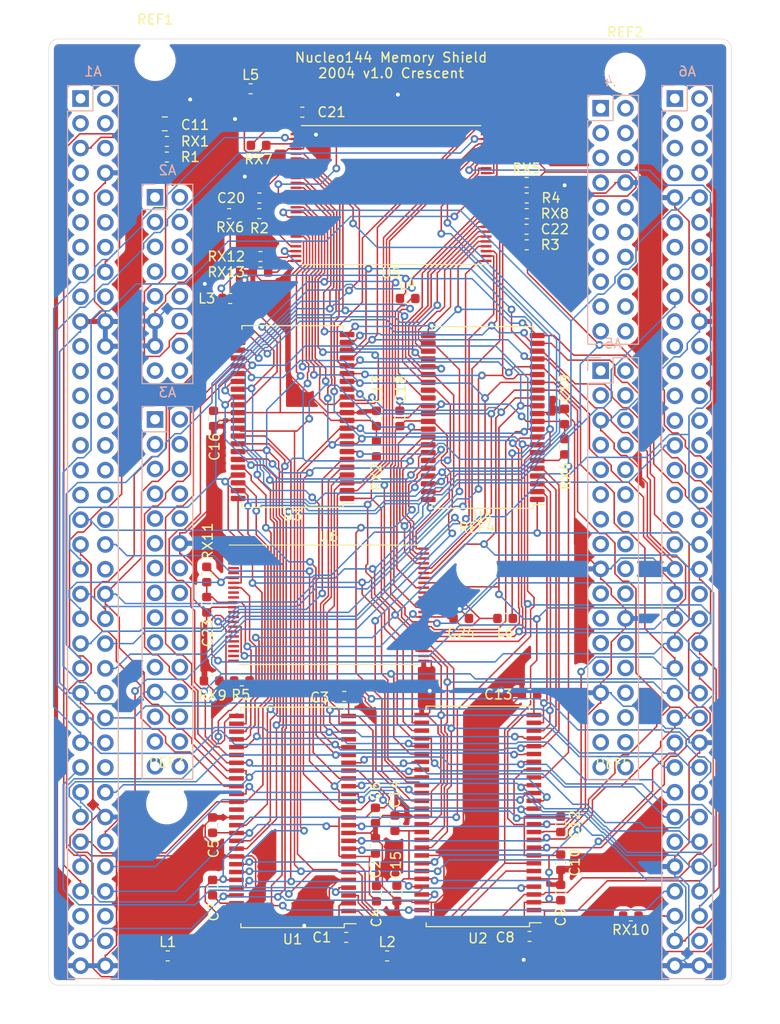
<source format=kicad_pcb>
(kicad_pcb (version 20171130) (host pcbnew "(5.1.2)-1")
  (title_block (title "Nucleo 144 Memory Shield") (date 2020-04-23) (rev v1.0) (company Crescent))
  (layers (0 F.Cu signal) (31 B.Cu signal) (34 B.Paste user) (35 F.Paste user) (36 B.SilkS user) (37 F.SilkS user) (38 B.Mask user) (39 F.Mask user) (44 Edge.Cuts user))
  (net 0 "")
  (net 1 GND)
  (net 2 /VDD_SDRAM1)
  (net 3 /VDD_SDRAM2)
  (net 4 +3V3)
  (net 5 /VDD_SRAM1)
  (net 6 /VDD_SRAM2)
  (net 7 /VDD_NOR)
  (net 8 "Net-(C22-Pad1)")
  (net 9 /VDD_NAND)
  (net 10 "Net-(A1-Pad16)")
  (net 11 "Net-(R2-Pad2)")
  (net 12 "Net-(R4-Pad2)")
  (net 13 "Net-(R5-Pad2)")
  (net 14 "Net-(A1-Pad5)")
  (net 15 /FMC_NE1)
  (net 16 /FMC_NE3)
  (net 17 /FMC_NWAIT)
  (net 18 /FMC_NE4)
  (net 19 "Net-(A6-Pad67)")
  (net 20 "Net-(RX12-Pad2)")
  (net 21 "Net-(RX13-Pad2)")
  (net 22 /FMC_D15)
  (net 23 /FMC_D14)
  (net 24 /FMC_D13)
  (net 25 /FMC_D12)
  (net 26 /FMC_D11)
  (net 27 /FMC_D10)
  (net 28 /FMC_D9)
  (net 29 /FMC_D8)
  (net 30 /FMC_NBL1)
  (net 31 /FMC_SDCLK)
  (net 32 /FMC_SDCKE0)
  (net 33 /FMC_A12)
  (net 34 /FMC_A11)
  (net 35 /FMC_A9)
  (net 36 /FMC_A8)
  (net 37 /FMC_A7)
  (net 38 /FMC_A6)
  (net 39 /FMC_A5)
  (net 40 /FMC_A4)
  (net 41 /FMC_A3)
  (net 42 /FMC_A2)
  (net 43 /FMC_A1)
  (net 44 /FMC_A0)
  (net 45 /FMC_A10)
  (net 46 /FMC_A15)
  (net 47 /FMC_A14)
  (net 48 /FMC_SDNE0)
  (net 49 /FMC_SDNRAS)
  (net 50 /FMC_SDNCAS)
  (net 51 /FMC_SDNWE)
  (net 52 /FMC_NBL0)
  (net 53 /FMC_D7)
  (net 54 /FMC_D6)
  (net 55 /FMC_D5)
  (net 56 /FMC_D4)
  (net 57 /FMC_D3)
  (net 58 /FMC_D2)
  (net 59 /FMC_D1)
  (net 60 /FMC_D0)
  (net 61 /FMC_SDCKE1)
  (net 62 /FMC_SDNE1)
  (net 63 /FMC_NOE)
  (net 64 /FMC_A13)
  (net 65 /FMC_A16)
  (net 66 /FMC_A17)
  (net 67 /FMC_A18)
  (net 68 /FMC_NWE)
  (net 69 /FMC_A21)
  (net 70 /FMC_A20)
  (net 71 /FMC_A19)
  (net 72 /FMC_A22)
  (net 73 /FMC_A23)
  (net 74 /FMC_NCE)
  (module Connector_PinSocket_2.54mm:PinSocket_2x36_P2.54mm_Vertical (layer B.Cu) (at 174.2 60.1 180)
    (fp_text reference A6 (at -1.27 2.77) (layer B.SilkS) (effects (justify mirror)))
    (fp_text value NUCLEO-144)
    (pad 72 thru_hole oval (at -2.54 -88.9 180) (size 1.7 1.7) (drill 1) (layers *.Cu *.Mask) (net 1 GND))
    (pad 71 thru_hole oval (at 0 -88.9 180) (size 1.7 1.7) (drill 1) (layers *.Cu *.Mask) (net 1 GND))
    (pad 70 thru_hole oval (at -2.54 -86.36 180) (size 1.7 1.7) (drill 1) (layers *.Cu *.Mask))
    (pad 69 thru_hole oval (at 0 -86.36 180) (size 1.7 1.7) (drill 1) (layers *.Cu *.Mask) (net 47 /FMC_A14))
    (pad 68 thru_hole oval (at -2.54 -83.82 180) (size 1.7 1.7) (drill 1) (layers *.Cu *.Mask) (net 46 /FMC_A15))
    (pad 67 thru_hole oval (at 0 -83.82 180) (size 1.7 1.7) (drill 1) (layers *.Cu *.Mask) (net 19 "Net-(A6-Pad67)"))
    (pad 66 thru_hole oval (at -2.54 -81.28 180) (size 1.7 1.7) (drill 1) (layers *.Cu *.Mask) (net 31 /FMC_SDCLK))
    (pad 65 thru_hole oval (at 0 -81.28 180) (size 1.7 1.7) (drill 1) (layers *.Cu *.Mask) (net 22 /FMC_D15))
    (pad 64 thru_hole oval (at -2.54 -78.74 180) (size 1.7 1.7) (drill 1) (layers *.Cu *.Mask) (net 52 /FMC_NBL0))
    (pad 63 thru_hole oval (at 0 -78.74 180) (size 1.7 1.7) (drill 1) (layers *.Cu *.Mask) (net 1 GND))
    (pad 62 thru_hole oval (at -2.54 -76.2 180) (size 1.7 1.7) (drill 1) (layers *.Cu *.Mask) (net 49 /FMC_SDNRAS))
    (pad 61 thru_hole oval (at 0 -76.2 180) (size 1.7 1.7) (drill 1) (layers *.Cu *.Mask))
    (pad 60 thru_hole oval (at -2.54 -73.66 180) (size 1.7 1.7) (drill 1) (layers *.Cu *.Mask) (net 35 /FMC_A9))
    (pad 59 thru_hole oval (at 0 -73.66 180) (size 1.7 1.7) (drill 1) (layers *.Cu *.Mask) (net 38 /FMC_A6))
    (pad 58 thru_hole oval (at -2.54 -71.12 180) (size 1.7 1.7) (drill 1) (layers *.Cu *.Mask) (net 41 /FMC_A3))
    (pad 57 thru_hole oval (at 0 -71.12 180) (size 1.7 1.7) (drill 1) (layers *.Cu *.Mask) (net 37 /FMC_A7))
    (pad 56 thru_hole oval (at -2.54 -68.58 180) (size 1.7 1.7) (drill 1) (layers *.Cu *.Mask) (net 29 /FMC_D8))
    (pad 55 thru_hole oval (at 0 -68.58 180) (size 1.7 1.7) (drill 1) (layers *.Cu *.Mask) (net 27 /FMC_D10))
    (pad 54 thru_hole oval (at -2.54 -66.04 180) (size 1.7 1.7) (drill 1) (layers *.Cu *.Mask) (net 1 GND))
    (pad 53 thru_hole oval (at 0 -66.04 180) (size 1.7 1.7) (drill 1) (layers *.Cu *.Mask) (net 25 /FMC_D12))
    (pad 52 thru_hole oval (at -2.54 -63.5 180) (size 1.7 1.7) (drill 1) (layers *.Cu *.Mask) (net 54 /FMC_D6))
    (pad 51 thru_hole oval (at 0 -63.5 180) (size 1.7 1.7) (drill 1) (layers *.Cu *.Mask) (net 26 /FMC_D11))
    (pad 50 thru_hole oval (at -2.54 -60.96 180) (size 1.7 1.7) (drill 1) (layers *.Cu *.Mask) (net 36 /FMC_A8))
    (pad 49 thru_hole oval (at 0 -60.96 180) (size 1.7 1.7) (drill 1) (layers *.Cu *.Mask) (net 28 /FMC_D9))
    (pad 48 thru_hole oval (at -2.54 -58.42 180) (size 1.7 1.7) (drill 1) (layers *.Cu *.Mask) (net 59 /FMC_D1))
    (pad 47 thru_hole oval (at 0 -58.42 180) (size 1.7 1.7) (drill 1) (layers *.Cu *.Mask) (net 53 /FMC_D7))
    (pad 46 thru_hole oval (at -2.54 -55.88 180) (size 1.7 1.7) (drill 1) (layers *.Cu *.Mask) (net 60 /FMC_D0))
    (pad 45 thru_hole oval (at 0 -55.88 180) (size 1.7 1.7) (drill 1) (layers *.Cu *.Mask) (net 65 /FMC_A16))
    (pad 44 thru_hole oval (at -2.54 -53.34 180) (size 1.7 1.7) (drill 1) (layers *.Cu *.Mask) (net 56 /FMC_D4))
    (pad 43 thru_hole oval (at 0 -53.34 180) (size 1.7 1.7) (drill 1) (layers *.Cu *.Mask) (net 66 /FMC_A17))
    (pad 42 thru_hole oval (at -2.54 -50.8 180) (size 1.7 1.7) (drill 1) (layers *.Cu *.Mask))
    (pad 41 thru_hole oval (at 0 -50.8 180) (size 1.7 1.7) (drill 1) (layers *.Cu *.Mask) (net 67 /FMC_A18))
    (pad 40 thru_hole oval (at -2.54 -48.26 180) (size 1.7 1.7) (drill 1) (layers *.Cu *.Mask) (net 55 /FMC_D5))
    (pad 39 thru_hole oval (at 0 -48.26 180) (size 1.7 1.7) (drill 1) (layers *.Cu *.Mask) (net 1 GND))
    (pad 38 thru_hole oval (at -2.54 -45.72 180) (size 1.7 1.7) (drill 1) (layers *.Cu *.Mask) (net 40 /FMC_A4))
    (pad 37 thru_hole oval (at 0 -45.72 180) (size 1.7 1.7) (drill 1) (layers *.Cu *.Mask))
    (pad 36 thru_hole oval (at -2.54 -43.18 180) (size 1.7 1.7) (drill 1) (layers *.Cu *.Mask) (net 39 /FMC_A5))
    (pad 35 thru_hole oval (at 0 -43.18 180) (size 1.7 1.7) (drill 1) (layers *.Cu *.Mask))
    (pad 34 thru_hole oval (at -2.54 -40.64 180) (size 1.7 1.7) (drill 1) (layers *.Cu *.Mask))
    (pad 33 thru_hole oval (at 0 -40.64 180) (size 1.7 1.7) (drill 1) (layers *.Cu *.Mask))
    (pad 32 thru_hole oval (at -2.54 -38.1 180) (size 1.7 1.7) (drill 1) (layers *.Cu *.Mask))
    (pad 31 thru_hole oval (at 0 -38.1 180) (size 1.7 1.7) (drill 1) (layers *.Cu *.Mask))
    (pad 30 thru_hole oval (at -2.54 -35.56 180) (size 1.7 1.7) (drill 1) (layers *.Cu *.Mask))
    (pad 29 thru_hole oval (at 0 -35.56 180) (size 1.7 1.7) (drill 1) (layers *.Cu *.Mask) (net 61 /FMC_SDCKE1))
    (pad 28 thru_hole oval (at -2.54 -33.02 180) (size 1.7 1.7) (drill 1) (layers *.Cu *.Mask))
    (pad 27 thru_hole oval (at 0 -33.02 180) (size 1.7 1.7) (drill 1) (layers *.Cu *.Mask))
    (pad 26 thru_hole oval (at -2.54 -30.48 180) (size 1.7 1.7) (drill 1) (layers *.Cu *.Mask))
    (pad 25 thru_hole oval (at 0 -30.48 180) (size 1.7 1.7) (drill 1) (layers *.Cu *.Mask))
    (pad 24 thru_hole oval (at -2.54 -27.94 180) (size 1.7 1.7) (drill 1) (layers *.Cu *.Mask))
    (pad 23 thru_hole oval (at 0 -27.94 180) (size 1.7 1.7) (drill 1) (layers *.Cu *.Mask))
    (pad 22 thru_hole oval (at -2.54 -25.4 180) (size 1.7 1.7) (drill 1) (layers *.Cu *.Mask))
    (pad 21 thru_hole oval (at 0 -25.4 180) (size 1.7 1.7) (drill 1) (layers *.Cu *.Mask))
    (pad 20 thru_hole oval (at -2.54 -22.86 180) (size 1.7 1.7) (drill 1) (layers *.Cu *.Mask) (net 1 GND))
    (pad 19 thru_hole oval (at 0 -22.86 180) (size 1.7 1.7) (drill 1) (layers *.Cu *.Mask))
    (pad 18 thru_hole oval (at -2.54 -20.32 180) (size 1.7 1.7) (drill 1) (layers *.Cu *.Mask))
    (pad 17 thru_hole oval (at 0 -20.32 180) (size 1.7 1.7) (drill 1) (layers *.Cu *.Mask) (net 62 /FMC_SDNE1))
    (pad 16 thru_hole oval (at -2.54 -17.78 180) (size 1.7 1.7) (drill 1) (layers *.Cu *.Mask))
    (pad 15 thru_hole oval (at 0 -17.78 180) (size 1.7 1.7) (drill 1) (layers *.Cu *.Mask))
    (pad 14 thru_hole oval (at -2.54 -15.24 180) (size 1.7 1.7) (drill 1) (layers *.Cu *.Mask))
    (pad 13 thru_hole oval (at 0 -15.24 180) (size 1.7 1.7) (drill 1) (layers *.Cu *.Mask))
    (pad 12 thru_hole oval (at -2.54 -12.7 180) (size 1.7 1.7) (drill 1) (layers *.Cu *.Mask))
    (pad 11 thru_hole oval (at 0 -12.7 180) (size 1.7 1.7) (drill 1) (layers *.Cu *.Mask))
    (pad 10 thru_hole oval (at -2.54 -10.16 180) (size 1.7 1.7) (drill 1) (layers *.Cu *.Mask) (net 24 /FMC_D13))
    (pad 9 thru_hole oval (at 0 -10.16 180) (size 1.7 1.7) (drill 1) (layers *.Cu *.Mask) (net 1 GND))
    (pad 8 thru_hole oval (at -2.54 -7.62 180) (size 1.7 1.7) (drill 1) (layers *.Cu *.Mask))
    (pad 7 thru_hole oval (at 0 -7.62 180) (size 1.7 1.7) (drill 1) (layers *.Cu *.Mask))
    (pad 6 thru_hole oval (at -2.54 -5.08 180) (size 1.7 1.7) (drill 1) (layers *.Cu *.Mask))
    (pad 5 thru_hole oval (at 0 -5.08 180) (size 1.7 1.7) (drill 1) (layers *.Cu *.Mask))
    (pad 4 thru_hole oval (at -2.54 -2.54 180) (size 1.7 1.7) (drill 1) (layers *.Cu *.Mask))
    (pad 3 thru_hole oval (at 0 -2.54 180) (size 1.7 1.7) (drill 1) (layers *.Cu *.Mask))
    (pad 2 thru_hole oval (at -2.54 0 180) (size 1.7 1.7) (drill 1) (layers *.Cu *.Mask))
    (pad 1 thru_hole rect (at 0 0 180) (size 1.7 1.7) (drill 1) (layers *.Cu *.Mask))
  )
  (module Connector_PinSocket_2.54mm:PinSocket_2x17_P2.54mm_Vertical (layer B.Cu) (at 166.6 88 180)
    (fp_text reference A5 (at -1.27 2.77) (layer B.SilkS) (effects (justify mirror)))
    (fp_text value NUCLEO-144)
    (pad 34 thru_hole oval (at -2.54 -40.64 180) (size 1.7 1.7) (drill 1) (layers *.Cu *.Mask))
    (pad 33 thru_hole oval (at 0 -40.64 180) (size 1.7 1.7) (drill 1) (layers *.Cu *.Mask))
    (pad 32 thru_hole oval (at -2.54 -38.1 180) (size 1.7 1.7) (drill 1) (layers *.Cu *.Mask))
    (pad 31 thru_hole oval (at 0 -38.1 180) (size 1.7 1.7) (drill 1) (layers *.Cu *.Mask))
    (pad 30 thru_hole oval (at -2.54 -35.56 180) (size 1.7 1.7) (drill 1) (layers *.Cu *.Mask))
    (pad 29 thru_hole oval (at 0 -35.56 180) (size 1.7 1.7) (drill 1) (layers *.Cu *.Mask))
    (pad 28 thru_hole oval (at -2.54 -33.02 180) (size 1.7 1.7) (drill 1) (layers *.Cu *.Mask))
    (pad 27 thru_hole oval (at 0 -33.02 180) (size 1.7 1.7) (drill 1) (layers *.Cu *.Mask) (net 1 GND))
    (pad 26 thru_hole oval (at -2.54 -30.48 180) (size 1.7 1.7) (drill 1) (layers *.Cu *.Mask))
    (pad 25 thru_hole oval (at 0 -30.48 180) (size 1.7 1.7) (drill 1) (layers *.Cu *.Mask))
    (pad 24 thru_hole oval (at -2.54 -27.94 180) (size 1.7 1.7) (drill 1) (layers *.Cu *.Mask))
    (pad 23 thru_hole oval (at 0 -27.94 180) (size 1.7 1.7) (drill 1) (layers *.Cu *.Mask))
    (pad 22 thru_hole oval (at -2.54 -25.4 180) (size 1.7 1.7) (drill 1) (layers *.Cu *.Mask) (net 1 GND))
    (pad 21 thru_hole oval (at 0 -25.4 180) (size 1.7 1.7) (drill 1) (layers *.Cu *.Mask))
    (pad 20 thru_hole oval (at -2.54 -22.86 180) (size 1.7 1.7) (drill 1) (layers *.Cu *.Mask))
    (pad 19 thru_hole oval (at 0 -22.86 180) (size 1.7 1.7) (drill 1) (layers *.Cu *.Mask))
    (pad 18 thru_hole oval (at -2.54 -20.32 180) (size 1.7 1.7) (drill 1) (layers *.Cu *.Mask))
    (pad 17 thru_hole oval (at 0 -20.32 180) (size 1.7 1.7) (drill 1) (layers *.Cu *.Mask) (net 1 GND))
    (pad 16 thru_hole oval (at -2.54 -17.78 180) (size 1.7 1.7) (drill 1) (layers *.Cu *.Mask))
    (pad 15 thru_hole oval (at 0 -17.78 180) (size 1.7 1.7) (drill 1) (layers *.Cu *.Mask))
    (pad 14 thru_hole oval (at -2.54 -15.24 180) (size 1.7 1.7) (drill 1) (layers *.Cu *.Mask))
    (pad 13 thru_hole oval (at 0 -15.24 180) (size 1.7 1.7) (drill 1) (layers *.Cu *.Mask))
    (pad 12 thru_hole oval (at -2.54 -12.7 180) (size 1.7 1.7) (drill 1) (layers *.Cu *.Mask))
    (pad 11 thru_hole oval (at 0 -12.7 180) (size 1.7 1.7) (drill 1) (layers *.Cu *.Mask))
    (pad 10 thru_hole oval (at -2.54 -10.16 180) (size 1.7 1.7) (drill 1) (layers *.Cu *.Mask))
    (pad 9 thru_hole oval (at 0 -10.16 180) (size 1.7 1.7) (drill 1) (layers *.Cu *.Mask))
    (pad 8 thru_hole oval (at -2.54 -7.62 180) (size 1.7 1.7) (drill 1) (layers *.Cu *.Mask))
    (pad 7 thru_hole oval (at 0 -7.62 180) (size 1.7 1.7) (drill 1) (layers *.Cu *.Mask))
    (pad 6 thru_hole oval (at -2.54 -5.08 180) (size 1.7 1.7) (drill 1) (layers *.Cu *.Mask))
    (pad 5 thru_hole oval (at 0 -5.08 180) (size 1.7 1.7) (drill 1) (layers *.Cu *.Mask) (net 1 GND))
    (pad 4 thru_hole oval (at -2.54 -2.54 180) (size 1.7 1.7) (drill 1) (layers *.Cu *.Mask))
    (pad 3 thru_hole oval (at 0 -2.54 180) (size 1.7 1.7) (drill 1) (layers *.Cu *.Mask))
    (pad 2 thru_hole oval (at -2.54 0 180) (size 1.7 1.7) (drill 1) (layers *.Cu *.Mask))
    (pad 1 thru_hole rect (at 0 0 180) (size 1.7 1.7) (drill 1) (layers *.Cu *.Mask))
  )
  (module Connector_PinSocket_2.54mm:PinSocket_2x10_P2.54mm_Vertical (layer B.Cu) (at 166.6 61.1 180)
    (fp_text reference A4 (at -1.27 2.77) (layer B.SilkS) (effects (justify mirror)))
    (fp_text value NUCLEO-144)
    (pad 20 thru_hole oval (at -2.54 -22.86 180) (size 1.7 1.7) (drill 1) (layers *.Cu *.Mask))
    (pad 19 thru_hole oval (at 0 -22.86 180) (size 1.7 1.7) (drill 1) (layers *.Cu *.Mask))
    (pad 18 thru_hole oval (at -2.54 -20.32 180) (size 1.7 1.7) (drill 1) (layers *.Cu *.Mask))
    (pad 17 thru_hole oval (at 0 -20.32 180) (size 1.7 1.7) (drill 1) (layers *.Cu *.Mask))
    (pad 16 thru_hole oval (at -2.54 -17.78 180) (size 1.7 1.7) (drill 1) (layers *.Cu *.Mask))
    (pad 15 thru_hole oval (at 0 -17.78 180) (size 1.7 1.7) (drill 1) (layers *.Cu *.Mask))
    (pad 14 thru_hole oval (at -2.54 -15.24 180) (size 1.7 1.7) (drill 1) (layers *.Cu *.Mask))
    (pad 13 thru_hole oval (at 0 -15.24 180) (size 1.7 1.7) (drill 1) (layers *.Cu *.Mask))
    (pad 12 thru_hole oval (at -2.54 -12.7 180) (size 1.7 1.7) (drill 1) (layers *.Cu *.Mask))
    (pad 11 thru_hole oval (at 0 -12.7 180) (size 1.7 1.7) (drill 1) (layers *.Cu *.Mask))
    (pad 10 thru_hole oval (at -2.54 -10.16 180) (size 1.7 1.7) (drill 1) (layers *.Cu *.Mask))
    (pad 9 thru_hole oval (at 0 -10.16 180) (size 1.7 1.7) (drill 1) (layers *.Cu *.Mask))
    (pad 8 thru_hole oval (at -2.54 -7.62 180) (size 1.7 1.7) (drill 1) (layers *.Cu *.Mask) (net 1 GND))
    (pad 7 thru_hole oval (at 0 -7.62 180) (size 1.7 1.7) (drill 1) (layers *.Cu *.Mask))
    (pad 6 thru_hole oval (at -2.54 -5.08 180) (size 1.7 1.7) (drill 1) (layers *.Cu *.Mask))
    (pad 5 thru_hole oval (at 0 -5.08 180) (size 1.7 1.7) (drill 1) (layers *.Cu *.Mask))
    (pad 4 thru_hole oval (at -2.54 -2.54 180) (size 1.7 1.7) (drill 1) (layers *.Cu *.Mask))
    (pad 3 thru_hole oval (at 0 -2.54 180) (size 1.7 1.7) (drill 1) (layers *.Cu *.Mask))
    (pad 2 thru_hole oval (at -2.54 0 180) (size 1.7 1.7) (drill 1) (layers *.Cu *.Mask))
    (pad 1 thru_hole rect (at 0 0 180) (size 1.7 1.7) (drill 1) (layers *.Cu *.Mask))
  )
  (module Connector_PinSocket_2.54mm:PinSocket_2x15_P2.54mm_Vertical (layer B.Cu) (at 120.9 93 180)
    (fp_text reference A3 (at -1.27 2.77) (layer B.SilkS) (effects (justify mirror)))
    (fp_text value NUCLEO-144)
    (pad 30 thru_hole oval (at -2.54 -35.56 180) (size 1.7 1.7) (drill 1) (layers *.Cu *.Mask))
    (pad 29 thru_hole oval (at 0 -35.56 180) (size 1.7 1.7) (drill 1) (layers *.Cu *.Mask))
    (pad 28 thru_hole oval (at -2.54 -33.02 180) (size 1.7 1.7) (drill 1) (layers *.Cu *.Mask))
    (pad 27 thru_hole oval (at 0 -33.02 180) (size 1.7 1.7) (drill 1) (layers *.Cu *.Mask))
    (pad 26 thru_hole oval (at -2.54 -30.48 180) (size 1.7 1.7) (drill 1) (layers *.Cu *.Mask))
    (pad 25 thru_hole oval (at 0 -30.48 180) (size 1.7 1.7) (drill 1) (layers *.Cu *.Mask))
    (pad 24 thru_hole oval (at -2.54 -27.94 180) (size 1.7 1.7) (drill 1) (layers *.Cu *.Mask))
    (pad 23 thru_hole oval (at 0 -27.94 180) (size 1.7 1.7) (drill 1) (layers *.Cu *.Mask) (net 1 GND))
    (pad 22 thru_hole oval (at -2.54 -25.4 180) (size 1.7 1.7) (drill 1) (layers *.Cu *.Mask))
    (pad 21 thru_hole oval (at 0 -25.4 180) (size 1.7 1.7) (drill 1) (layers *.Cu *.Mask))
    (pad 20 thru_hole oval (at -2.54 -22.86 180) (size 1.7 1.7) (drill 1) (layers *.Cu *.Mask))
    (pad 19 thru_hole oval (at 0 -22.86 180) (size 1.7 1.7) (drill 1) (layers *.Cu *.Mask))
    (pad 18 thru_hole oval (at -2.54 -20.32 180) (size 1.7 1.7) (drill 1) (layers *.Cu *.Mask))
    (pad 17 thru_hole oval (at 0 -20.32 180) (size 1.7 1.7) (drill 1) (layers *.Cu *.Mask))
    (pad 16 thru_hole oval (at -2.54 -17.78 180) (size 1.7 1.7) (drill 1) (layers *.Cu *.Mask))
    (pad 15 thru_hole oval (at 0 -17.78 180) (size 1.7 1.7) (drill 1) (layers *.Cu *.Mask))
    (pad 14 thru_hole oval (at -2.54 -15.24 180) (size 1.7 1.7) (drill 1) (layers *.Cu *.Mask))
    (pad 13 thru_hole oval (at 0 -15.24 180) (size 1.7 1.7) (drill 1) (layers *.Cu *.Mask))
    (pad 12 thru_hole oval (at -2.54 -12.7 180) (size 1.7 1.7) (drill 1) (layers *.Cu *.Mask) (net 1 GND))
    (pad 11 thru_hole oval (at 0 -12.7 180) (size 1.7 1.7) (drill 1) (layers *.Cu *.Mask))
    (pad 10 thru_hole oval (at -2.54 -10.16 180) (size 1.7 1.7) (drill 1) (layers *.Cu *.Mask))
    (pad 9 thru_hole oval (at 0 -10.16 180) (size 1.7 1.7) (drill 1) (layers *.Cu *.Mask))
    (pad 8 thru_hole oval (at -2.54 -7.62 180) (size 1.7 1.7) (drill 1) (layers *.Cu *.Mask))
    (pad 7 thru_hole oval (at 0 -7.62 180) (size 1.7 1.7) (drill 1) (layers *.Cu *.Mask))
    (pad 6 thru_hole oval (at -2.54 -5.08 180) (size 1.7 1.7) (drill 1) (layers *.Cu *.Mask))
    (pad 5 thru_hole oval (at 0 -5.08 180) (size 1.7 1.7) (drill 1) (layers *.Cu *.Mask))
    (pad 4 thru_hole oval (at -2.54 -2.54 180) (size 1.7 1.7) (drill 1) (layers *.Cu *.Mask))
    (pad 3 thru_hole oval (at 0 -2.54 180) (size 1.7 1.7) (drill 1) (layers *.Cu *.Mask))
    (pad 2 thru_hole oval (at -2.54 0 180) (size 1.7 1.7) (drill 1) (layers *.Cu *.Mask))
    (pad 1 thru_hole rect (at 0 0 180) (size 1.7 1.7) (drill 1) (layers *.Cu *.Mask))
  )
  (module Connector_PinSocket_2.54mm:PinSocket_2x08_P2.54mm_Vertical (layer B.Cu) (at 120.9 70.22 180)
    (fp_text reference A2 (at -1.27 2.77) (layer B.SilkS) (effects (justify mirror)))
    (fp_text value NUCLEO-144)
    (pad 16 thru_hole oval (at -2.54 -17.78 180) (size 1.7 1.7) (drill 1) (layers *.Cu *.Mask))
    (pad 15 thru_hole oval (at 0 -17.78 180) (size 1.7 1.7) (drill 1) (layers *.Cu *.Mask))
    (pad 14 thru_hole oval (at -2.54 -15.24 180) (size 1.7 1.7) (drill 1) (layers *.Cu *.Mask))
    (pad 13 thru_hole oval (at 0 -15.24 180) (size 1.7 1.7) (drill 1) (layers *.Cu *.Mask) (net 1 GND))
    (pad 12 thru_hole oval (at -2.54 -12.7 180) (size 1.7 1.7) (drill 1) (layers *.Cu *.Mask))
    (pad 11 thru_hole oval (at 0 -12.7 180) (size 1.7 1.7) (drill 1) (layers *.Cu *.Mask) (net 1 GND))
    (pad 10 thru_hole oval (at -2.54 -10.16 180) (size 1.7 1.7) (drill 1) (layers *.Cu *.Mask))
    (pad 9 thru_hole oval (at 0 -10.16 180) (size 1.7 1.7) (drill 1) (layers *.Cu *.Mask))
    (pad 8 thru_hole oval (at -2.54 -7.62 180) (size 1.7 1.7) (drill 1) (layers *.Cu *.Mask))
    (pad 7 thru_hole oval (at 0 -7.62 180) (size 1.7 1.7) (drill 1) (layers *.Cu *.Mask))
    (pad 6 thru_hole oval (at -2.54 -5.08 180) (size 1.7 1.7) (drill 1) (layers *.Cu *.Mask))
    (pad 5 thru_hole oval (at 0 -5.08 180) (size 1.7 1.7) (drill 1) (layers *.Cu *.Mask))
    (pad 4 thru_hole oval (at -2.54 -2.54 180) (size 1.7 1.7) (drill 1) (layers *.Cu *.Mask))
    (pad 3 thru_hole oval (at 0 -2.54 180) (size 1.7 1.7) (drill 1) (layers *.Cu *.Mask))
    (pad 2 thru_hole oval (at -2.54 0 180) (size 1.7 1.7) (drill 1) (layers *.Cu *.Mask))
    (pad 1 thru_hole rect (at 0 0 180) (size 1.7 1.7) (drill 1) (layers *.Cu *.Mask))
  )
  (module Connector_PinSocket_2.54mm:PinSocket_2x36_P2.54mm_Vertical (layer B.Cu) (at 113.26 60.1 180)
    (fp_text reference A1 (at -1.27 2.77) (layer B.SilkS) (effects (justify mirror)))
    (fp_text value NUCLEO-144)
    (pad 72 thru_hole oval (at -2.54 -88.9 180) (size 1.7 1.7) (drill 1) (layers *.Cu *.Mask) (net 1 GND))
    (pad 71 thru_hole oval (at 0 -88.9 180) (size 1.7 1.7) (drill 1) (layers *.Cu *.Mask) (net 1 GND))
    (pad 70 thru_hole oval (at -2.54 -86.36 180) (size 1.7 1.7) (drill 1) (layers *.Cu *.Mask))
    (pad 69 thru_hole oval (at 0 -86.36 180) (size 1.7 1.7) (drill 1) (layers *.Cu *.Mask) (net 23 /FMC_D14))
    (pad 68 thru_hole oval (at -2.54 -83.82 180) (size 1.7 1.7) (drill 1) (layers *.Cu *.Mask))
    (pad 67 thru_hole oval (at 0 -83.82 180) (size 1.7 1.7) (drill 1) (layers *.Cu *.Mask))
    (pad 66 thru_hole oval (at -2.54 -81.28 180) (size 1.7 1.7) (drill 1) (layers *.Cu *.Mask) (net 16 /FMC_NE3))
    (pad 65 thru_hole oval (at 0 -81.28 180) (size 1.7 1.7) (drill 1) (layers *.Cu *.Mask) (net 18 /FMC_NE4))
    (pad 64 thru_hole oval (at -2.54 -78.74 180) (size 1.7 1.7) (drill 1) (layers *.Cu *.Mask) (net 50 /FMC_SDNCAS))
    (pad 63 thru_hole oval (at 0 -78.74 180) (size 1.7 1.7) (drill 1) (layers *.Cu *.Mask) (net 74 /FMC_NCE))
    (pad 62 thru_hole oval (at -2.54 -76.2 180) (size 1.7 1.7) (drill 1) (layers *.Cu *.Mask) (net 72 /FMC_A22))
    (pad 61 thru_hole oval (at 0 -76.2 180) (size 1.7 1.7) (drill 1) (layers *.Cu *.Mask) (net 30 /FMC_NBL1))
    (pad 60 thru_hole oval (at -2.54 -73.66 180) (size 1.7 1.7) (drill 1) (layers *.Cu *.Mask) (net 1 GND))
    (pad 59 thru_hole oval (at 0 -73.66 180) (size 1.7 1.7) (drill 1) (layers *.Cu *.Mask) (net 45 /FMC_A10))
    (pad 58 thru_hole oval (at -2.54 -71.12 180) (size 1.7 1.7) (drill 1) (layers *.Cu *.Mask) (net 34 /FMC_A11))
    (pad 57 thru_hole oval (at 0 -71.12 180) (size 1.7 1.7) (drill 1) (layers *.Cu *.Mask) (net 58 /FMC_D2))
    (pad 56 thru_hole oval (at -2.54 -68.58 180) (size 1.7 1.7) (drill 1) (layers *.Cu *.Mask))
    (pad 55 thru_hole oval (at 0 -68.58 180) (size 1.7 1.7) (drill 1) (layers *.Cu *.Mask) (net 57 /FMC_D3))
    (pad 54 thru_hole oval (at -2.54 -66.04 180) (size 1.7 1.7) (drill 1) (layers *.Cu *.Mask))
    (pad 53 thru_hole oval (at 0 -66.04 180) (size 1.7 1.7) (drill 1) (layers *.Cu *.Mask) (net 44 /FMC_A0))
    (pad 52 thru_hole oval (at -2.54 -63.5 180) (size 1.7 1.7) (drill 1) (layers *.Cu *.Mask) (net 42 /FMC_A2))
    (pad 51 thru_hole oval (at 0 -63.5 180) (size 1.7 1.7) (drill 1) (layers *.Cu *.Mask) (net 43 /FMC_A1))
    (pad 50 thru_hole oval (at -2.54 -60.96 180) (size 1.7 1.7) (drill 1) (layers *.Cu *.Mask) (net 69 /FMC_A21))
    (pad 49 thru_hole oval (at 0 -60.96 180) (size 1.7 1.7) (drill 1) (layers *.Cu *.Mask) (net 1 GND))
    (pad 48 thru_hole oval (at -2.54 -58.42 180) (size 1.7 1.7) (drill 1) (layers *.Cu *.Mask) (net 70 /FMC_A20))
    (pad 47 thru_hole oval (at 0 -58.42 180) (size 1.7 1.7) (drill 1) (layers *.Cu *.Mask) (net 71 /FMC_A19))
    (pad 46 thru_hole oval (at -2.54 -55.88 180) (size 1.7 1.7) (drill 1) (layers *.Cu *.Mask) (net 73 /FMC_A23))
    (pad 45 thru_hole oval (at 0 -55.88 180) (size 1.7 1.7) (drill 1) (layers *.Cu *.Mask) (net 15 /FMC_NE1))
    (pad 44 thru_hole oval (at -2.54 -53.34 180) (size 1.7 1.7) (drill 1) (layers *.Cu *.Mask) (net 64 /FMC_A13))
    (pad 43 thru_hole oval (at 0 -53.34 180) (size 1.7 1.7) (drill 1) (layers *.Cu *.Mask) (net 17 /FMC_NWAIT))
    (pad 42 thru_hole oval (at -2.54 -50.8 180) (size 1.7 1.7) (drill 1) (layers *.Cu *.Mask) (net 33 /FMC_A12))
    (pad 41 thru_hole oval (at 0 -50.8 180) (size 1.7 1.7) (drill 1) (layers *.Cu *.Mask) (net 68 /FMC_NWE))
    (pad 40 thru_hole oval (at -2.54 -48.26 180) (size 1.7 1.7) (drill 1) (layers *.Cu *.Mask))
    (pad 39 thru_hole oval (at 0 -48.26 180) (size 1.7 1.7) (drill 1) (layers *.Cu *.Mask) (net 63 /FMC_NOE))
    (pad 38 thru_hole oval (at -2.54 -45.72 180) (size 1.7 1.7) (drill 1) (layers *.Cu *.Mask) (net 51 /FMC_SDNWE))
    (pad 37 thru_hole oval (at 0 -45.72 180) (size 1.7 1.7) (drill 1) (layers *.Cu *.Mask) (net 32 /FMC_SDCKE0))
    (pad 36 thru_hole oval (at -2.54 -43.18 180) (size 1.7 1.7) (drill 1) (layers *.Cu *.Mask))
    (pad 35 thru_hole oval (at 0 -43.18 180) (size 1.7 1.7) (drill 1) (layers *.Cu *.Mask) (net 48 /FMC_SDNE0))
    (pad 34 thru_hole oval (at -2.54 -40.64 180) (size 1.7 1.7) (drill 1) (layers *.Cu *.Mask))
    (pad 33 thru_hole oval (at 0 -40.64 180) (size 1.7 1.7) (drill 1) (layers *.Cu *.Mask))
    (pad 32 thru_hole oval (at -2.54 -38.1 180) (size 1.7 1.7) (drill 1) (layers *.Cu *.Mask))
    (pad 31 thru_hole oval (at 0 -38.1 180) (size 1.7 1.7) (drill 1) (layers *.Cu *.Mask))
    (pad 30 thru_hole oval (at -2.54 -35.56 180) (size 1.7 1.7) (drill 1) (layers *.Cu *.Mask))
    (pad 29 thru_hole oval (at 0 -35.56 180) (size 1.7 1.7) (drill 1) (layers *.Cu *.Mask))
    (pad 28 thru_hole oval (at -2.54 -33.02 180) (size 1.7 1.7) (drill 1) (layers *.Cu *.Mask))
    (pad 27 thru_hole oval (at 0 -33.02 180) (size 1.7 1.7) (drill 1) (layers *.Cu *.Mask))
    (pad 26 thru_hole oval (at -2.54 -30.48 180) (size 1.7 1.7) (drill 1) (layers *.Cu *.Mask))
    (pad 25 thru_hole oval (at 0 -30.48 180) (size 1.7 1.7) (drill 1) (layers *.Cu *.Mask))
    (pad 24 thru_hole oval (at -2.54 -27.94 180) (size 1.7 1.7) (drill 1) (layers *.Cu *.Mask))
    (pad 23 thru_hole oval (at 0 -27.94 180) (size 1.7 1.7) (drill 1) (layers *.Cu *.Mask))
    (pad 22 thru_hole oval (at -2.54 -25.4 180) (size 1.7 1.7) (drill 1) (layers *.Cu *.Mask) (net 1 GND))
    (pad 21 thru_hole oval (at 0 -25.4 180) (size 1.7 1.7) (drill 1) (layers *.Cu *.Mask))
    (pad 20 thru_hole oval (at -2.54 -22.86 180) (size 1.7 1.7) (drill 1) (layers *.Cu *.Mask) (net 1 GND))
    (pad 19 thru_hole oval (at 0 -22.86 180) (size 1.7 1.7) (drill 1) (layers *.Cu *.Mask) (net 1 GND))
    (pad 18 thru_hole oval (at -2.54 -20.32 180) (size 1.7 1.7) (drill 1) (layers *.Cu *.Mask))
    (pad 17 thru_hole oval (at 0 -20.32 180) (size 1.7 1.7) (drill 1) (layers *.Cu *.Mask))
    (pad 16 thru_hole oval (at -2.54 -17.78 180) (size 1.7 1.7) (drill 1) (layers *.Cu *.Mask) (net 10 "Net-(A1-Pad16)"))
    (pad 15 thru_hole oval (at 0 -17.78 180) (size 1.7 1.7) (drill 1) (layers *.Cu *.Mask))
    (pad 14 thru_hole oval (at -2.54 -15.24 180) (size 1.7 1.7) (drill 1) (layers *.Cu *.Mask))
    (pad 13 thru_hole oval (at 0 -15.24 180) (size 1.7 1.7) (drill 1) (layers *.Cu *.Mask))
    (pad 12 thru_hole oval (at -2.54 -12.7 180) (size 1.7 1.7) (drill 1) (layers *.Cu *.Mask))
    (pad 11 thru_hole oval (at 0 -12.7 180) (size 1.7 1.7) (drill 1) (layers *.Cu *.Mask))
    (pad 10 thru_hole oval (at -2.54 -10.16 180) (size 1.7 1.7) (drill 1) (layers *.Cu *.Mask))
    (pad 9 thru_hole oval (at 0 -10.16 180) (size 1.7 1.7) (drill 1) (layers *.Cu *.Mask))
    (pad 8 thru_hole oval (at -2.54 -7.62 180) (size 1.7 1.7) (drill 1) (layers *.Cu *.Mask) (net 1 GND))
    (pad 7 thru_hole oval (at 0 -7.62 180) (size 1.7 1.7) (drill 1) (layers *.Cu *.Mask))
    (pad 6 thru_hole oval (at -2.54 -5.08 180) (size 1.7 1.7) (drill 1) (layers *.Cu *.Mask))
    (pad 5 thru_hole oval (at 0 -5.08 180) (size 1.7 1.7) (drill 1) (layers *.Cu *.Mask) (net 14 "Net-(A1-Pad5)"))
    (pad 4 thru_hole oval (at -2.54 -2.54 180) (size 1.7 1.7) (drill 1) (layers *.Cu *.Mask))
    (pad 3 thru_hole oval (at 0 -2.54 180) (size 1.7 1.7) (drill 1) (layers *.Cu *.Mask))
    (pad 2 thru_hole oval (at -2.54 0 180) (size 1.7 1.7) (drill 1) (layers *.Cu *.Mask))
    (pad 1 thru_hole rect (at 0 0 180) (size 1.7 1.7) (drill 1) (layers *.Cu *.Mask))
  )
  (module MountingHole:MountingHole_3.2mm_M3 (layer F.Cu) (at 167.9 132.5)
    (fp_text reference REF5 (at 0 -4.2) (layer F.SilkS))
    (fp_text value MountingHole_3.2mm_M3 hide)
    (pad 1 np_thru_hole circle (at 0 0) (size 3.2 3.2) (drill 3.2) (layers *.Cu *.Mask))
  )
  (module MountingHole:MountingHole_3.2mm_M3 (layer F.Cu) (at 153.9 108.3)
    (fp_text reference REF4 (at 0 -4.2) (layer F.SilkS))
    (fp_text value MountingHole_3.2mm_M3 hide)
    (pad 1 np_thru_hole circle (at 0 0) (size 3.2 3.2) (drill 3.2) (layers *.Cu *.Mask))
  )
  (module MountingHole:MountingHole_3.2mm_M3 (layer F.Cu) (at 122.1 132.4)
    (fp_text reference REF3 (at 0 -4.2) (layer F.SilkS))
    (fp_text value MountingHole_3.2mm_M3 hide)
    (pad 1 np_thru_hole circle (at 0 0) (size 3.2 3.2) (drill 3.2) (layers *.Cu *.Mask))
  )
  (module MountingHole:MountingHole_3.2mm_M3 (layer F.Cu) (at 169.1 57.5)
    (fp_text reference REF2 (at 0 -4.2) (layer F.SilkS))
    (fp_text value MountingHole_3.2mm_M3 hide)
    (pad 1 np_thru_hole circle (at 0 0) (size 3.2 3.2) (drill 3.2) (layers *.Cu *.Mask))
  )
  (module MountingHole:MountingHole_3.2mm_M3 (layer F.Cu) (at 120.9 56.2)
    (fp_text reference REF1 (at 0 -4.2) (layer F.SilkS))
    (fp_text value MountingHole_3.2mm_M3 hide)
    (pad 1 np_thru_hole circle (at 0 0) (size 3.2 3.2) (drill 3.2) (layers *.Cu *.Mask))
  )
  (module Package_SO:TSOP-I-48_18.4x12mm_P0.5mm (layer F.Cu) (at 138.7 112)
    (fp_text reference U6 (at 0 -7) (layer F.SilkS))
    (fp_text value "NAND FLASH")
    (pad 48 smd rect (at 9.75 -5.75) (size 1.1 0.25) (layers F.Cu F.Paste F.Mask) (net 1 GND))
    (pad 47 smd rect (at 9.75 -5.25) (size 1.1 0.25) (layers F.Cu F.Paste F.Mask) (net 22 /FMC_D15))
    (pad 46 smd rect (at 9.75 -4.75) (size 1.1 0.25) (layers F.Cu F.Paste F.Mask) (net 23 /FMC_D14))
    (pad 45 smd rect (at 9.75 -4.25) (size 1.1 0.25) (layers F.Cu F.Paste F.Mask) (net 24 /FMC_D13))
    (pad 44 smd rect (at 9.75 -3.75) (size 1.1 0.25) (layers F.Cu F.Paste F.Mask) (net 53 /FMC_D7))
    (pad 43 smd rect (at 9.75 -3.25) (size 1.1 0.25) (layers F.Cu F.Paste F.Mask) (net 54 /FMC_D6))
    (pad 42 smd rect (at 9.75 -2.75) (size 1.1 0.25) (layers F.Cu F.Paste F.Mask) (net 55 /FMC_D5))
    (pad 41 smd rect (at 9.75 -2.25) (size 1.1 0.25) (layers F.Cu F.Paste F.Mask) (net 56 /FMC_D4))
    (pad 40 smd rect (at 9.75 -1.75) (size 1.1 0.25) (layers F.Cu F.Paste F.Mask) (net 25 /FMC_D12))
    (pad 39 smd rect (at 9.75 -1.25) (size 1.1 0.25) (layers F.Cu F.Paste F.Mask) (net 9 /VDD_NAND))
    (pad 38 smd rect (at 9.75 -0.75) (size 1.1 0.25) (layers F.Cu F.Paste F.Mask))
    (pad 37 smd rect (at 9.75 -0.25) (size 1.1 0.25) (layers F.Cu F.Paste F.Mask) (net 9 /VDD_NAND))
    (pad 36 smd rect (at 9.75 0.25) (size 1.1 0.25) (layers F.Cu F.Paste F.Mask) (net 1 GND))
    (pad 35 smd rect (at 9.75 0.75) (size 1.1 0.25) (layers F.Cu F.Paste F.Mask))
    (pad 34 smd rect (at 9.75 1.25) (size 1.1 0.25) (layers F.Cu F.Paste F.Mask) (net 9 /VDD_NAND))
    (pad 33 smd rect (at 9.75 1.75) (size 1.1 0.25) (layers F.Cu F.Paste F.Mask) (net 26 /FMC_D11))
    (pad 32 smd rect (at 9.75 2.25) (size 1.1 0.25) (layers F.Cu F.Paste F.Mask) (net 57 /FMC_D3))
    (pad 31 smd rect (at 9.75 2.75) (size 1.1 0.25) (layers F.Cu F.Paste F.Mask) (net 58 /FMC_D2))
    (pad 30 smd rect (at 9.75 3.25) (size 1.1 0.25) (layers F.Cu F.Paste F.Mask) (net 59 /FMC_D1))
    (pad 29 smd rect (at 9.75 3.75) (size 1.1 0.25) (layers F.Cu F.Paste F.Mask) (net 60 /FMC_D0))
    (pad 28 smd rect (at 9.75 4.25) (size 1.1 0.25) (layers F.Cu F.Paste F.Mask) (net 27 /FMC_D10))
    (pad 27 smd rect (at 9.75 4.75) (size 1.1 0.25) (layers F.Cu F.Paste F.Mask) (net 28 /FMC_D9))
    (pad 26 smd rect (at 9.75 5.25) (size 1.1 0.25) (layers F.Cu F.Paste F.Mask) (net 29 /FMC_D8))
    (pad 24 smd rect (at -9.75 5.75) (size 1.1 0.25) (layers F.Cu F.Paste F.Mask))
    (pad 23 smd rect (at -9.75 5.25) (size 1.1 0.25) (layers F.Cu F.Paste F.Mask))
    (pad 22 smd rect (at -9.75 4.75) (size 1.1 0.25) (layers F.Cu F.Paste F.Mask))
    (pad 21 smd rect (at -9.75 4.25) (size 1.1 0.25) (layers F.Cu F.Paste F.Mask))
    (pad 20 smd rect (at -9.75 3.75) (size 1.1 0.25) (layers F.Cu F.Paste F.Mask))
    (pad 19 smd rect (at -9.75 3.25) (size 1.1 0.25) (layers F.Cu F.Paste F.Mask) (net 13 "Net-(R5-Pad2)"))
    (pad 18 smd rect (at -9.75 2.75) (size 1.1 0.25) (layers F.Cu F.Paste F.Mask) (net 68 /FMC_NWE))
    (pad 17 smd rect (at -9.75 2.25) (size 1.1 0.25) (layers F.Cu F.Paste F.Mask) (net 66 /FMC_A17))
    (pad 16 smd rect (at -9.75 1.75) (size 1.1 0.25) (layers F.Cu F.Paste F.Mask) (net 65 /FMC_A16))
    (pad 15 smd rect (at -9.75 1.25) (size 1.1 0.25) (layers F.Cu F.Paste F.Mask))
    (pad 14 smd rect (at -9.75 0.75) (size 1.1 0.25) (layers F.Cu F.Paste F.Mask))
    (pad 13 smd rect (at -9.75 0.25) (size 1.1 0.25) (layers F.Cu F.Paste F.Mask) (net 1 GND))
    (pad 12 smd rect (at -9.75 -0.25) (size 1.1 0.25) (layers F.Cu F.Paste F.Mask) (net 9 /VDD_NAND))
    (pad 11 smd rect (at -9.75 -0.75) (size 1.1 0.25) (layers F.Cu F.Paste F.Mask))
    (pad 10 smd rect (at -9.75 -1.25) (size 1.1 0.25) (layers F.Cu F.Paste F.Mask))
    (pad 9 smd rect (at -9.75 -1.75) (size 1.1 0.25) (layers F.Cu F.Paste F.Mask) (net 74 /FMC_NCE))
    (pad 8 smd rect (at -9.75 -2.25) (size 1.1 0.25) (layers F.Cu F.Paste F.Mask) (net 63 /FMC_NOE))
    (pad 7 smd rect (at -9.75 -2.75) (size 1.1 0.25) (layers F.Cu F.Paste F.Mask) (net 17 /FMC_NWAIT))
    (pad 6 smd rect (at -9.75 -3.25) (size 1.1 0.25) (layers F.Cu F.Paste F.Mask))
    (pad 5 smd rect (at -9.75 -3.75) (size 1.1 0.25) (layers F.Cu F.Paste F.Mask))
    (pad 4 smd rect (at -9.75 -4.25) (size 1.1 0.25) (layers F.Cu F.Paste F.Mask))
    (pad 3 smd rect (at -9.75 -4.75) (size 1.1 0.25) (layers F.Cu F.Paste F.Mask))
    (pad 2 smd rect (at -9.75 -5.25) (size 1.1 0.25) (layers F.Cu F.Paste F.Mask))
    (pad 25 smd rect (at 9.75 5.75) (size 1.1 0.25) (layers F.Cu F.Paste F.Mask) (net 1 GND))
    (pad 1 smd rect (at -9.75 -5.75) (size 1.1 0.25) (layers F.Cu F.Paste F.Mask))
  )
  (module Package_SO:TSOP-I-56_18.4x14mm_P0.5mm (layer F.Cu) (at 145.1 70 180)
    (fp_text reference U5 (at 0 -8) (layer F.SilkS))
    (fp_text value NOR_Flash)
    (pad 56 smd rect (at 9.75 -6.75 180) (size 1.1 0.25) (layers F.Cu F.Paste F.Mask) (net 21 "Net-(RX13-Pad2)"))
    (pad 55 smd rect (at 9.75 -6.25 180) (size 1.1 0.25) (layers F.Cu F.Paste F.Mask) (net 20 "Net-(RX12-Pad2)"))
    (pad 54 smd rect (at 9.75 -5.75 180) (size 1.1 0.25) (layers F.Cu F.Paste F.Mask) (net 65 /FMC_A16))
    (pad 53 smd rect (at 9.75 -5.25 180) (size 1.1 0.25) (layers F.Cu F.Paste F.Mask) (net 11 "Net-(R2-Pad2)"))
    (pad 52 smd rect (at 9.75 -4.75 180) (size 1.1 0.25) (layers F.Cu F.Paste F.Mask) (net 1 GND))
    (pad 51 smd rect (at 9.75 -4.25 180) (size 1.1 0.25) (layers F.Cu F.Paste F.Mask) (net 22 /FMC_D15))
    (pad 50 smd rect (at 9.75 -3.75 180) (size 1.1 0.25) (layers F.Cu F.Paste F.Mask) (net 53 /FMC_D7))
    (pad 49 smd rect (at 9.75 -3.25 180) (size 1.1 0.25) (layers F.Cu F.Paste F.Mask) (net 23 /FMC_D14))
    (pad 48 smd rect (at 9.75 -2.75 180) (size 1.1 0.25) (layers F.Cu F.Paste F.Mask) (net 54 /FMC_D6))
    (pad 47 smd rect (at 9.75 -2.25 180) (size 1.1 0.25) (layers F.Cu F.Paste F.Mask) (net 24 /FMC_D13))
    (pad 46 smd rect (at 9.75 -1.75 180) (size 1.1 0.25) (layers F.Cu F.Paste F.Mask) (net 55 /FMC_D5))
    (pad 45 smd rect (at 9.75 -1.25 180) (size 1.1 0.25) (layers F.Cu F.Paste F.Mask) (net 25 /FMC_D12))
    (pad 44 smd rect (at 9.75 -0.75 180) (size 1.1 0.25) (layers F.Cu F.Paste F.Mask) (net 56 /FMC_D4))
    (pad 43 smd rect (at 9.75 -0.25 180) (size 1.1 0.25) (layers F.Cu F.Paste F.Mask) (net 7 /VDD_NOR))
    (pad 42 smd rect (at 9.75 0.25 180) (size 1.1 0.25) (layers F.Cu F.Paste F.Mask) (net 26 /FMC_D11))
    (pad 41 smd rect (at 9.75 0.75 180) (size 1.1 0.25) (layers F.Cu F.Paste F.Mask) (net 57 /FMC_D3))
    (pad 40 smd rect (at 9.75 1.25 180) (size 1.1 0.25) (layers F.Cu F.Paste F.Mask) (net 27 /FMC_D10))
    (pad 39 smd rect (at 9.75 1.75 180) (size 1.1 0.25) (layers F.Cu F.Paste F.Mask) (net 58 /FMC_D2))
    (pad 38 smd rect (at 9.75 2.25 180) (size 1.1 0.25) (layers F.Cu F.Paste F.Mask) (net 28 /FMC_D9))
    (pad 37 smd rect (at 9.75 2.75 180) (size 1.1 0.25) (layers F.Cu F.Paste F.Mask) (net 59 /FMC_D1))
    (pad 36 smd rect (at 9.75 3.25 180) (size 1.1 0.25) (layers F.Cu F.Paste F.Mask) (net 29 /FMC_D8))
    (pad 35 smd rect (at 9.75 3.75 180) (size 1.1 0.25) (layers F.Cu F.Paste F.Mask) (net 60 /FMC_D0))
    (pad 34 smd rect (at 9.75 4.25 180) (size 1.1 0.25) (layers F.Cu F.Paste F.Mask) (net 63 /FMC_NOE))
    (pad 33 smd rect (at 9.75 4.75 180) (size 1.1 0.25) (layers F.Cu F.Paste F.Mask) (net 1 GND))
    (pad 32 smd rect (at 9.75 5.25 180) (size 1.1 0.25) (layers F.Cu F.Paste F.Mask) (net 18 /FMC_NE4))
    (pad 31 smd rect (at 9.75 5.75 180) (size 1.1 0.25) (layers F.Cu F.Paste F.Mask) (net 44 /FMC_A0))
    (pad 30 smd rect (at 9.75 6.25 180) (size 1.1 0.25) (layers F.Cu F.Paste F.Mask))
    (pad 28 smd rect (at -9.75 6.75 180) (size 1.1 0.25) (layers F.Cu F.Paste F.Mask))
    (pad 27 smd rect (at -9.75 6.25 180) (size 1.1 0.25) (layers F.Cu F.Paste F.Mask))
    (pad 26 smd rect (at -9.75 5.75 180) (size 1.1 0.25) (layers F.Cu F.Paste F.Mask) (net 43 /FMC_A1))
    (pad 25 smd rect (at -9.75 5.25 180) (size 1.1 0.25) (layers F.Cu F.Paste F.Mask) (net 42 /FMC_A2))
    (pad 24 smd rect (at -9.75 4.75 180) (size 1.1 0.25) (layers F.Cu F.Paste F.Mask) (net 41 /FMC_A3))
    (pad 23 smd rect (at -9.75 4.25 180) (size 1.1 0.25) (layers F.Cu F.Paste F.Mask) (net 40 /FMC_A4))
    (pad 22 smd rect (at -9.75 3.75 180) (size 1.1 0.25) (layers F.Cu F.Paste F.Mask) (net 39 /FMC_A5))
    (pad 21 smd rect (at -9.75 3.25 180) (size 1.1 0.25) (layers F.Cu F.Paste F.Mask) (net 38 /FMC_A6))
    (pad 20 smd rect (at -9.75 2.75 180) (size 1.1 0.25) (layers F.Cu F.Paste F.Mask) (net 37 /FMC_A7))
    (pad 19 smd rect (at -9.75 2.25 180) (size 1.1 0.25) (layers F.Cu F.Paste F.Mask) (net 66 /FMC_A17))
    (pad 18 smd rect (at -9.75 1.75 180) (size 1.1 0.25) (layers F.Cu F.Paste F.Mask) (net 67 /FMC_A18))
    (pad 17 smd rect (at -9.75 1.25 180) (size 1.1 0.25) (layers F.Cu F.Paste F.Mask) (net 17 /FMC_NWAIT))
    (pad 16 smd rect (at -9.75 0.75 180) (size 1.1 0.25) (layers F.Cu F.Paste F.Mask) (net 12 "Net-(R4-Pad2)"))
    (pad 15 smd rect (at -9.75 0.25 180) (size 1.1 0.25) (layers F.Cu F.Paste F.Mask) (net 69 /FMC_A21))
    (pad 14 smd rect (at -9.75 -0.25 180) (size 1.1 0.25) (layers F.Cu F.Paste F.Mask) (net 8 "Net-(C22-Pad1)"))
    (pad 13 smd rect (at -9.75 -0.75 180) (size 1.1 0.25) (layers F.Cu F.Paste F.Mask) (net 68 /FMC_NWE))
    (pad 12 smd rect (at -9.75 -1.25 180) (size 1.1 0.25) (layers F.Cu F.Paste F.Mask) (net 70 /FMC_A20))
    (pad 11 smd rect (at -9.75 -1.75 180) (size 1.1 0.25) (layers F.Cu F.Paste F.Mask) (net 71 /FMC_A19))
    (pad 10 smd rect (at -9.75 -2.25 180) (size 1.1 0.25) (layers F.Cu F.Paste F.Mask) (net 36 /FMC_A8))
    (pad 9 smd rect (at -9.75 -2.75 180) (size 1.1 0.25) (layers F.Cu F.Paste F.Mask) (net 35 /FMC_A9))
    (pad 8 smd rect (at -9.75 -3.25 180) (size 1.1 0.25) (layers F.Cu F.Paste F.Mask) (net 45 /FMC_A10))
    (pad 7 smd rect (at -9.75 -3.75 180) (size 1.1 0.25) (layers F.Cu F.Paste F.Mask) (net 34 /FMC_A11))
    (pad 6 smd rect (at -9.75 -4.25 180) (size 1.1 0.25) (layers F.Cu F.Paste F.Mask) (net 33 /FMC_A12))
    (pad 5 smd rect (at -9.75 -4.75 180) (size 1.1 0.25) (layers F.Cu F.Paste F.Mask) (net 64 /FMC_A13))
    (pad 4 smd rect (at -9.75 -5.25 180) (size 1.1 0.25) (layers F.Cu F.Paste F.Mask) (net 47 /FMC_A14))
    (pad 3 smd rect (at -9.75 -5.75 180) (size 1.1 0.25) (layers F.Cu F.Paste F.Mask) (net 46 /FMC_A15))
    (pad 2 smd rect (at -9.75 -6.25 180) (size 1.1 0.25) (layers F.Cu F.Paste F.Mask) (net 72 /FMC_A22))
    (pad 29 smd rect (at 9.75 6.75 180) (size 1.1 0.25) (layers F.Cu F.Paste F.Mask) (net 7 /VDD_NOR))
    (pad 1 smd rect (at -9.75 -6.75 180) (size 1.1 0.25) (layers F.Cu F.Paste F.Mask) (net 73 /FMC_A23))
  )
  (module Package_SO:TSOP-II-44_10.16x18.41mm_P0.8mm (layer F.Cu) (at 154.5 92.8 180)
    (fp_text reference U4 (at 0 -10.16) (layer F.SilkS))
    (fp_text value SRAM)
    (pad 44 smd roundrect (at 5.5875 -8.4 180) (size 1.525 0.55) (layers F.Cu F.Paste F.Mask) (net 39 /FMC_A5))
    (pad 43 smd roundrect (at 5.5875 -7.6 180) (size 1.525 0.55) (layers F.Cu F.Paste F.Mask) (net 38 /FMC_A6))
    (pad 42 smd roundrect (at 5.5875 -6.8 180) (size 1.525 0.55) (layers F.Cu F.Paste F.Mask) (net 37 /FMC_A7))
    (pad 41 smd roundrect (at 5.5875 -6 180) (size 1.525 0.55) (layers F.Cu F.Paste F.Mask) (net 63 /FMC_NOE))
    (pad 40 smd roundrect (at 5.5875 -5.2 180) (size 1.525 0.55) (layers F.Cu F.Paste F.Mask) (net 30 /FMC_NBL1))
    (pad 39 smd roundrect (at 5.5875 -4.4 180) (size 1.525 0.55) (layers F.Cu F.Paste F.Mask) (net 52 /FMC_NBL0))
    (pad 38 smd roundrect (at 5.5875 -3.6 180) (size 1.525 0.55) (layers F.Cu F.Paste F.Mask) (net 22 /FMC_D15))
    (pad 37 smd roundrect (at 5.5875 -2.8 180) (size 1.525 0.55) (layers F.Cu F.Paste F.Mask) (net 23 /FMC_D14))
    (pad 36 smd roundrect (at 5.5875 -2 180) (size 1.525 0.55) (layers F.Cu F.Paste F.Mask) (net 24 /FMC_D13))
    (pad 35 smd roundrect (at 5.5875 -1.2 180) (size 1.525 0.55) (layers F.Cu F.Paste F.Mask) (net 25 /FMC_D12))
    (pad 34 smd roundrect (at 5.5875 -0.4 180) (size 1.525 0.55) (layers F.Cu F.Paste F.Mask) (net 1 GND))
    (pad 33 smd roundrect (at 5.5875 0.4 180) (size 1.525 0.55) (layers F.Cu F.Paste F.Mask) (net 6 /VDD_SRAM2))
    (pad 32 smd roundrect (at 5.5875 1.2 180) (size 1.525 0.55) (layers F.Cu F.Paste F.Mask) (net 26 /FMC_D11))
    (pad 31 smd roundrect (at 5.5875 2 180) (size 1.525 0.55) (layers F.Cu F.Paste F.Mask) (net 27 /FMC_D10))
    (pad 30 smd roundrect (at 5.5875 2.8 180) (size 1.525 0.55) (layers F.Cu F.Paste F.Mask) (net 28 /FMC_D9))
    (pad 29 smd roundrect (at 5.5875 3.6 180) (size 1.525 0.55) (layers F.Cu F.Paste F.Mask) (net 29 /FMC_D8))
    (pad 28 smd roundrect (at 5.5875 4.4 180) (size 1.525 0.55) (layers F.Cu F.Paste F.Mask) (net 36 /FMC_A8))
    (pad 27 smd roundrect (at 5.5875 5.2 180) (size 1.525 0.55) (layers F.Cu F.Paste F.Mask) (net 35 /FMC_A9))
    (pad 26 smd roundrect (at 5.5875 6 180) (size 1.525 0.55) (layers F.Cu F.Paste F.Mask) (net 45 /FMC_A10))
    (pad 25 smd roundrect (at 5.5875 6.8 180) (size 1.525 0.55) (layers F.Cu F.Paste F.Mask) (net 34 /FMC_A11))
    (pad 24 smd roundrect (at 5.5875 7.6 180) (size 1.525 0.55) (layers F.Cu F.Paste F.Mask) (net 33 /FMC_A12))
    (pad 23 smd roundrect (at 5.5875 8.4 180) (size 1.525 0.55) (layers F.Cu F.Paste F.Mask) (net 64 /FMC_A13))
    (pad 22 smd roundrect (at -5.5875 8.4 180) (size 1.525 0.55) (layers F.Cu F.Paste F.Mask) (net 47 /FMC_A14))
    (pad 21 smd roundrect (at -5.5875 7.6 180) (size 1.525 0.55) (layers F.Cu F.Paste F.Mask) (net 46 /FMC_A15))
    (pad 20 smd roundrect (at -5.5875 6.8 180) (size 1.525 0.55) (layers F.Cu F.Paste F.Mask) (net 65 /FMC_A16))
    (pad 19 smd roundrect (at -5.5875 6 180) (size 1.525 0.55) (layers F.Cu F.Paste F.Mask) (net 66 /FMC_A17))
    (pad 18 smd roundrect (at -5.5875 5.2 180) (size 1.525 0.55) (layers F.Cu F.Paste F.Mask) (net 67 /FMC_A18))
    (pad 17 smd roundrect (at -5.5875 4.4 180) (size 1.525 0.55) (layers F.Cu F.Paste F.Mask) (net 68 /FMC_NWE))
    (pad 16 smd roundrect (at -5.5875 3.6 180) (size 1.525 0.55) (layers F.Cu F.Paste F.Mask) (net 53 /FMC_D7))
    (pad 15 smd roundrect (at -5.5875 2.8 180) (size 1.525 0.55) (layers F.Cu F.Paste F.Mask) (net 54 /FMC_D6))
    (pad 14 smd roundrect (at -5.5875 2 180) (size 1.525 0.55) (layers F.Cu F.Paste F.Mask) (net 55 /FMC_D5))
    (pad 13 smd roundrect (at -5.5875 1.2 180) (size 1.525 0.55) (layers F.Cu F.Paste F.Mask) (net 56 /FMC_D4))
    (pad 12 smd roundrect (at -5.5875 0.4 180) (size 1.525 0.55) (layers F.Cu F.Paste F.Mask) (net 1 GND))
    (pad 11 smd roundrect (at -5.5875 -0.4 180) (size 1.525 0.55) (layers F.Cu F.Paste F.Mask) (net 6 /VDD_SRAM2))
    (pad 10 smd roundrect (at -5.5875 -1.2 180) (size 1.525 0.55) (layers F.Cu F.Paste F.Mask) (net 57 /FMC_D3))
    (pad 9 smd roundrect (at -5.5875 -2 180) (size 1.525 0.55) (layers F.Cu F.Paste F.Mask) (net 58 /FMC_D2))
    (pad 8 smd roundrect (at -5.5875 -2.8 180) (size 1.525 0.55) (layers F.Cu F.Paste F.Mask) (net 59 /FMC_D1))
    (pad 7 smd roundrect (at -5.5875 -3.6 180) (size 1.525 0.55) (layers F.Cu F.Paste F.Mask) (net 60 /FMC_D0))
    (pad 6 smd roundrect (at -5.5875 -4.4 180) (size 1.525 0.55) (layers F.Cu F.Paste F.Mask) (net 16 /FMC_NE3))
    (pad 5 smd roundrect (at -5.5875 -5.2 180) (size 1.525 0.55) (layers F.Cu F.Paste F.Mask) (net 44 /FMC_A0))
    (pad 4 smd roundrect (at -5.5875 -6 180) (size 1.525 0.55) (layers F.Cu F.Paste F.Mask) (net 43 /FMC_A1))
    (pad 3 smd roundrect (at -5.5875 -6.8 180) (size 1.525 0.55) (layers F.Cu F.Paste F.Mask) (net 42 /FMC_A2))
    (pad 2 smd roundrect (at -5.5875 -7.6 180) (size 1.525 0.55) (layers F.Cu F.Paste F.Mask) (net 41 /FMC_A3))
    (pad 1 smd roundrect (at -5.5875 -8.4 180) (size 1.525 0.55) (layers F.Cu F.Paste F.Mask) (net 40 /FMC_A4))
  )
  (module Package_SO:TSOP-II-44_10.16x18.41mm_P0.8mm (layer F.Cu) (at 135 92.7 180)
    (fp_text reference U3 (at 0 -10.16) (layer F.SilkS))
    (fp_text value SRAM)
    (pad 44 smd roundrect (at 5.5875 -8.4 180) (size 1.525 0.55) (layers F.Cu F.Paste F.Mask) (net 39 /FMC_A5))
    (pad 43 smd roundrect (at 5.5875 -7.6 180) (size 1.525 0.55) (layers F.Cu F.Paste F.Mask) (net 38 /FMC_A6))
    (pad 42 smd roundrect (at 5.5875 -6.8 180) (size 1.525 0.55) (layers F.Cu F.Paste F.Mask) (net 37 /FMC_A7))
    (pad 41 smd roundrect (at 5.5875 -6 180) (size 1.525 0.55) (layers F.Cu F.Paste F.Mask) (net 63 /FMC_NOE))
    (pad 40 smd roundrect (at 5.5875 -5.2 180) (size 1.525 0.55) (layers F.Cu F.Paste F.Mask) (net 30 /FMC_NBL1))
    (pad 39 smd roundrect (at 5.5875 -4.4 180) (size 1.525 0.55) (layers F.Cu F.Paste F.Mask) (net 52 /FMC_NBL0))
    (pad 38 smd roundrect (at 5.5875 -3.6 180) (size 1.525 0.55) (layers F.Cu F.Paste F.Mask) (net 22 /FMC_D15))
    (pad 37 smd roundrect (at 5.5875 -2.8 180) (size 1.525 0.55) (layers F.Cu F.Paste F.Mask) (net 23 /FMC_D14))
    (pad 36 smd roundrect (at 5.5875 -2 180) (size 1.525 0.55) (layers F.Cu F.Paste F.Mask) (net 24 /FMC_D13))
    (pad 35 smd roundrect (at 5.5875 -1.2 180) (size 1.525 0.55) (layers F.Cu F.Paste F.Mask) (net 25 /FMC_D12))
    (pad 34 smd roundrect (at 5.5875 -0.4 180) (size 1.525 0.55) (layers F.Cu F.Paste F.Mask) (net 1 GND))
    (pad 33 smd roundrect (at 5.5875 0.4 180) (size 1.525 0.55) (layers F.Cu F.Paste F.Mask) (net 5 /VDD_SRAM1))
    (pad 32 smd roundrect (at 5.5875 1.2 180) (size 1.525 0.55) (layers F.Cu F.Paste F.Mask) (net 26 /FMC_D11))
    (pad 31 smd roundrect (at 5.5875 2 180) (size 1.525 0.55) (layers F.Cu F.Paste F.Mask) (net 27 /FMC_D10))
    (pad 30 smd roundrect (at 5.5875 2.8 180) (size 1.525 0.55) (layers F.Cu F.Paste F.Mask) (net 28 /FMC_D9))
    (pad 29 smd roundrect (at 5.5875 3.6 180) (size 1.525 0.55) (layers F.Cu F.Paste F.Mask) (net 29 /FMC_D8))
    (pad 28 smd roundrect (at 5.5875 4.4 180) (size 1.525 0.55) (layers F.Cu F.Paste F.Mask) (net 36 /FMC_A8))
    (pad 27 smd roundrect (at 5.5875 5.2 180) (size 1.525 0.55) (layers F.Cu F.Paste F.Mask) (net 35 /FMC_A9))
    (pad 26 smd roundrect (at 5.5875 6 180) (size 1.525 0.55) (layers F.Cu F.Paste F.Mask) (net 45 /FMC_A10))
    (pad 25 smd roundrect (at 5.5875 6.8 180) (size 1.525 0.55) (layers F.Cu F.Paste F.Mask) (net 34 /FMC_A11))
    (pad 24 smd roundrect (at 5.5875 7.6 180) (size 1.525 0.55) (layers F.Cu F.Paste F.Mask) (net 33 /FMC_A12))
    (pad 23 smd roundrect (at 5.5875 8.4 180) (size 1.525 0.55) (layers F.Cu F.Paste F.Mask) (net 64 /FMC_A13))
    (pad 22 smd roundrect (at -5.5875 8.4 180) (size 1.525 0.55) (layers F.Cu F.Paste F.Mask) (net 47 /FMC_A14))
    (pad 21 smd roundrect (at -5.5875 7.6 180) (size 1.525 0.55) (layers F.Cu F.Paste F.Mask) (net 46 /FMC_A15))
    (pad 20 smd roundrect (at -5.5875 6.8 180) (size 1.525 0.55) (layers F.Cu F.Paste F.Mask) (net 65 /FMC_A16))
    (pad 19 smd roundrect (at -5.5875 6 180) (size 1.525 0.55) (layers F.Cu F.Paste F.Mask) (net 66 /FMC_A17))
    (pad 18 smd roundrect (at -5.5875 5.2 180) (size 1.525 0.55) (layers F.Cu F.Paste F.Mask) (net 67 /FMC_A18))
    (pad 17 smd roundrect (at -5.5875 4.4 180) (size 1.525 0.55) (layers F.Cu F.Paste F.Mask) (net 68 /FMC_NWE))
    (pad 16 smd roundrect (at -5.5875 3.6 180) (size 1.525 0.55) (layers F.Cu F.Paste F.Mask) (net 53 /FMC_D7))
    (pad 15 smd roundrect (at -5.5875 2.8 180) (size 1.525 0.55) (layers F.Cu F.Paste F.Mask) (net 54 /FMC_D6))
    (pad 14 smd roundrect (at -5.5875 2 180) (size 1.525 0.55) (layers F.Cu F.Paste F.Mask) (net 55 /FMC_D5))
    (pad 13 smd roundrect (at -5.5875 1.2 180) (size 1.525 0.55) (layers F.Cu F.Paste F.Mask) (net 56 /FMC_D4))
    (pad 12 smd roundrect (at -5.5875 0.4 180) (size 1.525 0.55) (layers F.Cu F.Paste F.Mask) (net 1 GND))
    (pad 11 smd roundrect (at -5.5875 -0.4 180) (size 1.525 0.55) (layers F.Cu F.Paste F.Mask) (net 5 /VDD_SRAM1))
    (pad 10 smd roundrect (at -5.5875 -1.2 180) (size 1.525 0.55) (layers F.Cu F.Paste F.Mask) (net 57 /FMC_D3))
    (pad 9 smd roundrect (at -5.5875 -2 180) (size 1.525 0.55) (layers F.Cu F.Paste F.Mask) (net 58 /FMC_D2))
    (pad 8 smd roundrect (at -5.5875 -2.8 180) (size 1.525 0.55) (layers F.Cu F.Paste F.Mask) (net 59 /FMC_D1))
    (pad 7 smd roundrect (at -5.5875 -3.6 180) (size 1.525 0.55) (layers F.Cu F.Paste F.Mask) (net 60 /FMC_D0))
    (pad 6 smd roundrect (at -5.5875 -4.4 180) (size 1.525 0.55) (layers F.Cu F.Paste F.Mask) (net 15 /FMC_NE1))
    (pad 5 smd roundrect (at -5.5875 -5.2 180) (size 1.525 0.55) (layers F.Cu F.Paste F.Mask) (net 44 /FMC_A0))
    (pad 4 smd roundrect (at -5.5875 -6 180) (size 1.525 0.55) (layers F.Cu F.Paste F.Mask) (net 43 /FMC_A1))
    (pad 3 smd roundrect (at -5.5875 -6.8 180) (size 1.525 0.55) (layers F.Cu F.Paste F.Mask) (net 42 /FMC_A2))
    (pad 2 smd roundrect (at -5.5875 -7.6 180) (size 1.525 0.55) (layers F.Cu F.Paste F.Mask) (net 41 /FMC_A3))
    (pad 1 smd roundrect (at -5.5875 -8.4 180) (size 1.525 0.55) (layers F.Cu F.Paste F.Mask) (net 40 /FMC_A4))
  )
  (module Package_SO:TSOP-II-54_22.2x10.16mm_P0.8mm (layer F.Cu) (at 154 133.7 180)
    (fp_text reference U2 (at 0 -12.5) (layer F.SilkS))
    (fp_text value SDRAM)
    (pad 54 smd rect (at 5.75 -10.4 180) (size 1.51 0.458) (layers F.Cu F.Paste F.Mask) (net 1 GND))
    (pad 53 smd rect (at 5.75 -9.6 180) (size 1.51 0.458) (layers F.Cu F.Paste F.Mask) (net 22 /FMC_D15))
    (pad 52 smd rect (at 5.75 -8.8 180) (size 1.51 0.458) (layers F.Cu F.Paste F.Mask) (net 1 GND))
    (pad 51 smd rect (at 5.75 -8 180) (size 1.51 0.458) (layers F.Cu F.Paste F.Mask) (net 23 /FMC_D14))
    (pad 50 smd rect (at 5.75 -7.2 180) (size 1.51 0.458) (layers F.Cu F.Paste F.Mask) (net 24 /FMC_D13))
    (pad 49 smd rect (at 5.75 -6.4 180) (size 1.51 0.458) (layers F.Cu F.Paste F.Mask) (net 3 /VDD_SDRAM2))
    (pad 48 smd rect (at 5.75 -5.6 180) (size 1.51 0.458) (layers F.Cu F.Paste F.Mask) (net 25 /FMC_D12))
    (pad 47 smd rect (at 5.75 -4.8 180) (size 1.51 0.458) (layers F.Cu F.Paste F.Mask) (net 26 /FMC_D11))
    (pad 46 smd rect (at 5.75 -4 180) (size 1.51 0.458) (layers F.Cu F.Paste F.Mask) (net 1 GND))
    (pad 45 smd rect (at 5.75 -3.2 180) (size 1.51 0.458) (layers F.Cu F.Paste F.Mask) (net 27 /FMC_D10))
    (pad 44 smd rect (at 5.75 -2.4 180) (size 1.51 0.458) (layers F.Cu F.Paste F.Mask) (net 28 /FMC_D9))
    (pad 43 smd rect (at 5.75 -1.6 180) (size 1.51 0.458) (layers F.Cu F.Paste F.Mask) (net 3 /VDD_SDRAM2))
    (pad 42 smd rect (at 5.75 -0.8 180) (size 1.51 0.458) (layers F.Cu F.Paste F.Mask) (net 29 /FMC_D8))
    (pad 41 smd rect (at 5.75 0 180) (size 1.51 0.458) (layers F.Cu F.Paste F.Mask) (net 1 GND))
    (pad 40 smd rect (at 5.75 0.8 180) (size 1.51 0.458) (layers F.Cu F.Paste F.Mask))
    (pad 39 smd rect (at 5.75 1.6 180) (size 1.51 0.458) (layers F.Cu F.Paste F.Mask) (net 30 /FMC_NBL1))
    (pad 38 smd rect (at 5.75 2.4 180) (size 1.51 0.458) (layers F.Cu F.Paste F.Mask) (net 31 /FMC_SDCLK))
    (pad 37 smd rect (at 5.75 3.2 180) (size 1.51 0.458) (layers F.Cu F.Paste F.Mask) (net 61 /FMC_SDCKE1))
    (pad 36 smd rect (at 5.75 4 180) (size 1.51 0.458) (layers F.Cu F.Paste F.Mask) (net 33 /FMC_A12))
    (pad 35 smd rect (at 5.75 4.8 180) (size 1.51 0.458) (layers F.Cu F.Paste F.Mask) (net 34 /FMC_A11))
    (pad 34 smd rect (at 5.75 5.6 180) (size 1.51 0.458) (layers F.Cu F.Paste F.Mask) (net 35 /FMC_A9))
    (pad 33 smd rect (at 5.75 6.4 180) (size 1.51 0.458) (layers F.Cu F.Paste F.Mask) (net 36 /FMC_A8))
    (pad 32 smd rect (at 5.75 7.2 180) (size 1.51 0.458) (layers F.Cu F.Paste F.Mask) (net 37 /FMC_A7))
    (pad 31 smd rect (at 5.75 8 180) (size 1.51 0.458) (layers F.Cu F.Paste F.Mask) (net 38 /FMC_A6))
    (pad 30 smd rect (at 5.75 8.8 180) (size 1.51 0.458) (layers F.Cu F.Paste F.Mask) (net 39 /FMC_A5))
    (pad 29 smd rect (at 5.75 9.6 180) (size 1.51 0.458) (layers F.Cu F.Paste F.Mask) (net 40 /FMC_A4))
    (pad 28 smd rect (at 5.75 10.4 180) (size 1.51 0.458) (layers F.Cu F.Paste F.Mask) (net 1 GND))
    (pad 27 smd rect (at -5.75 10.4 180) (size 1.51 0.458) (layers F.Cu F.Paste F.Mask) (net 3 /VDD_SDRAM2))
    (pad 26 smd rect (at -5.75 9.6 180) (size 1.51 0.458) (layers F.Cu F.Paste F.Mask) (net 41 /FMC_A3))
    (pad 25 smd rect (at -5.75 8.8 180) (size 1.51 0.458) (layers F.Cu F.Paste F.Mask) (net 42 /FMC_A2))
    (pad 24 smd rect (at -5.75 8 180) (size 1.51 0.458) (layers F.Cu F.Paste F.Mask) (net 43 /FMC_A1))
    (pad 23 smd rect (at -5.75 7.2 180) (size 1.51 0.458) (layers F.Cu F.Paste F.Mask) (net 44 /FMC_A0))
    (pad 22 smd rect (at -5.75 6.4 180) (size 1.51 0.458) (layers F.Cu F.Paste F.Mask) (net 45 /FMC_A10))
    (pad 21 smd rect (at -5.75 5.6 180) (size 1.51 0.458) (layers F.Cu F.Paste F.Mask) (net 46 /FMC_A15))
    (pad 20 smd rect (at -5.75 4.8 180) (size 1.51 0.458) (layers F.Cu F.Paste F.Mask) (net 47 /FMC_A14))
    (pad 19 smd rect (at -5.75 4 180) (size 1.51 0.458) (layers F.Cu F.Paste F.Mask) (net 62 /FMC_SDNE1))
    (pad 18 smd rect (at -5.75 3.2 180) (size 1.51 0.458) (layers F.Cu F.Paste F.Mask) (net 49 /FMC_SDNRAS))
    (pad 17 smd rect (at -5.75 2.4 180) (size 1.51 0.458) (layers F.Cu F.Paste F.Mask) (net 50 /FMC_SDNCAS))
    (pad 16 smd rect (at -5.75 1.6 180) (size 1.51 0.458) (layers F.Cu F.Paste F.Mask) (net 51 /FMC_SDNWE))
    (pad 15 smd rect (at -5.75 0.8 180) (size 1.51 0.458) (layers F.Cu F.Paste F.Mask) (net 52 /FMC_NBL0))
    (pad 14 smd rect (at -5.75 0 180) (size 1.51 0.458) (layers F.Cu F.Paste F.Mask) (net 3 /VDD_SDRAM2))
    (pad 13 smd rect (at -5.75 -0.8 180) (size 1.51 0.458) (layers F.Cu F.Paste F.Mask) (net 53 /FMC_D7))
    (pad 12 smd rect (at -5.75 -1.6 180) (size 1.51 0.458) (layers F.Cu F.Paste F.Mask) (net 1 GND))
    (pad 11 smd rect (at -5.75 -2.4 180) (size 1.51 0.458) (layers F.Cu F.Paste F.Mask) (net 54 /FMC_D6))
    (pad 10 smd rect (at -5.75 -3.2 180) (size 1.51 0.458) (layers F.Cu F.Paste F.Mask) (net 55 /FMC_D5))
    (pad 9 smd rect (at -5.75 -4 180) (size 1.51 0.458) (layers F.Cu F.Paste F.Mask) (net 3 /VDD_SDRAM2))
    (pad 8 smd rect (at -5.75 -4.8 180) (size 1.51 0.458) (layers F.Cu F.Paste F.Mask) (net 56 /FMC_D4))
    (pad 7 smd rect (at -5.75 -5.6 180) (size 1.51 0.458) (layers F.Cu F.Paste F.Mask) (net 57 /FMC_D3))
    (pad 6 smd rect (at -5.75 -6.4 180) (size 1.51 0.458) (layers F.Cu F.Paste F.Mask) (net 1 GND))
    (pad 5 smd rect (at -5.75 -7.2 180) (size 1.51 0.458) (layers F.Cu F.Paste F.Mask) (net 58 /FMC_D2))
    (pad 4 smd rect (at -5.75 -8 180) (size 1.51 0.458) (layers F.Cu F.Paste F.Mask) (net 59 /FMC_D1))
    (pad 3 smd rect (at -5.75 -8.8 180) (size 1.51 0.458) (layers F.Cu F.Paste F.Mask) (net 3 /VDD_SDRAM2))
    (pad 2 smd rect (at -5.75 -9.6 180) (size 1.51 0.458) (layers F.Cu F.Paste F.Mask) (net 60 /FMC_D0))
    (pad 1 smd rect (at -5.75 -10.4 180) (size 1.51 0.458) (layers F.Cu F.Paste F.Mask) (net 3 /VDD_SDRAM2))
  )
  (module Package_SO:TSOP-II-54_22.2x10.16mm_P0.8mm (layer F.Cu) (at 135 133.8 180)
    (fp_text reference U1 (at 0 -12.5) (layer F.SilkS))
    (fp_text value SDRAM)
    (pad 54 smd rect (at 5.75 -10.4 180) (size 1.51 0.458) (layers F.Cu F.Paste F.Mask) (net 1 GND))
    (pad 53 smd rect (at 5.75 -9.6 180) (size 1.51 0.458) (layers F.Cu F.Paste F.Mask) (net 22 /FMC_D15))
    (pad 52 smd rect (at 5.75 -8.8 180) (size 1.51 0.458) (layers F.Cu F.Paste F.Mask) (net 1 GND))
    (pad 51 smd rect (at 5.75 -8 180) (size 1.51 0.458) (layers F.Cu F.Paste F.Mask) (net 23 /FMC_D14))
    (pad 50 smd rect (at 5.75 -7.2 180) (size 1.51 0.458) (layers F.Cu F.Paste F.Mask) (net 24 /FMC_D13))
    (pad 49 smd rect (at 5.75 -6.4 180) (size 1.51 0.458) (layers F.Cu F.Paste F.Mask) (net 2 /VDD_SDRAM1))
    (pad 48 smd rect (at 5.75 -5.6 180) (size 1.51 0.458) (layers F.Cu F.Paste F.Mask) (net 25 /FMC_D12))
    (pad 47 smd rect (at 5.75 -4.8 180) (size 1.51 0.458) (layers F.Cu F.Paste F.Mask) (net 26 /FMC_D11))
    (pad 46 smd rect (at 5.75 -4 180) (size 1.51 0.458) (layers F.Cu F.Paste F.Mask) (net 1 GND))
    (pad 45 smd rect (at 5.75 -3.2 180) (size 1.51 0.458) (layers F.Cu F.Paste F.Mask) (net 27 /FMC_D10))
    (pad 44 smd rect (at 5.75 -2.4 180) (size 1.51 0.458) (layers F.Cu F.Paste F.Mask) (net 28 /FMC_D9))
    (pad 43 smd rect (at 5.75 -1.6 180) (size 1.51 0.458) (layers F.Cu F.Paste F.Mask) (net 2 /VDD_SDRAM1))
    (pad 42 smd rect (at 5.75 -0.8 180) (size 1.51 0.458) (layers F.Cu F.Paste F.Mask) (net 29 /FMC_D8))
    (pad 41 smd rect (at 5.75 0 180) (size 1.51 0.458) (layers F.Cu F.Paste F.Mask) (net 1 GND))
    (pad 40 smd rect (at 5.75 0.8 180) (size 1.51 0.458) (layers F.Cu F.Paste F.Mask))
    (pad 39 smd rect (at 5.75 1.6 180) (size 1.51 0.458) (layers F.Cu F.Paste F.Mask) (net 30 /FMC_NBL1))
    (pad 38 smd rect (at 5.75 2.4 180) (size 1.51 0.458) (layers F.Cu F.Paste F.Mask) (net 31 /FMC_SDCLK))
    (pad 37 smd rect (at 5.75 3.2 180) (size 1.51 0.458) (layers F.Cu F.Paste F.Mask) (net 32 /FMC_SDCKE0))
    (pad 36 smd rect (at 5.75 4 180) (size 1.51 0.458) (layers F.Cu F.Paste F.Mask) (net 33 /FMC_A12))
    (pad 35 smd rect (at 5.75 4.8 180) (size 1.51 0.458) (layers F.Cu F.Paste F.Mask) (net 34 /FMC_A11))
    (pad 34 smd rect (at 5.75 5.6 180) (size 1.51 0.458) (layers F.Cu F.Paste F.Mask) (net 35 /FMC_A9))
    (pad 33 smd rect (at 5.75 6.4 180) (size 1.51 0.458) (layers F.Cu F.Paste F.Mask) (net 36 /FMC_A8))
    (pad 32 smd rect (at 5.75 7.2 180) (size 1.51 0.458) (layers F.Cu F.Paste F.Mask) (net 37 /FMC_A7))
    (pad 31 smd rect (at 5.75 8 180) (size 1.51 0.458) (layers F.Cu F.Paste F.Mask) (net 38 /FMC_A6))
    (pad 30 smd rect (at 5.75 8.8 180) (size 1.51 0.458) (layers F.Cu F.Paste F.Mask) (net 39 /FMC_A5))
    (pad 29 smd rect (at 5.75 9.6 180) (size 1.51 0.458) (layers F.Cu F.Paste F.Mask) (net 40 /FMC_A4))
    (pad 28 smd rect (at 5.75 10.4 180) (size 1.51 0.458) (layers F.Cu F.Paste F.Mask) (net 1 GND))
    (pad 27 smd rect (at -5.75 10.4 180) (size 1.51 0.458) (layers F.Cu F.Paste F.Mask) (net 2 /VDD_SDRAM1))
    (pad 26 smd rect (at -5.75 9.6 180) (size 1.51 0.458) (layers F.Cu F.Paste F.Mask) (net 41 /FMC_A3))
    (pad 25 smd rect (at -5.75 8.8 180) (size 1.51 0.458) (layers F.Cu F.Paste F.Mask) (net 42 /FMC_A2))
    (pad 24 smd rect (at -5.75 8 180) (size 1.51 0.458) (layers F.Cu F.Paste F.Mask) (net 43 /FMC_A1))
    (pad 23 smd rect (at -5.75 7.2 180) (size 1.51 0.458) (layers F.Cu F.Paste F.Mask) (net 44 /FMC_A0))
    (pad 22 smd rect (at -5.75 6.4 180) (size 1.51 0.458) (layers F.Cu F.Paste F.Mask) (net 45 /FMC_A10))
    (pad 21 smd rect (at -5.75 5.6 180) (size 1.51 0.458) (layers F.Cu F.Paste F.Mask) (net 46 /FMC_A15))
    (pad 20 smd rect (at -5.75 4.8 180) (size 1.51 0.458) (layers F.Cu F.Paste F.Mask) (net 47 /FMC_A14))
    (pad 19 smd rect (at -5.75 4 180) (size 1.51 0.458) (layers F.Cu F.Paste F.Mask) (net 48 /FMC_SDNE0))
    (pad 18 smd rect (at -5.75 3.2 180) (size 1.51 0.458) (layers F.Cu F.Paste F.Mask) (net 49 /FMC_SDNRAS))
    (pad 17 smd rect (at -5.75 2.4 180) (size 1.51 0.458) (layers F.Cu F.Paste F.Mask) (net 50 /FMC_SDNCAS))
    (pad 16 smd rect (at -5.75 1.6 180) (size 1.51 0.458) (layers F.Cu F.Paste F.Mask) (net 51 /FMC_SDNWE))
    (pad 15 smd rect (at -5.75 0.8 180) (size 1.51 0.458) (layers F.Cu F.Paste F.Mask) (net 52 /FMC_NBL0))
    (pad 14 smd rect (at -5.75 0 180) (size 1.51 0.458) (layers F.Cu F.Paste F.Mask) (net 2 /VDD_SDRAM1))
    (pad 13 smd rect (at -5.75 -0.8 180) (size 1.51 0.458) (layers F.Cu F.Paste F.Mask) (net 53 /FMC_D7))
    (pad 12 smd rect (at -5.75 -1.6 180) (size 1.51 0.458) (layers F.Cu F.Paste F.Mask) (net 1 GND))
    (pad 11 smd rect (at -5.75 -2.4 180) (size 1.51 0.458) (layers F.Cu F.Paste F.Mask) (net 54 /FMC_D6))
    (pad 10 smd rect (at -5.75 -3.2 180) (size 1.51 0.458) (layers F.Cu F.Paste F.Mask) (net 55 /FMC_D5))
    (pad 9 smd rect (at -5.75 -4 180) (size 1.51 0.458) (layers F.Cu F.Paste F.Mask) (net 2 /VDD_SDRAM1))
    (pad 8 smd rect (at -5.75 -4.8 180) (size 1.51 0.458) (layers F.Cu F.Paste F.Mask) (net 56 /FMC_D4))
    (pad 7 smd rect (at -5.75 -5.6 180) (size 1.51 0.458) (layers F.Cu F.Paste F.Mask) (net 57 /FMC_D3))
    (pad 6 smd rect (at -5.75 -6.4 180) (size 1.51 0.458) (layers F.Cu F.Paste F.Mask) (net 1 GND))
    (pad 5 smd rect (at -5.75 -7.2 180) (size 1.51 0.458) (layers F.Cu F.Paste F.Mask) (net 58 /FMC_D2))
    (pad 4 smd rect (at -5.75 -8 180) (size 1.51 0.458) (layers F.Cu F.Paste F.Mask) (net 59 /FMC_D1))
    (pad 3 smd rect (at -5.75 -8.8 180) (size 1.51 0.458) (layers F.Cu F.Paste F.Mask) (net 2 /VDD_SDRAM1))
    (pad 2 smd rect (at -5.75 -9.6 180) (size 1.51 0.458) (layers F.Cu F.Paste F.Mask) (net 60 /FMC_D0))
    (pad 1 smd rect (at -5.75 -10.4 180) (size 1.51 0.458) (layers F.Cu F.Paste F.Mask) (net 2 /VDD_SDRAM1))
  )
  (module Resistor_SMD:R_0603_1608Metric (layer F.Cu) (at 131.712 77.9)
    (fp_text reference RX13 (at -3.5125 0) (layer F.SilkS))
    (fp_text value 20k)
    (pad 2 smd roundrect (at 0.7875 0) (size 0.875 0.95) (layers F.Cu F.Paste F.Mask) (net 21 "Net-(RX13-Pad2)"))
    (pad 1 smd roundrect (at -0.7875 0) (size 0.875 0.95) (layers F.Cu F.Paste F.Mask) (net 1 GND))
  )
  (module Resistor_SMD:R_0603_1608Metric (layer F.Cu) (at 131.7 76.3)
    (fp_text reference RX12 (at -3.5 0) (layer F.SilkS))
    (fp_text value 20k)
    (pad 2 smd roundrect (at 0.7875 0) (size 0.875 0.95) (layers F.Cu F.Paste F.Mask) (net 20 "Net-(RX12-Pad2)"))
    (pad 1 smd roundrect (at -0.7875 0) (size 0.875 0.95) (layers F.Cu F.Paste F.Mask) (net 1 GND))
  )
  (module Resistor_SMD:R_0603_1608Metric (layer F.Cu) (at 126.2 108.9 270)
    (fp_text reference RX11 (at -3.4 -0.1 90) (layer F.SilkS))
    (fp_text value 20k)
    (pad 2 smd roundrect (at 0.7875 0 270) (size 0.875 0.95) (layers F.Cu F.Paste F.Mask) (net 9 /VDD_NAND))
    (pad 1 smd roundrect (at -0.7875 0 270) (size 0.875 0.95) (layers F.Cu F.Paste F.Mask) (net 17 /FMC_NWAIT))
  )
  (module Resistor_SMD:R_0603_1608Metric (layer F.Cu) (at 169.688 143.9 180)
    (fp_text reference RX10 (at 0 -1.43) (layer F.SilkS))
    (fp_text value 0)
    (pad 2 smd roundrect (at 0.7875 0 180) (size 0.875 0.95) (layers F.Cu F.Paste F.Mask) (net 17 /FMC_NWAIT))
    (pad 1 smd roundrect (at -0.7875 0 180) (size 0.875 0.95) (layers F.Cu F.Paste F.Mask) (net 19 "Net-(A6-Pad67)"))
  )
  (module Resistor_SMD:R_0603_1608Metric (layer F.Cu) (at 126.7 119.8)
    (fp_text reference RX9 (at 0.1 1.5) (layer F.SilkS))
    (fp_text value 0)
    (pad 2 smd roundrect (at 0.7875 0) (size 0.875 0.95) (layers F.Cu F.Paste F.Mask) (net 13 "Net-(R5-Pad2)"))
    (pad 1 smd roundrect (at -0.7875 0) (size 0.875 0.95) (layers F.Cu F.Paste F.Mask) (net 1 GND))
  )
  (module Resistor_SMD:R_0603_1608Metric (layer F.Cu) (at 159.012 71.9 180)
    (fp_text reference RX8 (at -2.8875 0) (layer F.SilkS))
    (fp_text value 0)
    (pad 2 smd roundrect (at 0.7875 0 180) (size 0.875 0.95) (layers F.Cu F.Paste F.Mask) (net 12 "Net-(R4-Pad2)"))
    (pad 1 smd roundrect (at -0.7875 0 180) (size 0.875 0.95) (layers F.Cu F.Paste F.Mask) (net 1 GND))
  )
  (module Resistor_SMD:R_0603_1608Metric (layer F.Cu) (at 131.512 64.9 180)
    (fp_text reference RX7 (at 0 -1.43) (layer F.SilkS))
    (fp_text value 20k)
    (pad 2 smd roundrect (at 0.7875 0 180) (size 0.875 0.95) (layers F.Cu F.Paste F.Mask) (net 7 /VDD_NOR))
    (pad 1 smd roundrect (at -0.7875 0 180) (size 0.875 0.95) (layers F.Cu F.Paste F.Mask) (net 18 /FMC_NE4))
  )
  (module Resistor_SMD:R_0603_1608Metric (layer F.Cu) (at 128.5 71.9)
    (fp_text reference RX6 (at 0.1 1.4) (layer F.SilkS))
    (fp_text value 0)
    (pad 2 smd roundrect (at 0.7875 0) (size 0.875 0.95) (layers F.Cu F.Paste F.Mask) (net 11 "Net-(R2-Pad2)"))
    (pad 1 smd roundrect (at -0.7875 0) (size 0.875 0.95) (layers F.Cu F.Paste F.Mask) (net 1 GND))
  )
  (module Resistor_SMD:R_0603_1608Metric (layer F.Cu) (at 159 68.7)
    (fp_text reference RX5 (at 0 -1.43) (layer F.SilkS))
    (fp_text value 20k)
    (pad 2 smd roundrect (at 0.7875 0) (size 0.875 0.95) (layers F.Cu F.Paste F.Mask) (net 7 /VDD_NOR))
    (pad 1 smd roundrect (at -0.7875 0) (size 0.875 0.95) (layers F.Cu F.Paste F.Mask) (net 17 /FMC_NWAIT))
  )
  (module Resistor_SMD:R_0603_1608Metric (layer F.Cu) (at 162.9 95.8 90)
    (fp_text reference RX4 (at -3 0.1 90) (layer F.SilkS))
    (fp_text value 20k)
    (pad 2 smd roundrect (at 0.7875 0 90) (size 0.875 0.95) (layers F.Cu F.Paste F.Mask) (net 6 /VDD_SRAM2))
    (pad 1 smd roundrect (at -0.7875 0 90) (size 0.875 0.95) (layers F.Cu F.Paste F.Mask) (net 16 /FMC_NE3))
  )
  (module Resistor_SMD:R_0603_1608Metric (layer F.Cu) (at 143.6 96 90)
    (fp_text reference RX2 (at -2.9 0 90) (layer F.SilkS))
    (fp_text value 20k)
    (pad 2 smd roundrect (at 0.7875 0 90) (size 0.875 0.95) (layers F.Cu F.Paste F.Mask) (net 5 /VDD_SRAM1))
    (pad 1 smd roundrect (at -0.7875 0 90) (size 0.875 0.95) (layers F.Cu F.Paste F.Mask) (net 15 /FMC_NE1))
  )
  (module Resistor_SMD:R_0603_1608Metric (layer F.Cu) (at 122.112 64.5 180)
    (fp_text reference RX1 (at -2.8875 0) (layer F.SilkS))
    (fp_text value 0)
    (pad 2 smd roundrect (at 0.7875 0 180) (size 0.875 0.95) (layers F.Cu F.Paste F.Mask) (net 14 "Net-(A1-Pad5)"))
    (pad 1 smd roundrect (at -0.7875 0 180) (size 0.875 0.95) (layers F.Cu F.Paste F.Mask) (net 4 +3V3))
  )
  (module Resistor_SMD:R_0603_1608Metric (layer F.Cu) (at 129.8 119.8 180)
    (fp_text reference R5 (at 0.1 -1.43) (layer F.SilkS))
    (fp_text value 20k)
    (pad 2 smd roundrect (at 0.7875 0 180) (size 0.875 0.95) (layers F.Cu F.Paste F.Mask) (net 13 "Net-(R5-Pad2)"))
    (pad 1 smd roundrect (at -0.7875 0 180) (size 0.875 0.95) (layers F.Cu F.Paste F.Mask) (net 9 /VDD_NAND))
  )
  (module Resistor_SMD:R_0603_1608Metric (layer F.Cu) (at 159.012 70.3 180)
    (fp_text reference R4 (at -2.4875 0) (layer F.SilkS))
    (fp_text value 20k)
    (pad 2 smd roundrect (at 0.7875 0 180) (size 0.875 0.95) (layers F.Cu F.Paste F.Mask) (net 12 "Net-(R4-Pad2)"))
    (pad 1 smd roundrect (at -0.7875 0 180) (size 0.875 0.95) (layers F.Cu F.Paste F.Mask) (net 7 /VDD_NOR))
  )
  (module Resistor_SMD:R_0603_1608Metric (layer F.Cu) (at 159.012 75.1 180)
    (fp_text reference R3 (at -2.4125 0) (layer F.SilkS))
    (fp_text value 20k)
    (pad 2 smd roundrect (at 0.7875 0 180) (size 0.875 0.95) (layers F.Cu F.Paste F.Mask) (net 8 "Net-(C22-Pad1)"))
    (pad 1 smd roundrect (at -0.7875 0 180) (size 0.875 0.95) (layers F.Cu F.Paste F.Mask) (net 7 /VDD_NOR))
  )
  (module Resistor_SMD:R_0603_1608Metric (layer F.Cu) (at 131.588 71.9 180)
    (fp_text reference R2 (at -0.0125 -1.5) (layer F.SilkS))
    (fp_text value 20k)
    (pad 2 smd roundrect (at 0.7875 0 180) (size 0.875 0.95) (layers F.Cu F.Paste F.Mask) (net 11 "Net-(R2-Pad2)"))
    (pad 1 smd roundrect (at -0.7875 0 180) (size 0.875 0.95) (layers F.Cu F.Paste F.Mask) (net 7 /VDD_NOR))
  )
  (module Resistor_SMD:R_0603_1608Metric (layer F.Cu) (at 122.112 66.1 180)
    (fp_text reference R1 (at -2.4 0) (layer F.SilkS))
    (fp_text value 0)
    (pad 2 smd roundrect (at 0.7875 0 180) (size 0.875 0.95) (layers F.Cu F.Paste F.Mask) (net 10 "Net-(A1-Pad16)"))
    (pad 1 smd roundrect (at -0.7875 0 180) (size 0.875 0.95) (layers F.Cu F.Paste F.Mask) (net 4 +3V3))
  )
  (module Inductor_SMD:L_0603_1608Metric (layer F.Cu) (at 156.8 113.4 180)
    (fp_text reference L6 (at 0 -1.43) (layer F.SilkS))
    (fp_text value FerriteBeads)
    (pad 2 smd roundrect (at 0.7875 0 180) (size 0.875 0.95) (layers F.Cu F.Paste F.Mask) (net 9 /VDD_NAND))
    (pad 1 smd roundrect (at -0.7875 0 180) (size 0.875 0.95) (layers F.Cu F.Paste F.Mask) (net 4 +3V3))
  )
  (module Inductor_SMD:L_0603_1608Metric (layer F.Cu) (at 130.7 59.1)
    (fp_text reference L5 (at 0 -1.43) (layer F.SilkS))
    (fp_text value FerriteBeads)
    (pad 2 smd roundrect (at 0.7875 0) (size 0.875 0.95) (layers F.Cu F.Paste F.Mask) (net 7 /VDD_NOR))
    (pad 1 smd roundrect (at -0.7875 0) (size 0.875 0.95) (layers F.Cu F.Paste F.Mask) (net 4 +3V3))
  )
  (module Inductor_SMD:L_0603_1608Metric (layer F.Cu) (at 146.8 80.6)
    (fp_text reference L4 (at 0 -1.43) (layer F.SilkS))
    (fp_text value FerriteBeads)
    (pad 2 smd roundrect (at 0.7875 0) (size 0.875 0.95) (layers F.Cu F.Paste F.Mask) (net 6 /VDD_SRAM2))
    (pad 1 smd roundrect (at -0.7875 0) (size 0.875 0.95) (layers F.Cu F.Paste F.Mask) (net 4 +3V3))
  )
  (module Inductor_SMD:L_0603_1608Metric (layer F.Cu) (at 128.6 80.6)
    (fp_text reference L3 (at -2.4 0) (layer F.SilkS))
    (fp_text value FerriteBeads)
    (pad 2 smd roundrect (at 0.7875 0) (size 0.875 0.95) (layers F.Cu F.Paste F.Mask) (net 5 /VDD_SRAM1))
    (pad 1 smd roundrect (at -0.7875 0) (size 0.875 0.95) (layers F.Cu F.Paste F.Mask) (net 4 +3V3))
  )
  (module Inductor_SMD:L_0603_1608Metric (layer F.Cu) (at 144.7 148)
    (fp_text reference L2 (at 0 -1.43) (layer F.SilkS))
    (fp_text value FerriteBeads)
    (pad 2 smd roundrect (at 0.7875 0) (size 0.875 0.95) (layers F.Cu F.Paste F.Mask) (net 3 /VDD_SDRAM2))
    (pad 1 smd roundrect (at -0.7875 0) (size 0.875 0.95) (layers F.Cu F.Paste F.Mask) (net 4 +3V3))
  )
  (module Inductor_SMD:L_0603_1608Metric (layer F.Cu) (at 122.2 148)
    (fp_text reference L1 (at 0 -1.43) (layer F.SilkS))
    (fp_text value FerriteBeads)
    (pad 2 smd roundrect (at 0.7875 0) (size 0.875 0.95) (layers F.Cu F.Paste F.Mask) (net 2 /VDD_SDRAM1))
    (pad 1 smd roundrect (at -0.7875 0) (size 0.875 0.95) (layers F.Cu F.Paste F.Mask) (net 4 +3V3))
  )
  (module Capacitor_SMD:C_0603_1608Metric (layer F.Cu) (at 152.3 113.4)
    (fp_text reference C24 (at 0 1.5) (layer F.SilkS))
    (fp_text value 0.1u)
    (pad 2 smd roundrect (at 0.7875 0) (size 0.875 0.95) (layers F.Cu F.Paste F.Mask) (net 1 GND))
    (pad 1 smd roundrect (at -0.7875 0) (size 0.875 0.95) (layers F.Cu F.Paste F.Mask) (net 9 /VDD_NAND))
  )
  (module Capacitor_SMD:C_0603_1608Metric (layer F.Cu) (at 126.2 112 270)
    (fp_text reference C23 (at 2.9 -0.1 90) (layer F.SilkS))
    (fp_text value 0.1u)
    (pad 2 smd roundrect (at 0.7875 0 270) (size 0.875 0.95) (layers F.Cu F.Paste F.Mask) (net 1 GND))
    (pad 1 smd roundrect (at -0.7875 0 270) (size 0.875 0.95) (layers F.Cu F.Paste F.Mask) (net 9 /VDD_NAND))
  )
  (module Capacitor_SMD:C_0603_1608Metric (layer F.Cu) (at 158.988 73.5)
    (fp_text reference C22 (at 2.9125 0) (layer F.SilkS))
    (fp_text value 0.1u)
    (pad 2 smd roundrect (at 0.7875 0) (size 0.875 0.95) (layers F.Cu F.Paste F.Mask) (net 1 GND))
    (pad 1 smd roundrect (at -0.7875 0) (size 0.875 0.95) (layers F.Cu F.Paste F.Mask) (net 8 "Net-(C22-Pad1)"))
  )
  (module Capacitor_SMD:C_0603_1608Metric (layer F.Cu) (at 136 61.5)
    (fp_text reference C21 (at 3 0) (layer F.SilkS))
    (fp_text value 0.1u)
    (pad 2 smd roundrect (at 0.7875 0) (size 0.875 0.95) (layers F.Cu F.Paste F.Mask) (net 1 GND))
    (pad 1 smd roundrect (at -0.7875 0) (size 0.875 0.95) (layers F.Cu F.Paste F.Mask) (net 7 /VDD_NOR))
  )
  (module Capacitor_SMD:C_0603_1608Metric (layer F.Cu) (at 131.6 70.3 180)
    (fp_text reference C20 (at 2.9 0) (layer F.SilkS))
    (fp_text value 0.1u)
    (pad 2 smd roundrect (at 0.7875 0 180) (size 0.875 0.95) (layers F.Cu F.Paste F.Mask) (net 1 GND))
    (pad 1 smd roundrect (at -0.7875 0 180) (size 0.875 0.95) (layers F.Cu F.Paste F.Mask) (net 7 /VDD_NOR))
  )
  (module Capacitor_SMD:C_0603_1608Metric (layer F.Cu) (at 162.9 92.7 90)
    (fp_text reference C19 (at 2.9 0 90) (layer F.SilkS))
    (fp_text value 0.1u)
    (pad 2 smd roundrect (at 0.7875 0 90) (size 0.875 0.95) (layers F.Cu F.Paste F.Mask) (net 1 GND))
    (pad 1 smd roundrect (at -0.7875 0 90) (size 0.875 0.95) (layers F.Cu F.Paste F.Mask) (net 6 /VDD_SRAM2))
  )
  (module Capacitor_SMD:C_0603_1608Metric (layer F.Cu) (at 146 92.9 270)
    (fp_text reference C18 (at -3 -0.1 90) (layer F.SilkS))
    (fp_text value 0.1u)
    (pad 2 smd roundrect (at 0.7875 0 270) (size 0.875 0.95) (layers F.Cu F.Paste F.Mask) (net 1 GND))
    (pad 1 smd roundrect (at -0.7875 0 270) (size 0.875 0.95) (layers F.Cu F.Paste F.Mask) (net 6 /VDD_SRAM2))
  )
  (module Capacitor_SMD:C_0603_1608Metric (layer F.Cu) (at 143.6 92.9 90)
    (fp_text reference C17 (at 3 0.1 90) (layer F.SilkS))
    (fp_text value 0.1u)
    (pad 2 smd roundrect (at 0.7875 0 90) (size 0.875 0.95) (layers F.Cu F.Paste F.Mask) (net 1 GND))
    (pad 1 smd roundrect (at -0.7875 0 90) (size 0.875 0.95) (layers F.Cu F.Paste F.Mask) (net 5 /VDD_SRAM1))
  )
  (module Capacitor_SMD:C_0603_1608Metric (layer F.Cu) (at 126.9 92.9 270)
    (fp_text reference C16 (at 2.9 -0.1 90) (layer F.SilkS))
    (fp_text value 0.1u)
    (pad 2 smd roundrect (at 0.7875 0 270) (size 0.875 0.95) (layers F.Cu F.Paste F.Mask) (net 1 GND))
    (pad 1 smd roundrect (at -0.7875 0 270) (size 0.875 0.95) (layers F.Cu F.Paste F.Mask) (net 5 /VDD_SRAM1))
  )
  (module Capacitor_SMD:C_0603_1608Metric (layer F.Cu) (at 145.7 141.588 270)
    (fp_text reference C15 (at -2.9 0.1 90) (layer F.SilkS))
    (fp_text value 0.1u)
    (pad 2 smd roundrect (at 0.7875 0 270) (size 0.875 0.95) (layers F.Cu F.Paste F.Mask) (net 1 GND))
    (pad 1 smd roundrect (at -0.7875 0 270) (size 0.875 0.95) (layers F.Cu F.Paste F.Mask) (net 3 /VDD_SDRAM2))
  )
  (module Capacitor_SMD:C_0603_1608Metric (layer F.Cu) (at 145.5 134.388 90)
    (fp_text reference C14 (at 2.9875 0 90) (layer F.SilkS))
    (fp_text value 0.1u)
    (pad 2 smd roundrect (at 0.7875 0 90) (size 0.875 0.95) (layers F.Cu F.Paste F.Mask) (net 1 GND))
    (pad 1 smd roundrect (at -0.7875 0 90) (size 0.875 0.95) (layers F.Cu F.Paste F.Mask) (net 3 /VDD_SDRAM2))
  )
  (module Capacitor_SMD:C_0603_1608Metric (layer F.Cu) (at 159.3 121.2 180)
    (fp_text reference C13 (at 3.2 0) (layer F.SilkS))
    (fp_text value 0.1u)
    (pad 2 smd roundrect (at 0.7875 0 180) (size 0.875 0.95) (layers F.Cu F.Paste F.Mask) (net 1 GND))
    (pad 1 smd roundrect (at -0.7875 0 180) (size 0.875 0.95) (layers F.Cu F.Paste F.Mask) (net 3 /VDD_SDRAM2))
  )
  (module Capacitor_SMD:C_0603_1608Metric (layer F.Cu) (at 162.5 134.512 270)
    (fp_text reference C12 (at 0 -1.43 90) (layer F.SilkS))
    (fp_text value 0.1u)
    (pad 2 smd roundrect (at 0.7875 0 270) (size 0.875 0.95) (layers F.Cu F.Paste F.Mask) (net 1 GND))
    (pad 1 smd roundrect (at -0.7875 0 270) (size 0.875 0.95) (layers F.Cu F.Paste F.Mask) (net 3 /VDD_SDRAM2))
  )
  (module Capacitor_SMD:C_0805_2012Metric (layer F.Cu) (at 121.9 62.7 180)
    (fp_text reference C11 (at -3.1 -0.1) (layer F.SilkS))
    (fp_text value 10u)
    (pad 2 smd roundrect (at 0.9375 0 180) (size 0.975 1.4) (layers F.Cu F.Paste F.Mask) (net 1 GND))
    (pad 1 smd roundrect (at -0.9375 0 180) (size 0.975 1.4) (layers F.Cu F.Paste F.Mask) (net 4 +3V3))
  )
  (module Capacitor_SMD:C_0603_1608Metric (layer F.Cu) (at 162.5 138.4 270)
    (fp_text reference C10 (at 0 -1.43 90) (layer F.SilkS))
    (fp_text value 0.1u)
    (pad 2 smd roundrect (at 0.7875 0 270) (size 0.875 0.95) (layers F.Cu F.Paste F.Mask) (net 1 GND))
    (pad 1 smd roundrect (at -0.7875 0 270) (size 0.875 0.95) (layers F.Cu F.Paste F.Mask) (net 3 /VDD_SDRAM2))
  )
  (module Capacitor_SMD:C_0603_1608Metric (layer F.Cu) (at 162.5 141.5 90)
    (fp_text reference C9 (at -2.5 0 90) (layer F.SilkS))
    (fp_text value 0.1u)
    (pad 2 smd roundrect (at 0.7875 0 90) (size 0.875 0.95) (layers F.Cu F.Paste F.Mask) (net 1 GND))
    (pad 1 smd roundrect (at -0.7875 0 90) (size 0.875 0.95) (layers F.Cu F.Paste F.Mask) (net 3 /VDD_SDRAM2))
  )
  (module Capacitor_SMD:C_0603_1608Metric (layer F.Cu) (at 159.3 146 180)
    (fp_text reference C8 (at 2.5 -0.1) (layer F.SilkS))
    (fp_text value 0.1u)
    (pad 2 smd roundrect (at 0.7875 0 180) (size 0.875 0.95) (layers F.Cu F.Paste F.Mask) (net 1 GND))
    (pad 1 smd roundrect (at -0.7875 0 180) (size 0.875 0.95) (layers F.Cu F.Paste F.Mask) (net 3 /VDD_SDRAM2))
  )
  (module Capacitor_SMD:C_0603_1608Metric (layer F.Cu) (at 126.8 141 270)
    (fp_text reference C7 (at 2.5 -0.1 90) (layer F.SilkS))
    (fp_text value 0.1u)
    (pad 2 smd roundrect (at 0.7875 0 270) (size 0.875 0.95) (layers F.Cu F.Paste F.Mask) (net 1 GND))
    (pad 1 smd roundrect (at -0.7875 0 270) (size 0.875 0.95) (layers F.Cu F.Paste F.Mask) (net 2 /VDD_SDRAM1))
  )
  (module Capacitor_SMD:C_0603_1608Metric (layer F.Cu) (at 143.5 133.6 270)
    (fp_text reference C6 (at -2.5 0 90) (layer F.SilkS))
    (fp_text value 0.1u)
    (pad 2 smd roundrect (at 0.7875 0 270) (size 0.875 0.95) (layers F.Cu F.Paste F.Mask) (net 1 GND))
    (pad 1 smd roundrect (at -0.7875 0 270) (size 0.875 0.95) (layers F.Cu F.Paste F.Mask) (net 2 /VDD_SDRAM1))
  )
  (module Capacitor_SMD:C_0603_1608Metric (layer F.Cu) (at 126.8 134.588 90)
    (fp_text reference C5 (at -2.4125 0.1 90) (layer F.SilkS))
    (fp_text value 0.1u)
    (pad 2 smd roundrect (at 0.7875 0 90) (size 0.875 0.95) (layers F.Cu F.Paste F.Mask) (net 1 GND))
    (pad 1 smd roundrect (at -0.7875 0 90) (size 0.875 0.95) (layers F.Cu F.Paste F.Mask) (net 2 /VDD_SDRAM1))
  )
  (module Capacitor_SMD:C_0603_1608Metric (layer F.Cu) (at 143.6 141.612 90)
    (fp_text reference C4 (at -2.4875 0 90) (layer F.SilkS))
    (fp_text value 0.1u)
    (pad 2 smd roundrect (at 0.7875 0 90) (size 0.875 0.95) (layers F.Cu F.Paste F.Mask) (net 1 GND))
    (pad 1 smd roundrect (at -0.7875 0 90) (size 0.875 0.95) (layers F.Cu F.Paste F.Mask) (net 2 /VDD_SDRAM1))
  )
  (module Capacitor_SMD:C_0603_1608Metric (layer F.Cu) (at 140.3 121.4 180)
    (fp_text reference C3 (at 2.5125 -0.1) (layer F.SilkS))
    (fp_text value 0.1u)
    (pad 2 smd roundrect (at 0.7875 0 180) (size 0.875 0.95) (layers F.Cu F.Paste F.Mask) (net 1 GND))
    (pad 1 smd roundrect (at -0.7875 0 180) (size 0.875 0.95) (layers F.Cu F.Paste F.Mask) (net 2 /VDD_SDRAM1))
  )
  (module Capacitor_SMD:C_0603_1608Metric (layer F.Cu) (at 143.5 136.712 90)
    (fp_text reference C2 (at -2.3875 0 90) (layer F.SilkS))
    (fp_text value 0.1u)
    (pad 2 smd roundrect (at 0.7875 0 90) (size 0.875 0.95) (layers F.Cu F.Paste F.Mask) (net 1 GND))
    (pad 1 smd roundrect (at -0.7875 0 90) (size 0.875 0.95) (layers F.Cu F.Paste F.Mask) (net 2 /VDD_SDRAM1))
  )
  (module Capacitor_SMD:C_0603_1608Metric (layer F.Cu) (at 140.5 146.1 180)
    (fp_text reference C1 (at 2.5 0) (layer F.SilkS))
    (fp_text value 0.1u)
    (pad 2 smd roundrect (at 0.7875 0 180) (size 0.875 0.95) (layers F.Cu F.Paste F.Mask) (net 1 GND))
    (pad 1 smd roundrect (at -0.7875 0 180) (size 0.875 0.95) (layers F.Cu F.Paste F.Mask) (net 2 /VDD_SDRAM1))
  )
  (gr_text "Nucleo144 Memory Shield\n2004 v1.0 Crescent" (at 145.1 56.7) (layer F.SilkS) (effects (font (size 1 1))))
  (gr_line (start 111 151) (end 179 151) (layer Edge.Cuts) (width 0.05))
  (gr_line (start 110 55) (end 110 150) (layer Edge.Cuts) (width 0.05))
  (gr_line (start 179 54) (end 111 54) (layer Edge.Cuts) (width 0.05))
  (gr_line (start 180 150) (end 180 55) (layer Edge.Cuts) (width 0.05))
  (gr_arc (start 179 150) (end 179 151) (angle -90) (layer Edge.Cuts) (width 0.05))
  (gr_arc (start 111 150) (end 110 150) (angle -90) (layer Edge.Cuts) (width 0.05))
  (gr_arc (start 179 55) (end 180 55) (angle -90) (layer Edge.Cuts) (width 0.05))
  (gr_arc (start 111 55) (end 111 54) (angle -90) (layer Edge.Cuts) (width 0.05))
  (segment (start 115.2935 133.2534) (end 113.5169 135.03) (width 0.152) (layer F.Cu) (net 1))
  (segment (start 113.5169 135.03) (end 112.9449 135.03) (width 0.152) (layer F.Cu) (net 1))
  (segment (start 112.9449 135.03) (end 112.1817 135.7932) (width 0.152) (layer F.Cu) (net 1))
  (segment (start 112.1817 135.7932) (end 112.1817 136.824) (width 0.152) (layer F.Cu) (net 1))
  (segment (start 112.1817 136.824) (end 112.7361 137.3784) (width 0.152) (layer F.Cu) (net 1))
  (segment (start 112.7361 137.3784) (end 113.9806 137.3784) (width 0.152) (layer F.Cu) (net 1))
  (segment (start 113.9806 137.3784) (end 114.3432 137.741) (width 0.152) (layer F.Cu) (net 1))
  (segment (start 114.3432 137.741) (end 116.9425 137.741) (width 0.152) (layer F.Cu) (net 1))
  (segment (start 113.26 122.1383) (end 113.3948 122.1383) (width 0.152) (layer F.Cu) (net 1))
  (segment (start 113.3948 122.1383) (end 114.53 123.2735) (width 0.152) (layer F.Cu) (net 1))
  (segment (start 114.53 123.2735) (end 114.53 132.2984) (width 0.152) (layer F.Cu) (net 1))
  (segment (start 114.53 132.2984) (end 115.2935 133.0619) (width 0.152) (layer F.Cu) (net 1))
  (segment (start 115.2935 133.0619) (end 115.2935 133.2534) (width 0.152) (layer F.Cu) (net 1))
  (segment (start 115.2935 133.2534) (end 115.8 133.76) (width 0.152) (layer F.Cu) (net 1))
  (segment (start 113.26 121.06) (end 113.26 122.1383) (width 0.152) (layer F.Cu) (net 1))
  (segment (start 176.74 82.96) (end 176.74 84.0383) (width 0.152) (layer B.Cu) (net 1))
  (segment (start 166.6 93.08) (end 167.6783 93.08) (width 0.152) (layer B.Cu) (net 1))
  (segment (start 167.6783 93.08) (end 167.6783 92.9451) (width 0.152) (layer B.Cu) (net 1))
  (segment (start 167.6783 92.9451) (end 168.6217 92.0017) (width 0.152) (layer B.Cu) (net 1))
  (segment (start 168.6217 92.0017) (end 169.2374 92.0017) (width 0.152) (layer B.Cu) (net 1))
  (segment (start 169.2374 92.0017) (end 172.738 88.5011) (width 0.152) (layer B.Cu) (net 1))
  (segment (start 172.738 88.5011) (end 172.738 87.96) (width 0.152) (layer B.Cu) (net 1))
  (segment (start 172.738 87.96) (end 174.1196 86.5784) (width 0.152) (layer B.Cu) (net 1))
  (segment (start 174.1196 86.5784) (end 174.7105 86.5784) (width 0.152) (layer B.Cu) (net 1))
  (segment (start 174.7105 86.5784) (end 175.47 85.8189) (width 0.152) (layer B.Cu) (net 1))
  (segment (start 175.47 85.8189) (end 175.47 85.1966) (width 0.152) (layer B.Cu) (net 1))
  (segment (start 175.47 85.1966) (end 176.6283 84.0383) (width 0.152) (layer B.Cu) (net 1))
  (segment (start 176.6283 84.0383) (end 176.74 84.0383) (width 0.152) (layer B.Cu) (net 1))
  (segment (start 174.2 108.36) (end 174.2 107.8004) (width 0.152) (layer F.Cu) (net 1))
  (segment (start 174.2 107.8004) (end 171.3814 104.9818) (width 0.152) (layer F.Cu) (net 1))
  (segment (start 171.3814 104.9818) (end 171.3814 99.5424) (width 0.152) (layer F.Cu) (net 1))
  (segment (start 171.3814 99.5424) (end 170.7745 98.9355) (width 0.152) (layer F.Cu) (net 1))
  (segment (start 170.7745 98.9355) (end 170.7745 98.2391) (width 0.152) (layer F.Cu) (net 1))
  (segment (start 170.7745 98.2391) (end 169.2338 96.6984) (width 0.152) (layer F.Cu) (net 1))
  (segment (start 169.2338 96.6984) (end 168.6735 96.6984) (width 0.152) (layer F.Cu) (net 1))
  (segment (start 168.6735 96.6984) (end 167.9777 96.0026) (width 0.152) (layer F.Cu) (net 1))
  (segment (start 167.9777 96.0026) (end 167.9777 95.4243) (width 0.152) (layer F.Cu) (net 1))
  (segment (start 167.9777 95.4243) (end 166.7117 94.1583) (width 0.152) (layer F.Cu) (net 1))
  (segment (start 166.7117 94.1583) (end 166.6 94.1583) (width 0.152) (layer F.Cu) (net 1))
  (segment (start 139.5125 121.4) (end 140.2306 120.6819) (width 0.152) (layer F.Cu) (net 1))
  (segment (start 140.2306 120.6819) (end 141.5468 120.6819) (width 0.152) (layer F.Cu) (net 1))
  (segment (start 141.5468 120.6819) (end 142.4669 121.602) (width 0.152) (layer F.Cu) (net 1))
  (segment (start 142.4669 121.602) (end 142.4669 121.897) (width 0.152) (layer F.Cu) (net 1))
  (segment (start 142.4669 121.897) (end 143.5483 122.9784) (width 0.152) (layer F.Cu) (net 1))
  (segment (start 143.5483 122.9784) (end 143.5483 128.9704) (width 0.152) (layer F.Cu) (net 1))
  (segment (start 143.5483 128.9704) (end 145.5154 130.9375) (width 0.152) (layer F.Cu) (net 1))
  (segment (start 145.5154 130.9375) (end 145.5154 133.5851) (width 0.152) (layer F.Cu) (net 1))
  (segment (start 130.2333 142.6) (end 131.2153 141.618) (width 0.152) (layer F.Cu) (net 1))
  (segment (start 131.2153 141.618) (end 131.2153 138.1345) (width 0.152) (layer F.Cu) (net 1))
  (segment (start 131.2153 138.1345) (end 130.8253 137.7445) (width 0.152) (layer F.Cu) (net 1))
  (segment (start 130.8253 137.7445) (end 130.2888 137.7445) (width 0.152) (layer F.Cu) (net 1))
  (segment (start 130.2888 137.7445) (end 130.2333 137.8) (width 0.152) (layer F.Cu) (net 1))
  (segment (start 138.7677 144.2) (end 138.7677 145.1552) (width 0.152) (layer F.Cu) (net 1))
  (segment (start 138.7677 145.1552) (end 139.7125 146.1) (width 0.152) (layer F.Cu) (net 1))
  (segment (start 130.2333 144.2) (end 138.7677 144.2) (width 0.152) (layer F.Cu) (net 1))
  (segment (start 138.7677 144.2) (end 138.7677 141.1869) (width 0.152) (layer F.Cu) (net 1))
  (segment (start 138.7677 141.1869) (end 139.7546 140.2) (width 0.152) (layer F.Cu) (net 1))
  (segment (start 139.7546 140.2) (end 140.75 140.2) (width 0.152) (layer F.Cu) (net 1))
  (segment (start 148.9125 93.2) (end 148.8683 93.1558) (width 0.152) (layer F.Cu) (net 1))
  (segment (start 148.8683 93.1558) (end 146.5317 93.1558) (width 0.152) (layer F.Cu) (net 1))
  (segment (start 146.5317 93.1558) (end 146 93.6875) (width 0.152) (layer F.Cu) (net 1))
  (segment (start 147.6717 112.25) (end 145.3948 109.9731) (width 0.152) (layer F.Cu) (net 1))
  (segment (start 145.3948 109.9731) (end 145.3948 97.8265) (width 0.152) (layer F.Cu) (net 1))
  (segment (start 145.3948 97.8265) (end 145.5453 97.676) (width 0.152) (layer F.Cu) (net 1))
  (segment (start 145.5453 97.676) (end 145.5453 94.1422) (width 0.152) (layer F.Cu) (net 1))
  (segment (start 145.5453 94.1422) (end 146 93.6875) (width 0.152) (layer F.Cu) (net 1))
  (segment (start 148.9125 93.2) (end 149.4083 93.2) (width 0.152) (layer F.Cu) (net 1))
  (segment (start 149.4083 93.2) (end 150.8604 94.6521) (width 0.152) (layer F.Cu) (net 1))
  (segment (start 150.8604 94.6521) (end 150.8604 96.3406) (width 0.152) (layer F.Cu) (net 1))
  (segment (start 150.8604 96.3406) (end 150.2679 96.9331) (width 0.152) (layer F.Cu) (net 1))
  (segment (start 150.2679 96.9331) (end 150.2679 97.4534) (width 0.152) (layer F.Cu) (net 1))
  (segment (start 150.2679 97.4534) (end 151.2069 98.3924) (width 0.152) (layer F.Cu) (net 1))
  (segment (start 151.2069 98.3924) (end 151.2069 99.8434) (width 0.152) (layer F.Cu) (net 1))
  (segment (start 151.2069 99.8434) (end 151.073 99.9773) (width 0.152) (layer F.Cu) (net 1))
  (segment (start 151.073 99.9773) (end 151.073 101.0836) (width 0.152) (layer F.Cu) (net 1))
  (segment (start 151.073 101.0836) (end 147.6717 104.4849) (width 0.152) (layer F.Cu) (net 1))
  (segment (start 147.6717 104.4849) (end 147.6717 106.25) (width 0.152) (layer F.Cu) (net 1))
  (segment (start 166.6 108.32) (end 156.9127 108.32) (width 0.152) (layer B.Cu) (net 1))
  (segment (start 156.9127 108.32) (end 152.796 112.4367) (width 0.152) (layer B.Cu) (net 1))
  (segment (start 152.796 112.4367) (end 152.1302 112.4367) (width 0.152) (layer B.Cu) (net 1))
  (segment (start 174.2 108.36) (end 173.1217 108.36) (width 0.152) (layer B.Cu) (net 1))
  (segment (start 166.6 108.32) (end 167.6783 108.32) (width 0.152) (layer B.Cu) (net 1))
  (segment (start 167.6783 108.32) (end 167.6783 108.1852) (width 0.152) (layer B.Cu) (net 1))
  (segment (start 167.6783 108.1852) (end 168.6547 107.2088) (width 0.152) (layer B.Cu) (net 1))
  (segment (start 168.6547 107.2088) (end 171.9705 107.2088) (width 0.152) (layer B.Cu) (net 1))
  (segment (start 171.9705 107.2088) (end 173.1217 108.36) (width 0.152) (layer B.Cu) (net 1))
  (segment (start 152.1302 112.4367) (end 152.1302 112.4427) (width 0.152) (layer F.Cu) (net 1))
  (segment (start 152.1302 112.4427) (end 153.0875 113.4) (width 0.152) (layer F.Cu) (net 1))
  (segment (start 148.45 112.25) (end 151.9435 112.25) (width 0.152) (layer F.Cu) (net 1))
  (segment (start 151.9435 112.25) (end 152.1302 112.4367) (width 0.152) (layer F.Cu) (net 1))
  (segment (start 166.6 108.449) (end 163.9205 105.7695) (width 0.152) (layer F.Cu) (net 1))
  (segment (start 163.9205 105.7695) (end 163.9205 93.305) (width 0.152) (layer F.Cu) (net 1))
  (segment (start 163.9205 93.305) (end 162.9 92.2845) (width 0.152) (layer F.Cu) (net 1))
  (segment (start 129.25 123.4) (end 128.6853 123.4) (width 0.152) (layer F.Cu) (net 1))
  (segment (start 128.6853 123.4) (end 128.032 124.0533) (width 0.152) (layer F.Cu) (net 1))
  (segment (start 128.032 124.0533) (end 128.032 125.843) (width 0.152) (layer F.Cu) (net 1))
  (segment (start 128.032 125.843) (end 127.6403 126.2347) (width 0.152) (layer F.Cu) (net 1))
  (segment (start 127.6403 126.2347) (end 127.223 126.2347) (width 0.152) (layer F.Cu) (net 1))
  (segment (start 127.223 126.2347) (end 126.7407 125.7524) (width 0.152) (layer F.Cu) (net 1))
  (segment (start 126.7407 125.7524) (end 126.7407 121.8173) (width 0.152) (layer F.Cu) (net 1))
  (segment (start 126.7407 121.8173) (end 126.8407 121.7173) (width 0.152) (layer F.Cu) (net 1))
  (segment (start 130.9125 77.9) (end 130.8893 77.9) (width 0.152) (layer F.Cu) (net 1))
  (segment (start 130.8893 77.9) (end 130.0815 78.7078) (width 0.152) (layer F.Cu) (net 1))
  (segment (start 130.9245 77.9) (end 130.9125 77.9) (width 0.152) (layer F.Cu) (net 1))
  (segment (start 130.9125 77.9) (end 130.9125 76.3) (width 0.152) (layer F.Cu) (net 1))
  (segment (start 126.2 112.7875) (end 126.7375 112.25) (width 0.152) (layer F.Cu) (net 1))
  (segment (start 126.7375 112.25) (end 128.95 112.25) (width 0.152) (layer F.Cu) (net 1))
  (segment (start 126.1873 112.7875) (end 126.2 112.7875) (width 0.152) (layer F.Cu) (net 1))
  (segment (start 112.7209 121.06) (end 113.8146 122.1537) (width 0.152) (layer B.Cu) (net 1))
  (segment (start 113.8146 122.1537) (end 118.608 122.1537) (width 0.152) (layer B.Cu) (net 1))
  (segment (start 118.608 122.1537) (end 119.8217 120.94) (width 0.152) (layer B.Cu) (net 1))
  (segment (start 140.5875 92.3) (end 138.5867 92.3) (width 0.152) (layer F.Cu) (net 1))
  (segment (start 138.5867 92.3) (end 134.3223 88.0356) (width 0.152) (layer F.Cu) (net 1))
  (segment (start 134.3223 88.0356) (end 134.3223 78.7765) (width 0.152) (layer F.Cu) (net 1))
  (segment (start 145.5 133.6005) (end 144.287 133.6005) (width 0.152) (layer F.Cu) (net 1))
  (segment (start 144.287 133.6005) (end 143.5 134.3875) (width 0.152) (layer F.Cu) (net 1))
  (segment (start 145.5154 133.5851) (end 145.5 133.6005) (width 0.152) (layer F.Cu) (net 1))
  (segment (start 144.149 140.8245) (end 145.7 142.3755) (width 0.152) (layer F.Cu) (net 1))
  (segment (start 143.6 140.8245) (end 144.149 140.8245) (width 0.152) (layer F.Cu) (net 1))
  (segment (start 144.149 140.8245) (end 144.2081 140.7654) (width 0.152) (layer F.Cu) (net 1))
  (segment (start 144.2081 140.7654) (end 144.2081 136.6326) (width 0.152) (layer F.Cu) (net 1))
  (segment (start 144.2081 136.6326) (end 143.5 135.9245) (width 0.152) (layer F.Cu) (net 1))
  (segment (start 142.9755 135.4) (end 143.5 135.9245) (width 0.152) (layer F.Cu) (net 1))
  (segment (start 140.5875 92.3) (end 143.4125 92.3) (width 0.152) (layer F.Cu) (net 1))
  (segment (start 143.4125 92.3) (end 143.6 92.1125) (width 0.152) (layer F.Cu) (net 1))
  (segment (start 136.1283 74.75) (end 136.1283 76.9705) (width 0.152) (layer F.Cu) (net 1))
  (segment (start 136.1283 76.9705) (end 134.3223 78.7765) (width 0.152) (layer F.Cu) (net 1))
  (segment (start 130.9245 77.9) (end 131.801 78.7765) (width 0.152) (layer F.Cu) (net 1))
  (segment (start 131.801 78.7765) (end 134.3223 78.7765) (width 0.152) (layer F.Cu) (net 1))
  (segment (start 120.8421 82.92) (end 122.1121 81.65) (width 0.152) (layer B.Cu) (net 1))
  (segment (start 122.1121 81.65) (end 127.1393 81.65) (width 0.152) (layer B.Cu) (net 1))
  (segment (start 127.1393 81.65) (end 130.0815 78.7078) (width 0.152) (layer B.Cu) (net 1))
  (segment (start 126.0399 135.7429) (end 128.097 137.8) (width 0.152) (layer F.Cu) (net 1))
  (segment (start 128.097 137.8) (end 129.25 137.8) (width 0.152) (layer F.Cu) (net 1))
  (segment (start 126.8 133.8005) (end 126.0399 134.5606) (width 0.152) (layer F.Cu) (net 1))
  (segment (start 126.0399 134.5606) (end 126.0399 135.7429) (width 0.152) (layer F.Cu) (net 1))
  (segment (start 126.0399 135.7429) (end 124.0418 137.741) (width 0.152) (layer F.Cu) (net 1))
  (segment (start 124.0418 137.741) (end 116.9425 137.741) (width 0.152) (layer F.Cu) (net 1))
  (segment (start 115.8 147.9217) (end 115.9117 147.9217) (width 0.152) (layer F.Cu) (net 1))
  (segment (start 115.9117 147.9217) (end 116.9425 146.8909) (width 0.152) (layer F.Cu) (net 1))
  (segment (start 116.9425 146.8909) (end 116.9425 137.741) (width 0.152) (layer F.Cu) (net 1))
  (segment (start 115.8 149) (end 115.8 147.9217) (width 0.152) (layer F.Cu) (net 1))
  (segment (start 129.25 144.2) (end 130.2333 144.2) (width 0.152) (layer F.Cu) (net 1))
  (segment (start 113.26 82.96) (end 113.26 84.0383) (width 0.152) (layer B.Cu) (net 1))
  (segment (start 169.14 68.72) (end 168.0617 68.72) (width 0.152) (layer F.Cu) (net 1))
  (segment (start 168.0617 68.72) (end 168.0617 68.8549) (width 0.152) (layer F.Cu) (net 1))
  (segment (start 168.0617 68.8549) (end 167.1183 69.7983) (width 0.152) (layer F.Cu) (net 1))
  (segment (start 167.1183 69.7983) (end 161.9012 69.7983) (width 0.152) (layer F.Cu) (net 1))
  (segment (start 161.9012 69.7983) (end 159.7995 71.9) (width 0.152) (layer F.Cu) (net 1))
  (segment (start 148.7987 123.3) (end 149.9209 124.4222) (width 0.152) (layer F.Cu) (net 1))
  (segment (start 149.9209 124.4222) (end 149.9209 125.1797) (width 0.152) (layer F.Cu) (net 1))
  (segment (start 149.9209 125.1797) (end 150.2051 125.4639) (width 0.152) (layer F.Cu) (net 1))
  (segment (start 150.2051 125.4639) (end 150.2051 130.1828) (width 0.152) (layer F.Cu) (net 1))
  (segment (start 150.2051 130.1828) (end 149.2333 131.1546) (width 0.152) (layer F.Cu) (net 1))
  (segment (start 149.2333 131.1546) (end 149.2333 133.7) (width 0.152) (layer F.Cu) (net 1))
  (segment (start 120.9 82.92) (end 120.9 81.8417) (width 0.152) (layer F.Cu) (net 1))
  (segment (start 120.9 81.8417) (end 121.0349 81.8417) (width 0.152) (layer F.Cu) (net 1))
  (segment (start 121.0349 81.8417) (end 121.9783 80.8983) (width 0.152) (layer F.Cu) (net 1))
  (segment (start 121.9783 80.8983) (end 121.9783 80.2672) (width 0.152) (layer F.Cu) (net 1))
  (segment (start 121.9783 80.2672) (end 123.3098 78.9357) (width 0.152) (layer F.Cu) (net 1))
  (segment (start 123.3098 78.9357) (end 123.9141 78.9357) (width 0.152) (layer F.Cu) (net 1))
  (segment (start 123.9141 78.9357) (end 127.7125 75.1373) (width 0.152) (layer F.Cu) (net 1))
  (segment (start 127.7125 75.1373) (end 127.7125 71.9) (width 0.152) (layer F.Cu) (net 1))
  (segment (start 120.9 85.46) (end 120.9 82.92) (width 0.152) (layer F.Cu) (net 1))
  (segment (start 130.8125 70.3) (end 129.3016 70.3) (width 0.152) (layer F.Cu) (net 1))
  (segment (start 129.3016 70.3) (end 127.7125 71.8891) (width 0.152) (layer F.Cu) (net 1))
  (segment (start 127.7125 71.8891) (end 127.7125 71.9) (width 0.152) (layer F.Cu) (net 1))
  (segment (start 120.8421 82.92) (end 120.7842 82.92) (width 0.152) (layer B.Cu) (net 1))
  (segment (start 120.9 82.92) (end 120.8421 82.92) (width 0.152) (layer B.Cu) (net 1))
  (segment (start 162.9 92.2845) (end 160.203 92.2845) (width 0.152) (layer F.Cu) (net 1))
  (segment (start 160.203 92.2845) (end 160.0875 92.4) (width 0.152) (layer F.Cu) (net 1))
  (segment (start 162.9 92.2845) (end 162.9 91.9125) (width 0.152) (layer F.Cu) (net 1))
  (segment (start 166.6 108.449) (end 166.6 108.5781) (width 0.152) (layer F.Cu) (net 1))
  (segment (start 166.6 108.32) (end 166.6 108.449) (width 0.152) (layer F.Cu) (net 1))
  (segment (start 149.2333 142.5) (end 149.6806 142.5) (width 0.152) (layer F.Cu) (net 1))
  (segment (start 149.6806 142.5) (end 150.5262 141.6544) (width 0.152) (layer F.Cu) (net 1))
  (segment (start 150.5262 141.6544) (end 150.5262 137.7) (width 0.152) (layer F.Cu) (net 1))
  (segment (start 149.2333 142.5) (end 149.2333 144.1) (width 0.152) (layer F.Cu) (net 1))
  (segment (start 150.5262 137.7) (end 152.5114 135.7148) (width 0.152) (layer F.Cu) (net 1))
  (segment (start 152.5114 135.7148) (end 152.5114 127.2011) (width 0.152) (layer F.Cu) (net 1))
  (segment (start 152.5114 127.2011) (end 158.5125 121.2) (width 0.152) (layer F.Cu) (net 1))
  (segment (start 150.5262 137.7) (end 149.2333 137.7) (width 0.152) (layer F.Cu) (net 1))
  (segment (start 148.25 137.7) (end 149.2333 137.7) (width 0.152) (layer F.Cu) (net 1))
  (segment (start 174.2 149) (end 161.5125 149) (width 0.152) (layer F.Cu) (net 1))
  (segment (start 161.5125 149) (end 158.5125 146) (width 0.152) (layer F.Cu) (net 1))
  (segment (start 128.2667 142.6) (end 127.6125 142.6) (width 0.152) (layer F.Cu) (net 1))
  (segment (start 127.6125 142.6) (end 126.8 141.7875) (width 0.152) (layer F.Cu) (net 1))
  (segment (start 169.14 68.72) (end 170.2183 68.72) (width 0.152) (layer B.Cu) (net 1))
  (segment (start 174.2 70.26) (end 171.7583 70.26) (width 0.152) (layer B.Cu) (net 1))
  (segment (start 171.7583 70.26) (end 170.2183 68.72) (width 0.152) (layer B.Cu) (net 1))
  (segment (start 148.45 112.25) (end 147.6717 112.25) (width 0.152) (layer F.Cu) (net 1))
  (segment (start 130.8125 70.3) (end 130.8125 69.0092) (width 0.152) (layer F.Cu) (net 1))
  (segment (start 130.8125 69.0092) (end 134.5717 65.25) (width 0.152) (layer F.Cu) (net 1))
  (segment (start 135.35 65.25) (end 134.5717 65.25) (width 0.152) (layer F.Cu) (net 1))
  (segment (start 149.0674 120.8209) (end 127.7371 120.8209) (width 0.152) (layer B.Cu) (net 1))
  (segment (start 127.7371 120.8209) (end 126.8407 121.7173) (width 0.152) (layer B.Cu) (net 1))
  (segment (start 121.9783 120.94) (end 121.9783 121.0034) (width 0.152) (layer B.Cu) (net 1))
  (segment (start 121.9783 121.0034) (end 122.9999 122.025) (width 0.152) (layer B.Cu) (net 1))
  (segment (start 122.9999 122.025) (end 126.533 122.025) (width 0.152) (layer B.Cu) (net 1))
  (segment (start 126.533 122.025) (end 126.8407 121.7173) (width 0.152) (layer B.Cu) (net 1))
  (segment (start 126.8407 121.7173) (end 126.8407 120.7282) (width 0.152) (layer F.Cu) (net 1))
  (segment (start 126.8407 120.7282) (end 125.9125 119.8) (width 0.152) (layer F.Cu) (net 1))
  (segment (start 126.9 93.6875) (end 127.4875 93.1) (width 0.152) (layer F.Cu) (net 1))
  (segment (start 127.4875 93.1) (end 129.4125 93.1) (width 0.152) (layer F.Cu) (net 1))
  (segment (start 120.9 120.94) (end 121.9783 120.94) (width 0.152) (layer B.Cu) (net 1))
  (segment (start 165.5217 121.02) (end 165.3226 120.8209) (width 0.152) (layer B.Cu) (net 1))
  (segment (start 165.3226 120.8209) (end 156.4 120.8209) (width 0.152) (layer B.Cu) (net 1))
  (segment (start 156.4 120.8209) (end 149.0674 120.8209) (width 0.152) (layer B.Cu) (net 1))
  (segment (start 126.1873 112.7875) (end 126.1873 119.5252) (width 0.152) (layer F.Cu) (net 1))
  (segment (start 126.1873 119.5252) (end 125.9125 119.8) (width 0.152) (layer F.Cu) (net 1))
  (segment (start 120.9 120.94) (end 119.8217 120.94) (width 0.152) (layer B.Cu) (net 1))
  (segment (start 112.7209 121.06) (end 112.1817 121.06) (width 0.152) (layer B.Cu) (net 1))
  (segment (start 113.26 121.06) (end 112.7209 121.06) (width 0.152) (layer B.Cu) (net 1))
  (segment (start 166.6 93.08) (end 166.6 94.1583) (width 0.152) (layer F.Cu) (net 1))
  (segment (start 166.6 108.8591) (end 166.6 109.3983) (width 0.152) (layer F.Cu) (net 1))
  (segment (start 166.6 108.8591) (end 166.6 108.5781) (width 0.152) (layer F.Cu) (net 1))
  (segment (start 162.5 135.2458) (end 162.5 135.2995) (width 0.152) (layer F.Cu) (net 1))
  (segment (start 166.6 122.0983) (end 166.4652 122.0983) (width 0.152) (layer F.Cu) (net 1))
  (segment (start 166.4652 122.0983) (end 165.0342 123.5293) (width 0.152) (layer F.Cu) (net 1))
  (segment (start 165.0342 123.5293) (end 165.0342 132.7653) (width 0.152) (layer F.Cu) (net 1))
  (segment (start 165.0342 132.7653) (end 162.5537 135.2458) (width 0.152) (layer F.Cu) (net 1))
  (segment (start 162.5537 135.2458) (end 162.5 135.2458) (width 0.152) (layer F.Cu) (net 1))
  (segment (start 162.5 135.2458) (end 160.7875 135.2458) (width 0.152) (layer F.Cu) (net 1))
  (segment (start 160.7875 135.2458) (end 160.7333 135.3) (width 0.152) (layer F.Cu) (net 1))
  (segment (start 159.75 135.3) (end 160.7333 135.3) (width 0.152) (layer F.Cu) (net 1))
  (segment (start 145.7 142.3755) (end 147.1422 142.3755) (width 0.152) (layer F.Cu) (net 1))
  (segment (start 147.1422 142.3755) (end 147.2667 142.5) (width 0.152) (layer F.Cu) (net 1))
  (segment (start 148.25 142.5) (end 147.2667 142.5) (width 0.152) (layer F.Cu) (net 1))
  (segment (start 123.44 104.6217) (end 124.0027 104.6217) (width 0.152) (layer F.Cu) (net 1))
  (segment (start 124.0027 104.6217) (end 126.9 101.7244) (width 0.152) (layer F.Cu) (net 1))
  (segment (start 126.9 101.7244) (end 126.9 93.6875) (width 0.152) (layer F.Cu) (net 1))
  (segment (start 128.2667 144.2) (end 128.2667 142.6) (width 0.152) (layer F.Cu) (net 1))
  (segment (start 129.25 144.2) (end 128.2667 144.2) (width 0.152) (layer F.Cu) (net 1))
  (segment (start 141.7333 135.4) (end 142.9755 135.4) (width 0.152) (layer F.Cu) (net 1))
  (segment (start 166.6 121.02) (end 166.6 119.9417) (width 0.152) (layer F.Cu) (net 1))
  (segment (start 166.6 121.02) (end 166.6 122.0983) (width 0.152) (layer F.Cu) (net 1))
  (segment (start 166.6 119.9417) (end 166.7349 119.9417) (width 0.152) (layer F.Cu) (net 1))
  (segment (start 166.7349 119.9417) (end 167.6783 118.9983) (width 0.152) (layer F.Cu) (net 1))
  (segment (start 167.6783 118.9983) (end 167.6783 115.8283) (width 0.152) (layer F.Cu) (net 1))
  (segment (start 167.6783 115.8283) (end 169.0283 114.4783) (width 0.152) (layer F.Cu) (net 1))
  (segment (start 169.0283 114.4783) (end 169.14 114.4783) (width 0.152) (layer F.Cu) (net 1))
  (segment (start 169.14 113.4) (end 169.14 114.4783) (width 0.152) (layer F.Cu) (net 1))
  (segment (start 143.5 134.3875) (end 143.5 134.8755) (width 0.152) (layer F.Cu) (net 1))
  (segment (start 143.5 134.8755) (end 142.9755 135.4) (width 0.152) (layer F.Cu) (net 1))
  (segment (start 140.75 135.4) (end 141.7333 135.4) (width 0.152) (layer F.Cu) (net 1))
  (segment (start 126.8 133.8005) (end 128.2662 133.8005) (width 0.152) (layer F.Cu) (net 1))
  (segment (start 128.2662 133.8005) (end 128.2667 133.8) (width 0.152) (layer F.Cu) (net 1))
  (segment (start 129.25 133.8) (end 128.2667 133.8) (width 0.152) (layer F.Cu) (net 1))
  (segment (start 162.5 139.1875) (end 162.8474 138.8401) (width 0.152) (layer F.Cu) (net 1))
  (segment (start 162.8474 138.8401) (end 173.1217 138.8401) (width 0.152) (layer F.Cu) (net 1))
  (segment (start 173.1217 138.8401) (end 173.1217 138.84) (width 0.152) (layer F.Cu) (net 1))
  (segment (start 162.5 140.1) (end 162.5 140.7125) (width 0.152) (layer F.Cu) (net 1))
  (segment (start 162.5 139.1875) (end 162.5 140.1) (width 0.152) (layer F.Cu) (net 1))
  (segment (start 162.5 140.1) (end 160.7333 140.1) (width 0.152) (layer F.Cu) (net 1))
  (segment (start 159.75 140.1) (end 160.7333 140.1) (width 0.152) (layer F.Cu) (net 1))
  (segment (start 135.35 74.75) (end 136.1283 74.75) (width 0.152) (layer F.Cu) (net 1))
  (segment (start 120.3609 82.92) (end 119.8217 82.92) (width 0.152) (layer B.Cu) (net 1))
  (segment (start 120.3609 82.92) (end 120.7842 82.92) (width 0.152) (layer B.Cu) (net 1))
  (segment (start 113.26 84.0383) (end 113.1252 84.0383) (width 0.152) (layer B.Cu) (net 1))
  (segment (start 113.1252 84.0383) (end 111.1165 86.047) (width 0.152) (layer B.Cu) (net 1))
  (segment (start 111.1165 86.047) (end 111.1165 119.9948) (width 0.152) (layer B.Cu) (net 1))
  (segment (start 111.1165 119.9948) (end 112.1817 121.06) (width 0.152) (layer B.Cu) (net 1))
  (segment (start 115.8 67.72) (end 116.8783 67.72) (width 0.152) (layer F.Cu) (net 1))
  (segment (start 120.9625 62.7) (end 122.0162 63.7537) (width 0.152) (layer F.Cu) (net 1))
  (segment (start 122.0162 63.7537) (end 122.0162 64.9364) (width 0.152) (layer F.Cu) (net 1))
  (segment (start 122.0162 64.9364) (end 121.6526 65.3) (width 0.152) (layer F.Cu) (net 1))
  (segment (start 121.6526 65.3) (end 119.2983 65.3) (width 0.152) (layer F.Cu) (net 1))
  (segment (start 119.2983 65.3) (end 116.8783 67.72) (width 0.152) (layer F.Cu) (net 1))
  (segment (start 129.7417 137.8) (end 129.25 137.8) (width 0.152) (layer F.Cu) (net 1))
  (segment (start 129.7417 137.8) (end 130.2333 137.8) (width 0.152) (layer F.Cu) (net 1))
  (segment (start 174.2 138.84) (end 174.2 137.7617) (width 0.152) (layer F.Cu) (net 1))
  (segment (start 176.74 126.14) (end 176.74 127.2183) (width 0.152) (layer F.Cu) (net 1))
  (segment (start 176.74 127.2183) (end 176.6051 127.2183) (width 0.152) (layer F.Cu) (net 1))
  (segment (start 176.6051 127.2183) (end 175.6617 128.1617) (width 0.152) (layer F.Cu) (net 1))
  (segment (start 175.6617 128.1617) (end 175.6617 136.4117) (width 0.152) (layer F.Cu) (net 1))
  (segment (start 175.6617 136.4117) (end 174.3117 137.7617) (width 0.152) (layer F.Cu) (net 1))
  (segment (start 174.3117 137.7617) (end 174.2 137.7617) (width 0.152) (layer F.Cu) (net 1))
  (segment (start 148.45 106.25) (end 147.6717 106.25) (width 0.152) (layer F.Cu) (net 1))
  (segment (start 129.25 142.6) (end 128.2667 142.6) (width 0.152) (layer F.Cu) (net 1))
  (segment (start 113.26 149) (end 115.8 149) (width 0.152) (layer B.Cu) (net 1))
  (segment (start 149.0674 120.8209) (end 149.2283 120.66) (width 0.152) (layer F.Cu) (net 1))
  (segment (start 149.2283 120.66) (end 149.2283 117.75) (width 0.152) (layer F.Cu) (net 1))
  (segment (start 149.0674 120.8209) (end 149.0674 123.0313) (width 0.152) (layer F.Cu) (net 1))
  (segment (start 149.0674 123.0313) (end 148.7987 123.3) (width 0.152) (layer F.Cu) (net 1))
  (segment (start 148.45 117.75) (end 149.2283 117.75) (width 0.152) (layer F.Cu) (net 1))
  (segment (start 147.2667 133.7) (end 147.1518 133.5851) (width 0.152) (layer F.Cu) (net 1))
  (segment (start 147.1518 133.5851) (end 145.5154 133.5851) (width 0.152) (layer F.Cu) (net 1))
  (segment (start 167.6783 121.02) (end 167.6783 121.1613) (width 0.152) (layer B.Cu) (net 1))
  (segment (start 167.6783 121.1613) (end 168.9196 122.4026) (width 0.152) (layer B.Cu) (net 1))
  (segment (start 168.9196 122.4026) (end 170.9959 122.4026) (width 0.152) (layer B.Cu) (net 1))
  (segment (start 170.9959 122.4026) (end 173.2718 124.6785) (width 0.152) (layer B.Cu) (net 1))
  (segment (start 173.2718 124.6785) (end 174.7423 124.6785) (width 0.152) (layer B.Cu) (net 1))
  (segment (start 174.7423 124.6785) (end 175.6617 125.5979) (width 0.152) (layer B.Cu) (net 1))
  (segment (start 175.6617 125.5979) (end 175.6617 126.14) (width 0.152) (layer B.Cu) (net 1))
  (segment (start 148.25 144.1) (end 149.2333 144.1) (width 0.152) (layer F.Cu) (net 1))
  (segment (start 166.6 109.3983) (end 166.7349 109.3983) (width 0.152) (layer F.Cu) (net 1))
  (segment (start 166.7349 109.3983) (end 167.6783 110.3417) (width 0.152) (layer F.Cu) (net 1))
  (segment (start 167.6783 110.3417) (end 167.6783 110.9717) (width 0.152) (layer F.Cu) (net 1))
  (segment (start 167.6783 110.9717) (end 169.0283 112.3217) (width 0.152) (layer F.Cu) (net 1))
  (segment (start 169.0283 112.3217) (end 169.14 112.3217) (width 0.152) (layer F.Cu) (net 1))
  (segment (start 169.14 113.4) (end 169.14 112.3217) (width 0.152) (layer F.Cu) (net 1))
  (segment (start 148.6631 123.3) (end 148.7987 123.3) (width 0.152) (layer F.Cu) (net 1))
  (segment (start 148.25 123.3) (end 148.6631 123.3) (width 0.152) (layer F.Cu) (net 1))
  (segment (start 166.6 121.02) (end 165.5217 121.02) (width 0.152) (layer B.Cu) (net 1))
  (segment (start 148.25 133.7) (end 147.2667 133.7) (width 0.152) (layer F.Cu) (net 1))
  (segment (start 174.2 138.84) (end 173.1217 138.84) (width 0.152) (layer F.Cu) (net 1))
  (segment (start 115.8 82.96) (end 119.7817 82.96) (width 0.152) (layer B.Cu) (net 1))
  (segment (start 119.7817 82.96) (end 119.8217 82.92) (width 0.152) (layer B.Cu) (net 1))
  (segment (start 148.25 133.7) (end 149.2333 133.7) (width 0.152) (layer F.Cu) (net 1))
  (segment (start 129.25 142.6) (end 130.2333 142.6) (width 0.152) (layer F.Cu) (net 1))
  (segment (start 123.44 106.7783) (end 123.5517 106.7783) (width 0.152) (layer F.Cu) (net 1))
  (segment (start 123.5517 106.7783) (end 124.8653 108.0919) (width 0.152) (layer F.Cu) (net 1))
  (segment (start 124.8653 108.0919) (end 124.8653 111.4655) (width 0.152) (layer F.Cu) (net 1))
  (segment (start 124.8653 111.4655) (end 126.1873 112.7875) (width 0.152) (layer F.Cu) (net 1))
  (segment (start 174.2 70.26) (end 174.2 71.3383) (width 0.152) (layer F.Cu) (net 1))
  (segment (start 176.74 82.96) (end 176.74 81.8817) (width 0.152) (layer F.Cu) (net 1))
  (segment (start 176.74 81.8817) (end 176.6051 81.8817) (width 0.152) (layer F.Cu) (net 1))
  (segment (start 176.6051 81.8817) (end 175.6617 80.9383) (width 0.152) (layer F.Cu) (net 1))
  (segment (start 175.6617 80.9383) (end 175.6617 72.6883) (width 0.152) (layer F.Cu) (net 1))
  (segment (start 175.6617 72.6883) (end 174.3117 71.3383) (width 0.152) (layer F.Cu) (net 1))
  (segment (start 174.3117 71.3383) (end 174.2 71.3383) (width 0.152) (layer F.Cu) (net 1))
  (segment (start 148.25 142.5) (end 149.2333 142.5) (width 0.152) (layer F.Cu) (net 1))
  (segment (start 159.7995 71.9) (end 159.7755 71.924) (width 0.152) (layer F.Cu) (net 1))
  (segment (start 159.7755 71.924) (end 159.7755 73.5) (width 0.152) (layer F.Cu) (net 1))
  (segment (start 123.44 105.7) (end 123.44 106.7783) (width 0.152) (layer F.Cu) (net 1))
  (segment (start 136.1283 65.25) (end 136.1283 62.1592) (width 0.152) (layer F.Cu) (net 1))
  (segment (start 136.1283 62.1592) (end 136.7875 61.5) (width 0.152) (layer F.Cu) (net 1))
  (segment (start 135.35 65.25) (end 136.1283 65.25) (width 0.152) (layer F.Cu) (net 1))
  (segment (start 175.1225 148.4608) (end 175.629 147.9543) (width 0.152) (layer B.Cu) (net 1))
  (segment (start 175.629 147.9543) (end 175.629 140.782) (width 0.152) (layer B.Cu) (net 1))
  (segment (start 175.629 140.782) (end 174.7653 139.9183) (width 0.152) (layer B.Cu) (net 1))
  (segment (start 174.7653 139.9183) (end 174.2 139.9183) (width 0.152) (layer B.Cu) (net 1))
  (segment (start 115.5409 81.7574) (end 114.6887 80.9052) (width 0.152) (layer F.Cu) (net 1))
  (segment (start 114.6887 80.9052) (end 114.6887 69.7979) (width 0.152) (layer F.Cu) (net 1))
  (segment (start 114.6887 69.7979) (end 115.6883 68.7983) (width 0.152) (layer F.Cu) (net 1))
  (segment (start 115.6883 68.7983) (end 115.8 68.7983) (width 0.152) (layer F.Cu) (net 1))
  (segment (start 115.8 81.8817) (end 115.6652 81.8817) (width 0.152) (layer F.Cu) (net 1))
  (segment (start 115.6652 81.8817) (end 115.5409 81.7574) (width 0.152) (layer F.Cu) (net 1))
  (segment (start 115.5409 81.7574) (end 114.3383 82.96) (width 0.152) (layer F.Cu) (net 1))
  (segment (start 113.26 82.96) (end 114.3383 82.96) (width 0.152) (layer F.Cu) (net 1))
  (segment (start 174.2 138.84) (end 174.2 139.9183) (width 0.152) (layer B.Cu) (net 1))
  (segment (start 175.1225 148.4608) (end 175.6617 149) (width 0.152) (layer B.Cu) (net 1))
  (segment (start 174.2 148.4608) (end 175.1225 148.4608) (width 0.152) (layer B.Cu) (net 1))
  (segment (start 166.6 121.02) (end 167.6783 121.02) (width 0.152) (layer B.Cu) (net 1))
  (segment (start 176.74 126.14) (end 175.6617 126.14) (width 0.152) (layer B.Cu) (net 1))
  (segment (start 123.44 105.7) (end 123.44 104.6217) (width 0.152) (layer F.Cu) (net 1))
  (segment (start 115.8 82.96) (end 115.8 81.8817) (width 0.152) (layer F.Cu) (net 1))
  (segment (start 115.8 85.5) (end 115.8 82.96) (width 0.152) (layer F.Cu) (net 1))
  (segment (start 115.8 67.72) (end 115.8 68.7983) (width 0.152) (layer F.Cu) (net 1))
  (segment (start 176.74 149) (end 175.6617 149) (width 0.152) (layer B.Cu) (net 1))
  (segment (start 174.2 149) (end 174.2 148.4608) (width 0.152) (layer B.Cu) (net 1))
  (via (at 152.1302 112.4367) (size 0.8) (layers F.Cu B.Cu) (net 1))
  (via (at 130.0815 78.7078) (size 0.8) (layers F.Cu B.Cu) (net 1))
  (via (at 126.8407 121.7173) (size 0.8) (layers F.Cu B.Cu) (net 1))
  (via (at 149.0674 120.8209) (size 0.8) (layers F.Cu B.Cu) (net 1))
  (segment (start 136.7875 62.075) (end 136.8 62.0875) (width 0.152) (layer F.Cu) (net 1))
  (segment (start 136.7875 61.5) (end 136.7875 62.075) (width 0.152) (layer F.Cu) (net 1))
  (segment (start 136.7875 61.5) (end 136.7875 63.1875) (width 0.152) (layer F.Cu) (net 1))
  (via (at 145.8 59.7) (size 0.8) (drill 0.4) (layers F.Cu B.Cu) (net 1))
  (segment (start 140 59.7) (end 145.8 59.7) (width 0.152) (layer B.Cu) (net 1))
  (segment (start 137.4 62.3) (end 140 59.7) (width 0.152) (layer B.Cu) (net 1))
  (segment (start 137.4 63.8) (end 137.4 62.3) (width 0.152) (layer B.Cu) (net 1))
  (segment (start 136.7875 63.1875) (end 137.4 63.8) (width 0.152) (layer F.Cu) (net 1))
  (via (at 137.4 63.8) (size 0.8) (drill 0.4) (layers F.Cu B.Cu) (net 1))
  (segment (start 159.7995 71.9) (end 161.5 71.9) (width 0.152) (layer F.Cu) (net 1))
  (via (at 162.9 69) (size 0.8) (drill 0.4) (layers F.Cu B.Cu) (net 1))
  (segment (start 162.9 70.5) (end 162.9 69) (width 0.152) (layer F.Cu) (net 1))
  (segment (start 161.5 71.9) (end 162.9 70.5) (width 0.152) (layer F.Cu) (net 1))
  (segment (start 158.5125 121.2) (end 156.8 121.2) (width 0.152) (layer F.Cu) (net 1))
  (via (at 156.4 120.8) (size 0.8) (drill 0.4) (layers F.Cu B.Cu) (net 1))
  (segment (start 156.8 121.2) (end 156.4 120.8) (width 0.152) (layer F.Cu) (net 1))
  (segment (start 156.4 120.8) (end 156.4 120.8209) (width 0.152) (layer B.Cu) (net 1))
  (segment (start 156.4 120.8209) (end 156.4 120.8) (width 0.152) (layer B.Cu) (net 1))
  (segment (start 156.4 120.8) (end 156.4 120.8209) (width 0.152) (layer B.Cu) (net 1))
  (segment (start 158.5125 146) (end 158.5125 148.2125) (width 0.152) (layer F.Cu) (net 1))
  (via (at 158.7 148.4) (size 0.8) (drill 0.4) (layers F.Cu B.Cu) (net 1))
  (segment (start 158.5125 148.2125) (end 158.7 148.4) (width 0.152) (layer F.Cu) (net 1))
  (segment (start 139.7125 146.1) (end 137.4 146.1) (width 0.152) (layer F.Cu) (net 1))
  (via (at 136.2 144.9) (size 0.8) (drill 0.4) (layers F.Cu B.Cu) (net 1))
  (segment (start 137.4 146.1) (end 136.2 144.9) (width 0.152) (layer F.Cu) (net 1))
  (segment (start 120.9625 62.7) (end 120.9625 61.2375) (width 0.152) (layer F.Cu) (net 1))
  (via (at 129.1 62.2) (size 0.8) (drill 0.4) (layers F.Cu B.Cu) (net 1))
  (segment (start 127.1 60.2) (end 129.1 62.2) (width 0.152) (layer B.Cu) (net 1))
  (segment (start 124.5 60.2) (end 127.1 60.2) (width 0.152) (layer B.Cu) (net 1))
  (segment (start 120.9625 61.2375) (end 122 60.2) (width 0.152) (layer F.Cu) (net 1))
  (segment (start 122 60.2) (end 124.5 60.2) (width 0.152) (layer F.Cu) (net 1))
  (via (at 124.5 60.2) (size 0.8) (drill 0.4) (layers F.Cu B.Cu) (net 1))
  (segment (start 130.8125 70.3) (end 130.8125 68.8125) (width 0.152) (layer F.Cu) (net 1))
  (via (at 130.1 68.1) (size 0.8) (drill 0.4) (layers F.Cu B.Cu) (net 1))
  (segment (start 130.8125 68.8125) (end 130.1 68.1) (width 0.152) (layer F.Cu) (net 1))
  (segment (start 130.0815 78.7078) (end 130.0815 80.9185) (width 0.152) (layer B.Cu) (net 1))
  (via (at 126 79.1) (size 0.8) (drill 0.4) (layers F.Cu B.Cu) (net 1))
  (segment (start 126 81.1) (end 126 79.1) (width 0.152) (layer B.Cu) (net 1))
  (segment (start 127.1 82.2) (end 126 81.1) (width 0.152) (layer B.Cu) (net 1))
  (segment (start 128.8 82.2) (end 127.1 82.2) (width 0.152) (layer B.Cu) (net 1))
  (segment (start 130.0815 80.9185) (end 128.8 82.2) (width 0.152) (layer B.Cu) (net 1))
  (segment (start 138.4676 134.7045) (end 138.299 134.5359) (width 0.152) (layer B.Cu) (net 2))
  (segment (start 138.299 134.5359) (end 131.4332 134.5359) (width 0.152) (layer B.Cu) (net 2))
  (segment (start 131.4332 134.5359) (end 130.5691 135.4) (width 0.152) (layer B.Cu) (net 2))
  (segment (start 139.7667 134.7045) (end 139.7667 133.8) (width 0.152) (layer F.Cu) (net 2))
  (segment (start 139.8428 137.8) (end 139.7667 137.7239) (width 0.152) (layer F.Cu) (net 2))
  (segment (start 139.7667 137.7239) (end 139.7667 134.7045) (width 0.152) (layer F.Cu) (net 2))
  (segment (start 139.7667 134.7045) (end 138.4676 134.7045) (width 0.152) (layer F.Cu) (net 2))
  (segment (start 140.0506 142.6) (end 139.7667 142.8839) (width 0.152) (layer F.Cu) (net 2))
  (segment (start 139.7667 142.8839) (end 139.7667 144.2) (width 0.152) (layer F.Cu) (net 2))
  (segment (start 140.75 137.8) (end 139.8428 137.8) (width 0.152) (layer F.Cu) (net 2))
  (segment (start 142.8824 137.8) (end 142.8824 141.6819) (width 0.152) (layer F.Cu) (net 2))
  (segment (start 142.8824 141.6819) (end 143.6 142.3995) (width 0.152) (layer F.Cu) (net 2))
  (segment (start 140.3345 142.6) (end 140.75 142.6) (width 0.152) (layer F.Cu) (net 2))
  (segment (start 140.75 133.8) (end 139.7667 133.8) (width 0.152) (layer F.Cu) (net 2))
  (segment (start 140.75 137.8) (end 142.8824 137.8) (width 0.152) (layer F.Cu) (net 2))
  (segment (start 142.8824 137.8) (end 143.2 137.8) (width 0.152) (layer F.Cu) (net 2))
  (segment (start 143.2 137.8) (end 143.5 137.5) (width 0.152) (layer F.Cu) (net 2))
  (segment (start 127.2993 143.6882) (end 130.4573 146.8462) (width 0.152) (layer F.Cu) (net 2))
  (segment (start 130.4573 146.8462) (end 140.5413 146.8462) (width 0.152) (layer F.Cu) (net 2))
  (segment (start 140.5413 146.8462) (end 141.2875 146.1) (width 0.152) (layer F.Cu) (net 2))
  (segment (start 126.8 140.2125) (end 126.0456 140.9669) (width 0.152) (layer F.Cu) (net 2))
  (segment (start 126.0456 140.9669) (end 126.0456 142.4345) (width 0.152) (layer F.Cu) (net 2))
  (segment (start 126.0456 142.4345) (end 127.2993 143.6882) (width 0.152) (layer F.Cu) (net 2))
  (segment (start 127.2993 143.6882) (end 122.9875 148) (width 0.152) (layer F.Cu) (net 2))
  (segment (start 141.2875 146.1) (end 141.2875 146.0995) (width 0.152) (layer F.Cu) (net 2))
  (segment (start 126.8 140.2125) (end 126.8 140.212) (width 0.152) (layer F.Cu) (net 2))
  (segment (start 127.8854 140.212) (end 129.238 140.212) (width 0.152) (layer F.Cu) (net 2))
  (segment (start 129.238 140.212) (end 129.25 140.2) (width 0.152) (layer F.Cu) (net 2))
  (segment (start 126.8 140.212) (end 127.8854 140.212) (width 0.152) (layer F.Cu) (net 2))
  (segment (start 127.8854 140.1324) (end 127.8854 140.212) (width 0.152) (layer F.Cu) (net 2))
  (segment (start 130.5691 135.4) (end 127.8854 138.0837) (width 0.152) (layer B.Cu) (net 2))
  (segment (start 127.8854 138.0837) (end 127.8854 140.1324) (width 0.152) (layer B.Cu) (net 2))
  (segment (start 126.8 135.375) (end 129.225 135.375) (width 0.152) (layer F.Cu) (net 2))
  (segment (start 129.225 135.375) (end 129.25 135.4) (width 0.152) (layer F.Cu) (net 2))
  (segment (start 143.5 132.812) (end 144.3923 132.812) (width 0.152) (layer F.Cu) (net 2))
  (segment (start 144.3923 132.812) (end 144.9117 132.2926) (width 0.152) (layer F.Cu) (net 2))
  (segment (start 144.9117 132.2926) (end 144.9117 131.7478) (width 0.152) (layer F.Cu) (net 2))
  (segment (start 144.9117 131.7478) (end 143.2439 130.08) (width 0.152) (layer F.Cu) (net 2))
  (segment (start 143.2439 130.08) (end 143.2439 124.9106) (width 0.152) (layer F.Cu) (net 2))
  (segment (start 143.2439 124.9106) (end 141.7333 123.4) (width 0.152) (layer F.Cu) (net 2))
  (segment (start 140.75 123.4) (end 141.7333 123.4) (width 0.152) (layer F.Cu) (net 2))
  (segment (start 143.5 132.8125) (end 143.5 132.812) (width 0.152) (layer F.Cu) (net 2))
  (segment (start 126.8 135.375) (end 126.8 135.3755) (width 0.152) (layer F.Cu) (net 2))
  (segment (start 130.2333 135.4) (end 130.5691 135.4) (width 0.152) (layer F.Cu) (net 2))
  (segment (start 140.75 144.2) (end 140.75 145.562) (width 0.152) (layer F.Cu) (net 2))
  (segment (start 140.75 145.562) (end 141.2875 146.0995) (width 0.152) (layer F.Cu) (net 2))
  (segment (start 140.3345 142.6) (end 140.0506 142.6) (width 0.152) (layer F.Cu) (net 2))
  (segment (start 141.2875 146.0995) (end 141.288 146.1) (width 0.152) (layer F.Cu) (net 2))
  (segment (start 129.25 135.4) (end 130.2333 135.4) (width 0.152) (layer F.Cu) (net 2))
  (segment (start 140.75 123.4) (end 140.75 121.738) (width 0.152) (layer F.Cu) (net 2))
  (segment (start 140.75 121.738) (end 141.0878 121.4002) (width 0.152) (layer F.Cu) (net 2))
  (segment (start 141.0878 121.4002) (end 141.0877 121.4002) (width 0.152) (layer F.Cu) (net 2))
  (segment (start 141.0877 121.4002) (end 141.0875 121.4) (width 0.152) (layer F.Cu) (net 2))
  (segment (start 141.0878 121.4002) (end 141.088 121.4) (width 0.152) (layer F.Cu) (net 2))
  (segment (start 140.75 133.8) (end 142.512 133.8) (width 0.152) (layer F.Cu) (net 2))
  (segment (start 142.512 133.8) (end 143.5 132.812) (width 0.152) (layer F.Cu) (net 2))
  (segment (start 140.75 144.2) (end 139.7667 144.2) (width 0.152) (layer F.Cu) (net 2))
  (segment (start 143.5 137.5) (end 143.5 137.4995) (width 0.152) (layer F.Cu) (net 2))
  (via (at 138.4676 134.7045) (size 0.8) (layers F.Cu B.Cu) (net 2))
  (via (at 127.8854 140.1324) (size 0.8) (layers F.Cu B.Cu) (net 2))
  (via (at 130.5691 135.4) (size 0.8) (layers F.Cu B.Cu) (net 2))
  (segment (start 162.4995 133.725) (end 162.5 133.7245) (width 0.152) (layer F.Cu) (net 3))
  (segment (start 162.4995 133.725) (end 159.775 133.725) (width 0.152) (layer F.Cu) (net 3))
  (segment (start 159.775 133.725) (end 159.75 133.7) (width 0.152) (layer F.Cu) (net 3))
  (segment (start 162.5 133.725) (end 162.4995 133.725) (width 0.152) (layer F.Cu) (net 3))
  (segment (start 158.7667 144.1) (end 157.6252 144.1) (width 0.152) (layer F.Cu) (net 3))
  (segment (start 157.6252 144.1) (end 153.7252 148) (width 0.152) (layer F.Cu) (net 3))
  (segment (start 153.7252 148) (end 145.4875 148) (width 0.152) (layer F.Cu) (net 3))
  (segment (start 158.7667 142.5) (end 158.7667 144.1) (width 0.152) (layer F.Cu) (net 3))
  (segment (start 159.75 144.1) (end 158.7667 144.1) (width 0.152) (layer F.Cu) (net 3))
  (segment (start 159.75 142.5) (end 158.7667 142.5) (width 0.152) (layer F.Cu) (net 3))
  (segment (start 159.75 142.5) (end 161.091 142.5) (width 0.152) (layer F.Cu) (net 3))
  (segment (start 145.5005 135.175) (end 145.5 135.1755) (width 0.152) (layer F.Cu) (net 3))
  (segment (start 145.5005 135.175) (end 146.9393 135.175) (width 0.152) (layer F.Cu) (net 3))
  (segment (start 145.5 135.175) (end 145.5005 135.175) (width 0.152) (layer F.Cu) (net 3))
  (segment (start 158.7667 134.5296) (end 158.7667 133.7) (width 0.152) (layer F.Cu) (net 3))
  (segment (start 158.7667 137.7) (end 158.7667 134.5296) (width 0.152) (layer F.Cu) (net 3))
  (segment (start 158.7667 134.5296) (end 157.6993 134.5296) (width 0.152) (layer F.Cu) (net 3))
  (segment (start 157.6993 134.5296) (end 157.059 133.8893) (width 0.152) (layer F.Cu) (net 3))
  (segment (start 157.059 133.8893) (end 157.059 125.0077) (width 0.152) (layer F.Cu) (net 3))
  (segment (start 157.059 125.0077) (end 158.7667 123.3) (width 0.152) (layer F.Cu) (net 3))
  (segment (start 159.75 123.3) (end 158.7667 123.3) (width 0.152) (layer F.Cu) (net 3))
  (segment (start 159.75 133.7) (end 158.7667 133.7) (width 0.152) (layer F.Cu) (net 3))
  (segment (start 159.75 137.7) (end 158.7667 137.7) (width 0.152) (layer F.Cu) (net 3))
  (segment (start 159.75 137.7) (end 161.2982 137.7) (width 0.152) (layer F.Cu) (net 3))
  (segment (start 145.7 140.8) (end 145.7 140.8005) (width 0.152) (layer F.Cu) (net 3))
  (segment (start 146.9393 135.175) (end 148.125 135.175) (width 0.152) (layer F.Cu) (net 3))
  (segment (start 148.125 135.175) (end 148.25 135.3) (width 0.152) (layer F.Cu) (net 3))
  (segment (start 146.9393 140.1) (end 146.9393 135.175) (width 0.152) (layer F.Cu) (net 3))
  (segment (start 146.9393 140.1) (end 148.25 140.1) (width 0.152) (layer F.Cu) (net 3))
  (segment (start 145.7 140.8) (end 146.4 140.1) (width 0.152) (layer F.Cu) (net 3))
  (segment (start 146.4 140.1) (end 146.9393 140.1) (width 0.152) (layer F.Cu) (net 3))
  (segment (start 159.75 144.1) (end 159.75 145.662) (width 0.152) (layer F.Cu) (net 3))
  (segment (start 159.75 145.662) (end 160.0875 145.9995) (width 0.152) (layer F.Cu) (net 3))
  (segment (start 161.2982 140.273) (end 149.5581 140.273) (width 0.152) (layer B.Cu) (net 3))
  (segment (start 161.3121 142.1306) (end 161.3121 140.2869) (width 0.152) (layer B.Cu) (net 3))
  (segment (start 161.3121 140.2869) (end 161.2982 140.273) (width 0.152) (layer B.Cu) (net 3))
  (segment (start 161.2982 140.273) (end 161.2982 139.4383) (width 0.152) (layer B.Cu) (net 3))
  (segment (start 161.2982 137.7) (end 161.2982 139.4383) (width 0.152) (layer F.Cu) (net 3))
  (segment (start 149.5581 140.273) (end 149.4063 140.273) (width 0.152) (layer F.Cu) (net 3))
  (segment (start 149.4063 140.273) (end 149.2333 140.1) (width 0.152) (layer F.Cu) (net 3))
  (segment (start 148.25 140.1) (end 149.2333 140.1) (width 0.152) (layer F.Cu) (net 3))
  (segment (start 161.091 142.5) (end 161.3121 142.2789) (width 0.152) (layer F.Cu) (net 3))
  (segment (start 161.3121 142.2789) (end 161.3121 142.1306) (width 0.152) (layer F.Cu) (net 3))
  (segment (start 161.2982 137.7) (end 162.412 137.7) (width 0.152) (layer F.Cu) (net 3))
  (segment (start 162.412 137.7) (end 162.456 137.656) (width 0.152) (layer F.Cu) (net 3))
  (segment (start 161.091 142.5) (end 162.288 142.5) (width 0.152) (layer F.Cu) (net 3))
  (segment (start 162.288 142.5) (end 162.5 142.288) (width 0.152) (layer F.Cu) (net 3))
  (segment (start 159.75 123.3) (end 159.75 121.538) (width 0.152) (layer F.Cu) (net 3))
  (segment (start 159.75 121.538) (end 160.0875 121.2005) (width 0.152) (layer F.Cu) (net 3))
  (segment (start 162.5 142.288) (end 162.5 142.2875) (width 0.152) (layer F.Cu) (net 3))
  (segment (start 160.0875 146) (end 160.0875 145.9995) (width 0.152) (layer F.Cu) (net 3))
  (segment (start 160.0875 121.2005) (end 160.0875 121.2) (width 0.152) (layer F.Cu) (net 3))
  (segment (start 160.0875 121.2005) (end 160.088 121.2) (width 0.152) (layer F.Cu) (net 3))
  (segment (start 162.456 137.656) (end 162.4565 137.656) (width 0.152) (layer F.Cu) (net 3))
  (segment (start 162.4565 137.656) (end 162.5 137.6125) (width 0.152) (layer F.Cu) (net 3))
  (segment (start 162.456 137.656) (end 162.5 137.612) (width 0.152) (layer F.Cu) (net 3))
  (segment (start 160.0875 145.9995) (end 160.088 146) (width 0.152) (layer F.Cu) (net 3))
  (via (at 149.5581 140.273) (size 0.8) (layers F.Cu B.Cu) (net 3))
  (via (at 161.2982 139.4383) (size 0.8) (layers F.Cu B.Cu) (net 3))
  (via (at 161.3121 142.1306) (size 0.8) (layers F.Cu B.Cu) (net 3))
  (segment (start 146.598 78.5678) (end 153.4112 78.5678) (width 0.152) (layer B.Cu) (net 4))
  (segment (start 153.4112 78.5678) (end 157.3198 82.4764) (width 0.152) (layer B.Cu) (net 4))
  (segment (start 157.3198 82.4764) (end 158.8153 82.4764) (width 0.152) (layer B.Cu) (net 4))
  (segment (start 158.8153 82.4764) (end 159.495 83.1561) (width 0.152) (layer B.Cu) (net 4))
  (segment (start 159.495 83.1561) (end 159.495 95.5177) (width 0.152) (layer B.Cu) (net 4))
  (segment (start 159.495 95.5177) (end 158.5567 96.456) (width 0.152) (layer B.Cu) (net 4))
  (segment (start 158.5567 96.456) (end 157.5195 96.456) (width 0.152) (layer B.Cu) (net 4))
  (segment (start 127.8125 80.6) (end 127.8125 79.5641) (width 0.152) (layer F.Cu) (net 4))
  (segment (start 127.8125 79.5641) (end 127.6952 79.5641) (width 0.152) (layer F.Cu) (net 4))
  (segment (start 146.598 78.5678) (end 146.2536 78.2234) (width 0.152) (layer B.Cu) (net 4))
  (segment (start 146.2536 78.2234) (end 130.4857 78.2234) (width 0.152) (layer B.Cu) (net 4))
  (segment (start 130.4857 78.2234) (end 130.3418 78.0795) (width 0.152) (layer B.Cu) (net 4))
  (segment (start 130.3418 78.0795) (end 129.1798 78.0795) (width 0.152) (layer B.Cu) (net 4))
  (segment (start 129.1798 78.0795) (end 127.6952 79.5641) (width 0.152) (layer B.Cu) (net 4))
  (segment (start 119.8063 86.5399) (end 117.4753 88.8709) (width 0.152) (layer F.Cu) (net 4))
  (segment (start 117.4753 88.8709) (end 117.4753 100.6496) (width 0.152) (layer F.Cu) (net 4))
  (segment (start 117.4753 100.6496) (end 116.1149 102.01) (width 0.152) (layer F.Cu) (net 4))
  (segment (start 116.1149 102.01) (end 115.5053 102.01) (width 0.152) (layer F.Cu) (net 4))
  (segment (start 115.5053 102.01) (end 114.3383 103.177) (width 0.152) (layer F.Cu) (net 4))
  (segment (start 114.3383 103.177) (end 114.3383 103.7677) (width 0.152) (layer F.Cu) (net 4))
  (segment (start 114.3383 103.7677) (end 113.556 104.55) (width 0.152) (layer F.Cu) (net 4))
  (segment (start 113.556 104.55) (end 112.9546 104.55) (width 0.152) (layer F.Cu) (net 4))
  (segment (start 112.9546 104.55) (end 112.1324 105.3722) (width 0.152) (layer F.Cu) (net 4))
  (segment (start 112.1324 105.3722) (end 112.1324 116.3934) (width 0.152) (layer F.Cu) (net 4))
  (segment (start 112.1324 116.3934) (end 112.989 117.25) (width 0.152) (layer F.Cu) (net 4))
  (segment (start 112.989 117.25) (end 113.5269 117.25) (width 0.152) (layer F.Cu) (net 4))
  (segment (start 113.5269 117.25) (end 114.3473 118.0704) (width 0.152) (layer F.Cu) (net 4))
  (segment (start 114.3473 118.0704) (end 114.3473 118.9971) (width 0.152) (layer F.Cu) (net 4))
  (segment (start 114.3473 118.9971) (end 113.5544 119.79) (width 0.152) (layer F.Cu) (net 4))
  (segment (start 113.5544 119.79) (end 112.9989 119.79) (width 0.152) (layer F.Cu) (net 4))
  (segment (start 112.9989 119.79) (end 111.849 120.9399) (width 0.152) (layer F.Cu) (net 4))
  (segment (start 111.849 120.9399) (end 111.849 136.9217) (width 0.152) (layer F.Cu) (net 4))
  (segment (start 111.849 136.9217) (end 112.6101 137.6828) (width 0.152) (layer F.Cu) (net 4))
  (segment (start 112.6101 137.6828) (end 113.7027 137.6828) (width 0.152) (layer F.Cu) (net 4))
  (segment (start 113.7027 137.6828) (end 114.53 138.5101) (width 0.152) (layer F.Cu) (net 4))
  (segment (start 114.53 138.5101) (end 114.53 149.2603) (width 0.152) (layer F.Cu) (net 4))
  (segment (start 114.53 149.2603) (end 115.4013 150.1316) (width 0.152) (layer F.Cu) (net 4))
  (segment (start 115.4013 150.1316) (end 119.9912 150.1316) (width 0.152) (layer F.Cu) (net 4))
  (segment (start 119.9912 150.1316) (end 121.4125 148.7103) (width 0.152) (layer F.Cu) (net 4))
  (segment (start 157.5875 113.4) (end 157.5195 113.332) (width 0.152) (layer F.Cu) (net 4))
  (segment (start 157.5195 113.332) (end 157.5195 96.456) (width 0.152) (layer F.Cu) (net 4))
  (segment (start 122.8995 62.731) (end 126.2815 62.731) (width 0.152) (layer F.Cu) (net 4))
  (segment (start 126.2815 62.731) (end 129.9125 59.1) (width 0.152) (layer F.Cu) (net 4))
  (segment (start 122.8375 62.7) (end 122.8685 62.731) (width 0.152) (layer F.Cu) (net 4))
  (segment (start 122.8685 62.731) (end 122.8995 62.731) (width 0.152) (layer F.Cu) (net 4))
  (segment (start 122.8995 62.731) (end 122.8995 64.5) (width 0.152) (layer F.Cu) (net 4))
  (segment (start 119.8063 86.5399) (end 121.3698 86.5399) (width 0.152) (layer F.Cu) (net 4))
  (segment (start 121.3698 86.5399) (end 122.3616 85.5481) (width 0.152) (layer F.Cu) (net 4))
  (segment (start 122.3616 85.5481) (end 122.3616 84.9539) (width 0.152) (layer F.Cu) (net 4))
  (segment (start 122.3616 84.9539) (end 123.1255 84.19) (width 0.152) (layer F.Cu) (net 4))
  (segment (start 123.1255 84.19) (end 124.2225 84.19) (width 0.152) (layer F.Cu) (net 4))
  (segment (start 124.2225 84.19) (end 127.8125 80.6) (width 0.152) (layer F.Cu) (net 4))
  (segment (start 146.0125 80.6) (end 146.598 80.0145) (width 0.152) (layer F.Cu) (net 4))
  (segment (start 146.598 80.0145) (end 146.598 78.5678) (width 0.152) (layer F.Cu) (net 4))
  (segment (start 122.8995 66.1) (end 121.9784 67.0211) (width 0.152) (layer F.Cu) (net 4))
  (segment (start 121.9784 67.0211) (end 121.9784 78.3361) (width 0.152) (layer F.Cu) (net 4))
  (segment (start 121.9784 78.3361) (end 121.2045 79.11) (width 0.152) (layer F.Cu) (net 4))
  (segment (start 121.2045 79.11) (end 120.5994 79.11) (width 0.152) (layer F.Cu) (net 4))
  (segment (start 120.5994 79.11) (end 119.8063 79.9031) (width 0.152) (layer F.Cu) (net 4))
  (segment (start 119.8063 79.9031) (end 119.8063 86.5399) (width 0.152) (layer F.Cu) (net 4))
  (segment (start 122.8995 64.5) (end 122.8995 66.1) (width 0.152) (layer F.Cu) (net 4))
  (segment (start 121.4125 148.7103) (end 121.4125 148) (width 0.152) (layer F.Cu) (net 4))
  (segment (start 121.4125 148.7103) (end 143.2022 148.7103) (width 0.152) (layer F.Cu) (net 4))
  (segment (start 143.2022 148.7103) (end 143.9125 148) (width 0.152) (layer F.Cu) (net 4))
  (via (at 157.5195 96.456) (size 0.8) (layers F.Cu B.Cu) (net 4))
  (via (at 127.6952 79.5641) (size 0.8) (layers F.Cu B.Cu) (net 4))
  (via (at 146.598 78.5678) (size 0.8) (layers F.Cu B.Cu) (net 4))
  (segment (start 133.744 92.3) (end 129.4125 92.3) (width 0.152) (layer F.Cu) (net 5))
  (segment (start 140.5875 93.1) (end 138.9562 93.1) (width 0.152) (layer F.Cu) (net 5))
  (segment (start 138.9562 93.1) (end 138.1562 92.3) (width 0.152) (layer F.Cu) (net 5))
  (segment (start 138.1562 92.3) (end 133.744 92.3) (width 0.152) (layer F.Cu) (net 5))
  (segment (start 133.744 92.3) (end 133.744 84.4564) (width 0.152) (layer F.Cu) (net 5))
  (segment (start 133.744 84.4564) (end 129.8876 80.6) (width 0.152) (layer F.Cu) (net 5))
  (segment (start 129.8876 80.6) (end 129.3875 80.6) (width 0.152) (layer F.Cu) (net 5))
  (segment (start 140.588 93.1) (end 140.5875 93.1) (width 0.152) (layer F.Cu) (net 5))
  (segment (start 129.412 92.3) (end 129.4125 92.3) (width 0.152) (layer F.Cu) (net 5))
  (segment (start 143.6 95.2125) (end 143.6 93.6875) (width 0.152) (layer F.Cu) (net 5))
  (segment (start 143.6 93.6875) (end 143.012 93.1) (width 0.152) (layer F.Cu) (net 5))
  (segment (start 143.012 93.1) (end 140.588 93.1) (width 0.152) (layer F.Cu) (net 5))
  (segment (start 129.412 92.3) (end 127.088 92.3) (width 0.152) (layer F.Cu) (net 5))
  (segment (start 127.088 92.3) (end 126.9 92.1125) (width 0.152) (layer F.Cu) (net 5))
  (segment (start 146 91.1172) (end 145.5453 90.6625) (width 0.152) (layer F.Cu) (net 6))
  (segment (start 145.5453 90.6625) (end 145.5453 81.9373) (width 0.152) (layer F.Cu) (net 6))
  (segment (start 145.5453 81.9373) (end 146.1417 81.3409) (width 0.152) (layer F.Cu) (net 6))
  (segment (start 146.1417 81.3409) (end 146.4494 81.3409) (width 0.152) (layer F.Cu) (net 6))
  (segment (start 146.4494 81.3409) (end 147.1903 80.6) (width 0.152) (layer F.Cu) (net 6))
  (segment (start 147.1903 80.6) (end 147.5875 80.6) (width 0.152) (layer F.Cu) (net 6))
  (segment (start 160.0875 93.2) (end 159.0019 93.2) (width 0.152) (layer F.Cu) (net 6))
  (segment (start 159.0019 93.2) (end 158.4906 92.6887) (width 0.152) (layer F.Cu) (net 6))
  (segment (start 150.2405 91.432) (end 157.2339 91.432) (width 0.152) (layer B.Cu) (net 6))
  (segment (start 157.2339 91.432) (end 158.4906 92.6887) (width 0.152) (layer B.Cu) (net 6))
  (segment (start 160.088 93.2) (end 160.0875 93.2) (width 0.152) (layer F.Cu) (net 6))
  (segment (start 146 92.1125) (end 146 91.1172) (width 0.152) (layer F.Cu) (net 6))
  (segment (start 150.2405 91.432) (end 146.3148 91.432) (width 0.152) (layer B.Cu) (net 6))
  (segment (start 146.3148 91.432) (end 146 91.1172) (width 0.152) (layer B.Cu) (net 6))
  (segment (start 160.088 93.2) (end 162.612 93.2) (width 0.152) (layer F.Cu) (net 6))
  (segment (start 162.612 93.2) (end 162.9 93.4875) (width 0.152) (layer F.Cu) (net 6))
  (segment (start 150.2405 91.432) (end 150.2405 91.5519) (width 0.152) (layer F.Cu) (net 6))
  (segment (start 150.2405 91.5519) (end 149.3924 92.4) (width 0.152) (layer F.Cu) (net 6))
  (segment (start 149.3924 92.4) (end 148.9125 92.4) (width 0.152) (layer F.Cu) (net 6))
  (segment (start 162.9 95.0125) (end 162.9 93.4875) (width 0.152) (layer F.Cu) (net 6))
  (via (at 158.4906 92.6887) (size 0.8) (layers F.Cu B.Cu) (net 6))
  (via (at 146 91.1172) (size 0.8) (layers F.Cu B.Cu) (net 6))
  (via (at 150.2405 91.432) (size 0.8) (layers F.Cu B.Cu) (net 6))
  (segment (start 139.4922 62.2617) (end 139.4922 67.2662) (width 0.152) (layer F.Cu) (net 7))
  (segment (start 135.2125 61.5) (end 135.9167 60.7958) (width 0.152) (layer F.Cu) (net 7))
  (segment (start 135.9167 60.7958) (end 138.0263 60.7958) (width 0.152) (layer F.Cu) (net 7))
  (segment (start 138.0263 60.7958) (end 139.4922 62.2617) (width 0.152) (layer F.Cu) (net 7))
  (segment (start 139.4922 62.2617) (end 155.8007 62.2617) (width 0.152) (layer F.Cu) (net 7))
  (segment (start 155.8007 62.2617) (end 160.8534 67.3144) (width 0.152) (layer F.Cu) (net 7))
  (segment (start 160.8534 67.3144) (end 160.8534 67.6341) (width 0.152) (layer F.Cu) (net 7))
  (segment (start 133.5409 70.3) (end 135.3 70.3) (width 0.152) (layer F.Cu) (net 7))
  (segment (start 135.3 70.3) (end 135.35 70.25) (width 0.152) (layer F.Cu) (net 7))
  (segment (start 132.388 70.3) (end 133.5409 70.3) (width 0.152) (layer F.Cu) (net 7))
  (segment (start 133.5409 68.8798) (end 133.5409 70.3) (width 0.152) (layer F.Cu) (net 7))
  (segment (start 139.4922 67.2662) (end 137.8786 68.8798) (width 0.152) (layer B.Cu) (net 7))
  (segment (start 137.8786 68.8798) (end 133.5409 68.8798) (width 0.152) (layer B.Cu) (net 7))
  (segment (start 135.212 61.5503) (end 135.2125 61.5498) (width 0.152) (layer F.Cu) (net 7))
  (segment (start 135.2125 61.5498) (end 135.2125 61.5) (width 0.152) (layer F.Cu) (net 7))
  (segment (start 135.212 61.5503) (end 135.212 61.6007) (width 0.152) (layer F.Cu) (net 7))
  (segment (start 135.212 61.5) (end 135.212 61.5503) (width 0.152) (layer F.Cu) (net 7))
  (segment (start 132.3875 70.3) (end 132.3875 71.888) (width 0.152) (layer F.Cu) (net 7))
  (segment (start 132.3875 71.888) (end 132.3755 71.9) (width 0.152) (layer F.Cu) (net 7))
  (segment (start 132.3875 70.3) (end 132.388 70.3) (width 0.152) (layer F.Cu) (net 7))
  (segment (start 133.9882 61.6007) (end 131.4875 59.1) (width 0.152) (layer F.Cu) (net 7))
  (segment (start 135.212 61.6007) (end 133.9882 61.6007) (width 0.152) (layer F.Cu) (net 7))
  (segment (start 133.9882 61.6007) (end 133.9882 61.6363) (width 0.152) (layer F.Cu) (net 7))
  (segment (start 133.9882 61.6363) (end 130.7245 64.9) (width 0.152) (layer F.Cu) (net 7))
  (segment (start 135.212 61.6007) (end 135.212 63.1125) (width 0.152) (layer F.Cu) (net 7))
  (segment (start 135.212 63.1125) (end 135.35 63.25) (width 0.152) (layer F.Cu) (net 7))
  (segment (start 160.8534 67.6341) (end 169.5826 67.6341) (width 0.152) (layer F.Cu) (net 7))
  (segment (start 169.5826 67.6341) (end 170.2201 68.2716) (width 0.152) (layer F.Cu) (net 7))
  (segment (start 170.2201 68.2716) (end 170.2201 69.2191) (width 0.152) (layer F.Cu) (net 7))
  (segment (start 170.2201 69.2191) (end 169.3365 70.1027) (width 0.152) (layer F.Cu) (net 7))
  (segment (start 169.3365 70.1027) (end 164.7968 70.1027) (width 0.152) (layer F.Cu) (net 7))
  (segment (start 164.7968 70.1027) (end 159.7995 75.1) (width 0.152) (layer F.Cu) (net 7))
  (segment (start 159.7875 68.7) (end 160.8534 67.6341) (width 0.152) (layer F.Cu) (net 7))
  (segment (start 159.7875 68.7) (end 159.7875 70.288) (width 0.152) (layer F.Cu) (net 7))
  (segment (start 159.7875 70.288) (end 159.7995 70.3) (width 0.152) (layer F.Cu) (net 7))
  (via (at 133.5409 68.8798) (size 0.8) (layers F.Cu B.Cu) (net 7))
  (via (at 139.4922 67.2662) (size 0.8) (layers F.Cu B.Cu) (net 7))
  (segment (start 158.2005 73.5) (end 157.0908 72.3903) (width 0.152) (layer F.Cu) (net 8))
  (segment (start 157.0908 72.3903) (end 157.0908 71.7125) (width 0.152) (layer F.Cu) (net 8))
  (segment (start 157.0908 71.7125) (end 155.6283 70.25) (width 0.152) (layer F.Cu) (net 8))
  (segment (start 154.85 70.25) (end 155.6283 70.25) (width 0.152) (layer F.Cu) (net 8))
  (segment (start 158.2245 75.1) (end 158.2005 75.076) (width 0.152) (layer F.Cu) (net 8))
  (segment (start 158.2005 75.076) (end 158.2005 73.5) (width 0.152) (layer F.Cu) (net 8))
  (segment (start 154.1966 113.4) (end 152.4552 111.6586) (width 0.152) (layer F.Cu) (net 9))
  (segment (start 152.4552 111.6586) (end 149.3197 111.6586) (width 0.152) (layer F.Cu) (net 9))
  (segment (start 130.3604 116.278) (end 130.7428 116.6604) (width 0.152) (layer F.Cu) (net 9))
  (segment (start 130.7428 116.6604) (end 130.7428 119.6447) (width 0.152) (layer F.Cu) (net 9))
  (segment (start 130.7428 119.6447) (end 130.5875 119.8) (width 0.152) (layer F.Cu) (net 9))
  (segment (start 129.7283 111.75) (end 130.1632 112.1849) (width 0.152) (layer F.Cu) (net 9))
  (segment (start 130.1632 112.1849) (end 130.1632 116.0808) (width 0.152) (layer F.Cu) (net 9))
  (segment (start 130.1632 116.0808) (end 130.3604 116.278) (width 0.152) (layer F.Cu) (net 9))
  (segment (start 147.3426 112.9422) (end 144.0068 116.278) (width 0.152) (layer B.Cu) (net 9))
  (segment (start 144.0068 116.278) (end 130.3604 116.278) (width 0.152) (layer B.Cu) (net 9))
  (segment (start 148.45 113.25) (end 147.6504 113.25) (width 0.152) (layer F.Cu) (net 9))
  (segment (start 147.6504 113.25) (end 147.3426 112.9422) (width 0.152) (layer F.Cu) (net 9))
  (segment (start 151.512 113.4) (end 150.975 113.4) (width 0.152) (layer F.Cu) (net 9))
  (segment (start 150.975 113.4) (end 150.825 113.25) (width 0.152) (layer F.Cu) (net 9))
  (segment (start 150.825 113.25) (end 148.45 113.25) (width 0.152) (layer F.Cu) (net 9))
  (segment (start 128.95 111.75) (end 129.7283 111.75) (width 0.152) (layer F.Cu) (net 9))
  (segment (start 126.2001 111.212) (end 126.775 111.212) (width 0.152) (layer F.Cu) (net 9))
  (segment (start 126.775 111.212) (end 127.312 111.75) (width 0.152) (layer F.Cu) (net 9))
  (segment (start 127.312 111.75) (end 128.95 111.75) (width 0.152) (layer F.Cu) (net 9))
  (segment (start 149.3197 111.6586) (end 149.3197 110.8414) (width 0.152) (layer F.Cu) (net 9))
  (segment (start 149.3197 110.8414) (end 149.2283 110.75) (width 0.152) (layer F.Cu) (net 9))
  (segment (start 126.2001 111.212) (end 126.2 111.2121) (width 0.152) (layer F.Cu) (net 9))
  (segment (start 126.2 111.2121) (end 126.2 111.2125) (width 0.152) (layer F.Cu) (net 9))
  (segment (start 148.45 110.75) (end 149.2283 110.75) (width 0.152) (layer F.Cu) (net 9))
  (segment (start 149.3197 111.6586) (end 149.2283 111.75) (width 0.152) (layer F.Cu) (net 9))
  (segment (start 148.45 111.75) (end 149.2283 111.75) (width 0.152) (layer F.Cu) (net 9))
  (segment (start 151.5125 113.4) (end 152.2352 114.1227) (width 0.152) (layer F.Cu) (net 9))
  (segment (start 152.2352 114.1227) (end 153.4739 114.1227) (width 0.152) (layer F.Cu) (net 9))
  (segment (start 153.4739 114.1227) (end 154.1966 113.4) (width 0.152) (layer F.Cu) (net 9))
  (segment (start 154.1966 113.4) (end 156.0125 113.4) (width 0.152) (layer F.Cu) (net 9))
  (segment (start 151.512 113.4) (end 151.5125 113.4) (width 0.152) (layer F.Cu) (net 9))
  (segment (start 126.2001 111.212) (end 126.2 111.2119) (width 0.152) (layer F.Cu) (net 9))
  (segment (start 126.2 111.2119) (end 126.2 109.6875) (width 0.152) (layer F.Cu) (net 9))
  (segment (start 126.2 111.212) (end 126.2001 111.212) (width 0.152) (layer F.Cu) (net 9))
  (via (at 130.3604 116.278) (size 0.8) (layers F.Cu B.Cu) (net 9))
  (via (at 147.3426 112.9422) (size 0.8) (layers F.Cu B.Cu) (net 9))
  (segment (start 115.8 77.88) (end 115.8 76.8017) (width 0.152) (layer F.Cu) (net 10))
  (segment (start 121.3245 66.1) (end 117.2616 70.1629) (width 0.152) (layer F.Cu) (net 10))
  (segment (start 117.2616 70.1629) (end 117.2616 75.4518) (width 0.152) (layer F.Cu) (net 10))
  (segment (start 117.2616 75.4518) (end 115.9117 76.8017) (width 0.152) (layer F.Cu) (net 10))
  (segment (start 115.9117 76.8017) (end 115.8 76.8017) (width 0.152) (layer F.Cu) (net 10))
  (segment (start 130.8005 71.9) (end 131.9123 73.0118) (width 0.152) (layer F.Cu) (net 11))
  (segment (start 131.9123 73.0118) (end 132.5874 73.0118) (width 0.152) (layer F.Cu) (net 11))
  (segment (start 132.5874 73.0118) (end 134.8256 75.25) (width 0.152) (layer F.Cu) (net 11))
  (segment (start 134.8256 75.25) (end 135.35 75.25) (width 0.152) (layer F.Cu) (net 11))
  (segment (start 129.2875 71.9) (end 130.8005 71.9) (width 0.152) (layer F.Cu) (net 11))
  (segment (start 158.2245 70.3) (end 156.6783 70.3) (width 0.152) (layer F.Cu) (net 12))
  (segment (start 156.6783 70.3) (end 155.6283 69.25) (width 0.152) (layer F.Cu) (net 12))
  (segment (start 154.85 69.25) (end 155.6283 69.25) (width 0.152) (layer F.Cu) (net 12))
  (segment (start 158.2245 71.9) (end 158.2245 70.3) (width 0.152) (layer F.Cu) (net 12))
  (segment (start 128.1717 119.8) (end 127.4875 119.8) (width 0.152) (layer F.Cu) (net 13))
  (segment (start 129.0125 119.8) (end 128.1717 119.8) (width 0.152) (layer F.Cu) (net 13))
  (segment (start 128.1717 119.8) (end 128.1717 115.25) (width 0.152) (layer F.Cu) (net 13))
  (segment (start 128.95 115.25) (end 128.1717 115.25) (width 0.152) (layer F.Cu) (net 13))
  (segment (start 113.26 65.18) (end 114.3383 65.18) (width 0.152) (layer F.Cu) (net 14))
  (segment (start 121.3245 64.5) (end 120.9069 64.0824) (width 0.152) (layer F.Cu) (net 14))
  (segment (start 120.9069 64.0824) (end 115.3242 64.0824) (width 0.152) (layer F.Cu) (net 14))
  (segment (start 115.3242 64.0824) (end 114.3383 65.0683) (width 0.152) (layer F.Cu) (net 14))
  (segment (start 114.3383 65.0683) (end 114.3383 65.18) (width 0.152) (layer F.Cu) (net 14))
  (segment (start 138.0463 110.8314) (end 136.4021 112.4756) (width 0.152) (layer B.Cu) (net 15))
  (segment (start 136.4021 112.4756) (end 129.4998 112.4756) (width 0.152) (layer B.Cu) (net 15))
  (segment (start 129.4998 112.4756) (end 127.5697 114.4057) (width 0.152) (layer B.Cu) (net 15))
  (segment (start 127.5697 114.4057) (end 119.6377 114.4057) (width 0.152) (layer B.Cu) (net 15))
  (segment (start 119.6377 114.4057) (end 119.3334 114.71) (width 0.152) (layer B.Cu) (net 15))
  (segment (start 119.3334 114.71) (end 115.4966 114.71) (width 0.152) (layer B.Cu) (net 15))
  (segment (start 115.4966 114.71) (end 114.3383 115.8683) (width 0.152) (layer B.Cu) (net 15))
  (segment (start 114.3383 115.8683) (end 114.3383 115.98) (width 0.152) (layer B.Cu) (net 15))
  (segment (start 140.5875 97.1) (end 140.0918 97.1) (width 0.152) (layer F.Cu) (net 15))
  (segment (start 140.0918 97.1) (end 138.0463 99.1455) (width 0.152) (layer F.Cu) (net 15))
  (segment (start 138.0463 99.1455) (end 138.0463 110.8314) (width 0.152) (layer F.Cu) (net 15))
  (segment (start 140.5875 97.1) (end 140.6874 97.1999) (width 0.152) (layer F.Cu) (net 15))
  (segment (start 140.6874 97.1999) (end 143.1876 97.1999) (width 0.152) (layer F.Cu) (net 15))
  (segment (start 143.1876 97.1999) (end 143.6 96.7875) (width 0.152) (layer F.Cu) (net 15))
  (segment (start 113.26 115.98) (end 114.3383 115.98) (width 0.152) (layer B.Cu) (net 15))
  (via (at 138.0463 110.8314) (size 0.8) (layers F.Cu B.Cu) (net 15))
  (segment (start 162.9 96.5875) (end 162.2875 97.2) (width 0.152) (layer F.Cu) (net 16))
  (segment (start 162.2875 97.2) (end 160.0875 97.2) (width 0.152) (layer F.Cu) (net 16))
  (segment (start 151.7861 133.785) (end 151.9015 133.6696) (width 0.152) (layer F.Cu) (net 16))
  (segment (start 151.9015 133.6696) (end 151.9015 122.7474) (width 0.152) (layer F.Cu) (net 16))
  (segment (start 151.9015 122.7474) (end 159.4101 115.2388) (width 0.152) (layer F.Cu) (net 16))
  (segment (start 159.4101 115.2388) (end 159.4101 112.4956) (width 0.152) (layer F.Cu) (net 16))
  (segment (start 159.4101 112.4956) (end 159.7624 112.1433) (width 0.152) (layer F.Cu) (net 16))
  (segment (start 159.7624 112.1433) (end 159.7624 111.2541) (width 0.152) (layer F.Cu) (net 16))
  (segment (start 159.7624 111.2541) (end 159.0962 110.5879) (width 0.152) (layer F.Cu) (net 16))
  (segment (start 159.0962 110.5879) (end 159.0962 97.6824) (width 0.152) (layer F.Cu) (net 16))
  (segment (start 159.0962 97.6824) (end 159.5786 97.2) (width 0.152) (layer F.Cu) (net 16))
  (segment (start 159.5786 97.2) (end 160.0875 97.2) (width 0.152) (layer F.Cu) (net 16))
  (segment (start 115.8 141.38) (end 123.0495 141.38) (width 0.152) (layer B.Cu) (net 16))
  (segment (start 123.0495 141.38) (end 130.6445 133.785) (width 0.152) (layer B.Cu) (net 16))
  (segment (start 130.6445 133.785) (end 151.7861 133.785) (width 0.152) (layer B.Cu) (net 16))
  (via (at 151.7861 133.785) (size 0.8) (layers F.Cu B.Cu) (net 16))
  (segment (start 166.4703 85.365) (end 164.5001 87.3352) (width 0.152) (layer B.Cu) (net 17))
  (segment (start 164.5001 87.3352) (end 164.5001 93.1236) (width 0.152) (layer B.Cu) (net 17))
  (segment (start 164.5001 93.1236) (end 158.4273 99.1964) (width 0.152) (layer B.Cu) (net 17))
  (segment (start 158.4273 99.1964) (end 151.854 99.1964) (width 0.152) (layer B.Cu) (net 17))
  (segment (start 151.854 99.1964) (end 150.3276 100.7228) (width 0.152) (layer B.Cu) (net 17))
  (segment (start 150.3276 100.7228) (end 149.5536 100.7228) (width 0.152) (layer B.Cu) (net 17))
  (segment (start 149.5536 100.7228) (end 148.3556 101.9208) (width 0.152) (layer B.Cu) (net 17))
  (segment (start 148.3556 101.9208) (end 148.3556 102.9402) (width 0.152) (layer B.Cu) (net 17))
  (segment (start 148.3556 102.9402) (end 146.7399 104.5559) (width 0.152) (layer B.Cu) (net 17))
  (segment (start 146.7399 104.5559) (end 143.3904 104.5559) (width 0.152) (layer B.Cu) (net 17))
  (segment (start 143.3904 104.5559) (end 138.9745 108.9718) (width 0.152) (layer B.Cu) (net 17))
  (segment (start 138.9745 108.9718) (end 137.2177 108.9718) (width 0.152) (layer B.Cu) (net 17))
  (segment (start 137.2177 108.9718) (end 137.0116 109.1779) (width 0.152) (layer B.Cu) (net 17))
  (segment (start 137.0116 109.1779) (end 135.9189 109.1779) (width 0.152) (layer B.Cu) (net 17))
  (segment (start 135.9189 109.1779) (end 135.8842 109.1432) (width 0.152) (layer B.Cu) (net 17))
  (segment (start 135.8842 109.1432) (end 128.2193 109.1432) (width 0.152) (layer B.Cu) (net 17))
  (segment (start 128.2193 109.1432) (end 127.661 109.7015) (width 0.152) (layer B.Cu) (net 17))
  (segment (start 168.9005 143.9) (end 172.5498 147.5493) (width 0.152) (layer F.Cu) (net 17))
  (segment (start 172.5498 147.5493) (end 177.2121 147.5493) (width 0.152) (layer F.Cu) (net 17))
  (segment (start 177.2121 147.5493) (end 179.3602 145.4012) (width 0.152) (layer F.Cu) (net 17))
  (segment (start 179.3602 145.4012) (end 179.3602 99.2705) (width 0.152) (layer F.Cu) (net 17))
  (segment (start 179.3602 99.2705) (end 176.8281 96.7384) (width 0.152) (layer F.Cu) (net 17))
  (segment (start 176.8281 96.7384) (end 176.2339 96.7384) (width 0.152) (layer F.Cu) (net 17))
  (segment (start 176.2339 96.7384) (end 175.2784 95.7829) (width 0.152) (layer F.Cu) (net 17))
  (segment (start 175.2784 95.7829) (end 175.2784 95.1639) (width 0.152) (layer F.Cu) (net 17))
  (segment (start 175.2784 95.1639) (end 174.5045 94.39) (width 0.152) (layer F.Cu) (net 17))
  (segment (start 174.5045 94.39) (end 173.9377 94.39) (width 0.152) (layer F.Cu) (net 17))
  (segment (start 173.9377 94.39) (end 173.1216 93.5739) (width 0.152) (layer F.Cu) (net 17))
  (segment (start 173.1216 93.5739) (end 173.1216 90.0181) (width 0.152) (layer F.Cu) (net 17))
  (segment (start 173.1216 90.0181) (end 168.4685 85.365) (width 0.152) (layer F.Cu) (net 17))
  (segment (start 168.4685 85.365) (end 166.4703 85.365) (width 0.152) (layer F.Cu) (net 17))
  (segment (start 158.2125 68.7) (end 159.0911 69.5786) (width 0.152) (layer F.Cu) (net 17))
  (segment (start 159.0911 69.5786) (end 159.0911 77.9858) (width 0.152) (layer F.Cu) (net 17))
  (segment (start 159.0911 77.9858) (end 166.4703 85.365) (width 0.152) (layer F.Cu) (net 17))
  (segment (start 158.2125 68.7) (end 155.6783 68.7) (width 0.152) (layer F.Cu) (net 17))
  (segment (start 155.6783 68.7) (end 155.6283 68.75) (width 0.152) (layer F.Cu) (net 17))
  (segment (start 154.85 68.75) (end 155.6283 68.75) (width 0.152) (layer F.Cu) (net 17))
  (segment (start 126.2 108.1125) (end 127.661 109.5735) (width 0.152) (layer F.Cu) (net 17))
  (segment (start 127.661 109.5735) (end 127.661 109.7015) (width 0.152) (layer F.Cu) (net 17))
  (segment (start 127.661 109.7015) (end 128.1125 109.25) (width 0.152) (layer F.Cu) (net 17))
  (segment (start 128.1125 109.25) (end 128.95 109.25) (width 0.152) (layer F.Cu) (net 17))
  (segment (start 127.661 109.7015) (end 112.8886 109.7015) (width 0.152) (layer B.Cu) (net 17))
  (segment (start 112.8886 109.7015) (end 112.0945 110.4956) (width 0.152) (layer B.Cu) (net 17))
  (segment (start 112.0945 110.4956) (end 112.0945 111.3079) (width 0.152) (layer B.Cu) (net 17))
  (segment (start 112.0945 111.3079) (end 113.1483 112.3617) (width 0.152) (layer B.Cu) (net 17))
  (segment (start 113.1483 112.3617) (end 113.26 112.3617) (width 0.152) (layer B.Cu) (net 17))
  (segment (start 113.26 113.44) (end 113.26 112.3617) (width 0.152) (layer B.Cu) (net 17))
  (via (at 166.4703 85.365) (size 0.8) (layers F.Cu B.Cu) (net 17))
  (via (at 127.661 109.7015) (size 0.8) (layers F.Cu B.Cu) (net 17))
  (segment (start 132.2995 64.9) (end 131.5763 65.6232) (width 0.152) (layer F.Cu) (net 18))
  (segment (start 131.5763 65.6232) (end 130.3373 65.6232) (width 0.152) (layer F.Cu) (net 18))
  (segment (start 130.3373 65.6232) (end 130.0578 65.3437) (width 0.152) (layer F.Cu) (net 18))
  (segment (start 130.0578 65.3437) (end 130.0578 63.5463) (width 0.152) (layer F.Cu) (net 18))
  (segment (start 130.0578 63.5463) (end 130.5856 63.0185) (width 0.152) (layer F.Cu) (net 18))
  (segment (start 130.5856 63.0185) (end 130.5856 58.6419) (width 0.152) (layer F.Cu) (net 18))
  (segment (start 130.5856 58.6419) (end 130.3151 58.3714) (width 0.152) (layer F.Cu) (net 18))
  (segment (start 130.3151 58.3714) (end 122.4403 58.3714) (width 0.152) (layer F.Cu) (net 18))
  (segment (start 122.4403 58.3714) (end 117.0933 63.7184) (width 0.152) (layer F.Cu) (net 18))
  (segment (start 117.0933 63.7184) (end 113.1845 63.7184) (width 0.152) (layer F.Cu) (net 18))
  (segment (start 113.1845 63.7184) (end 111.5385 65.3644) (width 0.152) (layer F.Cu) (net 18))
  (segment (start 111.5385 65.3644) (end 111.5385 138.6919) (width 0.152) (layer F.Cu) (net 18))
  (segment (start 111.5385 138.6919) (end 113.1483 140.3017) (width 0.152) (layer F.Cu) (net 18))
  (segment (start 113.1483 140.3017) (end 113.26 140.3017) (width 0.152) (layer F.Cu) (net 18))
  (segment (start 132.2995 64.9) (end 132.4495 64.75) (width 0.152) (layer F.Cu) (net 18))
  (segment (start 132.4495 64.75) (end 135.35 64.75) (width 0.152) (layer F.Cu) (net 18))
  (segment (start 113.26 141.38) (end 113.26 140.3017) (width 0.152) (layer F.Cu) (net 18))
  (segment (start 174.2 143.92) (end 173.1217 143.92) (width 0.152) (layer F.Cu) (net 19))
  (segment (start 170.4755 143.9) (end 173.1017 143.9) (width 0.152) (layer F.Cu) (net 19))
  (segment (start 173.1017 143.9) (end 173.1217 143.92) (width 0.152) (layer F.Cu) (net 19))
  (segment (start 132.4875 76.3) (end 132.5755 76.388) (width 0.152) (layer F.Cu) (net 20))
  (segment (start 132.5755 76.388) (end 134.4337 76.388) (width 0.152) (layer F.Cu) (net 20))
  (segment (start 134.4337 76.388) (end 134.5717 76.25) (width 0.152) (layer F.Cu) (net 20))
  (segment (start 135.35 76.25) (end 134.5717 76.25) (width 0.152) (layer F.Cu) (net 20))
  (segment (start 135.35 76.75) (end 134.5717 76.75) (width 0.152) (layer F.Cu) (net 21))
  (segment (start 132.4995 77.9) (end 133.4217 77.9) (width 0.152) (layer F.Cu) (net 21))
  (segment (start 133.4217 77.9) (end 134.5717 76.75) (width 0.152) (layer F.Cu) (net 21))
  (segment (start 132.3488 96.173) (end 132.4495 96.173) (width 0.152) (layer F.Cu) (net 22))
  (segment (start 132.4495 96.173) (end 133.5737 97.2972) (width 0.152) (layer F.Cu) (net 22))
  (segment (start 133.5737 97.2972) (end 133.5737 98.0639) (width 0.152) (layer F.Cu) (net 22))
  (segment (start 133.5737 98.0639) (end 133.6412 98.1314) (width 0.152) (layer F.Cu) (net 22))
  (segment (start 133.6412 98.1314) (end 133.6412 102.8293) (width 0.152) (layer F.Cu) (net 22))
  (segment (start 133.6412 102.8293) (end 134.0411 103.2292) (width 0.152) (layer F.Cu) (net 22))
  (segment (start 134.0411 103.2292) (end 134.0411 124.5336) (width 0.152) (layer F.Cu) (net 22))
  (segment (start 134.0411 124.5336) (end 133.9236 124.6511) (width 0.152) (layer F.Cu) (net 22))
  (segment (start 133.9236 124.6511) (end 133.9236 139.7097) (width 0.152) (layer F.Cu) (net 22))
  (segment (start 133.9236 139.7097) (end 132.844 140.7893) (width 0.152) (layer F.Cu) (net 22))
  (segment (start 132.844 140.7893) (end 132.844 142.5744) (width 0.152) (layer F.Cu) (net 22))
  (segment (start 133.9951 142.8438) (end 133.1134 142.8438) (width 0.152) (layer F.Cu) (net 22))
  (segment (start 133.1134 142.8438) (end 132.844 142.5744) (width 0.152) (layer F.Cu) (net 22))
  (segment (start 146.9194 143.3) (end 134.4513 143.3) (width 0.152) (layer B.Cu) (net 22))
  (segment (start 134.4513 143.3) (end 133.9951 142.8438) (width 0.152) (layer B.Cu) (net 22))
  (segment (start 173.1217 141.38) (end 171.2017 143.3) (width 0.152) (layer B.Cu) (net 22))
  (segment (start 171.2017 143.3) (end 146.9194 143.3) (width 0.152) (layer B.Cu) (net 22))
  (segment (start 132.844 142.5744) (end 132.0184 143.4) (width 0.152) (layer F.Cu) (net 22))
  (segment (start 132.0184 143.4) (end 130.2333 143.4) (width 0.152) (layer F.Cu) (net 22))
  (segment (start 136.1283 74.25) (end 136.4327 74.5544) (width 0.152) (layer F.Cu) (net 22))
  (segment (start 136.4327 74.5544) (end 136.4327 77.0965) (width 0.152) (layer F.Cu) (net 22))
  (segment (start 136.4327 77.0965) (end 135.3988 78.1304) (width 0.152) (layer F.Cu) (net 22))
  (segment (start 135.3988 78.1304) (end 135.3988 88.1173) (width 0.152) (layer F.Cu) (net 22))
  (segment (start 135.3988 88.1173) (end 135.8228 88.5413) (width 0.152) (layer F.Cu) (net 22))
  (segment (start 132.3488 96.173) (end 132.3488 92.0153) (width 0.152) (layer B.Cu) (net 22))
  (segment (start 132.3488 92.0153) (end 135.8228 88.5413) (width 0.152) (layer B.Cu) (net 22))
  (segment (start 132.3488 96.173) (end 132.317 96.2048) (width 0.152) (layer B.Cu) (net 22))
  (segment (start 132.317 96.2048) (end 132.317 97.8178) (width 0.152) (layer B.Cu) (net 22))
  (segment (start 132.317 97.8178) (end 133.6004 99.1012) (width 0.152) (layer B.Cu) (net 22))
  (segment (start 133.6004 99.1012) (end 146.731 99.1012) (width 0.152) (layer B.Cu) (net 22))
  (segment (start 146.731 99.1012) (end 147.1437 98.6885) (width 0.152) (layer B.Cu) (net 22))
  (segment (start 132.3488 96.173) (end 129.5395 96.173) (width 0.152) (layer F.Cu) (net 22))
  (segment (start 129.5395 96.173) (end 129.4125 96.3) (width 0.152) (layer F.Cu) (net 22))
  (segment (start 147.6717 106.75) (end 147.3422 106.4205) (width 0.152) (layer F.Cu) (net 22))
  (segment (start 147.3422 106.4205) (end 147.3422 104.384) (width 0.152) (layer F.Cu) (net 22))
  (segment (start 147.3422 104.384) (end 147.4122 104.314) (width 0.152) (layer F.Cu) (net 22))
  (segment (start 147.4122 104.314) (end 147.4122 103.5413) (width 0.152) (layer F.Cu) (net 22))
  (segment (start 147.4122 103.5413) (end 146.612 102.7411) (width 0.152) (layer F.Cu) (net 22))
  (segment (start 146.612 102.7411) (end 146.612 99.2202) (width 0.152) (layer F.Cu) (net 22))
  (segment (start 146.612 99.2202) (end 147.1437 98.6885) (width 0.152) (layer F.Cu) (net 22))
  (segment (start 148.9125 96.4) (end 148.4021 96.4) (width 0.152) (layer F.Cu) (net 22))
  (segment (start 148.4021 96.4) (end 147.9211 96.881) (width 0.152) (layer F.Cu) (net 22))
  (segment (start 147.9211 96.881) (end 147.9211 97.9111) (width 0.152) (layer F.Cu) (net 22))
  (segment (start 147.9211 97.9111) (end 147.1437 98.6885) (width 0.152) (layer F.Cu) (net 22))
  (segment (start 135.35 74.25) (end 136.1283 74.25) (width 0.152) (layer F.Cu) (net 22))
  (segment (start 129.25 143.4) (end 130.2333 143.4) (width 0.152) (layer F.Cu) (net 22))
  (segment (start 146.9194 143.3) (end 148.25 143.3) (width 0.152) (layer F.Cu) (net 22))
  (segment (start 174.2 141.38) (end 173.1217 141.38) (width 0.152) (layer B.Cu) (net 22))
  (segment (start 148.45 106.75) (end 147.6717 106.75) (width 0.152) (layer F.Cu) (net 22))
  (via (at 133.9951 142.8438) (size 0.8) (layers F.Cu B.Cu) (net 22))
  (via (at 135.8228 88.5413) (size 0.8) (layers F.Cu B.Cu) (net 22))
  (via (at 147.1437 98.6885) (size 0.8) (layers F.Cu B.Cu) (net 22))
  (via (at 146.9194 143.3) (size 0.8) (layers F.Cu B.Cu) (net 22))
  (via (at 132.3488 96.173) (size 0.8) (layers F.Cu B.Cu) (net 22))
  (segment (start 134.202 97.8037) (end 133.9455 98.0602) (width 0.152) (layer F.Cu) (net 23))
  (segment (start 133.9455 98.0602) (end 133.9455 102.7032) (width 0.152) (layer F.Cu) (net 23))
  (segment (start 133.9455 102.7032) (end 134.3454 103.1031) (width 0.152) (layer F.Cu) (net 23))
  (segment (start 134.3454 103.1031) (end 134.3454 124.6597) (width 0.152) (layer F.Cu) (net 23))
  (segment (start 134.3454 124.6597) (end 134.2279 124.7772) (width 0.152) (layer F.Cu) (net 23))
  (segment (start 134.2279 124.7772) (end 134.2279 141.1497) (width 0.152) (layer F.Cu) (net 23))
  (segment (start 134.2279 141.1497) (end 133.4949 141.8827) (width 0.152) (layer F.Cu) (net 23))
  (segment (start 133.4949 141.8827) (end 133.4949 141.9462) (width 0.152) (layer F.Cu) (net 23))
  (segment (start 129.25 141.8) (end 128.0027 141.8) (width 0.152) (layer F.Cu) (net 23))
  (segment (start 128.0027 141.8) (end 127.9052 141.8975) (width 0.152) (layer F.Cu) (net 23))
  (segment (start 114.3383 146.46) (end 114.3383 146.3483) (width 0.152) (layer B.Cu) (net 23))
  (segment (start 114.3383 146.3483) (end 115.4966 145.19) (width 0.152) (layer B.Cu) (net 23))
  (segment (start 115.4966 145.19) (end 124.6127 145.19) (width 0.152) (layer B.Cu) (net 23))
  (segment (start 124.6127 145.19) (end 127.9052 141.8975) (width 0.152) (layer B.Cu) (net 23))
  (segment (start 133.4949 141.9462) (end 127.9539 141.9462) (width 0.152) (layer B.Cu) (net 23))
  (segment (start 127.9539 141.9462) (end 127.9052 141.8975) (width 0.152) (layer B.Cu) (net 23))
  (segment (start 147.6717 107.25) (end 147.0379 106.6162) (width 0.152) (layer F.Cu) (net 23))
  (segment (start 147.0379 106.6162) (end 147.0379 104.2579) (width 0.152) (layer F.Cu) (net 23))
  (segment (start 147.0379 104.2579) (end 147.1079 104.1879) (width 0.152) (layer F.Cu) (net 23))
  (segment (start 147.1079 104.1879) (end 147.1079 103.6674) (width 0.152) (layer F.Cu) (net 23))
  (segment (start 147.1079 103.6674) (end 146.3077 102.8672) (width 0.152) (layer F.Cu) (net 23))
  (segment (start 146.3077 102.8672) (end 146.3077 98.2048) (width 0.152) (layer F.Cu) (net 23))
  (segment (start 146.3077 98.2048) (end 147.0636 97.4489) (width 0.152) (layer F.Cu) (net 23))
  (segment (start 147.0636 97.4489) (end 147.0636 97.2505) (width 0.152) (layer F.Cu) (net 23))
  (segment (start 136.1283 73.25) (end 137.0471 74.1688) (width 0.152) (layer F.Cu) (net 23))
  (segment (start 137.0471 74.1688) (end 137.0471 77.3429) (width 0.152) (layer F.Cu) (net 23))
  (segment (start 137.0471 77.3429) (end 136.4092 77.9808) (width 0.152) (layer F.Cu) (net 23))
  (segment (start 136.4092 77.9808) (end 136.4092 87.0815) (width 0.152) (layer F.Cu) (net 23))
  (segment (start 136.4092 87.0815) (end 136.6563 87.3286) (width 0.152) (layer F.Cu) (net 23))
  (segment (start 136.6563 87.3286) (end 136.6563 88.0778) (width 0.152) (layer F.Cu) (net 23))
  (segment (start 136.6563 88.0778) (end 136.5384 88.1957) (width 0.152) (layer F.Cu) (net 23))
  (segment (start 136.5384 88.1957) (end 136.5384 89.3024) (width 0.152) (layer F.Cu) (net 23))
  (segment (start 136.0837 96.9872) (end 136.0837 89.7571) (width 0.152) (layer B.Cu) (net 23))
  (segment (start 136.0837 89.7571) (end 136.5384 89.3024) (width 0.152) (layer B.Cu) (net 23))
  (segment (start 149.5597 141.6895) (end 148.9615 142.2877) (width 0.152) (layer B.Cu) (net 23))
  (segment (start 148.9615 142.2877) (end 134.3276 142.2877) (width 0.152) (layer B.Cu) (net 23))
  (segment (start 134.3276 142.2877) (end 133.9861 141.9462) (width 0.152) (layer B.Cu) (net 23))
  (segment (start 133.9861 141.9462) (end 133.4949 141.9462) (width 0.152) (layer B.Cu) (net 23))
  (segment (start 136.0837 96.9872) (end 135.0185 96.9872) (width 0.152) (layer B.Cu) (net 23))
  (segment (start 135.0185 96.9872) (end 134.202 97.8037) (width 0.152) (layer B.Cu) (net 23))
  (segment (start 147.0636 97.2505) (end 136.347 97.2505) (width 0.152) (layer B.Cu) (net 23))
  (segment (start 136.347 97.2505) (end 136.0837 96.9872) (width 0.152) (layer B.Cu) (net 23))
  (segment (start 134.202 97.8037) (end 134.202 97.1376) (width 0.152) (layer F.Cu) (net 23))
  (segment (start 134.202 97.1376) (end 132.5644 95.5) (width 0.152) (layer F.Cu) (net 23))
  (segment (start 132.5644 95.5) (end 129.4125 95.5) (width 0.152) (layer F.Cu) (net 23))
  (segment (start 148.9125 95.6) (end 148.3809 95.6) (width 0.152) (layer F.Cu) (net 23))
  (segment (start 148.3809 95.6) (end 147.0636 96.9173) (width 0.152) (layer F.Cu) (net 23))
  (segment (start 147.0636 96.9173) (end 147.0636 97.2505) (width 0.152) (layer F.Cu) (net 23))
  (segment (start 149.5597 141.6895) (end 149.2438 141.6895) (width 0.152) (layer F.Cu) (net 23))
  (segment (start 149.2438 141.6895) (end 149.2333 141.7) (width 0.152) (layer F.Cu) (net 23))
  (segment (start 148.25 141.7) (end 149.2333 141.7) (width 0.152) (layer F.Cu) (net 23))
  (segment (start 148.45 107.25) (end 147.6717 107.25) (width 0.152) (layer F.Cu) (net 23))
  (segment (start 113.26 146.46) (end 114.3383 146.46) (width 0.152) (layer B.Cu) (net 23))
  (segment (start 135.35 73.25) (end 136.1283 73.25) (width 0.152) (layer F.Cu) (net 23))
  (via (at 149.5597 141.6895) (size 0.8) (layers F.Cu B.Cu) (net 23))
  (via (at 134.202 97.8037) (size 0.8) (layers F.Cu B.Cu) (net 23))
  (via (at 147.0636 97.2505) (size 0.8) (layers F.Cu B.Cu) (net 23))
  (via (at 133.4949 141.9462) (size 0.8) (layers F.Cu B.Cu) (net 23))
  (via (at 127.9052 141.8975) (size 0.8) (layers F.Cu B.Cu) (net 23))
  (via (at 136.5384 89.3024) (size 0.8) (layers F.Cu B.Cu) (net 23))
  (segment (start 134.8106 102.443) (end 134.5738 102.443) (width 0.152) (layer F.Cu) (net 24))
  (segment (start 147.9172 101.7676) (end 147.7813 101.6317) (width 0.152) (layer B.Cu) (net 24))
  (segment (start 147.7813 101.6317) (end 144.5685 101.6317) (width 0.152) (layer B.Cu) (net 24))
  (segment (start 144.5685 101.6317) (end 143.5463 102.6539) (width 0.152) (layer B.Cu) (net 24))
  (segment (start 143.5463 102.6539) (end 134.7847 102.6539) (width 0.152) (layer B.Cu) (net 24))
  (segment (start 134.7847 102.6539) (end 134.5738 102.443) (width 0.152) (layer B.Cu) (net 24))
  (segment (start 130.2333 141) (end 130.2333 140.6084) (width 0.152) (layer F.Cu) (net 24))
  (segment (start 130.2333 140.6084) (end 130.5641 140.2776) (width 0.152) (layer F.Cu) (net 24))
  (segment (start 134.8652 140.3705) (end 130.657 140.3705) (width 0.152) (layer B.Cu) (net 24))
  (segment (start 130.657 140.3705) (end 130.5641 140.2776) (width 0.152) (layer B.Cu) (net 24))
  (segment (start 146.4796 103.9276) (end 146.0034 103.4514) (width 0.152) (layer F.Cu) (net 24))
  (segment (start 146.0034 103.4514) (end 146.0034 98.0787) (width 0.152) (layer F.Cu) (net 24))
  (segment (start 146.0034 98.0787) (end 146.1539 97.9282) (width 0.152) (layer F.Cu) (net 24))
  (segment (start 146.1539 97.9282) (end 146.1539 97.0557) (width 0.152) (layer F.Cu) (net 24))
  (segment (start 146.1539 97.0557) (end 148.4096 94.8) (width 0.152) (layer F.Cu) (net 24))
  (segment (start 148.4096 94.8) (end 148.9125 94.8) (width 0.152) (layer F.Cu) (net 24))
  (segment (start 147.9172 101.7676) (end 149.6959 99.9889) (width 0.152) (layer B.Cu) (net 24))
  (segment (start 149.6959 99.9889) (end 150.4976 99.9889) (width 0.152) (layer B.Cu) (net 24))
  (segment (start 150.4976 99.9889) (end 151.8804 98.6061) (width 0.152) (layer B.Cu) (net 24))
  (segment (start 151.8804 98.6061) (end 158.5587 98.6061) (width 0.152) (layer B.Cu) (net 24))
  (segment (start 158.5587 98.6061) (end 163.547 93.6178) (width 0.152) (layer B.Cu) (net 24))
  (segment (start 163.547 93.6178) (end 163.547 82.9083) (width 0.152) (layer B.Cu) (net 24))
  (segment (start 175.6617 70.26) (end 175.6617 70.3948) (width 0.152) (layer B.Cu) (net 24))
  (segment (start 175.6617 70.3948) (end 174.5265 71.53) (width 0.152) (layer B.Cu) (net 24))
  (segment (start 174.5265 71.53) (end 173.8643 71.53) (width 0.152) (layer B.Cu) (net 24))
  (segment (start 173.8643 71.53) (end 170.2184 75.1759) (width 0.152) (layer B.Cu) (net 24))
  (segment (start 170.2184 75.1759) (end 170.2184 76.8465) (width 0.152) (layer B.Cu) (net 24))
  (segment (start 170.2184 76.8465) (end 169.4549 77.61) (width 0.152) (layer B.Cu) (net 24))
  (segment (start 169.4549 77.61) (end 168.8453 77.61) (width 0.152) (layer B.Cu) (net 24))
  (segment (start 168.8453 77.61) (end 168.0616 78.3937) (width 0.152) (layer B.Cu) (net 24))
  (segment (start 168.0616 78.3937) (end 168.0616 79.0033) (width 0.152) (layer B.Cu) (net 24))
  (segment (start 168.0616 79.0033) (end 166.9149 80.15) (width 0.152) (layer B.Cu) (net 24))
  (segment (start 166.9149 80.15) (end 166.3053 80.15) (width 0.152) (layer B.Cu) (net 24))
  (segment (start 166.3053 80.15) (end 163.547 82.9083) (width 0.152) (layer B.Cu) (net 24))
  (segment (start 163.547 82.9083) (end 152.2007 71.562) (width 0.152) (layer B.Cu) (net 24))
  (segment (start 152.2007 71.562) (end 134.2625 71.562) (width 0.152) (layer B.Cu) (net 24))
  (segment (start 134.2625 71.562) (end 134.05 71.7745) (width 0.152) (layer B.Cu) (net 24))
  (segment (start 134.05 71.7745) (end 134.5255 72.25) (width 0.152) (layer F.Cu) (net 24))
  (segment (start 134.5255 72.25) (end 135.35 72.25) (width 0.152) (layer F.Cu) (net 24))
  (segment (start 146.4796 103.9276) (end 147.9172 102.49) (width 0.152) (layer B.Cu) (net 24))
  (segment (start 147.9172 102.49) (end 147.9172 101.7676) (width 0.152) (layer B.Cu) (net 24))
  (segment (start 176.74 70.26) (end 175.6617 70.26) (width 0.152) (layer B.Cu) (net 24))
  (segment (start 129.4125 94.7) (end 132.1948 94.7) (width 0.152) (layer F.Cu) (net 24))
  (segment (start 132.1948 94.7) (end 134.8305 97.3357) (width 0.152) (layer F.Cu) (net 24))
  (segment (start 134.8305 97.3357) (end 134.8305 102.4231) (width 0.152) (layer F.Cu) (net 24))
  (segment (start 134.8305 102.4231) (end 134.8106 102.443) (width 0.152) (layer F.Cu) (net 24))
  (segment (start 134.8106 102.443) (end 134.8106 140.3159) (width 0.152) (layer F.Cu) (net 24))
  (segment (start 134.8106 140.3159) (end 134.8652 140.3705) (width 0.152) (layer F.Cu) (net 24))
  (segment (start 134.8652 140.3705) (end 146.4476 140.3705) (width 0.152) (layer B.Cu) (net 24))
  (segment (start 146.4476 140.3705) (end 146.9088 140.8317) (width 0.152) (layer B.Cu) (net 24))
  (segment (start 146.9088 140.8317) (end 147.1984 140.8317) (width 0.152) (layer F.Cu) (net 24))
  (segment (start 147.1984 140.8317) (end 147.2667 140.9) (width 0.152) (layer F.Cu) (net 24))
  (segment (start 148.25 140.9) (end 147.2667 140.9) (width 0.152) (layer F.Cu) (net 24))
  (segment (start 147.6717 107.75) (end 146.4796 106.5579) (width 0.152) (layer F.Cu) (net 24))
  (segment (start 146.4796 106.5579) (end 146.4796 103.9276) (width 0.152) (layer F.Cu) (net 24))
  (segment (start 148.45 107.75) (end 147.6717 107.75) (width 0.152) (layer F.Cu) (net 24))
  (segment (start 129.25 141) (end 130.2333 141) (width 0.152) (layer F.Cu) (net 24))
  (via (at 134.05 71.7745) (size 0.8) (layers F.Cu B.Cu) (net 24))
  (via (at 134.8652 140.3705) (size 0.8) (layers F.Cu B.Cu) (net 24))
  (via (at 146.9088 140.8317) (size 0.8) (layers F.Cu B.Cu) (net 24))
  (via (at 146.4796 103.9276) (size 0.8) (layers F.Cu B.Cu) (net 24))
  (via (at 134.5738 102.443) (size 0.8) (layers F.Cu B.Cu) (net 24))
  (via (at 130.5641 140.2776) (size 0.8) (layers F.Cu B.Cu) (net 24))
  (segment (start 135.2022 94.1916) (end 129.7041 94.1916) (width 0.152) (layer F.Cu) (net 25))
  (segment (start 129.7041 94.1916) (end 129.4125 93.9) (width 0.152) (layer F.Cu) (net 25))
  (segment (start 136.712 92.929) (end 135.4494 94.1916) (width 0.152) (layer F.Cu) (net 25))
  (segment (start 135.4494 94.1916) (end 135.2022 94.1916) (width 0.152) (layer F.Cu) (net 25))
  (segment (start 135.2022 94.1916) (end 135.2022 138.654) (width 0.152) (layer F.Cu) (net 25))
  (segment (start 135.2022 138.654) (end 135.8689 139.3207) (width 0.152) (layer F.Cu) (net 25))
  (segment (start 130.2333 139.4) (end 130.501 139.4) (width 0.152) (layer F.Cu) (net 25))
  (segment (start 130.501 139.4) (end 130.5758 139.3252) (width 0.152) (layer F.Cu) (net 25))
  (segment (start 135.8689 139.3207) (end 130.5803 139.3207) (width 0.152) (layer B.Cu) (net 25))
  (segment (start 130.5803 139.3207) (end 130.5758 139.3252) (width 0.152) (layer B.Cu) (net 25))
  (segment (start 147.2503 94.0637) (end 147.1775 93.9909) (width 0.152) (layer F.Cu) (net 25))
  (segment (start 147.1775 93.9909) (end 147.1775 93.7841) (width 0.152) (layer F.Cu) (net 25))
  (segment (start 138.4002 89.4946) (end 139.5558 89.4946) (width 0.152) (layer B.Cu) (net 25))
  (segment (start 139.5558 89.4946) (end 143.8453 93.7841) (width 0.152) (layer B.Cu) (net 25))
  (segment (start 143.8453 93.7841) (end 147.1775 93.7841) (width 0.152) (layer B.Cu) (net 25))
  (segment (start 147.6717 110.25) (end 145.6991 108.2774) (width 0.152) (layer F.Cu) (net 25))
  (segment (start 145.6991 108.2774) (end 145.6991 97.9526) (width 0.152) (layer F.Cu) (net 25))
  (segment (start 145.6991 97.9526) (end 145.8496 97.8021) (width 0.152) (layer F.Cu) (net 25))
  (segment (start 145.8496 97.8021) (end 145.8496 95.4644) (width 0.152) (layer F.Cu) (net 25))
  (segment (start 145.8496 95.4644) (end 147.2503 94.0637) (width 0.152) (layer F.Cu) (net 25))
  (segment (start 166.3695 136.2621) (end 166.7592 136.2621) (width 0.152) (layer F.Cu) (net 25))
  (segment (start 166.7592 136.2621) (end 171.9204 131.1009) (width 0.152) (layer F.Cu) (net 25))
  (segment (start 171.9204 131.1009) (end 171.9204 128.8931) (width 0.152) (layer F.Cu) (net 25))
  (segment (start 171.9204 128.8931) (end 173.5952 127.2183) (width 0.152) (layer F.Cu) (net 25))
  (segment (start 173.5952 127.2183) (end 174.2 127.2183) (width 0.152) (layer F.Cu) (net 25))
  (segment (start 149.8784 139.3207) (end 151.0446 138.1545) (width 0.152) (layer B.Cu) (net 25))
  (segment (start 151.0446 138.1545) (end 164.4771 138.1545) (width 0.152) (layer B.Cu) (net 25))
  (segment (start 164.4771 138.1545) (end 166.3695 136.2621) (width 0.152) (layer B.Cu) (net 25))
  (segment (start 136.712 92.929) (end 136.712 91.1828) (width 0.152) (layer B.Cu) (net 25))
  (segment (start 136.712 91.1828) (end 138.4002 89.4946) (width 0.152) (layer B.Cu) (net 25))
  (segment (start 138.4002 89.0682) (end 138.4002 87.7813) (width 0.152) (layer F.Cu) (net 25))
  (segment (start 138.4002 87.7813) (end 137.3221 86.7032) (width 0.152) (layer F.Cu) (net 25))
  (segment (start 137.3221 86.7032) (end 137.3221 78.5111) (width 0.152) (layer F.Cu) (net 25))
  (segment (start 137.3221 78.5111) (end 137.9809 77.8523) (width 0.152) (layer F.Cu) (net 25))
  (segment (start 137.9809 77.8523) (end 137.9809 73.1025) (width 0.152) (layer F.Cu) (net 25))
  (segment (start 137.9809 73.1025) (end 136.1284 71.25) (width 0.152) (layer F.Cu) (net 25))
  (segment (start 136.1284 71.25) (end 135.35 71.25) (width 0.152) (layer F.Cu) (net 25))
  (segment (start 138.4002 89.4946) (end 138.4002 89.0682) (width 0.152) (layer B.Cu) (net 25))
  (segment (start 147.2503 94.0637) (end 148.8488 94.0637) (width 0.152) (layer F.Cu) (net 25))
  (segment (start 148.8488 94.0637) (end 148.9125 94) (width 0.152) (layer F.Cu) (net 25))
  (segment (start 174.2 126.14) (end 174.2 127.2183) (width 0.152) (layer F.Cu) (net 25))
  (segment (start 135.8689 139.3207) (end 149.8784 139.3207) (width 0.152) (layer B.Cu) (net 25))
  (segment (start 148.45 110.25) (end 147.6717 110.25) (width 0.152) (layer F.Cu) (net 25))
  (segment (start 149.2333 139.3) (end 149.8577 139.3) (width 0.152) (layer F.Cu) (net 25))
  (segment (start 149.8577 139.3) (end 149.8784 139.3207) (width 0.152) (layer F.Cu) (net 25))
  (segment (start 148.25 139.3) (end 149.2333 139.3) (width 0.152) (layer F.Cu) (net 25))
  (segment (start 129.25 139.4) (end 130.2333 139.4) (width 0.152) (layer F.Cu) (net 25))
  (via (at 138.4002 89.0682) (size 0.8) (layers F.Cu B.Cu) (net 25))
  (via (at 136.712 92.929) (size 0.8) (layers F.Cu B.Cu) (net 25))
  (via (at 147.1775 93.7841) (size 0.8) (layers F.Cu B.Cu) (net 25))
  (via (at 166.3695 136.2621) (size 0.8) (layers F.Cu B.Cu) (net 25))
  (via (at 135.8689 139.3207) (size 0.8) (layers F.Cu B.Cu) (net 25))
  (via (at 149.8784 139.3207) (size 0.8) (layers F.Cu B.Cu) (net 25))
  (via (at 130.5758 139.3252) (size 0.8) (layers F.Cu B.Cu) (net 25))
  (segment (start 129.25 138.6) (end 130.3378 138.6) (width 0.152) (layer F.Cu) (net 26))
  (segment (start 130.3378 138.6) (end 130.565 138.3728) (width 0.152) (layer F.Cu) (net 26))
  (segment (start 149.5636 138.3683) (end 130.5695 138.3683) (width 0.152) (layer B.Cu) (net 26))
  (segment (start 130.5695 138.3683) (end 130.565 138.3728) (width 0.152) (layer B.Cu) (net 26))
  (segment (start 145.241 92.8161) (end 145.241 79.3001) (width 0.152) (layer F.Cu) (net 26))
  (segment (start 145.241 79.3001) (end 145.567 78.9741) (width 0.152) (layer F.Cu) (net 26))
  (segment (start 147.6717 113.75) (end 147.2618 113.75) (width 0.152) (layer F.Cu) (net 26))
  (segment (start 147.2618 113.75) (end 146.5296 113.0178) (width 0.152) (layer F.Cu) (net 26))
  (segment (start 146.5296 113.0178) (end 146.5296 112.305) (width 0.152) (layer F.Cu) (net 26))
  (segment (start 146.5296 112.305) (end 145.0657 110.8411) (width 0.152) (layer F.Cu) (net 26))
  (segment (start 145.0657 110.8411) (end 145.0657 97.7252) (width 0.152) (layer F.Cu) (net 26))
  (segment (start 145.0657 97.7252) (end 145.241 97.5499) (width 0.152) (layer F.Cu) (net 26))
  (segment (start 145.241 97.5499) (end 145.241 92.8161) (width 0.152) (layer F.Cu) (net 26))
  (segment (start 145.241 92.8161) (end 146.8795 92.8161) (width 0.152) (layer F.Cu) (net 26))
  (segment (start 146.8795 92.8161) (end 148.0956 91.6) (width 0.152) (layer F.Cu) (net 26))
  (segment (start 148.0956 91.6) (end 148.9125 91.6) (width 0.152) (layer F.Cu) (net 26))
  (segment (start 131.8824 83.5141) (end 133.4145 85.0462) (width 0.152) (layer F.Cu) (net 26))
  (segment (start 133.4145 85.0462) (end 133.4145 88.1163) (width 0.152) (layer F.Cu) (net 26))
  (segment (start 133.4145 88.1163) (end 130.0308 91.5) (width 0.152) (layer F.Cu) (net 26))
  (segment (start 130.0308 91.5) (end 129.4125 91.5) (width 0.152) (layer F.Cu) (net 26))
  (segment (start 149.7991 113.8965) (end 151.7667 113.8965) (width 0.152) (layer B.Cu) (net 26))
  (segment (start 151.7667 113.8965) (end 155.9097 109.7535) (width 0.152) (layer B.Cu) (net 26))
  (segment (start 155.9097 109.7535) (end 177.1256 109.7535) (width 0.152) (layer B.Cu) (net 26))
  (segment (start 177.1256 109.7535) (end 178.1715 110.7994) (width 0.152) (layer B.Cu) (net 26))
  (segment (start 178.1715 110.7994) (end 178.1715 121.2186) (width 0.152) (layer B.Cu) (net 26))
  (segment (start 178.1715 121.2186) (end 176.8684 122.5217) (width 0.152) (layer B.Cu) (net 26))
  (segment (start 176.8684 122.5217) (end 176.2217 122.5217) (width 0.152) (layer B.Cu) (net 26))
  (segment (start 176.2217 122.5217) (end 175.2783 123.4651) (width 0.152) (layer B.Cu) (net 26))
  (segment (start 175.2783 123.4651) (end 175.2783 123.6) (width 0.152) (layer B.Cu) (net 26))
  (segment (start 138.2547 78.8974) (end 136.4991 78.8974) (width 0.152) (layer B.Cu) (net 26))
  (segment (start 136.4991 78.8974) (end 131.8824 83.5141) (width 0.152) (layer B.Cu) (net 26))
  (segment (start 145.567 78.9741) (end 145.4434 78.8505) (width 0.152) (layer B.Cu) (net 26))
  (segment (start 145.4434 78.8505) (end 138.3016 78.8505) (width 0.152) (layer B.Cu) (net 26))
  (segment (start 138.3016 78.8505) (end 138.2547 78.8974) (width 0.152) (layer B.Cu) (net 26))
  (segment (start 138.2547 78.8974) (end 138.5895 78.5626) (width 0.152) (layer F.Cu) (net 26))
  (segment (start 138.5895 78.5626) (end 138.5895 72.2112) (width 0.152) (layer F.Cu) (net 26))
  (segment (start 138.5895 72.2112) (end 136.1283 69.75) (width 0.152) (layer F.Cu) (net 26))
  (segment (start 148.45 113.75) (end 149.6526 113.75) (width 0.152) (layer F.Cu) (net 26))
  (segment (start 149.6526 113.75) (end 149.7991 113.8965) (width 0.152) (layer F.Cu) (net 26))
  (segment (start 164.2265 135.0461) (end 161.6254 137.6472) (width 0.152) (layer B.Cu) (net 26))
  (segment (start 161.6254 137.6472) (end 150.2846 137.6472) (width 0.152) (layer B.Cu) (net 26))
  (segment (start 150.2846 137.6472) (end 150.2846 137.6473) (width 0.152) (layer B.Cu) (net 26))
  (segment (start 150.2846 137.6473) (end 149.5636 138.3683) (width 0.152) (layer B.Cu) (net 26))
  (segment (start 148.45 113.75) (end 147.6717 113.75) (width 0.152) (layer F.Cu) (net 26))
  (segment (start 174.2 123.6) (end 175.2783 123.6) (width 0.152) (layer B.Cu) (net 26))
  (segment (start 164.2265 135.0461) (end 165.7503 133.5223) (width 0.152) (layer F.Cu) (net 26))
  (segment (start 165.7503 133.5223) (end 165.7503 132.0401) (width 0.152) (layer F.Cu) (net 26))
  (segment (start 165.7503 132.0401) (end 167.1524 130.638) (width 0.152) (layer F.Cu) (net 26))
  (segment (start 167.1524 130.638) (end 168.6901 130.638) (width 0.152) (layer F.Cu) (net 26))
  (segment (start 168.6901 130.638) (end 172.7384 126.5897) (width 0.152) (layer F.Cu) (net 26))
  (segment (start 172.7384 126.5897) (end 172.7384 126.0282) (width 0.152) (layer F.Cu) (net 26))
  (segment (start 172.7384 126.0282) (end 174.0883 124.6783) (width 0.152) (layer F.Cu) (net 26))
  (segment (start 174.0883 124.6783) (end 174.2 124.6783) (width 0.152) (layer F.Cu) (net 26))
  (segment (start 135.35 69.75) (end 136.1283 69.75) (width 0.152) (layer F.Cu) (net 26))
  (segment (start 174.2 123.6) (end 174.2 124.6783) (width 0.152) (layer F.Cu) (net 26))
  (segment (start 149.2333 138.5) (end 149.4319 138.5) (width 0.152) (layer F.Cu) (net 26))
  (segment (start 149.4319 138.5) (end 149.5636 138.3683) (width 0.152) (layer F.Cu) (net 26))
  (segment (start 148.25 138.5) (end 149.2333 138.5) (width 0.152) (layer F.Cu) (net 26))
  (via (at 131.8824 83.5141) (size 0.8) (layers F.Cu B.Cu) (net 26))
  (via (at 149.7991 113.8965) (size 0.8) (layers F.Cu B.Cu) (net 26))
  (via (at 138.2547 78.8974) (size 0.8) (layers F.Cu B.Cu) (net 26))
  (via (at 145.567 78.9741) (size 0.8) (layers F.Cu B.Cu) (net 26))
  (via (at 164.2265 135.0461) (size 0.8) (layers F.Cu B.Cu) (net 26))
  (via (at 130.565 138.3728) (size 0.8) (layers F.Cu B.Cu) (net 26))
  (via (at 149.5636 138.3683) (size 0.8) (layers F.Cu B.Cu) (net 26))
  (segment (start 130.7422 97.6848) (end 132.0514 97.6848) (width 0.152) (layer F.Cu) (net 27))
  (segment (start 132.0514 97.6848) (end 133.3369 98.9703) (width 0.152) (layer F.Cu) (net 27))
  (segment (start 133.3369 98.9703) (end 133.3369 102.9554) (width 0.152) (layer F.Cu) (net 27))
  (segment (start 133.3369 102.9554) (end 133.7211 103.3396) (width 0.152) (layer F.Cu) (net 27))
  (segment (start 133.7211 103.3396) (end 133.7211 123.965) (width 0.152) (layer F.Cu) (net 27))
  (segment (start 133.7211 123.965) (end 133.3501 124.336) (width 0.152) (layer F.Cu) (net 27))
  (segment (start 148.9125 90.8) (end 148.4155 90.8) (width 0.152) (layer F.Cu) (net 27))
  (segment (start 148.4155 90.8) (end 145.8496 88.2341) (width 0.152) (layer F.Cu) (net 27))
  (segment (start 145.8496 88.2341) (end 145.8496 82.0906) (width 0.152) (layer F.Cu) (net 27))
  (segment (start 145.8496 82.0906) (end 146.2224 81.7178) (width 0.152) (layer F.Cu) (net 27))
  (segment (start 146.2224 81.7178) (end 146.9741 81.7178) (width 0.152) (layer F.Cu) (net 27))
  (segment (start 146.9741 81.7178) (end 147.0526 81.6393) (width 0.152) (layer F.Cu) (net 27))
  (segment (start 138.8317 81.6445) (end 139.2786 81.1976) (width 0.152) (layer B.Cu) (net 27))
  (segment (start 139.2786 81.1976) (end 146.6109 81.1976) (width 0.152) (layer B.Cu) (net 27))
  (segment (start 146.6109 81.1976) (end 147.0526 81.6393) (width 0.152) (layer B.Cu) (net 27))
  (segment (start 138.8317 81.6445) (end 135.5144 81.6445) (width 0.152) (layer B.Cu) (net 27))
  (segment (start 135.5144 81.6445) (end 132.1406 85.0183) (width 0.152) (layer B.Cu) (net 27))
  (segment (start 132.1406 85.0183) (end 131.9098 85.0183) (width 0.152) (layer B.Cu) (net 27))
  (segment (start 131.9098 85.0183) (end 127.4385 89.4896) (width 0.152) (layer B.Cu) (net 27))
  (segment (start 127.4385 89.4896) (end 127.4385 90.8512) (width 0.152) (layer B.Cu) (net 27))
  (segment (start 127.4385 90.8512) (end 128.0951 91.5078) (width 0.152) (layer B.Cu) (net 27))
  (segment (start 138.8317 81.6445) (end 138.8317 79.8594) (width 0.152) (layer F.Cu) (net 27))
  (segment (start 138.8317 79.8594) (end 139.2276 79.4635) (width 0.152) (layer F.Cu) (net 27))
  (segment (start 139.2276 79.4635) (end 139.2276 71.8493) (width 0.152) (layer F.Cu) (net 27))
  (segment (start 139.2276 71.8493) (end 136.1283 68.75) (width 0.152) (layer F.Cu) (net 27))
  (segment (start 151.2732 124.6673) (end 150.9419 124.336) (width 0.152) (layer B.Cu) (net 27))
  (segment (start 150.9419 124.336) (end 133.3501 124.336) (width 0.152) (layer B.Cu) (net 27))
  (segment (start 151.2732 124.6673) (end 151.2732 130.5579) (width 0.152) (layer F.Cu) (net 27))
  (segment (start 151.2732 130.5579) (end 150.8677 130.9634) (width 0.152) (layer F.Cu) (net 27))
  (segment (start 150.8677 130.9634) (end 150.8677 135.2656) (width 0.152) (layer F.Cu) (net 27))
  (segment (start 150.8677 135.2656) (end 149.2333 136.9) (width 0.152) (layer F.Cu) (net 27))
  (segment (start 149.2283 116.25) (end 151.5276 118.5493) (width 0.152) (layer F.Cu) (net 27))
  (segment (start 151.5276 118.5493) (end 151.5276 124.4129) (width 0.152) (layer F.Cu) (net 27))
  (segment (start 151.5276 124.4129) (end 151.2732 124.6673) (width 0.152) (layer F.Cu) (net 27))
  (segment (start 148.25 136.9) (end 149.2333 136.9) (width 0.152) (layer F.Cu) (net 27))
  (segment (start 148.45 116.25) (end 149.2283 116.25) (width 0.152) (layer F.Cu) (net 27))
  (segment (start 173.1217 128.68) (end 172.0034 127.5617) (width 0.152) (layer B.Cu) (net 27))
  (segment (start 172.0034 127.5617) (end 164.3834 127.5617) (width 0.152) (layer B.Cu) (net 27))
  (segment (start 164.3834 127.5617) (end 161.489 124.6673) (width 0.152) (layer B.Cu) (net 27))
  (segment (start 161.489 124.6673) (end 151.2732 124.6673) (width 0.152) (layer B.Cu) (net 27))
  (segment (start 130.2333 137) (end 130.3123 137) (width 0.152) (layer F.Cu) (net 27))
  (segment (start 130.3123 137) (end 133.3501 133.9622) (width 0.152) (layer F.Cu) (net 27))
  (segment (start 133.3501 133.9622) (end 133.3501 124.336) (width 0.152) (layer F.Cu) (net 27))
  (segment (start 135.35 68.75) (end 136.1283 68.75) (width 0.152) (layer F.Cu) (net 27))
  (segment (start 130.7422 97.6848) (end 128.0951 95.0377) (width 0.152) (layer B.Cu) (net 27))
  (segment (start 128.0951 95.0377) (end 128.0951 91.5078) (width 0.152) (layer B.Cu) (net 27))
  (segment (start 129.25 137) (end 130.2333 137) (width 0.152) (layer F.Cu) (net 27))
  (segment (start 129.4125 90.7) (end 128.9029 90.7) (width 0.152) (layer F.Cu) (net 27))
  (segment (start 128.9029 90.7) (end 128.0951 91.5078) (width 0.152) (layer F.Cu) (net 27))
  (segment (start 174.2 128.68) (end 173.1217 128.68) (width 0.152) (layer B.Cu) (net 27))
  (via (at 151.2732 124.6673) (size 0.8) (layers F.Cu B.Cu) (net 27))
  (via (at 147.0526 81.6393) (size 0.8) (layers F.Cu B.Cu) (net 27))
  (via (at 138.8317 81.6445) (size 0.8) (layers F.Cu B.Cu) (net 27))
  (via (at 130.7422 97.6848) (size 0.8) (layers F.Cu B.Cu) (net 27))
  (via (at 133.3501 124.336) (size 0.8) (layers F.Cu B.Cu) (net 27))
  (via (at 128.0951 91.5078) (size 0.8) (layers F.Cu B.Cu) (net 27))
  (segment (start 132.6638 99.2122) (end 133.0326 99.581) (width 0.152) (layer F.Cu) (net 28))
  (segment (start 133.0326 99.581) (end 133.0326 103.0815) (width 0.152) (layer F.Cu) (net 28))
  (segment (start 133.0326 103.0815) (end 133.4168 103.4657) (width 0.152) (layer F.Cu) (net 28))
  (segment (start 133.4168 103.4657) (end 133.4168 123.1158) (width 0.152) (layer F.Cu) (net 28))
  (segment (start 133.4168 123.1158) (end 132.7217 123.8109) (width 0.152) (layer F.Cu) (net 28))
  (segment (start 132.7217 123.8109) (end 132.7217 134.1402) (width 0.152) (layer F.Cu) (net 28))
  (segment (start 132.7217 134.1402) (end 130.6619 136.2) (width 0.152) (layer F.Cu) (net 28))
  (segment (start 130.6619 136.2) (end 130.2333 136.2) (width 0.152) (layer F.Cu) (net 28))
  (segment (start 148.9125 90) (end 149.7214 90) (width 0.152) (layer F.Cu) (net 28))
  (segment (start 149.7214 90) (end 151.1717 91.4503) (width 0.152) (layer F.Cu) (net 28))
  (segment (start 151.1717 91.4503) (end 151.1717 96.9178) (width 0.152) (layer F.Cu) (net 28))
  (segment (start 151.1717 96.9178) (end 150.8962 97.1933) (width 0.152) (layer F.Cu) (net 28))
  (segment (start 150.8962 97.1933) (end 150.0875 97.1933) (width 0.152) (layer B.Cu) (net 28))
  (segment (start 150.0875 97.1933) (end 147.9456 99.3352) (width 0.152) (layer B.Cu) (net 28))
  (segment (start 147.9456 99.3352) (end 146.9868 99.3352) (width 0.152) (layer B.Cu) (net 28))
  (segment (start 146.9868 99.3352) (end 146.9165 99.4055) (width 0.152) (layer B.Cu) (net 28))
  (segment (start 146.9165 99.4055) (end 144.4146 99.4055) (width 0.152) (layer B.Cu) (net 28))
  (segment (start 135.35 67.75) (end 133.7616 67.75) (width 0.152) (layer F.Cu) (net 28))
  (segment (start 133.7616 67.75) (end 131.576 69.9356) (width 0.152) (layer F.Cu) (net 28))
  (segment (start 131.576 69.9356) (end 131.576 70.7131) (width 0.152) (layer F.Cu) (net 28))
  (segment (start 131.576 70.7131) (end 131.1831 71.106) (width 0.152) (layer F.Cu) (net 28))
  (segment (start 131.1831 71.106) (end 128.9261 71.106) (width 0.152) (layer F.Cu) (net 28))
  (segment (start 128.9261 71.106) (end 128.604 71.4281) (width 0.152) (layer F.Cu) (net 28))
  (segment (start 128.604 71.4281) (end 128.604 81.4522) (width 0.152) (layer F.Cu) (net 28))
  (segment (start 128.604 81.4522) (end 133.0838 85.932) (width 0.152) (layer F.Cu) (net 28))
  (segment (start 133.0838 85.932) (end 133.0838 87.5228) (width 0.152) (layer F.Cu) (net 28))
  (segment (start 133.0838 87.5228) (end 130.7923 89.8143) (width 0.152) (layer F.Cu) (net 28))
  (segment (start 129.4125 89.9) (end 129.4982 89.8143) (width 0.152) (layer F.Cu) (net 28))
  (segment (start 129.4982 89.8143) (end 130.7923 89.8143) (width 0.152) (layer F.Cu) (net 28))
  (segment (start 150.8677 119.9308) (end 150.8677 124.0689) (width 0.152) (layer F.Cu) (net 28))
  (segment (start 150.8677 124.0689) (end 150.614 124.3226) (width 0.152) (layer F.Cu) (net 28))
  (segment (start 150.614 124.3226) (end 150.614 125.012) (width 0.152) (layer F.Cu) (net 28))
  (segment (start 150.614 125.012) (end 150.8677 125.2657) (width 0.152) (layer F.Cu) (net 28))
  (segment (start 150.8677 125.2657) (end 150.8677 130.381) (width 0.152) (layer F.Cu) (net 28))
  (segment (start 150.8677 130.381) (end 150.5634 130.6853) (width 0.152) (layer F.Cu) (net 28))
  (segment (start 150.5634 130.6853) (end 150.5634 134.7699) (width 0.152) (layer F.Cu) (net 28))
  (segment (start 150.5634 134.7699) (end 149.2333 136.1) (width 0.152) (layer F.Cu) (net 28))
  (segment (start 149.2283 116.75) (end 150.8677 118.3894) (width 0.152) (layer F.Cu) (net 28))
  (segment (start 150.8677 118.3894) (end 150.8677 119.9308) (width 0.152) (layer F.Cu) (net 28))
  (segment (start 147.6717 116.75) (end 147.6717 114.769) (width 0.152) (layer F.Cu) (net 28))
  (segment (start 147.6717 114.769) (end 146.1851 113.2824) (width 0.152) (layer F.Cu) (net 28))
  (segment (start 146.1851 113.2824) (end 146.1851 112.391) (width 0.152) (layer F.Cu) (net 28))
  (segment (start 146.1851 112.391) (end 144.4146 110.6205) (width 0.152) (layer F.Cu) (net 28))
  (segment (start 144.4146 110.6205) (end 144.4146 99.7339) (width 0.152) (layer F.Cu) (net 28))
  (segment (start 144.4146 99.4055) (end 144.4146 99.7339) (width 0.152) (layer B.Cu) (net 28))
  (segment (start 144.4146 99.4055) (end 132.8571 99.4055) (width 0.152) (layer B.Cu) (net 28))
  (segment (start 132.8571 99.4055) (end 132.6638 99.2122) (width 0.152) (layer B.Cu) (net 28))
  (segment (start 148.45 116.75) (end 147.6717 116.75) (width 0.152) (layer F.Cu) (net 28))
  (segment (start 132.6638 99.2122) (end 132.6638 98.5949) (width 0.152) (layer B.Cu) (net 28))
  (segment (start 132.6638 98.5949) (end 132.0127 97.9438) (width 0.152) (layer B.Cu) (net 28))
  (segment (start 132.0127 97.9438) (end 132.0127 97.1589) (width 0.152) (layer B.Cu) (net 28))
  (segment (start 132.0127 97.1589) (end 130.9025 96.0487) (width 0.152) (layer B.Cu) (net 28))
  (segment (start 130.9025 96.0487) (end 130.9025 89.9244) (width 0.152) (layer B.Cu) (net 28))
  (segment (start 130.9025 89.9244) (end 130.9024 89.9244) (width 0.152) (layer B.Cu) (net 28))
  (segment (start 130.9024 89.9244) (end 130.7923 89.8143) (width 0.152) (layer B.Cu) (net 28))
  (segment (start 148.45 116.75) (end 149.2283 116.75) (width 0.152) (layer F.Cu) (net 28))
  (segment (start 148.25 136.1) (end 149.2333 136.1) (width 0.152) (layer F.Cu) (net 28))
  (segment (start 129.25 136.2) (end 130.2333 136.2) (width 0.152) (layer F.Cu) (net 28))
  (segment (start 173.1217 121.06) (end 171.9925 119.9308) (width 0.152) (layer B.Cu) (net 28))
  (segment (start 171.9925 119.9308) (end 150.8677 119.9308) (width 0.152) (layer B.Cu) (net 28))
  (segment (start 174.2 121.06) (end 173.1217 121.06) (width 0.152) (layer B.Cu) (net 28))
  (via (at 144.4146 99.7339) (size 0.8) (layers F.Cu B.Cu) (net 28))
  (via (at 132.6638 99.2122) (size 0.8) (layers F.Cu B.Cu) (net 28))
  (via (at 130.7923 89.8143) (size 0.8) (layers F.Cu B.Cu) (net 28))
  (via (at 150.8677 119.9308) (size 0.8) (layers F.Cu B.Cu) (net 28))
  (via (at 150.8962 97.1933) (size 0.8) (layers F.Cu B.Cu) (net 28))
  (segment (start 131.3848 98.6481) (end 131.3848 98.9933) (width 0.152) (layer F.Cu) (net 29))
  (segment (start 131.3848 98.9933) (end 132.7283 100.3368) (width 0.152) (layer F.Cu) (net 29))
  (segment (start 132.7283 100.3368) (end 132.7283 103.2076) (width 0.152) (layer F.Cu) (net 29))
  (segment (start 132.7283 103.2076) (end 133.1125 103.5918) (width 0.152) (layer F.Cu) (net 29))
  (segment (start 133.1125 103.5918) (end 133.1125 122.341) (width 0.152) (layer F.Cu) (net 29))
  (segment (start 133.1125 122.341) (end 132.7415 122.712) (width 0.152) (layer F.Cu) (net 29))
  (segment (start 148.9125 89.2) (end 148.3979 89.2) (width 0.152) (layer F.Cu) (net 29))
  (segment (start 148.3979 89.2) (end 146.2873 87.0894) (width 0.152) (layer F.Cu) (net 29))
  (segment (start 146.2873 87.0894) (end 146.2873 82.6023) (width 0.152) (layer F.Cu) (net 29))
  (segment (start 146.2873 82.6023) (end 146.478 82.4116) (width 0.152) (layer F.Cu) (net 29))
  (segment (start 140.4109 81.9008) (end 145.9672 81.9008) (width 0.152) (layer B.Cu) (net 29))
  (segment (start 145.9672 81.9008) (end 146.478 82.4116) (width 0.152) (layer B.Cu) (net 29))
  (segment (start 140.4109 81.9008) (end 139.4639 81.9008) (width 0.152) (layer B.Cu) (net 29))
  (segment (start 139.4639 81.9008) (end 139.0919 82.2728) (width 0.152) (layer B.Cu) (net 29))
  (segment (start 139.0919 82.2728) (end 135.3165 82.2728) (width 0.152) (layer B.Cu) (net 29))
  (segment (start 135.3165 82.2728) (end 132.2667 85.3226) (width 0.152) (layer B.Cu) (net 29))
  (segment (start 132.2667 85.3226) (end 132.0359 85.3226) (width 0.152) (layer B.Cu) (net 29))
  (segment (start 132.0359 85.3226) (end 128.0953 89.2632) (width 0.152) (layer B.Cu) (net 29))
  (segment (start 128.0953 89.2632) (end 128.0953 90.0366) (width 0.152) (layer B.Cu) (net 29))
  (segment (start 136.1283 66.75) (end 140.1652 70.7869) (width 0.152) (layer F.Cu) (net 29))
  (segment (start 140.1652 70.7869) (end 140.1652 81.5847) (width 0.152) (layer F.Cu) (net 29))
  (segment (start 140.1652 81.5847) (end 140.4109 81.8304) (width 0.152) (layer F.Cu) (net 29))
  (segment (start 130.2333 134.6) (end 132.4174 132.4159) (width 0.152) (layer F.Cu) (net 29))
  (segment (start 132.4174 132.4159) (end 132.4174 123.0361) (width 0.152) (layer F.Cu) (net 29))
  (segment (start 132.4174 123.0361) (end 132.7415 122.712) (width 0.152) (layer F.Cu) (net 29))
  (segment (start 150.2392 123.3254) (end 150.2392 125.0676) (width 0.152) (layer F.Cu) (net 29))
  (segment (start 150.2392 125.0676) (end 150.5193 125.3477) (width 0.152) (layer F.Cu) (net 29))
  (segment (start 150.5193 125.3477) (end 150.5193 130.299) (width 0.152) (layer F.Cu) (net 29))
  (segment (start 150.5193 130.299) (end 150.2591 130.5592) (width 0.152) (layer F.Cu) (net 29))
  (segment (start 150.2591 130.5592) (end 150.2591 133.4742) (width 0.152) (layer F.Cu) (net 29))
  (segment (start 150.2591 133.4742) (end 149.2333 134.5) (width 0.152) (layer F.Cu) (net 29))
  (segment (start 131.3848 98.6481) (end 131.3848 97.4066) (width 0.152) (layer B.Cu) (net 29))
  (segment (start 131.3848 97.4066) (end 128.9382 94.96) (width 0.152) (layer B.Cu) (net 29))
  (segment (start 128.9382 94.96) (end 128.9382 90.8794) (width 0.152) (layer B.Cu) (net 29))
  (segment (start 128.9382 90.8794) (end 128.9381 90.8794) (width 0.152) (layer B.Cu) (net 29))
  (segment (start 128.9381 90.8794) (end 128.0953 90.0366) (width 0.152) (layer B.Cu) (net 29))
  (segment (start 140.4109 81.9008) (end 140.4109 81.8304) (width 0.152) (layer B.Cu) (net 29))
  (segment (start 135.35 66.75) (end 136.1283 66.75) (width 0.152) (layer F.Cu) (net 29))
  (segment (start 150.2392 123.3254) (end 150.1405 123.4241) (width 0.152) (layer B.Cu) (net 29))
  (segment (start 150.1405 123.4241) (end 133.4536 123.4241) (width 0.152) (layer B.Cu) (net 29))
  (segment (start 133.4536 123.4241) (end 132.7415 122.712) (width 0.152) (layer B.Cu) (net 29))
  (segment (start 129.25 134.6) (end 130.2333 134.6) (width 0.152) (layer F.Cu) (net 29))
  (segment (start 129.4125 89.1) (end 128.8509 89.1) (width 0.152) (layer F.Cu) (net 29))
  (segment (start 128.8509 89.1) (end 128.0953 89.8556) (width 0.152) (layer F.Cu) (net 29))
  (segment (start 128.0953 89.8556) (end 128.0953 90.0366) (width 0.152) (layer F.Cu) (net 29))
  (segment (start 150.2392 123.3254) (end 160.5777 123.3254) (width 0.152) (layer B.Cu) (net 29))
  (segment (start 160.5777 123.3254) (end 164.4464 127.1941) (width 0.152) (layer B.Cu) (net 29))
  (segment (start 164.4464 127.1941) (end 172.0664 127.1941) (width 0.152) (layer B.Cu) (net 29))
  (segment (start 172.0664 127.1941) (end 172.1746 127.3023) (width 0.152) (layer B.Cu) (net 29))
  (segment (start 172.1746 127.3023) (end 174.3957 127.3023) (width 0.152) (layer B.Cu) (net 29))
  (segment (start 174.3957 127.3023) (end 175.6617 128.5683) (width 0.152) (layer B.Cu) (net 29))
  (segment (start 175.6617 128.5683) (end 175.6617 128.68) (width 0.152) (layer B.Cu) (net 29))
  (segment (start 149.2283 117.25) (end 150.2392 118.2609) (width 0.152) (layer F.Cu) (net 29))
  (segment (start 150.2392 118.2609) (end 150.2392 123.3254) (width 0.152) (layer F.Cu) (net 29))
  (segment (start 148.45 117.25) (end 149.2283 117.25) (width 0.152) (layer F.Cu) (net 29))
  (segment (start 176.74 128.68) (end 175.6617 128.68) (width 0.152) (layer B.Cu) (net 29))
  (segment (start 148.25 134.5) (end 149.2333 134.5) (width 0.152) (layer F.Cu) (net 29))
  (via (at 140.4109 81.8304) (size 0.8) (layers F.Cu B.Cu) (net 29))
  (via (at 146.478 82.4116) (size 0.8) (layers F.Cu B.Cu) (net 29))
  (via (at 131.3848 98.6481) (size 0.8) (layers F.Cu B.Cu) (net 29))
  (via (at 132.7415 122.712) (size 0.8) (layers F.Cu B.Cu) (net 29))
  (via (at 128.0953 90.0366) (size 0.8) (layers F.Cu B.Cu) (net 29))
  (via (at 150.2392 123.3254) (size 0.8) (layers F.Cu B.Cu) (net 29))
  (segment (start 129.25 132.2) (end 130.2333 132.2) (width 0.152) (layer F.Cu) (net 30))
  (segment (start 130.2333 132.2) (end 131.961 130.4723) (width 0.152) (layer F.Cu) (net 30))
  (segment (start 131.961 130.4723) (end 131.961 122.5277) (width 0.152) (layer F.Cu) (net 30))
  (segment (start 131.961 122.5277) (end 132.7893 121.6994) (width 0.152) (layer F.Cu) (net 30))
  (segment (start 132.7893 121.6994) (end 132.7893 104.6229) (width 0.152) (layer F.Cu) (net 30))
  (segment (start 132.7893 104.6229) (end 132.267 104.1006) (width 0.152) (layer F.Cu) (net 30))
  (segment (start 114.3383 136.3) (end 114.3383 136.3977) (width 0.152) (layer F.Cu) (net 30))
  (segment (start 114.3383 136.3977) (end 115.3772 137.4366) (width 0.152) (layer F.Cu) (net 30))
  (segment (start 115.3772 137.4366) (end 121.9999 137.4366) (width 0.152) (layer F.Cu) (net 30))
  (segment (start 121.9999 137.4366) (end 127.2365 132.2) (width 0.152) (layer F.Cu) (net 30))
  (segment (start 127.2365 132.2) (end 129.25 132.2) (width 0.152) (layer F.Cu) (net 30))
  (segment (start 129.4125 97.9) (end 129.8942 97.9) (width 0.152) (layer F.Cu) (net 30))
  (segment (start 129.8942 97.9) (end 130.7565 98.7623) (width 0.152) (layer F.Cu) (net 30))
  (segment (start 130.7565 98.7623) (end 130.7565 99.2535) (width 0.152) (layer F.Cu) (net 30))
  (segment (start 130.7565 99.2535) (end 132.267 100.764) (width 0.152) (layer F.Cu) (net 30))
  (segment (start 132.267 100.764) (end 132.267 104.1006) (width 0.152) (layer F.Cu) (net 30))
  (segment (start 142.0211 104.1006) (end 141.5054 104.6163) (width 0.152) (layer F.Cu) (net 30))
  (segment (start 141.5054 104.6163) (end 141.5054 118.9887) (width 0.152) (layer F.Cu) (net 30))
  (segment (start 141.5054 118.9887) (end 144.1647 121.648) (width 0.152) (layer F.Cu) (net 30))
  (segment (start 144.1647 121.648) (end 144.1647 129.0776) (width 0.152) (layer F.Cu) (net 30))
  (segment (start 144.1647 129.0776) (end 147.1871 132.1) (width 0.152) (layer F.Cu) (net 30))
  (segment (start 147.1871 132.1) (end 148.25 132.1) (width 0.152) (layer F.Cu) (net 30))
  (segment (start 113.26 136.3) (end 114.3383 136.3) (width 0.152) (layer F.Cu) (net 30))
  (segment (start 148.9125 98) (end 148.4326 98) (width 0.152) (layer F.Cu) (net 30))
  (segment (start 148.4326 98) (end 147.772 98.6606) (width 0.152) (layer F.Cu) (net 30))
  (segment (start 147.772 98.6606) (end 147.772 98.9488) (width 0.152) (layer F.Cu) (net 30))
  (segment (start 147.772 98.9488) (end 147.404 99.3168) (width 0.152) (layer F.Cu) (net 30))
  (segment (start 147.404 99.3168) (end 147.3029 99.3168) (width 0.152) (layer F.Cu) (net 30))
  (segment (start 147.3029 99.3168) (end 146.9163 99.7034) (width 0.152) (layer F.Cu) (net 30))
  (segment (start 146.9163 99.7034) (end 146.9163 101.9326) (width 0.152) (layer F.Cu) (net 30))
  (segment (start 146.9163 101.9326) (end 147.2437 102.26) (width 0.152) (layer F.Cu) (net 30))
  (segment (start 142.0211 104.1006) (end 145.4031 104.1006) (width 0.152) (layer B.Cu) (net 30))
  (segment (start 145.4031 104.1006) (end 147.2437 102.26) (width 0.152) (layer B.Cu) (net 30))
  (segment (start 132.267 104.1006) (end 142.0211 104.1006) (width 0.152) (layer B.Cu) (net 30))
  (via (at 147.2437 102.26) (size 0.8) (layers F.Cu B.Cu) (net 30))
  (via (at 142.0211 104.1006) (size 0.8) (layers F.Cu B.Cu) (net 30))
  (via (at 132.267 104.1006) (size 0.8) (layers F.Cu B.Cu) (net 30))
  (segment (start 146.9222 130.9465) (end 147.3604 131.3847) (width 0.152) (layer B.Cu) (net 31))
  (segment (start 147.3604 131.3847) (end 158.8158 131.3847) (width 0.152) (layer B.Cu) (net 31))
  (segment (start 158.8158 131.3847) (end 160.6473 133.2162) (width 0.152) (layer B.Cu) (net 31))
  (segment (start 160.6473 133.2162) (end 165.0493 133.2162) (width 0.152) (layer B.Cu) (net 31))
  (segment (start 165.0493 133.2162) (end 166.8488 135.0157) (width 0.152) (layer B.Cu) (net 31))
  (segment (start 166.8488 135.0157) (end 166.9712 135.0157) (width 0.152) (layer B.Cu) (net 31))
  (segment (start 166.9712 135.0157) (end 169.3339 137.3784) (width 0.152) (layer B.Cu) (net 31))
  (segment (start 169.3339 137.3784) (end 176.8099 137.3784) (width 0.152) (layer B.Cu) (net 31))
  (segment (start 176.8099 137.3784) (end 177.8489 138.4174) (width 0.152) (layer B.Cu) (net 31))
  (segment (start 177.8489 138.4174) (end 177.8489 139.3045) (width 0.152) (layer B.Cu) (net 31))
  (segment (start 177.8489 139.3045) (end 176.8517 140.3017) (width 0.152) (layer B.Cu) (net 31))
  (segment (start 176.8517 140.3017) (end 176.74 140.3017) (width 0.152) (layer B.Cu) (net 31))
  (segment (start 146.9222 130.9465) (end 146.69 130.7143) (width 0.152) (layer B.Cu) (net 31))
  (segment (start 146.69 130.7143) (end 142.8689 130.7143) (width 0.152) (layer B.Cu) (net 31))
  (segment (start 142.8689 130.7143) (end 142.3467 131.2365) (width 0.152) (layer B.Cu) (net 31))
  (segment (start 142.3467 131.2365) (end 131.1552 131.2365) (width 0.152) (layer B.Cu) (net 31))
  (segment (start 131.1552 131.2365) (end 130.564 130.6453) (width 0.152) (layer B.Cu) (net 31))
  (segment (start 130.2333 131.4) (end 130.2333 130.976) (width 0.152) (layer F.Cu) (net 31))
  (segment (start 130.2333 130.976) (end 130.564 130.6453) (width 0.152) (layer F.Cu) (net 31))
  (segment (start 147.2667 131.3) (end 146.9222 130.9555) (width 0.152) (layer F.Cu) (net 31))
  (segment (start 146.9222 130.9555) (end 146.9222 130.9465) (width 0.152) (layer F.Cu) (net 31))
  (segment (start 129.25 131.4) (end 130.2333 131.4) (width 0.152) (layer F.Cu) (net 31))
  (segment (start 176.74 141.38) (end 176.74 140.3017) (width 0.152) (layer B.Cu) (net 31))
  (segment (start 148.25 131.3) (end 147.2667 131.3) (width 0.152) (layer F.Cu) (net 31))
  (via (at 130.564 130.6453) (size 0.8) (layers F.Cu B.Cu) (net 31))
  (via (at 146.9222 130.9465) (size 0.8) (layers F.Cu B.Cu) (net 31))
  (segment (start 129.25 130.6) (end 127.973 130.6) (width 0.152) (layer F.Cu) (net 32))
  (segment (start 127.973 130.6) (end 124.4714 127.0984) (width 0.152) (layer F.Cu) (net 32))
  (segment (start 124.4714 127.0984) (end 122.9439 127.0984) (width 0.152) (layer F.Cu) (net 32))
  (segment (start 122.9439 127.0984) (end 121.9784 126.1329) (width 0.152) (layer F.Cu) (net 32))
  (segment (start 121.9784 126.1329) (end 121.9784 125.5239) (width 0.152) (layer F.Cu) (net 32))
  (segment (start 121.9784 125.5239) (end 121.2045 124.75) (width 0.152) (layer F.Cu) (net 32))
  (segment (start 121.2045 124.75) (end 120.5994 124.75) (width 0.152) (layer F.Cu) (net 32))
  (segment (start 120.5994 124.75) (end 119.4775 123.6281) (width 0.152) (layer F.Cu) (net 32))
  (segment (start 119.4775 123.6281) (end 119.4775 120.3251) (width 0.152) (layer F.Cu) (net 32))
  (segment (start 119.4775 120.3251) (end 116.9302 117.7778) (width 0.152) (layer F.Cu) (net 32))
  (segment (start 116.9302 117.7778) (end 116.9302 115.5851) (width 0.152) (layer F.Cu) (net 32))
  (segment (start 116.9302 115.5851) (end 116.0868 114.7417) (width 0.152) (layer F.Cu) (net 32))
  (segment (start 116.0868 114.7417) (end 115.5767 114.7417) (width 0.152) (layer F.Cu) (net 32))
  (segment (start 115.5767 114.7417) (end 114.3385 113.5035) (width 0.152) (layer F.Cu) (net 32))
  (segment (start 114.3385 113.5035) (end 114.3385 107.8651) (width 0.152) (layer F.Cu) (net 32))
  (segment (start 114.3385 107.8651) (end 113.3717 106.8983) (width 0.152) (layer F.Cu) (net 32))
  (segment (start 113.3717 106.8983) (end 113.26 106.8983) (width 0.152) (layer F.Cu) (net 32))
  (segment (start 113.26 105.82) (end 113.26 106.8983) (width 0.152) (layer F.Cu) (net 32))
  (segment (start 128.2667 129.8) (end 124.6786 126.2119) (width 0.152) (layer F.Cu) (net 33))
  (segment (start 124.6786 126.2119) (end 124.6786 125.7247) (width 0.152) (layer F.Cu) (net 33))
  (segment (start 124.6786 125.7247) (end 123.7039 124.75) (width 0.152) (layer F.Cu) (net 33))
  (segment (start 123.7039 124.75) (end 123.1166 124.75) (width 0.152) (layer F.Cu) (net 33))
  (segment (start 123.1166 124.75) (end 122.3616 123.995) (width 0.152) (layer F.Cu) (net 33))
  (segment (start 122.3616 123.995) (end 122.3616 123.3566) (width 0.152) (layer F.Cu) (net 33))
  (segment (start 122.3616 123.3566) (end 121.215 122.21) (width 0.152) (layer F.Cu) (net 33))
  (segment (start 121.215 122.21) (end 120.5882 122.21) (width 0.152) (layer F.Cu) (net 33))
  (segment (start 120.5882 122.21) (end 119.7818 121.4036) (width 0.152) (layer F.Cu) (net 33))
  (segment (start 119.7818 121.4036) (end 119.7818 118.95) (width 0.152) (layer F.Cu) (net 33))
  (segment (start 119.7818 118.95) (end 117.2345 116.4027) (width 0.152) (layer F.Cu) (net 33))
  (segment (start 117.2345 116.4027) (end 117.2345 113.3011) (width 0.152) (layer F.Cu) (net 33))
  (segment (start 117.2345 113.3011) (end 115.9117 111.9783) (width 0.152) (layer F.Cu) (net 33))
  (segment (start 115.9117 111.9783) (end 115.8 111.9783) (width 0.152) (layer F.Cu) (net 33))
  (segment (start 142.1337 109.7079) (end 137.3425 109.7079) (width 0.152) (layer B.Cu) (net 33))
  (segment (start 137.3425 109.7079) (end 135.3356 111.7148) (width 0.152) (layer B.Cu) (net 33))
  (segment (start 135.3356 111.7148) (end 129.3998 111.7148) (width 0.152) (layer B.Cu) (net 33))
  (segment (start 129.3998 111.7148) (end 129.2424 111.8722) (width 0.152) (layer B.Cu) (net 33))
  (segment (start 129.2424 111.8722) (end 117.8505 111.8722) (width 0.152) (layer B.Cu) (net 33))
  (segment (start 117.8505 111.8722) (end 116.8783 110.9) (width 0.152) (layer B.Cu) (net 33))
  (segment (start 115.8 110.9) (end 115.8 111.9783) (width 0.152) (layer F.Cu) (net 33))
  (segment (start 129.25 129.8) (end 128.2667 129.8) (width 0.152) (layer F.Cu) (net 33))
  (segment (start 148.9125 85.2) (end 149.417 85.2) (width 0.152) (layer F.Cu) (net 33))
  (segment (start 149.417 85.2) (end 152.1149 87.8979) (width 0.152) (layer F.Cu) (net 33))
  (segment (start 152.1149 87.8979) (end 152.1149 100.3768) (width 0.152) (layer F.Cu) (net 33))
  (segment (start 142.1337 109.7079) (end 142.7838 109.7079) (width 0.152) (layer B.Cu) (net 33))
  (segment (start 142.7838 109.7079) (end 152.1149 100.3768) (width 0.152) (layer B.Cu) (net 33))
  (segment (start 148.9125 85.2) (end 148.3536 85.2) (width 0.152) (layer F.Cu) (net 33))
  (segment (start 148.3536 85.2) (end 147.9201 84.7665) (width 0.152) (layer F.Cu) (net 33))
  (segment (start 147.9201 84.7665) (end 147.9201 83.8194) (width 0.152) (layer F.Cu) (net 33))
  (segment (start 147.9201 83.8194) (end 149.8169 81.9226) (width 0.152) (layer F.Cu) (net 33))
  (segment (start 149.8169 81.9226) (end 150.0996 81.9226) (width 0.152) (layer F.Cu) (net 33))
  (segment (start 150.0996 81.9226) (end 150.5922 81.43) (width 0.152) (layer F.Cu) (net 33))
  (segment (start 150.5922 81.43) (end 150.5922 77.7295) (width 0.152) (layer F.Cu) (net 33))
  (segment (start 150.5922 77.7295) (end 154.0717 74.25) (width 0.152) (layer F.Cu) (net 33))
  (segment (start 115.8 110.9) (end 116.8783 110.9) (width 0.152) (layer B.Cu) (net 33))
  (segment (start 142.1337 109.7079) (end 142.1337 110.9231) (width 0.152) (layer F.Cu) (net 33))
  (segment (start 142.1337 110.9231) (end 144.1274 112.9168) (width 0.152) (layer F.Cu) (net 33))
  (segment (start 144.1274 112.9168) (end 144.1274 119.0639) (width 0.152) (layer F.Cu) (net 33))
  (segment (start 144.1274 119.0639) (end 144.7734 119.7099) (width 0.152) (layer F.Cu) (net 33))
  (segment (start 144.7734 119.7099) (end 144.7734 127.8133) (width 0.152) (layer F.Cu) (net 33))
  (segment (start 144.7734 127.8133) (end 146.6601 129.7) (width 0.152) (layer F.Cu) (net 33))
  (segment (start 146.6601 129.7) (end 148.25 129.7) (width 0.152) (layer F.Cu) (net 33))
  (segment (start 154.85 74.25) (end 154.0717 74.25) (width 0.152) (layer F.Cu) (net 33))
  (segment (start 129.4125 85.1) (end 128.9226 85.1) (width 0.152) (layer F.Cu) (net 33))
  (segment (start 128.9226 85.1) (end 122.3616 91.661) (width 0.152) (layer F.Cu) (net 33))
  (segment (start 122.3616 91.661) (end 122.3616 98.1928) (width 0.152) (layer F.Cu) (net 33))
  (segment (start 122.3616 98.1928) (end 121.2044 99.35) (width 0.152) (layer F.Cu) (net 33))
  (segment (start 121.2044 99.35) (end 120.5993 99.35) (width 0.152) (layer F.Cu) (net 33))
  (segment (start 120.5993 99.35) (end 119.5173 100.432) (width 0.152) (layer F.Cu) (net 33))
  (segment (start 119.5173 100.432) (end 119.5173 107.1827) (width 0.152) (layer F.Cu) (net 33))
  (segment (start 119.5173 107.1827) (end 115.8 110.9) (width 0.152) (layer F.Cu) (net 33))
  (via (at 152.1149 100.3768) (size 0.8) (layers F.Cu B.Cu) (net 33))
  (via (at 142.1337 109.7079) (size 0.8) (layers F.Cu B.Cu) (net 33))
  (segment (start 154.0717 73.75) (end 149.8393 77.9824) (width 0.152) (layer F.Cu) (net 34))
  (segment (start 149.8393 77.9824) (end 149.8393 81.2943) (width 0.152) (layer F.Cu) (net 34))
  (segment (start 148.9125 86) (end 148.4224 86) (width 0.152) (layer F.Cu) (net 34))
  (segment (start 148.4224 86) (end 147.6147 85.1923) (width 0.152) (layer F.Cu) (net 34))
  (segment (start 147.6147 85.1923) (end 147.6147 83.5189) (width 0.152) (layer F.Cu) (net 34))
  (segment (start 147.6147 83.5189) (end 149.8393 81.2943) (width 0.152) (layer F.Cu) (net 34))
  (segment (start 131.5356 86.7154) (end 131.5357 86.7154) (width 0.152) (layer B.Cu) (net 34))
  (segment (start 131.5357 86.7154) (end 131.5357 86.2532) (width 0.152) (layer B.Cu) (net 34))
  (segment (start 131.5357 86.2532) (end 132.162 85.6269) (width 0.152) (layer B.Cu) (net 34))
  (segment (start 132.162 85.6269) (end 132.3947 85.6269) (width 0.152) (layer B.Cu) (net 34))
  (segment (start 132.3947 85.6269) (end 135.4445 82.5771) (width 0.152) (layer B.Cu) (net 34))
  (segment (start 135.4445 82.5771) (end 139.4327 82.5771) (width 0.152) (layer B.Cu) (net 34))
  (segment (start 139.4327 82.5771) (end 139.5336 82.4762) (width 0.152) (layer B.Cu) (net 34))
  (segment (start 139.5336 82.4762) (end 145.4634 82.4762) (width 0.152) (layer B.Cu) (net 34))
  (segment (start 145.4634 82.4762) (end 146.0275 83.0403) (width 0.152) (layer B.Cu) (net 34))
  (segment (start 146.0275 83.0403) (end 148.0933 83.0403) (width 0.152) (layer B.Cu) (net 34))
  (segment (start 148.0933 83.0403) (end 149.8393 81.2943) (width 0.152) (layer B.Cu) (net 34))
  (segment (start 128.2667 129) (end 124.983 125.7163) (width 0.152) (layer F.Cu) (net 34))
  (segment (start 124.983 125.7163) (end 124.983 120.958) (width 0.152) (layer F.Cu) (net 34))
  (segment (start 124.983 120.958) (end 123.695 119.67) (width 0.152) (layer F.Cu) (net 34))
  (segment (start 123.695 119.67) (end 123.181 119.67) (width 0.152) (layer F.Cu) (net 34))
  (segment (start 123.181 119.67) (end 122.3616 118.8506) (width 0.152) (layer F.Cu) (net 34))
  (segment (start 122.3616 118.8506) (end 122.3616 118.3249) (width 0.152) (layer F.Cu) (net 34))
  (segment (start 122.3616 118.3249) (end 121.1667 117.13) (width 0.152) (layer F.Cu) (net 34))
  (segment (start 121.1667 117.13) (end 120.6317 117.13) (width 0.152) (layer F.Cu) (net 34))
  (segment (start 120.6317 117.13) (end 119.8216 116.3199) (width 0.152) (layer F.Cu) (net 34))
  (segment (start 119.8216 116.3199) (end 119.8216 102.7133) (width 0.152) (layer F.Cu) (net 34))
  (segment (start 119.8216 102.7133) (end 120.6449 101.89) (width 0.152) (layer F.Cu) (net 34))
  (segment (start 120.6449 101.89) (end 121.1721 101.89) (width 0.152) (layer F.Cu) (net 34))
  (segment (start 121.1721 101.89) (end 121.9784 101.0837) (width 0.152) (layer F.Cu) (net 34))
  (segment (start 121.9784 101.0837) (end 121.9784 100.5498) (width 0.152) (layer F.Cu) (net 34))
  (segment (start 121.9784 100.5498) (end 123.1782 99.35) (width 0.152) (layer F.Cu) (net 34))
  (segment (start 123.1782 99.35) (end 123.7646 99.35) (width 0.152) (layer F.Cu) (net 34))
  (segment (start 123.7646 99.35) (end 124.519 98.5956) (width 0.152) (layer F.Cu) (net 34))
  (segment (start 124.519 98.5956) (end 124.519 90.2798) (width 0.152) (layer F.Cu) (net 34))
  (segment (start 124.519 90.2798) (end 128.8988 85.9) (width 0.152) (layer F.Cu) (net 34))
  (segment (start 128.8988 85.9) (end 129.4125 85.9) (width 0.152) (layer F.Cu) (net 34))
  (segment (start 129.4125 85.9) (end 130.7202 85.9) (width 0.152) (layer F.Cu) (net 34))
  (segment (start 130.7202 85.9) (end 131.5356 86.7154) (width 0.152) (layer F.Cu) (net 34))
  (segment (start 154.85 73.75) (end 154.0717 73.75) (width 0.152) (layer F.Cu) (net 34))
  (segment (start 130.5667 129.6928) (end 131.188 129.0715) (width 0.152) (layer B.Cu) (net 34))
  (segment (start 131.188 129.0715) (end 146.9207 129.0715) (width 0.152) (layer B.Cu) (net 34))
  (segment (start 116.8783 131.22) (end 117.6408 130.4575) (width 0.152) (layer B.Cu) (net 34))
  (segment (start 117.6408 130.4575) (end 129.802 130.4575) (width 0.152) (layer B.Cu) (net 34))
  (segment (start 129.802 130.4575) (end 130.5667 129.6928) (width 0.152) (layer B.Cu) (net 34))
  (segment (start 130.2333 129) (end 130.2333 129.3594) (width 0.152) (layer F.Cu) (net 34))
  (segment (start 130.2333 129.3594) (end 130.5667 129.6928) (width 0.152) (layer F.Cu) (net 34))
  (segment (start 148.25 128.9) (end 147.2667 128.9) (width 0.152) (layer F.Cu) (net 34))
  (segment (start 147.2667 128.9) (end 147.0952 129.0715) (width 0.152) (layer F.Cu) (net 34))
  (segment (start 147.0952 129.0715) (end 146.9207 129.0715) (width 0.152) (layer F.Cu) (net 34))
  (segment (start 129.25 129) (end 130.2333 129) (width 0.152) (layer F.Cu) (net 34))
  (segment (start 128.8345 129) (end 129.25 129) (width 0.152) (layer F.Cu) (net 34))
  (segment (start 128.8345 129) (end 128.2667 129) (width 0.152) (layer F.Cu) (net 34))
  (segment (start 115.8 131.22) (end 116.8783 131.22) (width 0.152) (layer B.Cu) (net 34))
  (via (at 149.8393 81.2943) (size 0.8) (layers F.Cu B.Cu) (net 34))
  (via (at 131.5356 86.7154) (size 0.8) (layers F.Cu B.Cu) (net 34))
  (via (at 146.9207 129.0715) (size 0.8) (layers F.Cu B.Cu) (net 34))
  (via (at 130.5667 129.6928) (size 0.8) (layers F.Cu B.Cu) (net 34))
  (segment (start 148.9125 87.6) (end 148.1149 87.6) (width 0.152) (layer F.Cu) (net 35))
  (segment (start 148.1149 87.6) (end 146.9089 86.394) (width 0.152) (layer F.Cu) (net 35))
  (segment (start 146.9089 86.394) (end 146.9089 83.3242) (width 0.152) (layer F.Cu) (net 35))
  (segment (start 146.9089 83.3242) (end 148.8808 81.3523) (width 0.152) (layer F.Cu) (net 35))
  (segment (start 148.8808 81.3523) (end 148.8808 77.9409) (width 0.152) (layer F.Cu) (net 35))
  (segment (start 148.8808 77.9409) (end 154.0717 72.75) (width 0.152) (layer F.Cu) (net 35))
  (segment (start 154.85 72.75) (end 154.0717 72.75) (width 0.152) (layer F.Cu) (net 35))
  (segment (start 150.2458 87.7919) (end 150.0539 87.6) (width 0.152) (layer F.Cu) (net 35))
  (segment (start 150.0539 87.6) (end 148.9125 87.6) (width 0.152) (layer F.Cu) (net 35))
  (segment (start 150.2458 87.7919) (end 150.2055 87.7516) (width 0.152) (layer B.Cu) (net 35))
  (segment (start 150.2055 87.7516) (end 141.0819 87.7516) (width 0.152) (layer B.Cu) (net 35))
  (segment (start 141.0819 87.7516) (end 140.2909 86.9606) (width 0.152) (layer B.Cu) (net 35))
  (segment (start 140.2909 86.9606) (end 135.7679 86.9606) (width 0.152) (layer B.Cu) (net 35))
  (segment (start 135.7679 86.9606) (end 134.0221 88.7064) (width 0.152) (layer B.Cu) (net 35))
  (segment (start 134.0221 88.7064) (end 130.7848 88.7064) (width 0.152) (layer B.Cu) (net 35))
  (segment (start 129.4125 87.5) (end 129.8924 87.5) (width 0.152) (layer F.Cu) (net 35))
  (segment (start 129.8924 87.5) (end 130.7848 88.3924) (width 0.152) (layer F.Cu) (net 35))
  (segment (start 130.7848 88.3924) (end 130.7848 88.7064) (width 0.152) (layer F.Cu) (net 35))
  (segment (start 128.2667 128.2) (end 125.2916 125.2249) (width 0.152) (layer F.Cu) (net 35))
  (segment (start 125.2916 125.2249) (end 125.2916 120.8361) (width 0.152) (layer F.Cu) (net 35))
  (segment (start 125.2916 120.8361) (end 124.6598 120.2043) (width 0.152) (layer F.Cu) (net 35))
  (segment (start 124.6598 120.2043) (end 124.6598 118.0701) (width 0.152) (layer F.Cu) (net 35))
  (segment (start 124.6598 118.0701) (end 123.7197 117.13) (width 0.152) (layer F.Cu) (net 35))
  (segment (start 123.7197 117.13) (end 123.1255 117.13) (width 0.152) (layer F.Cu) (net 35))
  (segment (start 123.1255 117.13) (end 121.9784 115.9829) (width 0.152) (layer F.Cu) (net 35))
  (segment (start 121.9784 115.9829) (end 121.9784 103.0471) (width 0.152) (layer F.Cu) (net 35))
  (segment (start 121.9784 103.0471) (end 123.1355 101.89) (width 0.152) (layer F.Cu) (net 35))
  (segment (start 123.1355 101.89) (end 123.7406 101.89) (width 0.152) (layer F.Cu) (net 35))
  (segment (start 123.7406 101.89) (end 124.8234 100.8072) (width 0.152) (layer F.Cu) (net 35))
  (segment (start 124.8234 100.8072) (end 124.8234 91.5493) (width 0.152) (layer F.Cu) (net 35))
  (segment (start 124.8234 91.5493) (end 128.8727 87.5) (width 0.152) (layer F.Cu) (net 35))
  (segment (start 128.8727 87.5) (end 129.4125 87.5) (width 0.152) (layer F.Cu) (net 35))
  (segment (start 129.25 128.2) (end 128.2667 128.2) (width 0.152) (layer F.Cu) (net 35))
  (segment (start 146.3882 128.2497) (end 147.7471 128.2497) (width 0.152) (layer B.Cu) (net 35))
  (segment (start 147.7471 128.2497) (end 148.8317 129.3343) (width 0.152) (layer B.Cu) (net 35))
  (segment (start 148.8317 129.3343) (end 160.6329 129.3343) (width 0.152) (layer B.Cu) (net 35))
  (segment (start 160.6329 129.3343) (end 163.7541 132.4555) (width 0.152) (layer B.Cu) (net 35))
  (segment (start 163.7541 132.4555) (end 165.175 132.4555) (width 0.152) (layer B.Cu) (net 35))
  (segment (start 165.175 132.4555) (end 167.0479 134.3284) (width 0.152) (layer B.Cu) (net 35))
  (segment (start 167.0479 134.3284) (end 170.6642 134.3284) (width 0.152) (layer B.Cu) (net 35))
  (segment (start 170.6642 134.3284) (end 171.1973 134.8615) (width 0.152) (layer B.Cu) (net 35))
  (segment (start 171.1973 134.8615) (end 174.6719 134.8615) (width 0.152) (layer B.Cu) (net 35))
  (segment (start 174.6719 134.8615) (end 175.6617 133.8717) (width 0.152) (layer B.Cu) (net 35))
  (segment (start 175.6617 133.8717) (end 175.6617 133.76) (width 0.152) (layer B.Cu) (net 35))
  (segment (start 130.5681 128.2) (end 130.8901 128.522) (width 0.152) (layer B.Cu) (net 35))
  (segment (start 130.8901 128.522) (end 146.1159 128.522) (width 0.152) (layer B.Cu) (net 35))
  (segment (start 146.1159 128.522) (end 146.3882 128.2497) (width 0.152) (layer B.Cu) (net 35))
  (segment (start 130.5681 128.2) (end 129.25 128.2) (width 0.152) (layer F.Cu) (net 35))
  (segment (start 176.74 133.76) (end 175.6617 133.76) (width 0.152) (layer B.Cu) (net 35))
  (segment (start 146.3882 128.2497) (end 147.117 128.2497) (width 0.152) (layer F.Cu) (net 35))
  (segment (start 147.117 128.2497) (end 147.2667 128.1) (width 0.152) (layer F.Cu) (net 35))
  (segment (start 148.25 128.1) (end 147.2667 128.1) (width 0.152) (layer F.Cu) (net 35))
  (via (at 150.2458 87.7919) (size 0.8) (layers F.Cu B.Cu) (net 35))
  (via (at 130.7848 88.7064) (size 0.8) (layers F.Cu B.Cu) (net 35))
  (via (at 130.5681 128.2) (size 0.8) (layers F.Cu B.Cu) (net 35))
  (via (at 146.3882 128.2497) (size 0.8) (layers F.Cu B.Cu) (net 35))
  (segment (start 148.9125 88.4) (end 149.4133 88.4) (width 0.152) (layer F.Cu) (net 36))
  (segment (start 149.4133 88.4) (end 151.5245 90.5112) (width 0.152) (layer F.Cu) (net 36))
  (segment (start 151.5245 90.5112) (end 151.5245 99.9562) (width 0.152) (layer F.Cu) (net 36))
  (segment (start 151.5245 99.9562) (end 151.3773 100.1034) (width 0.152) (layer F.Cu) (net 36))
  (segment (start 151.3773 100.1034) (end 151.3773 102.2598) (width 0.152) (layer F.Cu) (net 36))
  (segment (start 151.3773 102.2598) (end 151.0125 102.6246) (width 0.152) (layer F.Cu) (net 36))
  (segment (start 151.0125 102.6246) (end 151.0125 104.3091) (width 0.152) (layer F.Cu) (net 36))
  (segment (start 151.0125 104.3091) (end 151.3773 104.6739) (width 0.152) (layer F.Cu) (net 36))
  (segment (start 154.85 72.25) (end 154.0717 72.25) (width 0.152) (layer F.Cu) (net 36))
  (segment (start 148.9125 88.4) (end 148.4072 88.4) (width 0.152) (layer F.Cu) (net 36))
  (segment (start 148.4072 88.4) (end 146.5917 86.5845) (width 0.152) (layer F.Cu) (net 36))
  (segment (start 146.5917 86.5845) (end 146.5917 83.2109) (width 0.152) (layer F.Cu) (net 36))
  (segment (start 146.5917 83.2109) (end 148.298 81.5046) (width 0.152) (layer F.Cu) (net 36))
  (segment (start 148.298 81.5046) (end 148.298 78.0237) (width 0.152) (layer F.Cu) (net 36))
  (segment (start 148.298 78.0237) (end 154.0717 72.25) (width 0.152) (layer F.Cu) (net 36))
  (segment (start 127.7127 119.0815) (end 126.7083 118.0771) (width 0.152) (layer B.Cu) (net 36))
  (segment (start 126.7083 118.0771) (end 126.7083 117.4383) (width 0.152) (layer B.Cu) (net 36))
  (segment (start 126.7083 117.4383) (end 129.6416 114.505) (width 0.152) (layer B.Cu) (net 36))
  (segment (start 129.6416 114.505) (end 141.5462 114.505) (width 0.152) (layer B.Cu) (net 36))
  (segment (start 141.5462 114.505) (end 151.3773 104.6739) (width 0.152) (layer B.Cu) (net 36))
  (segment (start 145.1011 119.0815) (end 127.7127 119.0815) (width 0.152) (layer B.Cu) (net 36))
  (segment (start 127.7127 119.0815) (end 125.9241 120.8701) (width 0.152) (layer B.Cu) (net 36))
  (segment (start 147.2667 127.3) (end 147.0698 127.3) (width 0.152) (layer F.Cu) (net 36))
  (segment (start 147.0698 127.3) (end 145.382 125.6122) (width 0.152) (layer F.Cu) (net 36))
  (segment (start 145.382 125.6122) (end 145.382 119.3623) (width 0.152) (layer F.Cu) (net 36))
  (segment (start 145.382 119.3623) (end 145.3819 119.3623) (width 0.152) (layer F.Cu) (net 36))
  (segment (start 145.3819 119.3623) (end 145.1011 119.0815) (width 0.152) (layer F.Cu) (net 36))
  (segment (start 128.2667 127.4) (end 127.4315 126.5648) (width 0.152) (layer F.Cu) (net 36))
  (segment (start 127.4315 126.5648) (end 127.1228 126.5648) (width 0.152) (layer F.Cu) (net 36))
  (segment (start 127.1228 126.5648) (end 126.054 125.496) (width 0.152) (layer F.Cu) (net 36))
  (segment (start 126.054 125.496) (end 126.054 121.168) (width 0.152) (layer F.Cu) (net 36))
  (segment (start 126.054 121.168) (end 125.896 121.01) (width 0.152) (layer F.Cu) (net 36))
  (segment (start 125.896 121.01) (end 125.896 120.8982) (width 0.152) (layer F.Cu) (net 36))
  (segment (start 125.896 120.8982) (end 125.8961 120.8981) (width 0.152) (layer F.Cu) (net 36))
  (segment (start 129.25 127.4) (end 128.2667 127.4) (width 0.152) (layer F.Cu) (net 36))
  (segment (start 125.9241 120.8701) (end 125.8961 120.8981) (width 0.152) (layer F.Cu) (net 36))
  (segment (start 125.8961 120.8981) (end 124.9642 119.9663) (width 0.152) (layer F.Cu) (net 36))
  (segment (start 124.9642 119.9663) (end 124.9642 112.5941) (width 0.152) (layer F.Cu) (net 36))
  (segment (start 124.9642 112.5941) (end 124.5609 112.1908) (width 0.152) (layer F.Cu) (net 36))
  (segment (start 124.5609 112.1908) (end 124.5609 110.3151) (width 0.152) (layer F.Cu) (net 36))
  (segment (start 124.5609 110.3151) (end 123.7558 109.51) (width 0.152) (layer F.Cu) (net 36))
  (segment (start 123.7558 109.51) (end 123.1458 109.51) (width 0.152) (layer F.Cu) (net 36))
  (segment (start 123.1458 109.51) (end 122.3509 108.7151) (width 0.152) (layer F.Cu) (net 36))
  (segment (start 122.3509 108.7151) (end 122.3509 105.2484) (width 0.152) (layer F.Cu) (net 36))
  (segment (start 122.3509 105.2484) (end 123.282 104.3173) (width 0.152) (layer F.Cu) (net 36))
  (segment (start 123.282 104.3173) (end 123.8766 104.3173) (width 0.152) (layer F.Cu) (net 36))
  (segment (start 123.8766 104.3173) (end 125.5541 102.6398) (width 0.152) (layer F.Cu) (net 36))
  (segment (start 125.5541 102.6398) (end 125.5541 91.6291) (width 0.152) (layer F.Cu) (net 36))
  (segment (start 125.5541 91.6291) (end 128.8832 88.3) (width 0.152) (layer F.Cu) (net 36))
  (segment (start 128.8832 88.3) (end 129.4125 88.3) (width 0.152) (layer F.Cu) (net 36))
  (segment (start 175.6617 121.06) (end 175.6617 120.9483) (width 0.152) (layer B.Cu) (net 36))
  (segment (start 175.6617 120.9483) (end 174.3118 119.5984) (width 0.152) (layer B.Cu) (net 36))
  (segment (start 174.3118 119.5984) (end 153.7292 119.5984) (width 0.152) (layer B.Cu) (net 36))
  (segment (start 153.7292 119.5984) (end 153.2123 119.0815) (width 0.152) (layer B.Cu) (net 36))
  (segment (start 153.2123 119.0815) (end 145.1011 119.0815) (width 0.152) (layer B.Cu) (net 36))
  (segment (start 176.74 121.06) (end 175.6617 121.06) (width 0.152) (layer B.Cu) (net 36))
  (segment (start 148.25 127.3) (end 147.2667 127.3) (width 0.152) (layer F.Cu) (net 36))
  (via (at 151.3773 104.6739) (size 0.8) (layers F.Cu B.Cu) (net 36))
  (via (at 125.9241 120.8701) (size 0.8) (layers F.Cu B.Cu) (net 36))
  (via (at 145.1011 119.0815) (size 0.8) (layers F.Cu B.Cu) (net 36))
  (segment (start 130.2333 126.6) (end 131.3325 125.5008) (width 0.152) (layer F.Cu) (net 37))
  (segment (start 131.3325 125.5008) (end 131.3325 125.4956) (width 0.152) (layer F.Cu) (net 37))
  (segment (start 131.2747 102.371) (end 131.2747 104.8181) (width 0.152) (layer F.Cu) (net 37))
  (segment (start 131.2747 104.8181) (end 132.4778 106.0212) (width 0.152) (layer F.Cu) (net 37))
  (segment (start 132.4778 106.0212) (end 132.4778 121.5803) (width 0.152) (layer F.Cu) (net 37))
  (segment (start 132.4778 121.5803) (end 131.5046 122.5535) (width 0.152) (layer F.Cu) (net 37))
  (segment (start 131.5046 122.5535) (end 131.5046 125.3235) (width 0.152) (layer F.Cu) (net 37))
  (segment (start 131.5046 125.3235) (end 131.3325 125.4956) (width 0.152) (layer F.Cu) (net 37))
  (segment (start 146.9018 126.2286) (end 140.597 126.2286) (width 0.152) (layer B.Cu) (net 37))
  (segment (start 140.597 126.2286) (end 140.0622 125.6938) (width 0.152) (layer B.Cu) (net 37))
  (segment (start 140.0622 125.6938) (end 131.5307 125.6938) (width 0.152) (layer B.Cu) (net 37))
  (segment (start 131.5307 125.6938) (end 131.3325 125.4956) (width 0.152) (layer B.Cu) (net 37))
  (segment (start 150.2374 99.3606) (end 149.8265 99.3606) (width 0.152) (layer B.Cu) (net 37))
  (segment (start 149.8265 99.3606) (end 147.8597 101.3274) (width 0.152) (layer B.Cu) (net 37))
  (segment (start 147.8597 101.3274) (end 144.4423 101.3274) (width 0.152) (layer B.Cu) (net 37))
  (segment (start 144.4423 101.3274) (end 143.4201 102.3496) (width 0.152) (layer B.Cu) (net 37))
  (segment (start 143.4201 102.3496) (end 136.6273 102.3496) (width 0.152) (layer B.Cu) (net 37))
  (segment (start 136.6273 102.3496) (end 136.0923 101.8146) (width 0.152) (layer B.Cu) (net 37))
  (segment (start 136.0923 101.8146) (end 131.8311 101.8146) (width 0.152) (layer B.Cu) (net 37))
  (segment (start 131.8311 101.8146) (end 131.2747 102.371) (width 0.152) (layer B.Cu) (net 37))
  (segment (start 148.9125 99.6) (end 149.998 99.6) (width 0.152) (layer F.Cu) (net 37))
  (segment (start 149.998 99.6) (end 150.2374 99.3606) (width 0.152) (layer F.Cu) (net 37))
  (segment (start 150.8801 72.8467) (end 162.3784 84.345) (width 0.152) (layer B.Cu) (net 37))
  (segment (start 162.3784 84.345) (end 162.3784 94.3559) (width 0.152) (layer B.Cu) (net 37))
  (segment (start 162.3784 94.3559) (end 158.4326 98.3017) (width 0.152) (layer B.Cu) (net 37))
  (segment (start 158.4326 98.3017) (end 151.3436 98.3017) (width 0.152) (layer B.Cu) (net 37))
  (segment (start 151.3436 98.3017) (end 150.2847 99.3606) (width 0.152) (layer B.Cu) (net 37))
  (segment (start 150.2847 99.3606) (end 150.2374 99.3606) (width 0.152) (layer B.Cu) (net 37))
  (segment (start 173.1217 131.22) (end 171.8385 129.9368) (width 0.152) (layer B.Cu) (net 37))
  (segment (start 171.8385 129.9368) (end 164.987 129.9368) (width 0.152) (layer B.Cu) (net 37))
  (segment (start 164.987 129.9368) (end 161.1288 126.0786) (width 0.152) (layer B.Cu) (net 37))
  (segment (start 161.1288 126.0786) (end 158.1215 126.0786) (width 0.152) (layer B.Cu) (net 37))
  (segment (start 158.1215 126.0786) (end 157.9715 126.2286) (width 0.152) (layer B.Cu) (net 37))
  (segment (start 157.9715 126.2286) (end 146.9018 126.2286) (width 0.152) (layer B.Cu) (net 37))
  (segment (start 154.85 67.25) (end 154.0717 67.25) (width 0.152) (layer F.Cu) (net 37))
  (segment (start 150.8801 72.8467) (end 150.8801 70.9834) (width 0.152) (layer F.Cu) (net 37))
  (segment (start 150.8801 70.9834) (end 154.0717 67.7918) (width 0.152) (layer F.Cu) (net 37))
  (segment (start 154.0717 67.7918) (end 154.0717 67.25) (width 0.152) (layer F.Cu) (net 37))
  (segment (start 129.25 126.6) (end 130.2333 126.6) (width 0.152) (layer F.Cu) (net 37))
  (segment (start 148.25 126.5) (end 147.1732 126.5) (width 0.152) (layer F.Cu) (net 37))
  (segment (start 147.1732 126.5) (end 146.9018 126.2286) (width 0.152) (layer F.Cu) (net 37))
  (segment (start 129.4125 99.5) (end 129.8924 99.5) (width 0.152) (layer F.Cu) (net 37))
  (segment (start 129.8924 99.5) (end 131.2747 100.8823) (width 0.152) (layer F.Cu) (net 37))
  (segment (start 131.2747 100.8823) (end 131.2747 102.371) (width 0.152) (layer F.Cu) (net 37))
  (segment (start 174.2 131.22) (end 173.1217 131.22) (width 0.152) (layer B.Cu) (net 37))
  (via (at 150.8801 72.8467) (size 0.8) (layers F.Cu B.Cu) (net 37))
  (via (at 131.3325 125.4956) (size 0.8) (layers F.Cu B.Cu) (net 37))
  (via (at 150.2374 99.3606) (size 0.8) (layers F.Cu B.Cu) (net 37))
  (via (at 146.9018 126.2286) (size 0.8) (layers F.Cu B.Cu) (net 37))
  (via (at 131.2747 102.371) (size 0.8) (layers F.Cu B.Cu) (net 37))
  (segment (start 130.4259 101.8732) (end 130.4259 104.7411) (width 0.152) (layer F.Cu) (net 38))
  (segment (start 130.4259 104.7411) (end 132.1672 106.4824) (width 0.152) (layer F.Cu) (net 38))
  (segment (start 132.1672 106.4824) (end 132.1672 120.7907) (width 0.152) (layer F.Cu) (net 38))
  (segment (start 132.1672 120.7907) (end 131.1481 121.8098) (width 0.152) (layer F.Cu) (net 38))
  (segment (start 131.1481 121.8098) (end 131.1481 124.3478) (width 0.152) (layer F.Cu) (net 38))
  (segment (start 131.1481 124.3478) (end 130.6897 124.8062) (width 0.152) (layer F.Cu) (net 38))
  (segment (start 130.6897 124.8062) (end 130.6897 125.3436) (width 0.152) (layer F.Cu) (net 38))
  (segment (start 130.6897 125.3436) (end 130.2333 125.8) (width 0.152) (layer F.Cu) (net 38))
  (segment (start 150.3339 98.4082) (end 150.0585 98.4082) (width 0.152) (layer B.Cu) (net 38))
  (segment (start 150.0585 98.4082) (end 147.5985 100.8682) (width 0.152) (layer B.Cu) (net 38))
  (segment (start 147.5985 100.8682) (end 143.5562 100.8682) (width 0.152) (layer B.Cu) (net 38))
  (segment (start 143.5562 100.8682) (end 142.7031 101.7213) (width 0.152) (layer B.Cu) (net 38))
  (segment (start 150.2518 73.958) (end 151.2302 73.958) (width 0.152) (layer B.Cu) (net 38))
  (segment (start 151.2302 73.958) (end 162.0738 84.8016) (width 0.152) (layer B.Cu) (net 38))
  (segment (start 162.0738 84.8016) (end 162.0738 94.2225) (width 0.152) (layer B.Cu) (net 38))
  (segment (start 162.0738 94.2225) (end 158.299 97.9973) (width 0.152) (layer B.Cu) (net 38))
  (segment (start 158.299 97.9973) (end 150.7448 97.9973) (width 0.152) (layer B.Cu) (net 38))
  (segment (start 150.7448 97.9973) (end 150.3339 98.4082) (width 0.152) (layer B.Cu) (net 38))
  (segment (start 148.9125 100.4) (end 150.0866 100.4) (width 0.152) (layer F.Cu) (net 38))
  (segment (start 150.0866 100.4) (end 150.9005 99.5861) (width 0.152) (layer F.Cu) (net 38))
  (segment (start 150.9005 99.5861) (end 150.9005 98.9748) (width 0.152) (layer F.Cu) (net 38))
  (segment (start 150.9005 98.9748) (end 150.3339 98.4082) (width 0.152) (layer F.Cu) (net 38))
  (segment (start 142.7031 101.7213) (end 142.7031 107.7999) (width 0.152) (layer F.Cu) (net 38))
  (segment (start 142.7031 107.7999) (end 142.5227 107.9803) (width 0.152) (layer F.Cu) (net 38))
  (segment (start 142.5227 107.9803) (end 142.5227 108.6428) (width 0.152) (layer F.Cu) (net 38))
  (segment (start 142.5227 108.6428) (end 143.1085 109.2286) (width 0.152) (layer F.Cu) (net 38))
  (segment (start 143.1085 109.2286) (end 143.1085 111.2798) (width 0.152) (layer F.Cu) (net 38))
  (segment (start 143.1085 111.2798) (end 144.4319 112.6032) (width 0.152) (layer F.Cu) (net 38))
  (segment (start 144.4319 112.6032) (end 144.4319 114.4481) (width 0.152) (layer F.Cu) (net 38))
  (segment (start 144.4319 114.4481) (end 145.7295 115.7457) (width 0.152) (layer F.Cu) (net 38))
  (segment (start 145.7295 115.7457) (end 145.7295 124.1628) (width 0.152) (layer F.Cu) (net 38))
  (segment (start 145.7295 124.1628) (end 147.2667 125.7) (width 0.152) (layer F.Cu) (net 38))
  (segment (start 149.5671 128.2375) (end 150.3521 129.0225) (width 0.152) (layer B.Cu) (net 38))
  (segment (start 150.3521 129.0225) (end 161.2567 129.0225) (width 0.152) (layer B.Cu) (net 38))
  (segment (start 161.2567 129.0225) (end 162.9058 130.6716) (width 0.152) (layer B.Cu) (net 38))
  (segment (start 162.9058 130.6716) (end 170.0333 130.6716) (width 0.152) (layer B.Cu) (net 38))
  (segment (start 170.0333 130.6716) (end 173.1217 133.76) (width 0.152) (layer B.Cu) (net 38))
  (segment (start 174.2 133.76) (end 173.1217 133.76) (width 0.152) (layer B.Cu) (net 38))
  (segment (start 150.2518 73.958) (end 150.2518 71.1813) (width 0.152) (layer F.Cu) (net 38))
  (segment (start 150.2518 71.1813) (end 153.7352 67.6979) (width 0.152) (layer F.Cu) (net 38))
  (segment (start 153.7352 67.6979) (end 153.7352 67.0865) (width 0.152) (layer F.Cu) (net 38))
  (segment (start 153.7352 67.0865) (end 154.0717 66.75) (width 0.152) (layer F.Cu) (net 38))
  (segment (start 130.4259 101.8732) (end 130.7888 101.5103) (width 0.152) (layer B.Cu) (net 38))
  (segment (start 130.7888 101.5103) (end 136.2184 101.5103) (width 0.152) (layer B.Cu) (net 38))
  (segment (start 136.2184 101.5103) (end 136.6303 101.9222) (width 0.152) (layer B.Cu) (net 38))
  (segment (start 136.6303 101.9222) (end 142.5022 101.9222) (width 0.152) (layer B.Cu) (net 38))
  (segment (start 142.5022 101.9222) (end 142.7031 101.7213) (width 0.152) (layer B.Cu) (net 38))
  (segment (start 148.25 125.7) (end 147.2667 125.7) (width 0.152) (layer F.Cu) (net 38))
  (segment (start 149.2333 125.7) (end 149.2333 127.9037) (width 0.152) (layer F.Cu) (net 38))
  (segment (start 149.2333 127.9037) (end 149.5671 128.2375) (width 0.152) (layer F.Cu) (net 38))
  (segment (start 154.85 66.75) (end 154.0717 66.75) (width 0.152) (layer F.Cu) (net 38))
  (segment (start 130.4259 101.8732) (end 130.4259 100.8191) (width 0.152) (layer F.Cu) (net 38))
  (segment (start 130.4259 100.8191) (end 129.9068 100.3) (width 0.152) (layer F.Cu) (net 38))
  (segment (start 129.9068 100.3) (end 129.4125 100.3) (width 0.152) (layer F.Cu) (net 38))
  (segment (start 148.25 125.7) (end 149.2333 125.7) (width 0.152) (layer F.Cu) (net 38))
  (segment (start 129.25 125.8) (end 130.2333 125.8) (width 0.152) (layer F.Cu) (net 38))
  (via (at 142.7031 101.7213) (size 0.8) (layers F.Cu B.Cu) (net 38))
  (via (at 130.4259 101.8732) (size 0.8) (layers F.Cu B.Cu) (net 38))
  (via (at 150.3339 98.4082) (size 0.8) (layers F.Cu B.Cu) (net 38))
  (via (at 150.2518 73.958) (size 0.8) (layers F.Cu B.Cu) (net 38))
  (via (at 149.5671 128.2375) (size 0.8) (layers F.Cu B.Cu) (net 38))
  (segment (start 143.2049 108.3213) (end 140.3174 108.3213) (width 0.152) (layer B.Cu) (net 39))
  (segment (start 140.3174 108.3213) (end 139.3626 109.2761) (width 0.152) (layer B.Cu) (net 39))
  (segment (start 139.3626 109.2761) (end 137.3438 109.2761) (width 0.152) (layer B.Cu) (net 39))
  (segment (start 137.3438 109.2761) (end 136.8484 109.7715) (width 0.152) (layer B.Cu) (net 39))
  (segment (start 136.8484 109.7715) (end 130.892 109.7715) (width 0.152) (layer B.Cu) (net 39))
  (segment (start 175.651 94.5462) (end 173.637 94.5462) (width 0.152) (layer B.Cu) (net 39))
  (segment (start 173.637 94.5462) (end 171.2932 96.89) (width 0.152) (layer B.Cu) (net 39))
  (segment (start 171.2932 96.89) (end 165.164 96.89) (width 0.152) (layer B.Cu) (net 39))
  (segment (start 165.164 96.89) (end 163.4799 98.5741) (width 0.152) (layer B.Cu) (net 39))
  (segment (start 163.4799 98.5741) (end 160.7633 98.5741) (width 0.152) (layer B.Cu) (net 39))
  (segment (start 160.7633 98.5741) (end 159.8367 99.5007) (width 0.152) (layer B.Cu) (net 39))
  (segment (start 159.8367 99.5007) (end 151.9801 99.5007) (width 0.152) (layer B.Cu) (net 39))
  (segment (start 151.9801 99.5007) (end 149.4133 102.0675) (width 0.152) (layer B.Cu) (net 39))
  (segment (start 149.4133 102.0675) (end 149.132 102.0675) (width 0.152) (layer B.Cu) (net 39))
  (segment (start 149.132 102.0675) (end 149.132 102.6098) (width 0.152) (layer B.Cu) (net 39))
  (segment (start 149.132 102.6098) (end 143.4205 108.3213) (width 0.152) (layer B.Cu) (net 39))
  (segment (start 143.4205 108.3213) (end 143.2049 108.3213) (width 0.152) (layer B.Cu) (net 39))
  (segment (start 147.2667 124.9) (end 146.3448 123.9781) (width 0.152) (layer F.Cu) (net 39))
  (segment (start 146.3448 123.9781) (end 146.3448 115.5485) (width 0.152) (layer F.Cu) (net 39))
  (segment (start 146.3448 115.5485) (end 144.8884 114.0921) (width 0.152) (layer F.Cu) (net 39))
  (segment (start 144.8884 114.0921) (end 144.8884 112.4139) (width 0.152) (layer F.Cu) (net 39))
  (segment (start 144.8884 112.4139) (end 143.4156 110.9411) (width 0.152) (layer F.Cu) (net 39))
  (segment (start 143.4156 110.9411) (end 143.4156 108.532) (width 0.152) (layer F.Cu) (net 39))
  (segment (start 143.4156 108.532) (end 143.2049 108.3213) (width 0.152) (layer F.Cu) (net 39))
  (segment (start 154.0717 66.25) (end 153.1069 67.2148) (width 0.152) (layer F.Cu) (net 39))
  (segment (start 153.1069 67.2148) (end 153.1069 67.4376) (width 0.152) (layer F.Cu) (net 39))
  (segment (start 175.651 94.5462) (end 175.651 92.6345) (width 0.152) (layer B.Cu) (net 39))
  (segment (start 175.651 92.6345) (end 176.4355 91.85) (width 0.152) (layer B.Cu) (net 39))
  (segment (start 176.4355 91.85) (end 177.0406 91.85) (width 0.152) (layer B.Cu) (net 39))
  (segment (start 177.0406 91.85) (end 177.8605 91.0301) (width 0.152) (layer B.Cu) (net 39))
  (segment (start 177.8605 91.0301) (end 177.8605 69.7677) (width 0.152) (layer B.Cu) (net 39))
  (segment (start 177.8605 69.7677) (end 177.0828 68.99) (width 0.152) (layer B.Cu) (net 39))
  (segment (start 177.0828 68.99) (end 173.1216 68.99) (width 0.152) (layer B.Cu) (net 39))
  (segment (start 173.1216 68.99) (end 171.5692 67.4376) (width 0.152) (layer B.Cu) (net 39))
  (segment (start 171.5692 67.4376) (end 153.1069 67.4376) (width 0.152) (layer B.Cu) (net 39))
  (segment (start 130.2333 125) (end 130.2333 124.8322) (width 0.152) (layer F.Cu) (net 39))
  (segment (start 130.2333 124.8322) (end 130.7168 124.3487) (width 0.152) (layer F.Cu) (net 39))
  (segment (start 130.7168 124.3487) (end 130.7168 121.8107) (width 0.152) (layer F.Cu) (net 39))
  (segment (start 130.7168 121.8107) (end 131.8628 120.6647) (width 0.152) (layer F.Cu) (net 39))
  (segment (start 131.8628 120.6647) (end 131.8628 110.7423) (width 0.152) (layer F.Cu) (net 39))
  (segment (start 131.8628 110.7423) (end 130.892 109.7715) (width 0.152) (layer F.Cu) (net 39))
  (segment (start 130.892 109.7715) (end 130.892 105.8954) (width 0.152) (layer F.Cu) (net 39))
  (segment (start 130.892 105.8954) (end 129.4125 104.4159) (width 0.152) (layer F.Cu) (net 39))
  (segment (start 129.4125 104.4159) (end 129.4125 101.1) (width 0.152) (layer F.Cu) (net 39))
  (segment (start 148.25 124.9) (end 147.2667 124.9) (width 0.152) (layer F.Cu) (net 39))
  (segment (start 176.74 102.2017) (end 176.6283 102.2017) (width 0.152) (layer B.Cu) (net 39))
  (segment (start 176.6283 102.2017) (end 175.651 101.2244) (width 0.152) (layer B.Cu) (net 39))
  (segment (start 175.651 101.2244) (end 175.651 94.5462) (width 0.152) (layer B.Cu) (net 39))
  (segment (start 129.25 125) (end 130.2333 125) (width 0.152) (layer F.Cu) (net 39))
  (segment (start 154.85 66.25) (end 154.0717 66.25) (width 0.152) (layer F.Cu) (net 39))
  (segment (start 148.9125 101.2) (end 148.9125 101.848) (width 0.152) (layer F.Cu) (net 39))
  (segment (start 148.9125 101.848) (end 149.132 102.0675) (width 0.152) (layer F.Cu) (net 39))
  (segment (start 176.74 103.28) (end 176.74 102.2017) (width 0.152) (layer B.Cu) (net 39))
  (via (at 143.2049 108.3213) (size 0.8) (layers F.Cu B.Cu) (net 39))
  (via (at 130.892 109.7715) (size 0.8) (layers F.Cu B.Cu) (net 39))
  (via (at 153.1069 67.4376) (size 0.8) (layers F.Cu B.Cu) (net 39))
  (via (at 149.132 102.0675) (size 0.8) (layers F.Cu B.Cu) (net 39))
  (segment (start 143.0784 101.093) (end 143.0784 99.2821) (width 0.152) (layer F.Cu) (net 40))
  (segment (start 143.0784 99.2821) (end 144.9367 97.4238) (width 0.152) (layer F.Cu) (net 40))
  (segment (start 144.9367 97.4238) (end 144.9367 74.7077) (width 0.152) (layer F.Cu) (net 40))
  (segment (start 144.9367 74.7077) (end 153.8944 65.75) (width 0.152) (layer F.Cu) (net 40))
  (segment (start 153.8944 65.75) (end 154.85 65.75) (width 0.152) (layer F.Cu) (net 40))
  (segment (start 130.2333 124.2) (end 130.2333 121.7116) (width 0.152) (layer F.Cu) (net 40))
  (segment (start 130.2333 121.7116) (end 131.5585 120.3864) (width 0.152) (layer F.Cu) (net 40))
  (segment (start 131.5585 120.3864) (end 131.5585 115.6988) (width 0.152) (layer F.Cu) (net 40))
  (segment (start 131.5585 115.6988) (end 131.2252 115.3655) (width 0.152) (layer F.Cu) (net 40))
  (segment (start 145.5167 113.0445) (end 143.1957 115.3655) (width 0.152) (layer B.Cu) (net 40))
  (segment (start 143.1957 115.3655) (end 131.2252 115.3655) (width 0.152) (layer B.Cu) (net 40))
  (segment (start 145.5167 113.0445) (end 147.2667 114.7945) (width 0.152) (layer F.Cu) (net 40))
  (segment (start 147.2667 114.7945) (end 147.2667 124.1) (width 0.152) (layer F.Cu) (net 40))
  (segment (start 145.5167 113.0445) (end 145.5167 112.6118) (width 0.152) (layer F.Cu) (net 40))
  (segment (start 145.5167 112.6118) (end 144.1102 111.2053) (width 0.152) (layer F.Cu) (net 40))
  (segment (start 144.1102 111.2053) (end 144.1102 102.1248) (width 0.152) (layer F.Cu) (net 40))
  (segment (start 144.1102 102.1248) (end 143.0784 101.093) (width 0.152) (layer F.Cu) (net 40))
  (segment (start 143.0784 101.093) (end 140.5945 101.093) (width 0.152) (layer F.Cu) (net 40))
  (segment (start 140.5945 101.093) (end 140.5875 101.1) (width 0.152) (layer F.Cu) (net 40))
  (segment (start 148.25 124.1) (end 147.2667 124.1) (width 0.152) (layer F.Cu) (net 40))
  (segment (start 129.25 124.2) (end 130.2333 124.2) (width 0.152) (layer F.Cu) (net 40))
  (segment (start 160.0875 104.6386) (end 153.9226 104.6386) (width 0.152) (layer B.Cu) (net 40))
  (segment (start 153.9226 104.6386) (end 145.5167 113.0445) (width 0.152) (layer B.Cu) (net 40))
  (segment (start 160.0875 104.6386) (end 160.0875 101.2) (width 0.152) (layer F.Cu) (net 40))
  (segment (start 175.6617 105.82) (end 175.6617 105.7083) (width 0.152) (layer B.Cu) (net 40))
  (segment (start 175.6617 105.7083) (end 174.592 104.6386) (width 0.152) (layer B.Cu) (net 40))
  (segment (start 174.592 104.6386) (end 160.0875 104.6386) (width 0.152) (layer B.Cu) (net 40))
  (segment (start 176.74 105.82) (end 175.6617 105.82) (width 0.152) (layer B.Cu) (net 40))
  (via (at 131.2252 115.3655) (size 0.8) (layers F.Cu B.Cu) (net 40))
  (via (at 145.5167 113.0445) (size 0.8) (layers F.Cu B.Cu) (net 40))
  (via (at 160.0875 104.6386) (size 0.8) (layers F.Cu B.Cu) (net 40))
  (segment (start 154.85 65.25) (end 153.9639 65.25) (width 0.152) (layer F.Cu) (net 41))
  (segment (start 153.9639 65.25) (end 144.6323 74.5816) (width 0.152) (layer F.Cu) (net 41))
  (segment (start 144.6323 74.5816) (end 144.6323 97.2977) (width 0.152) (layer F.Cu) (net 41))
  (segment (start 144.6323 97.2977) (end 141.63 100.3) (width 0.152) (layer F.Cu) (net 41))
  (segment (start 141.63 100.3) (end 140.5875 100.3) (width 0.152) (layer F.Cu) (net 41))
  (segment (start 139.5919 120.3713) (end 139.5919 100.7709) (width 0.152) (layer F.Cu) (net 41))
  (segment (start 139.5919 100.7709) (end 140.0628 100.3) (width 0.152) (layer F.Cu) (net 41))
  (segment (start 140.0628 100.3) (end 140.5875 100.3) (width 0.152) (layer F.Cu) (net 41))
  (segment (start 139.5919 120.3713) (end 139.4044 120.3713) (width 0.152) (layer F.Cu) (net 41))
  (segment (start 139.4044 120.3713) (end 138.8422 120.9335) (width 0.152) (layer F.Cu) (net 41))
  (segment (start 138.8422 120.9335) (end 138.8422 121.9189) (width 0.152) (layer F.Cu) (net 41))
  (segment (start 138.8422 121.9189) (end 139.7667 122.8434) (width 0.152) (layer F.Cu) (net 41))
  (segment (start 139.7667 122.8434) (end 139.7667 124.2) (width 0.152) (layer F.Cu) (net 41))
  (segment (start 143.0952 121.6369) (end 141.8296 120.3713) (width 0.152) (layer F.Cu) (net 41))
  (segment (start 141.8296 120.3713) (end 139.5919 120.3713) (width 0.152) (layer F.Cu) (net 41))
  (segment (start 160.7787 122.0763) (end 160.3393 121.6369) (width 0.152) (layer B.Cu) (net 41))
  (segment (start 160.3393 121.6369) (end 143.0952 121.6369) (width 0.152) (layer B.Cu) (net 41))
  (segment (start 176.74 130.1417) (end 176.8748 130.1417) (width 0.152) (layer B.Cu) (net 41))
  (segment (start 176.8748 130.1417) (end 177.8763 129.1402) (width 0.152) (layer B.Cu) (net 41))
  (segment (start 177.8763 129.1402) (end 177.8763 128.244) (width 0.152) (layer B.Cu) (net 41))
  (segment (start 177.8763 128.244) (end 177.2339 127.6016) (width 0.152) (layer B.Cu) (net 41))
  (segment (start 177.2339 127.6016) (end 176.624 127.6016) (width 0.152) (layer B.Cu) (net 41))
  (segment (start 176.624 127.6016) (end 175.3573 126.3349) (width 0.152) (layer B.Cu) (net 41))
  (segment (start 175.3573 126.3349) (end 175.3573 125.724) (width 0.152) (layer B.Cu) (net 41))
  (segment (start 175.3573 125.724) (end 174.6794 125.0461) (width 0.152) (layer B.Cu) (net 41))
  (segment (start 174.6794 125.0461) (end 173.2088 125.0461) (width 0.152) (layer B.Cu) (net 41))
  (segment (start 173.2088 125.0461) (end 172.9927 124.83) (width 0.152) (layer B.Cu) (net 41))
  (segment (start 172.9927 124.83) (end 164.2719 124.83) (width 0.152) (layer B.Cu) (net 41))
  (segment (start 164.2719 124.83) (end 161.5182 122.0763) (width 0.152) (layer B.Cu) (net 41))
  (segment (start 161.5182 122.0763) (end 160.7787 122.0763) (width 0.152) (layer B.Cu) (net 41))
  (segment (start 140.75 124.2) (end 139.7667 124.2) (width 0.152) (layer F.Cu) (net 41))
  (segment (start 160.7787 122.0763) (end 160.7333 122.1217) (width 0.152) (layer F.Cu) (net 41))
  (segment (start 160.7333 122.1217) (end 160.7333 124.1) (width 0.152) (layer F.Cu) (net 41))
  (segment (start 160.0875 100.4) (end 160.5776 100.4) (width 0.152) (layer F.Cu) (net 41))
  (segment (start 160.5776 100.4) (end 161.0842 100.9066) (width 0.152) (layer F.Cu) (net 41))
  (segment (start 161.0842 100.9066) (end 161.0842 121.7708) (width 0.152) (layer F.Cu) (net 41))
  (segment (start 161.0842 121.7708) (end 160.7787 122.0763) (width 0.152) (layer F.Cu) (net 41))
  (segment (start 176.74 131.22) (end 176.74 130.1417) (width 0.152) (layer B.Cu) (net 41))
  (segment (start 159.75 124.1) (end 160.7333 124.1) (width 0.152) (layer F.Cu) (net 41))
  (via (at 143.0952 121.6369) (size 0.8) (layers F.Cu B.Cu) (net 41))
  (via (at 160.7787 122.0763) (size 0.8) (layers F.Cu B.Cu) (net 41))
  (segment (start 154.0717 64.75) (end 153.9251 64.8966) (width 0.152) (layer F.Cu) (net 42))
  (segment (start 153.9251 64.8966) (end 153.795 64.8966) (width 0.152) (layer F.Cu) (net 42))
  (segment (start 153.795 64.8966) (end 144.3279 74.3637) (width 0.152) (layer F.Cu) (net 42))
  (segment (start 144.3279 74.3637) (end 144.3279 97.1717) (width 0.152) (layer F.Cu) (net 42))
  (segment (start 144.3279 97.1717) (end 141.9996 99.5) (width 0.152) (layer F.Cu) (net 42))
  (segment (start 141.9996 99.5) (end 140.5875 99.5) (width 0.152) (layer F.Cu) (net 42))
  (segment (start 154.85 64.75) (end 154.0717 64.75) (width 0.152) (layer F.Cu) (net 42))
  (segment (start 138.8258 122.7957) (end 138.5342 122.5041) (width 0.152) (layer F.Cu) (net 42))
  (segment (start 138.5342 122.5041) (end 138.5342 112.8435) (width 0.152) (layer F.Cu) (net 42))
  (segment (start 138.5342 112.8435) (end 139.2832 112.0945) (width 0.152) (layer F.Cu) (net 42))
  (segment (start 139.2832 112.0945) (end 139.2832 100.2572) (width 0.152) (layer F.Cu) (net 42))
  (segment (start 139.2832 100.2572) (end 140.0404 99.5) (width 0.152) (layer F.Cu) (net 42))
  (segment (start 140.0404 99.5) (end 140.5875 99.5) (width 0.152) (layer F.Cu) (net 42))
  (segment (start 115.8 123.6) (end 118.7113 123.6) (width 0.152) (layer B.Cu) (net 42))
  (segment (start 118.7113 123.6) (end 119.9297 122.3816) (width 0.152) (layer B.Cu) (net 42))
  (segment (start 119.9297 122.3816) (end 128.1117 122.3816) (width 0.152) (layer B.Cu) (net 42))
  (segment (start 128.1117 122.3816) (end 128.416 122.0773) (width 0.152) (layer B.Cu) (net 42))
  (segment (start 128.416 122.0773) (end 138.1074 122.0773) (width 0.152) (layer B.Cu) (net 42))
  (segment (start 138.1074 122.0773) (end 138.8258 122.7957) (width 0.152) (layer B.Cu) (net 42))
  (segment (start 160.0875 99.6) (end 160.5997 99.6) (width 0.152) (layer F.Cu) (net 42))
  (segment (start 160.5997 99.6) (end 161.4445 100.4448) (width 0.152) (layer F.Cu) (net 42))
  (segment (start 161.4445 100.4448) (end 161.4445 122.77) (width 0.152) (layer F.Cu) (net 42))
  (segment (start 161.4445 122.77) (end 161.3839 122.8306) (width 0.152) (layer F.Cu) (net 42))
  (segment (start 138.8258 122.7957) (end 138.9362 122.6853) (width 0.152) (layer B.Cu) (net 42))
  (segment (start 138.9362 122.6853) (end 160.4992 122.6853) (width 0.152) (layer B.Cu) (net 42))
  (segment (start 160.4992 122.6853) (end 160.6445 122.8306) (width 0.152) (layer B.Cu) (net 42))
  (segment (start 160.6445 122.8306) (end 161.3839 122.8306) (width 0.152) (layer B.Cu) (net 42))
  (segment (start 160.7333 124.9) (end 161.3839 124.2494) (width 0.152) (layer F.Cu) (net 42))
  (segment (start 161.3839 124.2494) (end 161.3839 122.8306) (width 0.152) (layer F.Cu) (net 42))
  (segment (start 159.75 124.9) (end 160.7333 124.9) (width 0.152) (layer F.Cu) (net 42))
  (segment (start 138.8258 122.7957) (end 138.8258 124.0591) (width 0.152) (layer F.Cu) (net 42))
  (segment (start 138.8258 124.0591) (end 139.7667 125) (width 0.152) (layer F.Cu) (net 42))
  (segment (start 140.75 125) (end 139.7667 125) (width 0.152) (layer F.Cu) (net 42))
  (via (at 161.3839 122.8306) (size 0.8) (layers F.Cu B.Cu) (net 42))
  (via (at 138.8258 122.7957) (size 0.8) (layers F.Cu B.Cu) (net 42))
  (segment (start 138.7603 125.0655) (end 132.4839 125.0655) (width 0.152) (layer B.Cu) (net 43))
  (segment (start 132.4839 125.0655) (end 131.9983 124.5799) (width 0.152) (layer B.Cu) (net 43))
  (segment (start 131.9983 124.5799) (end 126.9828 124.5799) (width 0.152) (layer B.Cu) (net 43))
  (segment (start 126.9828 124.5799) (end 126.87 124.6927) (width 0.152) (layer B.Cu) (net 43))
  (segment (start 126.87 124.6927) (end 115.3193 124.6927) (width 0.152) (layer B.Cu) (net 43))
  (segment (start 115.3193 124.6927) (end 114.3383 123.7117) (width 0.152) (layer B.Cu) (net 43))
  (segment (start 114.3383 123.7117) (end 114.3383 123.6) (width 0.152) (layer B.Cu) (net 43))
  (segment (start 138.7603 125.0655) (end 141.6495 125.0655) (width 0.152) (layer B.Cu) (net 43))
  (segment (start 141.6495 125.0655) (end 142.1049 125.5209) (width 0.152) (layer B.Cu) (net 43))
  (segment (start 142.1049 125.5209) (end 157.7906 125.5209) (width 0.152) (layer B.Cu) (net 43))
  (segment (start 138.8203 125.0055) (end 138.7603 125.0655) (width 0.152) (layer F.Cu) (net 43))
  (segment (start 139.7667 125.8) (end 138.9722 125.0055) (width 0.152) (layer F.Cu) (net 43))
  (segment (start 138.9722 125.0055) (end 138.8203 125.0055) (width 0.152) (layer F.Cu) (net 43))
  (segment (start 138.8203 125.0055) (end 138.1777 124.3629) (width 0.152) (layer F.Cu) (net 43))
  (segment (start 138.1777 124.3629) (end 138.1777 112.019) (width 0.152) (layer F.Cu) (net 43))
  (segment (start 138.1777 112.019) (end 138.9789 111.2178) (width 0.152) (layer F.Cu) (net 43))
  (segment (start 138.9789 111.2178) (end 138.9789 99.7882) (width 0.152) (layer F.Cu) (net 43))
  (segment (start 138.9789 99.7882) (end 140.0671 98.7) (width 0.152) (layer F.Cu) (net 43))
  (segment (start 140.0671 98.7) (end 140.5875 98.7) (width 0.152) (layer F.Cu) (net 43))
  (segment (start 159.75 125.7) (end 158.7667 125.7) (width 0.152) (layer F.Cu) (net 43))
  (segment (start 157.7906 125.5209) (end 158.5876 125.5209) (width 0.152) (layer F.Cu) (net 43))
  (segment (start 158.5876 125.5209) (end 158.7667 125.7) (width 0.152) (layer F.Cu) (net 43))
  (segment (start 140.75 125.8) (end 139.7667 125.8) (width 0.152) (layer F.Cu) (net 43))
  (segment (start 160.0875 98.8) (end 160.6046 98.8) (width 0.152) (layer F.Cu) (net 43))
  (segment (start 160.6046 98.8) (end 162.0133 100.2087) (width 0.152) (layer F.Cu) (net 43))
  (segment (start 162.0133 100.2087) (end 162.0133 124.42) (width 0.152) (layer F.Cu) (net 43))
  (segment (start 162.0133 124.42) (end 160.7333 125.7) (width 0.152) (layer F.Cu) (net 43))
  (segment (start 159.75 125.7) (end 160.7333 125.7) (width 0.152) (layer F.Cu) (net 43))
  (segment (start 113.26 123.6) (end 114.3383 123.6) (width 0.152) (layer B.Cu) (net 43))
  (segment (start 153.659 64.25) (end 152.2202 65.6888) (width 0.152) (layer B.Cu) (net 43))
  (segment (start 152.2202 65.6888) (end 129.4986 65.6888) (width 0.152) (layer B.Cu) (net 43))
  (segment (start 129.4986 65.6888) (end 123.6974 71.49) (width 0.152) (layer B.Cu) (net 43))
  (segment (start 123.6974 71.49) (end 123.148 71.49) (width 0.152) (layer B.Cu) (net 43))
  (segment (start 123.148 71.49) (end 122.17 72.468) (width 0.152) (layer B.Cu) (net 43))
  (segment (start 122.17 72.468) (end 122.17 73.082) (width 0.152) (layer B.Cu) (net 43))
  (segment (start 122.17 73.082) (end 121.4136 73.8384) (width 0.152) (layer B.Cu) (net 43))
  (segment (start 121.4136 73.8384) (end 120.8252 73.8384) (width 0.152) (layer B.Cu) (net 43))
  (segment (start 120.8252 73.8384) (end 119.7311 74.9325) (width 0.152) (layer B.Cu) (net 43))
  (segment (start 119.7311 74.9325) (end 119.7311 75.4742) (width 0.152) (layer B.Cu) (net 43))
  (segment (start 119.7311 75.4742) (end 116.0553 79.15) (width 0.152) (layer B.Cu) (net 43))
  (segment (start 116.0553 79.15) (end 115.5448 79.15) (width 0.152) (layer B.Cu) (net 43))
  (segment (start 115.5448 79.15) (end 114.7216 79.9732) (width 0.152) (layer B.Cu) (net 43))
  (segment (start 114.7216 79.9732) (end 114.7216 80.4838) (width 0.152) (layer B.Cu) (net 43))
  (segment (start 114.7216 80.4838) (end 113.707 81.4984) (width 0.152) (layer B.Cu) (net 43))
  (segment (start 113.707 81.4984) (end 113.1964 81.4984) (width 0.152) (layer B.Cu) (net 43))
  (segment (start 113.1964 81.4984) (end 110.8122 83.8826) (width 0.152) (layer B.Cu) (net 43))
  (segment (start 110.8122 83.8826) (end 110.8122 120.2087) (width 0.152) (layer B.Cu) (net 43))
  (segment (start 110.8122 120.2087) (end 113.1252 122.5217) (width 0.152) (layer B.Cu) (net 43))
  (segment (start 113.1252 122.5217) (end 113.26 122.5217) (width 0.152) (layer B.Cu) (net 43))
  (segment (start 113.26 123.0608) (end 113.26 122.5217) (width 0.152) (layer B.Cu) (net 43))
  (segment (start 113.26 123.6) (end 113.26 123.0608) (width 0.152) (layer B.Cu) (net 43))
  (segment (start 154.0717 64.25) (end 153.659 64.25) (width 0.152) (layer F.Cu) (net 43))
  (segment (start 154.85 64.25) (end 154.0717 64.25) (width 0.152) (layer F.Cu) (net 43))
  (via (at 138.7603 125.0655) (size 0.8) (layers F.Cu B.Cu) (net 43))
  (via (at 157.7906 125.5209) (size 0.8) (layers F.Cu B.Cu) (net 43))
  (via (at 153.659 64.25) (size 0.8) (layers F.Cu B.Cu) (net 43))
  (segment (start 139.3702 126.3303) (end 129.0959 126.3303) (width 0.152) (layer B.Cu) (net 44))
  (segment (start 129.0959 126.3303) (end 127.6498 124.8842) (width 0.152) (layer B.Cu) (net 44))
  (segment (start 127.6498 124.8842) (end 127.109 124.8842) (width 0.152) (layer B.Cu) (net 44))
  (segment (start 127.109 124.8842) (end 124.7563 127.2369) (width 0.152) (layer B.Cu) (net 44))
  (segment (start 124.7563 127.2369) (end 115.3235 127.2369) (width 0.152) (layer B.Cu) (net 44))
  (segment (start 115.3235 127.2369) (end 114.3383 126.2517) (width 0.152) (layer B.Cu) (net 44))
  (segment (start 114.3383 126.2517) (end 114.3383 126.14) (width 0.152) (layer B.Cu) (net 44))
  (segment (start 139.3702 126.3303) (end 139.497 126.3303) (width 0.152) (layer F.Cu) (net 44))
  (segment (start 139.497 126.3303) (end 139.7667 126.6) (width 0.152) (layer F.Cu) (net 44))
  (segment (start 140.5875 97.9) (end 140.076 97.9) (width 0.152) (layer F.Cu) (net 44))
  (segment (start 140.076 97.9) (end 138.6746 99.3014) (width 0.152) (layer F.Cu) (net 44))
  (segment (start 138.6746 99.3014) (end 138.6746 111.0917) (width 0.152) (layer F.Cu) (net 44))
  (segment (start 138.6746 111.0917) (end 137.8733 111.893) (width 0.152) (layer F.Cu) (net 44))
  (segment (start 137.8733 111.893) (end 137.8733 125.067) (width 0.152) (layer F.Cu) (net 44))
  (segment (start 137.8733 125.067) (end 139.1366 126.3303) (width 0.152) (layer F.Cu) (net 44))
  (segment (start 139.1366 126.3303) (end 139.3702 126.3303) (width 0.152) (layer F.Cu) (net 44))
  (segment (start 158.4147 126.7069) (end 156.9246 126.7069) (width 0.152) (layer B.Cu) (net 44))
  (segment (start 156.9246 126.7069) (end 156.7595 126.872) (width 0.152) (layer B.Cu) (net 44))
  (segment (start 156.7595 126.872) (end 139.9119 126.872) (width 0.152) (layer B.Cu) (net 44))
  (segment (start 139.9119 126.872) (end 139.3702 126.3303) (width 0.152) (layer B.Cu) (net 44))
  (segment (start 158.4147 126.7069) (end 158.5598 126.7069) (width 0.152) (layer F.Cu) (net 44))
  (segment (start 158.5598 126.7069) (end 158.7667 126.5) (width 0.152) (layer F.Cu) (net 44))
  (segment (start 159.75 126.5) (end 158.7667 126.5) (width 0.152) (layer F.Cu) (net 44))
  (segment (start 160.0875 98) (end 160.5881 98) (width 0.152) (layer F.Cu) (net 44))
  (segment (start 160.5881 98) (end 162.32 99.7319) (width 0.152) (layer F.Cu) (net 44))
  (segment (start 162.32 99.7319) (end 162.32 124.9133) (width 0.152) (layer F.Cu) (net 44))
  (segment (start 162.32 124.9133) (end 160.7333 126.5) (width 0.152) (layer F.Cu) (net 44))
  (segment (start 134.2235 64.1136) (end 128.0075 64.1136) (width 0.152) (layer B.Cu) (net 44))
  (segment (start 128.0075 64.1136) (end 122.0623 70.0588) (width 0.152) (layer B.Cu) (net 44))
  (segment (start 122.0623 70.0588) (end 122.0623 71.0805) (width 0.152) (layer B.Cu) (net 44))
  (segment (start 122.0623 71.0805) (end 121.8445 71.2983) (width 0.152) (layer B.Cu) (net 44))
  (segment (start 121.8445 71.2983) (end 120.8054 71.2983) (width 0.152) (layer B.Cu) (net 44))
  (segment (start 120.8054 71.2983) (end 119.5949 72.5088) (width 0.152) (layer B.Cu) (net 44))
  (segment (start 119.5949 72.5088) (end 119.5949 73.1265) (width 0.152) (layer B.Cu) (net 44))
  (segment (start 119.5949 73.1265) (end 116.1114 76.61) (width 0.152) (layer B.Cu) (net 44))
  (segment (start 116.1114 76.61) (end 115.4955 76.61) (width 0.152) (layer B.Cu) (net 44))
  (segment (start 115.4955 76.61) (end 114.7216 77.3839) (width 0.152) (layer B.Cu) (net 44))
  (segment (start 114.7216 77.3839) (end 114.7216 78.0029) (width 0.152) (layer B.Cu) (net 44))
  (segment (start 114.7216 78.0029) (end 113.7661 78.9584) (width 0.152) (layer B.Cu) (net 44))
  (segment (start 113.7661 78.9584) (end 113.1719 78.9584) (width 0.152) (layer B.Cu) (net 44))
  (segment (start 113.1719 78.9584) (end 110.5079 81.6224) (width 0.152) (layer B.Cu) (net 44))
  (segment (start 110.5079 81.6224) (end 110.5079 122.4444) (width 0.152) (layer B.Cu) (net 44))
  (segment (start 110.5079 122.4444) (end 113.1413 125.0778) (width 0.152) (layer B.Cu) (net 44))
  (segment (start 113.1413 125.0778) (end 113.26 125.0778) (width 0.152) (layer B.Cu) (net 44))
  (segment (start 159.75 126.5) (end 160.7333 126.5) (width 0.152) (layer F.Cu) (net 44))
  (segment (start 140.75 126.6) (end 139.7667 126.6) (width 0.152) (layer F.Cu) (net 44))
  (segment (start 113.26 126.14) (end 114.3383 126.14) (width 0.152) (layer B.Cu) (net 44))
  (segment (start 113.26 126.14) (end 113.26 125.0778) (width 0.152) (layer B.Cu) (net 44))
  (segment (start 135.35 64.25) (end 134.3599 64.25) (width 0.152) (layer F.Cu) (net 44))
  (segment (start 134.3599 64.25) (end 134.2235 64.1136) (width 0.152) (layer F.Cu) (net 44))
  (via (at 158.4147 126.7069) (size 0.8) (layers F.Cu B.Cu) (net 44))
  (via (at 139.3702 126.3303) (size 0.8) (layers F.Cu B.Cu) (net 44))
  (via (at 134.2235 64.1136) (size 0.8) (layers F.Cu B.Cu) (net 44))
  (segment (start 147.5854 86.1364) (end 147.3104 85.8614) (width 0.152) (layer F.Cu) (net 45))
  (segment (start 147.3104 85.8614) (end 147.3104 83.3532) (width 0.152) (layer F.Cu) (net 45))
  (segment (start 147.3104 83.3532) (end 149.211 81.4526) (width 0.152) (layer F.Cu) (net 45))
  (segment (start 149.211 81.4526) (end 149.211 78.1107) (width 0.152) (layer F.Cu) (net 45))
  (segment (start 149.211 78.1107) (end 154.0717 73.25) (width 0.152) (layer F.Cu) (net 45))
  (segment (start 147.5854 86.1364) (end 148.249 86.8) (width 0.152) (layer F.Cu) (net 45))
  (segment (start 148.249 86.8) (end 148.9125 86.8) (width 0.152) (layer F.Cu) (net 45))
  (segment (start 130.8735 87.4476) (end 134.303 87.4476) (width 0.152) (layer B.Cu) (net 45))
  (segment (start 134.303 87.4476) (end 136.275 85.4756) (width 0.152) (layer B.Cu) (net 45))
  (segment (start 136.275 85.4756) (end 140.9972 85.4756) (width 0.152) (layer B.Cu) (net 45))
  (segment (start 140.9972 85.4756) (end 141.3015 85.7799) (width 0.152) (layer B.Cu) (net 45))
  (segment (start 141.3015 85.7799) (end 147.2289 85.7799) (width 0.152) (layer B.Cu) (net 45))
  (segment (start 147.2289 85.7799) (end 147.5854 86.1364) (width 0.152) (layer B.Cu) (net 45))
  (segment (start 130.8735 87.4476) (end 130.1259 86.7) (width 0.152) (layer F.Cu) (net 45))
  (segment (start 130.1259 86.7) (end 129.4125 86.7) (width 0.152) (layer F.Cu) (net 45))
  (segment (start 137.0166 100.9896) (end 136.3119 100.2849) (width 0.152) (layer B.Cu) (net 45))
  (segment (start 136.3119 100.2849) (end 132.817 100.2849) (width 0.152) (layer B.Cu) (net 45))
  (segment (start 132.817 100.2849) (end 132.0354 99.5033) (width 0.152) (layer B.Cu) (net 45))
  (segment (start 132.0354 99.5033) (end 132.0354 98.397) (width 0.152) (layer B.Cu) (net 45))
  (segment (start 132.0354 98.397) (end 131.6892 98.0508) (width 0.152) (layer B.Cu) (net 45))
  (segment (start 131.6892 98.0508) (end 131.6892 97.2659) (width 0.152) (layer B.Cu) (net 45))
  (segment (start 131.6892 97.2659) (end 130.1535 95.7302) (width 0.152) (layer B.Cu) (net 45))
  (segment (start 130.1535 95.7302) (end 130.1535 88.1676) (width 0.152) (layer B.Cu) (net 45))
  (segment (start 130.1535 88.1676) (end 130.8735 87.4476) (width 0.152) (layer B.Cu) (net 45))
  (segment (start 139.4311 127.4) (end 137.4179 125.3868) (width 0.152) (layer F.Cu) (net 45))
  (segment (start 137.4179 125.3868) (end 137.4179 109.4996) (width 0.152) (layer F.Cu) (net 45))
  (segment (start 137.4179 109.4996) (end 137.6988 109.2187) (width 0.152) (layer F.Cu) (net 45))
  (segment (start 137.6988 109.2187) (end 137.6988 101.6718) (width 0.152) (layer F.Cu) (net 45))
  (segment (start 137.6988 101.6718) (end 137.0166 100.9896) (width 0.152) (layer F.Cu) (net 45))
  (segment (start 157.7158 127.36) (end 157.5628 127.207) (width 0.152) (layer B.Cu) (net 45))
  (segment (start 157.5628 127.207) (end 139.6241 127.207) (width 0.152) (layer B.Cu) (net 45))
  (segment (start 139.6241 127.207) (end 139.4311 127.4) (width 0.152) (layer B.Cu) (net 45))
  (segment (start 158.7667 127.3) (end 158.7067 127.36) (width 0.152) (layer F.Cu) (net 45))
  (segment (start 158.7067 127.36) (end 157.7158 127.36) (width 0.152) (layer F.Cu) (net 45))
  (segment (start 159.75 127.3) (end 158.7667 127.3) (width 0.152) (layer F.Cu) (net 45))
  (segment (start 113.26 133.76) (end 113.26 132.6817) (width 0.152) (layer B.Cu) (net 45))
  (segment (start 140.75 127.4) (end 139.4311 127.4) (width 0.152) (layer F.Cu) (net 45))
  (segment (start 113.26 132.6817) (end 113.1252 132.6817) (width 0.152) (layer B.Cu) (net 45))
  (segment (start 113.1252 132.6817) (end 112.1058 131.6623) (width 0.152) (layer B.Cu) (net 45))
  (segment (start 112.1058 131.6623) (end 112.1058 130.7714) (width 0.152) (layer B.Cu) (net 45))
  (segment (start 112.1058 130.7714) (end 112.7357 130.1415) (width 0.152) (layer B.Cu) (net 45))
  (segment (start 112.7357 130.1415) (end 125.1078 130.1415) (width 0.152) (layer B.Cu) (net 45))
  (segment (start 125.1078 130.1415) (end 127.8493 127.4) (width 0.152) (layer B.Cu) (net 45))
  (segment (start 127.8493 127.4) (end 139.4311 127.4) (width 0.152) (layer B.Cu) (net 45))
  (segment (start 154.85 73.25) (end 154.0717 73.25) (width 0.152) (layer F.Cu) (net 45))
  (via (at 147.5854 86.1364) (size 0.8) (layers F.Cu B.Cu) (net 45))
  (via (at 130.8735 87.4476) (size 0.8) (layers F.Cu B.Cu) (net 45))
  (via (at 137.0166 100.9896) (size 0.8) (layers F.Cu B.Cu) (net 45))
  (via (at 157.7158 127.36) (size 0.8) (layers F.Cu B.Cu) (net 45))
  (via (at 139.4311 127.4) (size 0.8) (layers F.Cu B.Cu) (net 45))
  (segment (start 155.4216 83.3736) (end 155.9326 82.8626) (width 0.152) (layer F.Cu) (net 46))
  (segment (start 155.9326 82.8626) (end 155.9326 76.0543) (width 0.152) (layer F.Cu) (net 46))
  (segment (start 155.9326 76.0543) (end 155.6283 75.75) (width 0.152) (layer F.Cu) (net 46))
  (segment (start 176.74 143.92) (end 176.74 142.8417) (width 0.152) (layer F.Cu) (net 46))
  (segment (start 176.74 142.8417) (end 176.8748 142.8417) (width 0.152) (layer F.Cu) (net 46))
  (segment (start 176.8748 142.8417) (end 178.7414 140.9751) (width 0.152) (layer F.Cu) (net 46))
  (segment (start 178.7414 140.9751) (end 178.7414 103.7244) (width 0.152) (layer F.Cu) (net 46))
  (segment (start 178.7414 103.7244) (end 177.1347 102.1177) (width 0.152) (layer F.Cu) (net 46))
  (segment (start 177.1347 102.1177) (end 176.5914 102.1177) (width 0.152) (layer F.Cu) (net 46))
  (segment (start 176.5914 102.1177) (end 175.2784 100.8047) (width 0.152) (layer F.Cu) (net 46))
  (segment (start 175.2784 100.8047) (end 175.2784 100.2207) (width 0.152) (layer F.Cu) (net 46))
  (segment (start 175.2784 100.2207) (end 174.5277 99.47) (width 0.152) (layer F.Cu) (net 46))
  (segment (start 174.5277 99.47) (end 173.9364 99.47) (width 0.152) (layer F.Cu) (net 46))
  (segment (start 173.9364 99.47) (end 172.0361 97.5697) (width 0.152) (layer F.Cu) (net 46))
  (segment (start 172.0361 97.5697) (end 172.0361 91.8997) (width 0.152) (layer F.Cu) (net 46))
  (segment (start 172.0361 91.8997) (end 169.3382 89.2018) (width 0.152) (layer F.Cu) (net 46))
  (segment (start 169.3382 89.2018) (end 168.8006 89.2018) (width 0.152) (layer F.Cu) (net 46))
  (segment (start 168.8006 89.2018) (end 168.0445 88.4457) (width 0.152) (layer F.Cu) (net 46))
  (segment (start 168.0445 88.4457) (end 168.0445 87.4195) (width 0.152) (layer F.Cu) (net 46))
  (segment (start 168.0445 87.4195) (end 167.5466 86.9216) (width 0.152) (layer F.Cu) (net 46))
  (segment (start 167.5466 86.9216) (end 163.2499 86.9216) (width 0.152) (layer F.Cu) (net 46))
  (segment (start 163.2499 86.9216) (end 161.5283 85.2) (width 0.152) (layer F.Cu) (net 46))
  (segment (start 161.5283 85.2) (end 160.0875 85.2) (width 0.152) (layer F.Cu) (net 46))
  (segment (start 176.74 143.92) (end 176.74 142.8417) (width 0.152) (layer B.Cu) (net 46))
  (segment (start 158.4184 128.3592) (end 161.024 128.3592) (width 0.152) (layer B.Cu) (net 46))
  (segment (start 161.024 128.3592) (end 163.0321 130.3673) (width 0.152) (layer B.Cu) (net 46))
  (segment (start 163.0321 130.3673) (end 170.8386 130.3673) (width 0.152) (layer B.Cu) (net 46))
  (segment (start 170.8386 130.3673) (end 172.9613 132.49) (width 0.152) (layer B.Cu) (net 46))
  (segment (start 172.9613 132.49) (end 177.0145 132.49) (width 0.152) (layer B.Cu) (net 46))
  (segment (start 177.0145 132.49) (end 178.2016 133.6771) (width 0.152) (layer B.Cu) (net 46))
  (segment (start 178.2016 133.6771) (end 178.2016 141.4918) (width 0.152) (layer B.Cu) (net 46))
  (segment (start 178.2016 141.4918) (end 176.8517 142.8417) (width 0.152) (layer B.Cu) (net 46))
  (segment (start 176.8517 142.8417) (end 176.74 142.8417) (width 0.152) (layer B.Cu) (net 46))
  (segment (start 142.3365 127.8937) (end 142.6232 127.607) (width 0.152) (layer B.Cu) (net 46))
  (segment (start 142.6232 127.607) (end 150.2911 127.607) (width 0.152) (layer B.Cu) (net 46))
  (segment (start 150.2911 127.607) (end 151.0433 128.3592) (width 0.152) (layer B.Cu) (net 46))
  (segment (start 151.0433 128.3592) (end 158.4184 128.3592) (width 0.152) (layer B.Cu) (net 46))
  (segment (start 158.4184 128.3592) (end 158.5075 128.3592) (width 0.152) (layer F.Cu) (net 46))
  (segment (start 158.5075 128.3592) (end 158.7667 128.1) (width 0.152) (layer F.Cu) (net 46))
  (segment (start 159.75 128.1) (end 158.7667 128.1) (width 0.152) (layer F.Cu) (net 46))
  (segment (start 140.75 128.2) (end 142.0302 128.2) (width 0.152) (layer F.Cu) (net 46))
  (segment (start 142.0302 128.2) (end 142.3365 127.8937) (width 0.152) (layer F.Cu) (net 46))
  (segment (start 160.0875 85.2) (end 159.5677 85.2) (width 0.152) (layer F.Cu) (net 46))
  (segment (start 159.5677 85.2) (end 158.7444 84.3767) (width 0.152) (layer F.Cu) (net 46))
  (segment (start 158.7444 84.3767) (end 158.7444 84.1131) (width 0.152) (layer F.Cu) (net 46))
  (segment (start 155.4216 83.3736) (end 156.1611 84.1131) (width 0.152) (layer B.Cu) (net 46))
  (segment (start 156.1611 84.1131) (end 158.7444 84.1131) (width 0.152) (layer B.Cu) (net 46))
  (segment (start 141.9039 84.3922) (end 142.0924 84.2037) (width 0.152) (layer B.Cu) (net 46))
  (segment (start 142.0924 84.2037) (end 143.9434 84.2037) (width 0.152) (layer B.Cu) (net 46))
  (segment (start 143.9434 84.2037) (end 144.0672 84.3275) (width 0.152) (layer B.Cu) (net 46))
  (segment (start 144.0672 84.3275) (end 154.4677 84.3275) (width 0.152) (layer B.Cu) (net 46))
  (segment (start 154.4677 84.3275) (end 155.4216 83.3736) (width 0.152) (layer B.Cu) (net 46))
  (segment (start 140.5875 85.1) (end 141.1961 85.1) (width 0.152) (layer F.Cu) (net 46))
  (segment (start 141.1961 85.1) (end 141.9039 84.3922) (width 0.152) (layer F.Cu) (net 46))
  (segment (start 154.85 75.75) (end 155.6283 75.75) (width 0.152) (layer F.Cu) (net 46))
  (via (at 158.4184 128.3592) (size 0.8) (layers F.Cu B.Cu) (net 46))
  (via (at 142.3365 127.8937) (size 0.8) (layers F.Cu B.Cu) (net 46))
  (via (at 158.7444 84.1131) (size 0.8) (layers F.Cu B.Cu) (net 46))
  (via (at 141.9039 84.3922) (size 0.8) (layers F.Cu B.Cu) (net 46))
  (via (at 155.4216 83.3736) (size 0.8) (layers F.Cu B.Cu) (net 46))
  (segment (start 141.423 83.4645) (end 144.8916 83.4645) (width 0.152) (layer B.Cu) (net 47))
  (segment (start 144.8916 83.4645) (end 145.4503 84.0232) (width 0.152) (layer B.Cu) (net 47))
  (segment (start 145.4503 84.0232) (end 149.6689 84.0232) (width 0.152) (layer B.Cu) (net 47))
  (segment (start 149.6689 84.0232) (end 151.9729 81.7192) (width 0.152) (layer B.Cu) (net 47))
  (segment (start 158.575 83.1327) (end 157.3306 83.1327) (width 0.152) (layer B.Cu) (net 47))
  (segment (start 157.3306 83.1327) (end 155.9171 81.7192) (width 0.152) (layer B.Cu) (net 47))
  (segment (start 155.9171 81.7192) (end 151.9729 81.7192) (width 0.152) (layer B.Cu) (net 47))
  (segment (start 154.85 75.25) (end 154.0717 75.25) (width 0.152) (layer F.Cu) (net 47))
  (segment (start 151.9729 81.7192) (end 151.9729 77.3488) (width 0.152) (layer F.Cu) (net 47))
  (segment (start 151.9729 77.3488) (end 154.0717 75.25) (width 0.152) (layer F.Cu) (net 47))
  (segment (start 158.575 83.1327) (end 158.8202 83.1327) (width 0.152) (layer F.Cu) (net 47))
  (segment (start 158.8202 83.1327) (end 160.0875 84.4) (width 0.152) (layer F.Cu) (net 47))
  (segment (start 160.0875 84.4) (end 161.815 84.4) (width 0.152) (layer F.Cu) (net 47))
  (segment (start 161.815 84.4) (end 163.828 86.413) (width 0.152) (layer F.Cu) (net 47))
  (segment (start 163.828 86.413) (end 169.0826 86.413) (width 0.152) (layer F.Cu) (net 47))
  (segment (start 169.0826 86.413) (end 172.8173 90.1477) (width 0.152) (layer F.Cu) (net 47))
  (segment (start 172.8173 90.1477) (end 172.8173 95.8581) (width 0.152) (layer F.Cu) (net 47))
  (segment (start 172.8173 95.8581) (end 173.8892 96.93) (width 0.152) (layer F.Cu) (net 47))
  (segment (start 173.8892 96.93) (end 174.5045 96.93) (width 0.152) (layer F.Cu) (net 47))
  (segment (start 174.5045 96.93) (end 175.2784 97.7039) (width 0.152) (layer F.Cu) (net 47))
  (segment (start 175.2784 97.7039) (end 175.2784 98.3229) (width 0.152) (layer F.Cu) (net 47))
  (segment (start 175.2784 98.3229) (end 176.2339 99.2784) (width 0.152) (layer F.Cu) (net 47))
  (segment (start 176.2339 99.2784) (end 176.8281 99.2784) (width 0.152) (layer F.Cu) (net 47))
  (segment (start 176.8281 99.2784) (end 179.0497 101.5) (width 0.152) (layer F.Cu) (net 47))
  (segment (start 179.0497 101.5) (end 179.0497 143.1574) (width 0.152) (layer F.Cu) (net 47))
  (segment (start 179.0497 143.1574) (end 177.1296 145.0775) (width 0.152) (layer F.Cu) (net 47))
  (segment (start 177.1296 145.0775) (end 176.5195 145.0775) (width 0.152) (layer F.Cu) (net 47))
  (segment (start 176.5195 145.0775) (end 175.2783 146.3187) (width 0.152) (layer F.Cu) (net 47))
  (segment (start 175.2783 146.3187) (end 175.2783 146.46) (width 0.152) (layer F.Cu) (net 47))
  (segment (start 174.2 146.46) (end 175.2783 146.46) (width 0.152) (layer F.Cu) (net 47))
  (segment (start 157.9907 133.8786) (end 157.7112 133.5991) (width 0.152) (layer F.Cu) (net 47))
  (segment (start 157.7112 133.5991) (end 157.7112 129.9555) (width 0.152) (layer F.Cu) (net 47))
  (segment (start 157.7112 129.9555) (end 158.7667 128.9) (width 0.152) (layer F.Cu) (net 47))
  (segment (start 141.423 83.4645) (end 140.5875 84.3) (width 0.152) (layer F.Cu) (net 47))
  (segment (start 157.9907 133.8786) (end 157.2626 133.1505) (width 0.152) (layer B.Cu) (net 47))
  (segment (start 157.2626 133.1505) (end 145.4053 133.1505) (width 0.152) (layer B.Cu) (net 47))
  (segment (start 145.4053 133.1505) (end 144.2784 132.0236) (width 0.152) (layer B.Cu) (net 47))
  (segment (start 174.2 145.3817) (end 174.3117 145.3817) (width 0.152) (layer B.Cu) (net 47))
  (segment (start 174.3117 145.3817) (end 175.3246 144.3688) (width 0.152) (layer B.Cu) (net 47))
  (segment (start 175.3246 144.3688) (end 175.3246 140.9795) (width 0.152) (layer B.Cu) (net 47))
  (segment (start 175.3246 140.9795) (end 174.5678 140.2227) (width 0.152) (layer B.Cu) (net 47))
  (segment (start 174.5678 140.2227) (end 171.3174 140.2227) (width 0.152) (layer B.Cu) (net 47))
  (segment (start 171.3174 140.2227) (end 166.719 135.6243) (width 0.152) (layer B.Cu) (net 47))
  (segment (start 166.719 135.6243) (end 165.7377 135.6243) (width 0.152) (layer B.Cu) (net 47))
  (segment (start 165.7377 135.6243) (end 163.9841 133.8707) (width 0.152) (layer B.Cu) (net 47))
  (segment (start 163.9841 133.8707) (end 157.9986 133.8707) (width 0.152) (layer B.Cu) (net 47))
  (segment (start 157.9986 133.8707) (end 157.9907 133.8786) (width 0.152) (layer B.Cu) (net 47))
  (segment (start 141.7333 129) (end 144.2784 131.5451) (width 0.152) (layer F.Cu) (net 47))
  (segment (start 144.2784 131.5451) (end 144.2784 132.0236) (width 0.152) (layer F.Cu) (net 47))
  (segment (start 140.75 129) (end 141.7333 129) (width 0.152) (layer F.Cu) (net 47))
  (segment (start 174.2 146.46) (end 174.2 145.3817) (width 0.152) (layer B.Cu) (net 47))
  (segment (start 159.75 128.9) (end 158.7667 128.9) (width 0.152) (layer F.Cu) (net 47))
  (via (at 151.9729 81.7192) (size 0.8) (layers F.Cu B.Cu) (net 47))
  (via (at 158.575 83.1327) (size 0.8) (layers F.Cu B.Cu) (net 47))
  (via (at 141.423 83.4645) (size 0.8) (layers F.Cu B.Cu) (net 47))
  (via (at 144.2784 132.0236) (size 0.8) (layers F.Cu B.Cu) (net 47))
  (via (at 157.9907 133.8786) (size 0.8) (layers F.Cu B.Cu) (net 47))
  (segment (start 139.7667 129.8) (end 137.1136 127.1469) (width 0.152) (layer F.Cu) (net 48))
  (segment (start 137.1136 127.1469) (end 137.1136 109.3735) (width 0.152) (layer F.Cu) (net 48))
  (segment (start 137.1136 109.3735) (end 137.3945 109.0926) (width 0.152) (layer F.Cu) (net 48))
  (segment (start 137.3945 109.0926) (end 137.3945 108.2058) (width 0.152) (layer F.Cu) (net 48))
  (segment (start 137.3945 108.2058) (end 136.7858 107.5971) (width 0.152) (layer F.Cu) (net 48))
  (segment (start 114.3383 103.28) (end 114.3383 103.4149) (width 0.152) (layer B.Cu) (net 48))
  (segment (start 114.3383 103.4149) (end 115.2817 104.3583) (width 0.152) (layer B.Cu) (net 48))
  (segment (start 115.2817 104.3583) (end 131.3753 104.3583) (width 0.152) (layer B.Cu) (net 48))
  (segment (start 131.3753 104.3583) (end 134.6141 107.5971) (width 0.152) (layer B.Cu) (net 48))
  (segment (start 134.6141 107.5971) (end 136.7858 107.5971) (width 0.152) (layer B.Cu) (net 48))
  (segment (start 113.26 103.28) (end 114.3383 103.28) (width 0.152) (layer B.Cu) (net 48))
  (segment (start 140.75 129.8) (end 139.7667 129.8) (width 0.152) (layer F.Cu) (net 48))
  (via (at 136.7858 107.5971) (size 0.8) (layers F.Cu B.Cu) (net 48))
  (segment (start 158.4411 130.7243) (end 158.6434 130.7243) (width 0.152) (layer B.Cu) (net 49))
  (segment (start 158.6434 130.7243) (end 160.8309 132.9118) (width 0.152) (layer B.Cu) (net 49))
  (segment (start 160.8309 132.9118) (end 165.1753 132.9118) (width 0.152) (layer B.Cu) (net 49))
  (segment (start 165.1753 132.9118) (end 166.9749 134.7114) (width 0.152) (layer B.Cu) (net 49))
  (segment (start 166.9749 134.7114) (end 167.0973 134.7114) (width 0.152) (layer B.Cu) (net 49))
  (segment (start 167.0973 134.7114) (end 167.575 135.1891) (width 0.152) (layer B.Cu) (net 49))
  (segment (start 167.575 135.1891) (end 174.6625 135.1891) (width 0.152) (layer B.Cu) (net 49))
  (segment (start 174.6625 135.1891) (end 175.6617 136.1883) (width 0.152) (layer B.Cu) (net 49))
  (segment (start 175.6617 136.1883) (end 175.6617 136.3) (width 0.152) (layer B.Cu) (net 49))
  (segment (start 158.7667 130.5) (end 158.6654 130.5) (width 0.152) (layer F.Cu) (net 49))
  (segment (start 158.6654 130.5) (end 158.4411 130.7243) (width 0.152) (layer F.Cu) (net 49))
  (segment (start 142.0727 130.5267) (end 142.2905 130.3089) (width 0.152) (layer B.Cu) (net 49))
  (segment (start 142.2905 130.3089) (end 158.0257 130.3089) (width 0.152) (layer B.Cu) (net 49))
  (segment (start 158.0257 130.3089) (end 158.4411 130.7243) (width 0.152) (layer B.Cu) (net 49))
  (segment (start 176.74 136.3) (end 175.6617 136.3) (width 0.152) (layer B.Cu) (net 49))
  (segment (start 140.75 130.6) (end 141.7333 130.6) (width 0.152) (layer F.Cu) (net 49))
  (segment (start 159.75 130.5) (end 158.7667 130.5) (width 0.152) (layer F.Cu) (net 49))
  (segment (start 141.7333 130.6) (end 141.8066 130.5267) (width 0.152) (layer F.Cu) (net 49))
  (segment (start 141.8066 130.5267) (end 142.0727 130.5267) (width 0.152) (layer F.Cu) (net 49))
  (via (at 158.4411 130.7243) (size 0.8) (layers F.Cu B.Cu) (net 49))
  (via (at 142.0727 130.5267) (size 0.8) (layers F.Cu B.Cu) (net 49))
  (segment (start 142.0593 131.9831) (end 127.7954 131.9831) (width 0.152) (layer B.Cu) (net 50))
  (segment (start 127.7954 131.9831) (end 120.9385 138.84) (width 0.152) (layer B.Cu) (net 50))
  (segment (start 120.9385 138.84) (end 115.8 138.84) (width 0.152) (layer B.Cu) (net 50))
  (segment (start 158.7667 131.3) (end 158.7667 131.586) (width 0.152) (layer F.Cu) (net 50))
  (segment (start 158.7667 131.586) (end 158.3396 132.0131) (width 0.152) (layer F.Cu) (net 50))
  (segment (start 142.0593 131.9831) (end 143.0033 131.0391) (width 0.152) (layer B.Cu) (net 50))
  (segment (start 143.0033 131.0391) (end 145.4529 131.0391) (width 0.152) (layer B.Cu) (net 50))
  (segment (start 145.4529 131.0391) (end 146.4269 132.0131) (width 0.152) (layer B.Cu) (net 50))
  (segment (start 146.4269 132.0131) (end 158.3396 132.0131) (width 0.152) (layer B.Cu) (net 50))
  (segment (start 159.75 131.3) (end 158.7667 131.3) (width 0.152) (layer F.Cu) (net 50))
  (segment (start 141.7333 131.4) (end 141.7333 131.6571) (width 0.152) (layer F.Cu) (net 50))
  (segment (start 141.7333 131.6571) (end 142.0593 131.9831) (width 0.152) (layer F.Cu) (net 50))
  (segment (start 140.75 131.4) (end 141.7333 131.4) (width 0.152) (layer F.Cu) (net 50))
  (via (at 158.3396 132.0131) (size 0.8) (layers F.Cu B.Cu) (net 50))
  (via (at 142.0593 131.9831) (size 0.8) (layers F.Cu B.Cu) (net 50))
  (segment (start 139.3037 130.6) (end 136.7434 128.0397) (width 0.152) (layer F.Cu) (net 51))
  (segment (start 136.7434 128.0397) (end 136.7434 108.5495) (width 0.152) (layer F.Cu) (net 51))
  (segment (start 116.8783 105.82) (end 118.0283 106.97) (width 0.152) (layer B.Cu) (net 51))
  (segment (start 118.0283 106.97) (end 126.9209 106.97) (width 0.152) (layer B.Cu) (net 51))
  (segment (start 126.9209 106.97) (end 128.5004 108.5495) (width 0.152) (layer B.Cu) (net 51))
  (segment (start 128.5004 108.5495) (end 136.7434 108.5495) (width 0.152) (layer B.Cu) (net 51))
  (segment (start 115.8 105.82) (end 116.8783 105.82) (width 0.152) (layer B.Cu) (net 51))
  (segment (start 139.3037 130.6) (end 140.0422 129.8615) (width 0.152) (layer B.Cu) (net 51))
  (segment (start 140.0422 129.8615) (end 159.2179 129.8615) (width 0.152) (layer B.Cu) (net 51))
  (segment (start 159.2179 129.8615) (end 161.0707 131.7143) (width 0.152) (layer B.Cu) (net 51))
  (segment (start 160.7333 132.1) (end 161.0707 131.7626) (width 0.152) (layer F.Cu) (net 51))
  (segment (start 161.0707 131.7626) (end 161.0707 131.7143) (width 0.152) (layer F.Cu) (net 51))
  (segment (start 159.75 132.1) (end 160.7333 132.1) (width 0.152) (layer F.Cu) (net 51))
  (segment (start 139.3037 130.6) (end 139.7667 131.063) (width 0.152) (layer F.Cu) (net 51))
  (segment (start 139.7667 131.063) (end 139.7667 132.2) (width 0.152) (layer F.Cu) (net 51))
  (segment (start 140.75 132.2) (end 139.7667 132.2) (width 0.152) (layer F.Cu) (net 51))
  (via (at 136.7434 108.5495) (size 0.8) (layers F.Cu B.Cu) (net 51))
  (via (at 161.0707 131.7143) (size 0.8) (layers F.Cu B.Cu) (net 51))
  (via (at 139.3037 130.6) (size 0.8) (layers F.Cu B.Cu) (net 51))
  (segment (start 148.9125 97.2) (end 149.4641 97.2) (width 0.152) (layer F.Cu) (net 52))
  (segment (start 149.4641 97.2) (end 150.23 96.4341) (width 0.152) (layer F.Cu) (net 52))
  (segment (start 150.23 96.4341) (end 150.23 96.0823) (width 0.152) (layer F.Cu) (net 52))
  (segment (start 136.7571 98.4728) (end 137.2458 97.9841) (width 0.152) (layer B.Cu) (net 52))
  (segment (start 137.2458 97.9841) (end 148.3282 97.9841) (width 0.152) (layer B.Cu) (net 52))
  (segment (start 148.3282 97.9841) (end 150.23 96.0823) (width 0.152) (layer B.Cu) (net 52))
  (segment (start 136.7571 98.4728) (end 136.1151 99.1148) (width 0.152) (layer F.Cu) (net 52))
  (segment (start 136.1151 99.1148) (end 136.1151 129.3484) (width 0.152) (layer F.Cu) (net 52))
  (segment (start 136.1151 129.3484) (end 139.7667 133) (width 0.152) (layer F.Cu) (net 52))
  (segment (start 158.4384 132.9793) (end 158.9796 133.5205) (width 0.152) (layer B.Cu) (net 52))
  (segment (start 158.9796 133.5205) (end 164.9232 133.5205) (width 0.152) (layer B.Cu) (net 52))
  (segment (start 164.9232 133.5205) (end 166.7227 135.32) (width 0.152) (layer B.Cu) (net 52))
  (segment (start 166.7227 135.32) (end 166.8451 135.32) (width 0.152) (layer B.Cu) (net 52))
  (segment (start 166.8451 135.32) (end 169.2079 137.6828) (width 0.152) (layer B.Cu) (net 52))
  (segment (start 169.2079 137.6828) (end 174.6162 137.6828) (width 0.152) (layer B.Cu) (net 52))
  (segment (start 174.6162 137.6828) (end 175.6617 138.7283) (width 0.152) (layer B.Cu) (net 52))
  (segment (start 175.6617 138.7283) (end 175.6617 138.84) (width 0.152) (layer B.Cu) (net 52))
  (segment (start 129.4125 97.1) (end 129.456 97.0565) (width 0.152) (layer F.Cu) (net 52))
  (segment (start 129.456 97.0565) (end 132.4442 97.0565) (width 0.152) (layer F.Cu) (net 52))
  (segment (start 132.4442 97.0565) (end 132.9453 97.5576) (width 0.152) (layer F.Cu) (net 52))
  (segment (start 136.7571 98.4728) (end 133.8605 98.4728) (width 0.152) (layer B.Cu) (net 52))
  (segment (start 133.8605 98.4728) (end 132.9453 97.5576) (width 0.152) (layer B.Cu) (net 52))
  (segment (start 140.75 133) (end 139.7667 133) (width 0.152) (layer F.Cu) (net 52))
  (segment (start 143.1806 131.8197) (end 142.0003 133) (width 0.152) (layer F.Cu) (net 52))
  (segment (start 142.0003 133) (end 140.75 133) (width 0.152) (layer F.Cu) (net 52))
  (segment (start 158.4384 132.9793) (end 158.3053 132.8462) (width 0.152) (layer B.Cu) (net 52))
  (segment (start 158.3053 132.8462) (end 146.8296 132.8462) (width 0.152) (layer B.Cu) (net 52))
  (segment (start 146.8296 132.8462) (end 145.3475 131.3641) (width 0.152) (layer B.Cu) (net 52))
  (segment (start 145.3475 131.3641) (end 143.6362 131.3641) (width 0.152) (layer B.Cu) (net 52))
  (segment (start 143.6362 131.3641) (end 143.1806 131.8197) (width 0.152) (layer B.Cu) (net 52))
  (segment (start 158.7667 132.9) (end 158.6874 132.9793) (width 0.152) (layer F.Cu) (net 52))
  (segment (start 158.6874 132.9793) (end 158.4384 132.9793) (width 0.152) (layer F.Cu) (net 52))
  (segment (start 159.75 132.9) (end 158.7667 132.9) (width 0.152) (layer F.Cu) (net 52))
  (segment (start 176.74 138.84) (end 175.6617 138.84) (width 0.152) (layer B.Cu) (net 52))
  (via (at 136.7571 98.4728) (size 0.8) (layers F.Cu B.Cu) (net 52))
  (via (at 132.9453 97.5576) (size 0.8) (layers F.Cu B.Cu) (net 52))
  (via (at 150.23 96.0823) (size 0.8) (layers F.Cu B.Cu) (net 52))
  (via (at 143.1806 131.8197) (size 0.8) (layers F.Cu B.Cu) (net 52))
  (via (at 158.4384 132.9793) (size 0.8) (layers F.Cu B.Cu) (net 52))
  (segment (start 149.2283 108.25) (end 154.7403 102.738) (width 0.152) (layer F.Cu) (net 53))
  (segment (start 154.7403 102.738) (end 154.7403 90.801) (width 0.152) (layer F.Cu) (net 53))
  (segment (start 136.028 87.5889) (end 140.2169 87.5889) (width 0.152) (layer B.Cu) (net 53))
  (segment (start 140.2169 87.5889) (end 141.9047 89.2767) (width 0.152) (layer B.Cu) (net 53))
  (segment (start 174.2 117.4417) (end 174.1272 117.4417) (width 0.152) (layer F.Cu) (net 53))
  (segment (start 174.1272 117.4417) (end 171.1316 114.4461) (width 0.152) (layer F.Cu) (net 53))
  (segment (start 171.1316 114.4461) (end 171.1316 106.1868) (width 0.152) (layer F.Cu) (net 53))
  (segment (start 171.1316 106.1868) (end 169.4548 104.51) (width 0.152) (layer F.Cu) (net 53))
  (segment (start 169.4548 104.51) (end 168.8602 104.51) (width 0.152) (layer F.Cu) (net 53))
  (segment (start 168.8602 104.51) (end 167.9828 103.6326) (width 0.152) (layer F.Cu) (net 53))
  (segment (start 167.9828 103.6326) (end 167.9828 100.5073) (width 0.152) (layer F.Cu) (net 53))
  (segment (start 167.9828 100.5073) (end 166.9055 99.43) (width 0.152) (layer F.Cu) (net 53))
  (segment (start 166.9055 99.43) (end 166.3201 99.43) (width 0.152) (layer F.Cu) (net 53))
  (segment (start 166.3201 99.43) (end 164.5291 97.639) (width 0.152) (layer F.Cu) (net 53))
  (segment (start 164.5291 97.639) (end 164.5291 91.9603) (width 0.152) (layer F.Cu) (net 53))
  (segment (start 164.5291 91.9603) (end 161.7688 89.2) (width 0.152) (layer F.Cu) (net 53))
  (segment (start 161.7688 89.2) (end 160.0875 89.2) (width 0.152) (layer F.Cu) (net 53))
  (segment (start 136.1283 73.75) (end 136.7428 74.3645) (width 0.152) (layer F.Cu) (net 53))
  (segment (start 136.7428 74.3645) (end 136.7428 77.2168) (width 0.152) (layer F.Cu) (net 53))
  (segment (start 136.7428 77.2168) (end 136.028 77.9316) (width 0.152) (layer F.Cu) (net 53))
  (segment (start 136.028 77.9316) (end 136.028 87.5889) (width 0.152) (layer F.Cu) (net 53))
  (segment (start 160.0875 89.2) (end 156.3413 89.2) (width 0.152) (layer F.Cu) (net 53))
  (segment (start 156.3413 89.2) (end 154.7403 90.801) (width 0.152) (layer F.Cu) (net 53))
  (segment (start 141.9047 89.2767) (end 153.216 89.2767) (width 0.152) (layer B.Cu) (net 53))
  (segment (start 153.216 89.2767) (end 154.7403 90.801) (width 0.152) (layer B.Cu) (net 53))
  (segment (start 148.45 108.25) (end 149.2283 108.25) (width 0.152) (layer F.Cu) (net 53))
  (segment (start 174.2 118.52) (end 173.1217 118.52) (width 0.152) (layer B.Cu) (net 53))
  (segment (start 161.0654 134.499) (end 162.8329 134.499) (width 0.152) (layer F.Cu) (net 53))
  (segment (start 162.8329 134.499) (end 164.5893 132.7426) (width 0.152) (layer F.Cu) (net 53))
  (segment (start 164.5893 132.7426) (end 164.5893 118.864) (width 0.152) (layer F.Cu) (net 53))
  (segment (start 173.1217 118.52) (end 171.9644 117.3627) (width 0.152) (layer B.Cu) (net 53))
  (segment (start 171.9644 117.3627) (end 166.0906 117.3627) (width 0.152) (layer B.Cu) (net 53))
  (segment (start 166.0906 117.3627) (end 164.5893 118.864) (width 0.152) (layer B.Cu) (net 53))
  (segment (start 160.7333 134.5) (end 160.7343 134.499) (width 0.152) (layer F.Cu) (net 53))
  (segment (start 160.7343 134.499) (end 161.0654 134.499) (width 0.152) (layer F.Cu) (net 53))
  (segment (start 140.75 134.6) (end 141.9623 134.6) (width 0.152) (layer F.Cu) (net 53))
  (segment (start 141.9623 134.6) (end 142.0823 134.72) (width 0.152) (layer F.Cu) (net 53))
  (segment (start 161.0654 134.499) (end 160.8444 134.72) (width 0.152) (layer B.Cu) (net 53))
  (segment (start 160.8444 134.72) (end 142.0823 134.72) (width 0.152) (layer B.Cu) (net 53))
  (segment (start 159.75 134.5) (end 160.7333 134.5) (width 0.152) (layer F.Cu) (net 53))
  (segment (start 174.2 118.52) (end 174.2 117.4417) (width 0.152) (layer F.Cu) (net 53))
  (segment (start 135.35 73.75) (end 136.1283 73.75) (width 0.152) (layer F.Cu) (net 53))
  (segment (start 140.5875 89.1) (end 141.728 89.1) (width 0.152) (layer F.Cu) (net 53))
  (segment (start 141.728 89.1) (end 141.9047 89.2767) (width 0.152) (layer F.Cu) (net 53))
  (via (at 154.7403 90.801) (size 0.8) (layers F.Cu B.Cu) (net 53))
  (via (at 164.5893 118.864) (size 0.8) (layers F.Cu B.Cu) (net 53))
  (via (at 161.0654 134.499) (size 0.8) (layers F.Cu B.Cu) (net 53))
  (via (at 142.0823 134.72) (size 0.8) (layers F.Cu B.Cu) (net 53))
  (via (at 136.028 87.5889) (size 0.8) (layers F.Cu B.Cu) (net 53))
  (via (at 141.9047 89.2767) (size 0.8) (layers F.Cu B.Cu) (net 53))
  (segment (start 149.2283 108.75) (end 155.385 102.5933) (width 0.152) (layer F.Cu) (net 54))
  (segment (start 155.385 102.5933) (end 155.385 92.4141) (width 0.152) (layer F.Cu) (net 54))
  (segment (start 136.1283 72.75) (end 137.3514 73.9731) (width 0.152) (layer F.Cu) (net 54))
  (segment (start 137.3514 73.9731) (end 137.3514 77.621) (width 0.152) (layer F.Cu) (net 54))
  (segment (start 137.3514 77.621) (end 136.7135 78.2589) (width 0.152) (layer F.Cu) (net 54))
  (segment (start 136.7135 78.2589) (end 136.7135 86.9554) (width 0.152) (layer F.Cu) (net 54))
  (segment (start 136.7135 86.9554) (end 137.187 87.4289) (width 0.152) (layer F.Cu) (net 54))
  (segment (start 137.187 87.4289) (end 137.187 88.4355) (width 0.152) (layer F.Cu) (net 54))
  (segment (start 141.9084 90.3893) (end 139.9546 88.4355) (width 0.152) (layer B.Cu) (net 54))
  (segment (start 139.9546 88.4355) (end 137.187 88.4355) (width 0.152) (layer B.Cu) (net 54))
  (segment (start 173.743 122.5078) (end 170.2184 118.9832) (width 0.152) (layer F.Cu) (net 54))
  (segment (start 170.2184 118.9832) (end 170.2184 110.3678) (width 0.152) (layer F.Cu) (net 54))
  (segment (start 170.2184 110.3678) (end 169.4406 109.59) (width 0.152) (layer F.Cu) (net 54))
  (segment (start 169.4406 109.59) (end 168.8355 109.59) (width 0.152) (layer F.Cu) (net 54))
  (segment (start 168.8355 109.59) (end 168.0616 108.8161) (width 0.152) (layer F.Cu) (net 54))
  (segment (start 168.0616 108.8161) (end 168.0616 105.6672) (width 0.152) (layer F.Cu) (net 54))
  (segment (start 168.0616 105.6672) (end 167.096 104.7016) (width 0.152) (layer F.Cu) (net 54))
  (segment (start 167.096 104.7016) (end 166.4939 104.7016) (width 0.152) (layer F.Cu) (net 54))
  (segment (start 166.4939 104.7016) (end 164.2248 102.4325) (width 0.152) (layer F.Cu) (net 54))
  (segment (start 164.2248 102.4325) (end 164.2248 92.0865) (width 0.152) (layer F.Cu) (net 54))
  (segment (start 164.2248 92.0865) (end 162.1383 90) (width 0.152) (layer F.Cu) (net 54))
  (segment (start 162.1383 90) (end 160.0875 90) (width 0.152) (layer F.Cu) (net 54))
  (segment (start 160.0875 90) (end 157.749 90) (width 0.152) (layer F.Cu) (net 54))
  (segment (start 157.749 90) (end 155.385 92.364) (width 0.152) (layer F.Cu) (net 54))
  (segment (start 155.385 92.364) (end 155.385 92.4141) (width 0.152) (layer F.Cu) (net 54))
  (segment (start 141.9084 90.3893) (end 143.9332 92.4141) (width 0.152) (layer B.Cu) (net 54))
  (segment (start 143.9332 92.4141) (end 155.385 92.4141) (width 0.152) (layer B.Cu) (net 54))
  (segment (start 148.45 108.75) (end 149.2283 108.75) (width 0.152) (layer F.Cu) (net 54))
  (segment (start 173.743 122.5078) (end 174.6812 122.5078) (width 0.152) (layer F.Cu) (net 54))
  (segment (start 174.6812 122.5078) (end 175.6617 123.4883) (width 0.152) (layer F.Cu) (net 54))
  (segment (start 175.6617 123.4883) (end 175.6617 123.6) (width 0.152) (layer F.Cu) (net 54))
  (segment (start 161.0586 135.8854) (end 161.1843 136.0111) (width 0.152) (layer F.Cu) (net 54))
  (segment (start 161.1843 136.0111) (end 162.9603 136.0111) (width 0.152) (layer F.Cu) (net 54))
  (segment (start 162.9603 136.0111) (end 163.2935 135.6779) (width 0.152) (layer F.Cu) (net 54))
  (segment (start 163.2935 135.6779) (end 163.2935 135.0906) (width 0.152) (layer F.Cu) (net 54))
  (segment (start 163.2935 135.0906) (end 165.3386 133.0455) (width 0.152) (layer F.Cu) (net 54))
  (segment (start 165.3386 133.0455) (end 165.3386 131.9739) (width 0.152) (layer F.Cu) (net 54))
  (segment (start 165.3386 131.9739) (end 168.0616 129.2509) (width 0.152) (layer F.Cu) (net 54))
  (segment (start 168.0616 129.2509) (end 168.0616 128.1439) (width 0.152) (layer F.Cu) (net 54))
  (segment (start 168.0616 128.1439) (end 168.8355 127.37) (width 0.152) (layer F.Cu) (net 54))
  (segment (start 168.8355 127.37) (end 169.4355 127.37) (width 0.152) (layer F.Cu) (net 54))
  (segment (start 169.4355 127.37) (end 172.348 124.4575) (width 0.152) (layer F.Cu) (net 54))
  (segment (start 172.348 124.4575) (end 172.348 123.9028) (width 0.152) (layer F.Cu) (net 54))
  (segment (start 172.348 123.9028) (end 173.743 122.5078) (width 0.152) (layer F.Cu) (net 54))
  (segment (start 160.7333 136.1) (end 160.9479 135.8854) (width 0.152) (layer F.Cu) (net 54))
  (segment (start 160.9479 135.8854) (end 161.0586 135.8854) (width 0.152) (layer F.Cu) (net 54))
  (segment (start 176.74 123.6) (end 175.6617 123.6) (width 0.152) (layer F.Cu) (net 54))
  (segment (start 142.0755 136.2) (end 160.744 136.2) (width 0.152) (layer B.Cu) (net 54))
  (segment (start 160.744 136.2) (end 161.0586 135.8854) (width 0.152) (layer B.Cu) (net 54))
  (segment (start 135.35 72.75) (end 136.1283 72.75) (width 0.152) (layer F.Cu) (net 54))
  (segment (start 140.75 136.2) (end 142.0755 136.2) (width 0.152) (layer F.Cu) (net 54))
  (segment (start 140.5875 89.9) (end 141.4191 89.9) (width 0.152) (layer F.Cu) (net 54))
  (segment (start 141.4191 89.9) (end 141.9084 90.3893) (width 0.152) (layer F.Cu) (net 54))
  (segment (start 159.75 136.1) (end 160.7333 136.1) (width 0.152) (layer F.Cu) (net 54))
  (via (at 155.385 92.4141) (size 0.8) (layers F.Cu B.Cu) (net 54))
  (via (at 137.187 88.4355) (size 0.8) (layers F.Cu B.Cu) (net 54))
  (via (at 142.0755 136.2) (size 0.8) (layers F.Cu B.Cu) (net 54))
  (via (at 161.0586 135.8854) (size 0.8) (layers F.Cu B.Cu) (net 54))
  (via (at 141.9084 90.3893) (size 0.8) (layers F.Cu B.Cu) (net 54))
  (segment (start 149.2283 109.25) (end 152.6929 105.7854) (width 0.152) (layer F.Cu) (net 55))
  (segment (start 152.6929 105.7854) (end 154.633 105.7854) (width 0.152) (layer F.Cu) (net 55))
  (segment (start 156.4006 92.2586) (end 155.9278 91.7858) (width 0.152) (layer B.Cu) (net 55))
  (segment (start 155.9278 91.7858) (end 155.1248 91.7858) (width 0.152) (layer B.Cu) (net 55))
  (segment (start 155.1248 91.7858) (end 154.8501 92.0605) (width 0.152) (layer B.Cu) (net 55))
  (segment (start 154.8501 92.0605) (end 144.4749 92.0605) (width 0.152) (layer B.Cu) (net 55))
  (segment (start 144.4749 92.0605) (end 143.1411 90.7267) (width 0.152) (layer B.Cu) (net 55))
  (segment (start 154.633 105.7854) (end 155.8445 104.5739) (width 0.152) (layer F.Cu) (net 55))
  (segment (start 155.8445 104.5739) (end 155.8445 92.8432) (width 0.152) (layer F.Cu) (net 55))
  (segment (start 155.8445 92.8432) (end 156.4006 92.2871) (width 0.152) (layer F.Cu) (net 55))
  (segment (start 156.4006 92.2871) (end 156.4006 92.2586) (width 0.152) (layer F.Cu) (net 55))
  (segment (start 140.5875 90.7) (end 140.0977 90.7) (width 0.152) (layer F.Cu) (net 55))
  (segment (start 140.0977 90.7) (end 139.3373 91.4604) (width 0.152) (layer F.Cu) (net 55))
  (segment (start 139.3373 91.4604) (end 138.3591 91.4604) (width 0.152) (layer F.Cu) (net 55))
  (segment (start 138.3591 91.4604) (end 137.7719 90.8732) (width 0.152) (layer F.Cu) (net 55))
  (segment (start 137.7719 90.8732) (end 137.7719 88.7545) (width 0.152) (layer F.Cu) (net 55))
  (segment (start 137.7719 88.7545) (end 137.8154 88.711) (width 0.152) (layer F.Cu) (net 55))
  (segment (start 137.8154 88.711) (end 137.8154 87.6269) (width 0.152) (layer F.Cu) (net 55))
  (segment (start 137.8154 87.6269) (end 137.0178 86.8293) (width 0.152) (layer F.Cu) (net 55))
  (segment (start 137.0178 86.8293) (end 137.0178 78.385) (width 0.152) (layer F.Cu) (net 55))
  (segment (start 137.0178 78.385) (end 137.6766 77.7262) (width 0.152) (layer F.Cu) (net 55))
  (segment (start 137.6766 77.7262) (end 137.6766 73.2983) (width 0.152) (layer F.Cu) (net 55))
  (segment (start 137.6766 73.2983) (end 136.1283 71.75) (width 0.152) (layer F.Cu) (net 55))
  (segment (start 135.35 71.75) (end 136.1283 71.75) (width 0.152) (layer F.Cu) (net 55))
  (segment (start 143.1411 90.7267) (end 142.8281 91.0397) (width 0.152) (layer F.Cu) (net 55))
  (segment (start 142.8281 91.0397) (end 141.4358 91.0397) (width 0.152) (layer F.Cu) (net 55))
  (segment (start 141.4358 91.0397) (end 141.0961 90.7) (width 0.152) (layer F.Cu) (net 55))
  (segment (start 141.0961 90.7) (end 140.5875 90.7) (width 0.152) (layer F.Cu) (net 55))
  (segment (start 142.1097 137.162) (end 160.7992 137.162) (width 0.152) (layer B.Cu) (net 55))
  (segment (start 160.7992 137.162) (end 161.0612 136.9) (width 0.152) (layer B.Cu) (net 55))
  (segment (start 161.0612 136.9) (end 166.6409 136.9) (width 0.152) (layer F.Cu) (net 55))
  (segment (start 166.6409 136.9) (end 173.1216 130.4193) (width 0.152) (layer F.Cu) (net 55))
  (segment (start 173.1216 130.4193) (end 173.1216 128.1612) (width 0.152) (layer F.Cu) (net 55))
  (segment (start 173.1216 128.1612) (end 173.7571 127.5257) (width 0.152) (layer F.Cu) (net 55))
  (segment (start 173.7571 127.5257) (end 174.3919 127.5257) (width 0.152) (layer F.Cu) (net 55))
  (segment (start 174.3919 127.5257) (end 175.3573 126.5603) (width 0.152) (layer F.Cu) (net 55))
  (segment (start 175.3573 126.5603) (end 175.3573 125.9323) (width 0.152) (layer F.Cu) (net 55))
  (segment (start 175.3573 125.9323) (end 176.4016 124.888) (width 0.152) (layer F.Cu) (net 55))
  (segment (start 176.4016 124.888) (end 176.9771 124.888) (width 0.152) (layer F.Cu) (net 55))
  (segment (start 176.9771 124.888) (end 177.8233 124.0418) (width 0.152) (layer F.Cu) (net 55))
  (segment (start 177.8233 124.0418) (end 177.8233 123.131) (width 0.152) (layer F.Cu) (net 55))
  (segment (start 177.8233 123.131) (end 177.1812 122.4889) (width 0.152) (layer F.Cu) (net 55))
  (segment (start 177.1812 122.4889) (end 176.574 122.4889) (width 0.152) (layer F.Cu) (net 55))
  (segment (start 176.574 122.4889) (end 175.6189 121.5338) (width 0.152) (layer F.Cu) (net 55))
  (segment (start 175.6189 121.5338) (end 175.6189 115.5761) (width 0.152) (layer F.Cu) (net 55))
  (segment (start 175.6189 115.5761) (end 176.2934 114.9016) (width 0.152) (layer F.Cu) (net 55))
  (segment (start 176.2934 114.9016) (end 176.8041 114.9016) (width 0.152) (layer F.Cu) (net 55))
  (segment (start 176.8041 114.9016) (end 177.86 113.8457) (width 0.152) (layer F.Cu) (net 55))
  (segment (start 177.86 113.8457) (end 177.86 110.4235) (width 0.152) (layer F.Cu) (net 55))
  (segment (start 177.86 110.4235) (end 176.8748 109.4383) (width 0.152) (layer F.Cu) (net 55))
  (segment (start 176.8748 109.4383) (end 176.74 109.4383) (width 0.152) (layer F.Cu) (net 55))
  (segment (start 160.7333 136.9) (end 161.0612 136.9) (width 0.152) (layer F.Cu) (net 55))
  (segment (start 156.4006 92.2586) (end 157.8592 90.8) (width 0.152) (layer F.Cu) (net 55))
  (segment (start 157.8592 90.8) (end 160.0875 90.8) (width 0.152) (layer F.Cu) (net 55))
  (segment (start 140.75 137) (end 141.9477 137) (width 0.152) (layer F.Cu) (net 55))
  (segment (start 141.9477 137) (end 142.1097 137.162) (width 0.152) (layer F.Cu) (net 55))
  (segment (start 176.74 108.36) (end 175.6617 108.36) (width 0.152) (layer B.Cu) (net 55))
  (segment (start 175.6617 108.36) (end 175.6617 108.2252) (width 0.152) (layer B.Cu) (net 55))
  (segment (start 175.6617 108.2252) (end 174.3409 106.9044) (width 0.152) (layer B.Cu) (net 55))
  (segment (start 174.3409 106.9044) (end 155.752 106.9044) (width 0.152) (layer B.Cu) (net 55))
  (segment (start 155.752 106.9044) (end 154.633 105.7854) (width 0.152) (layer B.Cu) (net 55))
  (segment (start 148.45 109.25) (end 149.2283 109.25) (width 0.152) (layer F.Cu) (net 55))
  (segment (start 159.75 136.9) (end 160.7333 136.9) (width 0.152) (layer F.Cu) (net 55))
  (segment (start 176.74 108.36) (end 176.74 109.4383) (width 0.152) (layer F.Cu) (net 55))
  (via (at 143.1411 90.7267) (size 0.8) (layers F.Cu B.Cu) (net 55))
  (via (at 156.4006 92.2586) (size 0.8) (layers F.Cu B.Cu) (net 55))
  (via (at 161.0612 136.9) (size 0.8) (layers F.Cu B.Cu) (net 55))
  (via (at 142.1097 137.162) (size 0.8) (layers F.Cu B.Cu) (net 55))
  (via (at 154.633 105.7854) (size 0.8) (layers F.Cu B.Cu) (net 55))
  (segment (start 140.75 138.6) (end 141.7333 138.6) (width 0.152) (layer F.Cu) (net 56))
  (segment (start 141.7333 138.6) (end 142.436 139.3027) (width 0.152) (layer F.Cu) (net 56))
  (segment (start 142.436 139.3027) (end 142.436 142.3805) (width 0.152) (layer F.Cu) (net 56))
  (segment (start 142.436 142.3805) (end 144.6283 144.5728) (width 0.152) (layer F.Cu) (net 56))
  (segment (start 144.6283 144.5728) (end 150.6818 144.5728) (width 0.152) (layer F.Cu) (net 56))
  (segment (start 150.6818 144.5728) (end 156.7546 138.5) (width 0.152) (layer F.Cu) (net 56))
  (segment (start 159.75 138.5) (end 156.7546 138.5) (width 0.152) (layer F.Cu) (net 56))
  (segment (start 143.4748 86.4083) (end 143.8312 86.7647) (width 0.152) (layer B.Cu) (net 56))
  (segment (start 143.8312 86.7647) (end 156.6774 86.7647) (width 0.152) (layer B.Cu) (net 56))
  (segment (start 156.6774 86.7647) (end 158.3895 88.4768) (width 0.152) (layer B.Cu) (net 56))
  (segment (start 158.3895 88.4768) (end 158.3895 91.6) (width 0.152) (layer B.Cu) (net 56))
  (segment (start 138.1103 86.1039) (end 143.1704 86.1039) (width 0.152) (layer B.Cu) (net 56))
  (segment (start 143.1704 86.1039) (end 143.4748 86.4083) (width 0.152) (layer B.Cu) (net 56))
  (segment (start 140.5875 91.5) (end 140.7325 91.355) (width 0.152) (layer F.Cu) (net 56))
  (segment (start 140.7325 91.355) (end 143.4014 91.355) (width 0.152) (layer F.Cu) (net 56))
  (segment (start 143.4014 91.355) (end 143.7965 90.9599) (width 0.152) (layer F.Cu) (net 56))
  (segment (start 143.7965 90.9599) (end 143.7965 86.73) (width 0.152) (layer F.Cu) (net 56))
  (segment (start 143.7965 86.73) (end 143.4748 86.4083) (width 0.152) (layer F.Cu) (net 56))
  (segment (start 138.1103 86.1039) (end 137.6264 85.62) (width 0.152) (layer F.Cu) (net 56))
  (segment (start 137.6264 85.62) (end 137.6264 78.6372) (width 0.152) (layer F.Cu) (net 56))
  (segment (start 137.6264 78.6372) (end 138.2852 77.9784) (width 0.152) (layer F.Cu) (net 56))
  (segment (start 138.2852 77.9784) (end 138.2852 72.9069) (width 0.152) (layer F.Cu) (net 56))
  (segment (start 138.2852 72.9069) (end 136.1283 70.75) (width 0.152) (layer F.Cu) (net 56))
  (segment (start 160.0431 113.4532) (end 160.0431 117.6909) (width 0.152) (layer F.Cu) (net 56))
  (segment (start 160.0431 117.6909) (end 159.4099 118.3241) (width 0.152) (layer F.Cu) (net 56))
  (segment (start 159.4099 118.3241) (end 159.4099 122.1973) (width 0.152) (layer F.Cu) (net 56))
  (segment (start 159.4099 122.1973) (end 156.7546 124.8526) (width 0.152) (layer F.Cu) (net 56))
  (segment (start 156.7546 124.8526) (end 156.7546 138.5) (width 0.152) (layer F.Cu) (net 56))
  (segment (start 160.0431 113.4532) (end 161.1746 112.3217) (width 0.152) (layer B.Cu) (net 56))
  (segment (start 161.1746 112.3217) (end 174.6551 112.3217) (width 0.152) (layer B.Cu) (net 56))
  (segment (start 174.6551 112.3217) (end 175.6617 113.3283) (width 0.152) (layer B.Cu) (net 56))
  (segment (start 175.6617 113.3283) (end 175.6617 113.44) (width 0.152) (layer B.Cu) (net 56))
  (segment (start 156.1632 110.9303) (end 158.6861 113.4532) (width 0.152) (layer B.Cu) (net 56))
  (segment (start 158.6861 113.4532) (end 160.0431 113.4532) (width 0.152) (layer B.Cu) (net 56))
  (segment (start 156.1632 110.9303) (end 156.1632 110.1603) (width 0.152) (layer F.Cu) (net 56))
  (segment (start 158.3895 91.6) (end 156.1632 93.8263) (width 0.152) (layer F.Cu) (net 56))
  (segment (start 156.1632 93.8263) (end 156.1632 110.1603) (width 0.152) (layer F.Cu) (net 56))
  (segment (start 160.0875 91.6) (end 158.3895 91.6) (width 0.152) (layer F.Cu) (net 56))
  (segment (start 148.45 109.75) (end 151.3108 109.75) (width 0.152) (layer F.Cu) (net 56))
  (segment (start 151.3108 109.75) (end 151.7211 110.1603) (width 0.152) (layer F.Cu) (net 56))
  (segment (start 151.7211 110.1603) (end 156.1632 110.1603) (width 0.152) (layer F.Cu) (net 56))
  (segment (start 176.74 113.44) (end 175.6617 113.44) (width 0.152) (layer B.Cu) (net 56))
  (segment (start 135.35 70.75) (end 136.1283 70.75) (width 0.152) (layer F.Cu) (net 56))
  (via (at 160.0431 113.4532) (size 0.8) (layers F.Cu B.Cu) (net 56))
  (via (at 158.3895 91.6) (size 0.8) (layers F.Cu B.Cu) (net 56))
  (via (at 156.1632 110.9303) (size 0.8) (layers F.Cu B.Cu) (net 56))
  (via (at 138.1103 86.1039) (size 0.8) (layers F.Cu B.Cu) (net 56))
  (via (at 143.4748 86.4083) (size 0.8) (layers F.Cu B.Cu) (net 56))
  (segment (start 140.5875 93.9) (end 139.878 93.9) (width 0.152) (layer F.Cu) (net 57))
  (segment (start 139.878 93.9) (end 135.5065 98.2715) (width 0.152) (layer F.Cu) (net 57))
  (segment (start 135.5065 98.2715) (end 135.5065 137.5454) (width 0.152) (layer F.Cu) (net 57))
  (segment (start 135.5065 137.5454) (end 137.1136 139.1525) (width 0.152) (layer F.Cu) (net 57))
  (segment (start 137.1136 139.1525) (end 134.6229 141.6432) (width 0.152) (layer F.Cu) (net 57))
  (segment (start 139.7667 139.4) (end 139.5192 139.1525) (width 0.152) (layer F.Cu) (net 57))
  (segment (start 139.5192 139.1525) (end 137.1136 139.1525) (width 0.152) (layer F.Cu) (net 57))
  (segment (start 113.26 128.68) (end 111.4813 130.4587) (width 0.152) (layer B.Cu) (net 57))
  (segment (start 111.4813 130.4587) (end 111.4813 141.1536) (width 0.152) (layer B.Cu) (net 57))
  (segment (start 111.4813 141.1536) (end 113.0904 142.7627) (width 0.152) (layer B.Cu) (net 57))
  (segment (start 113.0904 142.7627) (end 124.9953 142.7627) (width 0.152) (layer B.Cu) (net 57))
  (segment (start 124.9953 142.7627) (end 126.4911 141.2669) (width 0.152) (layer B.Cu) (net 57))
  (segment (start 126.4911 141.2669) (end 128.1835 141.2669) (width 0.152) (layer B.Cu) (net 57))
  (segment (start 128.1835 141.2669) (end 128.2344 141.3178) (width 0.152) (layer B.Cu) (net 57))
  (segment (start 128.2344 141.3178) (end 134.2975 141.3178) (width 0.152) (layer B.Cu) (net 57))
  (segment (start 134.2975 141.3178) (end 134.6229 141.6432) (width 0.152) (layer B.Cu) (net 57))
  (segment (start 140.75 139.4) (end 139.7667 139.4) (width 0.152) (layer F.Cu) (net 57))
  (segment (start 141.2417 139.4) (end 140.75 139.4) (width 0.152) (layer F.Cu) (net 57))
  (segment (start 141.2417 139.4) (end 141.7333 139.4) (width 0.152) (layer F.Cu) (net 57))
  (segment (start 159.75 139.3) (end 156.8995 139.3) (width 0.152) (layer F.Cu) (net 57))
  (segment (start 156.8995 139.3) (end 151.3224 144.8771) (width 0.152) (layer F.Cu) (net 57))
  (segment (start 151.3224 144.8771) (end 144.4876 144.8771) (width 0.152) (layer F.Cu) (net 57))
  (segment (start 144.4876 144.8771) (end 142.1316 142.5211) (width 0.152) (layer F.Cu) (net 57))
  (segment (start 142.1316 142.5211) (end 142.1316 139.7983) (width 0.152) (layer F.Cu) (net 57))
  (segment (start 142.1316 139.7983) (end 141.7333 139.4) (width 0.152) (layer F.Cu) (net 57))
  (segment (start 158.7606 94.2587) (end 157.877 94.2587) (width 0.152) (layer F.Cu) (net 57))
  (segment (start 157.877 94.2587) (end 156.8595 95.2762) (width 0.152) (layer F.Cu) (net 57))
  (segment (start 156.8595 95.2762) (end 156.8595 113.6859) (width 0.152) (layer F.Cu) (net 57))
  (segment (start 156.8595 113.6859) (end 155.9997 114.5457) (width 0.152) (layer F.Cu) (net 57))
  (segment (start 155.9997 114.5457) (end 149.524 114.5457) (width 0.152) (layer F.Cu) (net 57))
  (segment (start 149.524 114.5457) (end 149.2283 114.25) (width 0.152) (layer F.Cu) (net 57))
  (segment (start 158.7606 94.2587) (end 158.6067 94.4126) (width 0.152) (layer B.Cu) (net 57))
  (segment (start 158.6067 94.4126) (end 142.4551 94.4126) (width 0.152) (layer B.Cu) (net 57))
  (segment (start 142.4551 94.4126) (end 141.9425 93.9) (width 0.152) (layer B.Cu) (net 57))
  (segment (start 140.5875 93.9) (end 141.9425 93.9) (width 0.152) (layer F.Cu) (net 57))
  (segment (start 138.2726 83.991) (end 138.1995 83.9179) (width 0.152) (layer F.Cu) (net 57))
  (segment (start 138.1995 83.9179) (end 138.1995 79.9852) (width 0.152) (layer F.Cu) (net 57))
  (segment (start 138.1995 79.9852) (end 138.9233 79.2614) (width 0.152) (layer F.Cu) (net 57))
  (segment (start 138.9233 79.2614) (end 138.9233 72.045) (width 0.152) (layer F.Cu) (net 57))
  (segment (start 138.9233 72.045) (end 136.1283 69.25) (width 0.152) (layer F.Cu) (net 57))
  (segment (start 158.7606 94.2587) (end 159.1225 93.8968) (width 0.152) (layer B.Cu) (net 57))
  (segment (start 159.1225 93.8968) (end 159.1225 88.7543) (width 0.152) (layer B.Cu) (net 57))
  (segment (start 159.1225 88.7543) (end 155.8438 85.4756) (width 0.152) (layer B.Cu) (net 57))
  (segment (start 155.8438 85.4756) (end 141.5799 85.4756) (width 0.152) (layer B.Cu) (net 57))
  (segment (start 141.5799 85.4756) (end 140.0953 83.991) (width 0.152) (layer B.Cu) (net 57))
  (segment (start 140.0953 83.991) (end 138.2726 83.991) (width 0.152) (layer B.Cu) (net 57))
  (segment (start 135.35 69.25) (end 136.1283 69.25) (width 0.152) (layer F.Cu) (net 57))
  (segment (start 148.45 114.25) (end 149.2283 114.25) (width 0.152) (layer F.Cu) (net 57))
  (segment (start 160.0875 94) (end 159.0193 94) (width 0.152) (layer F.Cu) (net 57))
  (segment (start 159.0193 94) (end 158.7606 94.2587) (width 0.152) (layer F.Cu) (net 57))
  (via (at 134.6229 141.6432) (size 0.8) (layers F.Cu B.Cu) (net 57))
  (via (at 141.9425 93.9) (size 0.8) (layers F.Cu B.Cu) (net 57))
  (via (at 138.2726 83.991) (size 0.8) (layers F.Cu B.Cu) (net 57))
  (via (at 158.7606 94.2587) (size 0.8) (layers F.Cu B.Cu) (net 57))
  (segment (start 139.0763 95.6111) (end 138.7171 95.6111) (width 0.152) (layer F.Cu) (net 58))
  (segment (start 138.7171 95.6111) (end 135.8108 98.5174) (width 0.152) (layer F.Cu) (net 58))
  (segment (start 135.8108 98.5174) (end 135.8108 134.7979) (width 0.152) (layer F.Cu) (net 58))
  (segment (start 135.8108 134.7979) (end 136.1771 135.1642) (width 0.152) (layer F.Cu) (net 58))
  (segment (start 129.8777 140.9049) (end 129.8777 138.1503) (width 0.152) (layer B.Cu) (net 58))
  (segment (start 129.8777 138.1503) (end 132.8638 135.1642) (width 0.152) (layer B.Cu) (net 58))
  (segment (start 132.8638 135.1642) (end 136.1771 135.1642) (width 0.152) (layer B.Cu) (net 58))
  (segment (start 129.8777 140.9049) (end 125.571 140.9049) (width 0.152) (layer B.Cu) (net 58))
  (segment (start 125.571 140.9049) (end 124.0176 142.4583) (width 0.152) (layer B.Cu) (net 58))
  (segment (start 124.0176 142.4583) (end 115.2328 142.4583) (width 0.152) (layer B.Cu) (net 58))
  (segment (start 115.2328 142.4583) (end 114.4173 141.6428) (width 0.152) (layer B.Cu) (net 58))
  (segment (start 114.4173 141.6428) (end 114.4173 133.3439) (width 0.152) (layer B.Cu) (net 58))
  (segment (start 114.4173 133.3439) (end 113.3717 132.2983) (width 0.152) (layer B.Cu) (net 58))
  (segment (start 113.3717 132.2983) (end 113.26 132.2983) (width 0.152) (layer B.Cu) (net 58))
  (segment (start 139.4261 141.4601) (end 138.9648 140.9988) (width 0.152) (layer B.Cu) (net 58))
  (segment (start 138.9648 140.9988) (end 129.9716 140.9988) (width 0.152) (layer B.Cu) (net 58))
  (segment (start 129.9716 140.9988) (end 129.8777 140.9049) (width 0.152) (layer B.Cu) (net 58))
  (segment (start 139.0763 95.6111) (end 139.9874 94.7) (width 0.152) (layer F.Cu) (net 58))
  (segment (start 139.9874 94.7) (end 140.5875 94.7) (width 0.152) (layer F.Cu) (net 58))
  (segment (start 139.0763 95.6111) (end 148.9519 95.6111) (width 0.152) (layer B.Cu) (net 58))
  (segment (start 148.9519 95.6111) (end 149.4133 95.1497) (width 0.152) (layer B.Cu) (net 58))
  (segment (start 149.4133 95.1497) (end 157.3004 95.1497) (width 0.152) (layer B.Cu) (net 58))
  (segment (start 157.3004 95.1497) (end 157.3004 95.1498) (width 0.152) (layer B.Cu) (net 58))
  (segment (start 157.3004 95.1498) (end 157.5874 95.4368) (width 0.152) (layer B.Cu) (net 58))
  (segment (start 138.6174 90.8275) (end 138.6174 95.1522) (width 0.152) (layer B.Cu) (net 58))
  (segment (start 138.6174 95.1522) (end 139.0763 95.6111) (width 0.152) (layer B.Cu) (net 58))
  (segment (start 157.8417 95.4368) (end 157.8417 95.724) (width 0.152) (layer F.Cu) (net 58))
  (segment (start 157.8417 95.724) (end 158.1794 96.0617) (width 0.152) (layer F.Cu) (net 58))
  (segment (start 158.1794 96.0617) (end 158.1794 112.2914) (width 0.152) (layer F.Cu) (net 58))
  (segment (start 158.1794 112.2914) (end 158.2626 112.3746) (width 0.152) (layer F.Cu) (net 58))
  (segment (start 158.2626 112.3746) (end 158.2626 113.8652) (width 0.152) (layer F.Cu) (net 58))
  (segment (start 158.2626 113.8652) (end 158.0156 114.1122) (width 0.152) (layer F.Cu) (net 58))
  (segment (start 158.0156 114.1122) (end 157.9686 114.1122) (width 0.152) (layer F.Cu) (net 58))
  (segment (start 157.9686 114.1122) (end 157.2308 114.85) (width 0.152) (layer F.Cu) (net 58))
  (segment (start 157.2308 114.85) (end 149.3283 114.85) (width 0.152) (layer F.Cu) (net 58))
  (segment (start 149.3283 114.85) (end 149.2283 114.75) (width 0.152) (layer F.Cu) (net 58))
  (segment (start 160.0875 94.8) (end 159.9748 94.9127) (width 0.152) (layer F.Cu) (net 58))
  (segment (start 159.9748 94.9127) (end 158.3227 94.9127) (width 0.152) (layer F.Cu) (net 58))
  (segment (start 158.3227 94.9127) (end 157.8417 95.3937) (width 0.152) (layer F.Cu) (net 58))
  (segment (start 157.8417 95.3937) (end 157.8417 95.4368) (width 0.152) (layer F.Cu) (net 58))
  (segment (start 157.5874 95.4368) (end 157.8417 95.4368) (width 0.152) (layer F.Cu) (net 58))
  (segment (start 158.4415 141.0475) (end 158.6192 141.0475) (width 0.152) (layer F.Cu) (net 58))
  (segment (start 158.6192 141.0475) (end 158.7667 140.9) (width 0.152) (layer F.Cu) (net 58))
  (segment (start 139.4261 141.4601) (end 147.9541 141.4601) (width 0.152) (layer B.Cu) (net 58))
  (segment (start 147.9541 141.4601) (end 148.3667 141.0475) (width 0.152) (layer B.Cu) (net 58))
  (segment (start 148.3667 141.0475) (end 158.4415 141.0475) (width 0.152) (layer B.Cu) (net 58))
  (segment (start 138.6174 90.8275) (end 138.6174 89.7396) (width 0.152) (layer F.Cu) (net 58))
  (segment (start 138.6174 89.7396) (end 139.0285 89.3285) (width 0.152) (layer F.Cu) (net 58))
  (segment (start 139.0285 89.3285) (end 139.0285 88.8079) (width 0.152) (layer F.Cu) (net 58))
  (segment (start 139.0285 88.8079) (end 138.9606 88.74) (width 0.152) (layer F.Cu) (net 58))
  (segment (start 138.9606 88.74) (end 138.9606 82.4042) (width 0.152) (layer F.Cu) (net 58))
  (segment (start 138.9606 82.4042) (end 139.46 81.9048) (width 0.152) (layer F.Cu) (net 58))
  (segment (start 139.46 81.9048) (end 139.46 79.6615) (width 0.152) (layer F.Cu) (net 58))
  (segment (start 139.46 79.6615) (end 139.5319 79.5896) (width 0.152) (layer F.Cu) (net 58))
  (segment (start 139.5319 79.5896) (end 139.5319 71.6536) (width 0.152) (layer F.Cu) (net 58))
  (segment (start 139.5319 71.6536) (end 136.1283 68.25) (width 0.152) (layer F.Cu) (net 58))
  (segment (start 159.75 140.9) (end 158.7667 140.9) (width 0.152) (layer F.Cu) (net 58))
  (segment (start 140.2584 141) (end 140.75 141) (width 0.152) (layer F.Cu) (net 58))
  (segment (start 140.2584 141) (end 139.7667 141) (width 0.152) (layer F.Cu) (net 58))
  (segment (start 139.7667 141) (end 139.7667 141.1195) (width 0.152) (layer F.Cu) (net 58))
  (segment (start 139.7667 141.1195) (end 139.4261 141.4601) (width 0.152) (layer F.Cu) (net 58))
  (segment (start 148.45 114.75) (end 149.2283 114.75) (width 0.152) (layer F.Cu) (net 58))
  (segment (start 113.26 131.22) (end 113.26 132.2983) (width 0.152) (layer B.Cu) (net 58))
  (segment (start 135.35 68.25) (end 136.1283 68.25) (width 0.152) (layer F.Cu) (net 58))
  (via (at 136.1771 135.1642) (size 0.8) (layers F.Cu B.Cu) (net 58))
  (via (at 157.5874 95.4368) (size 0.8) (layers F.Cu B.Cu) (net 58))
  (via (at 158.4415 141.0475) (size 0.8) (layers F.Cu B.Cu) (net 58))
  (via (at 139.0763 95.6111) (size 0.8) (layers F.Cu B.Cu) (net 58))
  (via (at 139.4261 141.4601) (size 0.8) (layers F.Cu B.Cu) (net 58))
  (via (at 138.6174 90.8275) (size 0.8) (layers F.Cu B.Cu) (net 58))
  (segment (start 141.7333 141.8) (end 141.7333 142.5532) (width 0.152) (layer F.Cu) (net 59))
  (segment (start 141.7333 142.5532) (end 144.3615 145.1814) (width 0.152) (layer F.Cu) (net 59))
  (segment (start 144.3615 145.1814) (end 155.2853 145.1814) (width 0.152) (layer F.Cu) (net 59))
  (segment (start 155.2853 145.1814) (end 158.7667 141.7) (width 0.152) (layer F.Cu) (net 59))
  (segment (start 159.75 141.7) (end 158.7667 141.7) (width 0.152) (layer F.Cu) (net 59))
  (segment (start 140.75 141.8) (end 141.7333 141.8) (width 0.152) (layer F.Cu) (net 59))
  (segment (start 158.5829 95.541) (end 157.8347 94.7928) (width 0.152) (layer B.Cu) (net 59))
  (segment (start 157.8347 94.7928) (end 142.2788 94.7928) (width 0.152) (layer B.Cu) (net 59))
  (segment (start 142.2788 94.7928) (end 142.1047 94.9669) (width 0.152) (layer B.Cu) (net 59))
  (segment (start 158.7089 95.667) (end 158.5829 95.541) (width 0.152) (layer F.Cu) (net 59))
  (segment (start 136.1283 67.25) (end 139.8362 70.9579) (width 0.152) (layer F.Cu) (net 59))
  (segment (start 139.8362 70.9579) (end 139.8362 79.7157) (width 0.152) (layer F.Cu) (net 59))
  (segment (start 139.8362 79.7157) (end 139.7643 79.7876) (width 0.152) (layer F.Cu) (net 59))
  (segment (start 139.7643 79.7876) (end 139.7643 82.5086) (width 0.152) (layer F.Cu) (net 59))
  (segment (start 139.7643 82.5086) (end 139.2691 83.0038) (width 0.152) (layer F.Cu) (net 59))
  (segment (start 139.2691 83.0038) (end 139.2691 88.6181) (width 0.152) (layer F.Cu) (net 59))
  (segment (start 139.2691 88.6181) (end 139.3328 88.6818) (width 0.152) (layer F.Cu) (net 59))
  (segment (start 139.3328 88.6818) (end 139.3328 90.0687) (width 0.152) (layer F.Cu) (net 59))
  (segment (start 139.3328 90.0687) (end 139.2691 90.1324) (width 0.152) (layer F.Cu) (net 59))
  (segment (start 142.1047 94.9669) (end 139.2691 92.1313) (width 0.152) (layer B.Cu) (net 59))
  (segment (start 139.2691 92.1313) (end 139.2691 90.1324) (width 0.152) (layer B.Cu) (net 59))
  (segment (start 140.5875 95.5) (end 141.5716 95.5) (width 0.152) (layer F.Cu) (net 59))
  (segment (start 141.5716 95.5) (end 142.1047 94.9669) (width 0.152) (layer F.Cu) (net 59))
  (segment (start 158.2288 114.7405) (end 157.7193 115.25) (width 0.152) (layer F.Cu) (net 59))
  (segment (start 157.7193 115.25) (end 149.2283 115.25) (width 0.152) (layer F.Cu) (net 59))
  (segment (start 158.2288 114.7405) (end 158.5982 114.3711) (width 0.152) (layer F.Cu) (net 59))
  (segment (start 158.5982 114.3711) (end 158.5982 112.2798) (width 0.152) (layer F.Cu) (net 59))
  (segment (start 158.5982 112.2798) (end 158.4837 112.1653) (width 0.152) (layer F.Cu) (net 59))
  (segment (start 158.4837 112.1653) (end 158.4837 95.8922) (width 0.152) (layer F.Cu) (net 59))
  (segment (start 158.4837 95.8922) (end 158.7089 95.667) (width 0.152) (layer F.Cu) (net 59))
  (segment (start 176.74 118.52) (end 176.74 117.4417) (width 0.152) (layer B.Cu) (net 59))
  (segment (start 176.74 117.4417) (end 176.6051 117.4417) (width 0.152) (layer B.Cu) (net 59))
  (segment (start 176.6051 117.4417) (end 175.6617 116.4983) (width 0.152) (layer B.Cu) (net 59))
  (segment (start 175.6617 116.4983) (end 175.6617 115.9167) (width 0.152) (layer B.Cu) (net 59))
  (segment (start 175.6617 115.9167) (end 174.6067 114.8617) (width 0.152) (layer B.Cu) (net 59))
  (segment (start 174.6067 114.8617) (end 158.35 114.8617) (width 0.152) (layer B.Cu) (net 59))
  (segment (start 158.35 114.8617) (end 158.2288 114.7405) (width 0.152) (layer B.Cu) (net 59))
  (segment (start 135.35 67.25) (end 136.1283 67.25) (width 0.152) (layer F.Cu) (net 59))
  (segment (start 158.7089 95.667) (end 160.0205 95.667) (width 0.152) (layer F.Cu) (net 59))
  (segment (start 160.0205 95.667) (end 160.0875 95.6) (width 0.152) (layer F.Cu) (net 59))
  (segment (start 176.74 118.52) (end 176.74 119.5983) (width 0.152) (layer F.Cu) (net 59))
  (segment (start 159.75 141.7) (end 160.7333 141.7) (width 0.152) (layer F.Cu) (net 59))
  (segment (start 160.7333 141.7) (end 160.9333 141.5) (width 0.152) (layer F.Cu) (net 59))
  (segment (start 160.9333 141.5) (end 163.2042 141.5) (width 0.152) (layer F.Cu) (net 59))
  (segment (start 163.2042 141.5) (end 164.707 139.9972) (width 0.152) (layer F.Cu) (net 59))
  (segment (start 164.707 139.9972) (end 174.5691 139.9972) (width 0.152) (layer F.Cu) (net 59))
  (segment (start 174.5691 139.9972) (end 175.6615 138.9048) (width 0.152) (layer F.Cu) (net 59))
  (segment (start 175.6615 138.9048) (end 175.6615 138.3934) (width 0.152) (layer F.Cu) (net 59))
  (segment (start 175.6615 138.3934) (end 176.4849 137.57) (width 0.152) (layer F.Cu) (net 59))
  (segment (start 176.4849 137.57) (end 176.9955 137.57) (width 0.152) (layer F.Cu) (net 59))
  (segment (start 176.9955 137.57) (end 178.1276 136.4379) (width 0.152) (layer F.Cu) (net 59))
  (segment (start 178.1276 136.4379) (end 178.1276 120.8742) (width 0.152) (layer F.Cu) (net 59))
  (segment (start 178.1276 120.8742) (end 176.8517 119.5983) (width 0.152) (layer F.Cu) (net 59))
  (segment (start 176.8517 119.5983) (end 176.74 119.5983) (width 0.152) (layer F.Cu) (net 59))
  (segment (start 148.45 115.25) (end 149.2283 115.25) (width 0.152) (layer F.Cu) (net 59))
  (via (at 158.2288 114.7405) (size 0.8) (layers F.Cu B.Cu) (net 59))
  (via (at 142.1047 94.9669) (size 0.8) (layers F.Cu B.Cu) (net 59))
  (via (at 139.2691 90.1324) (size 0.8) (layers F.Cu B.Cu) (net 59))
  (via (at 158.5829 95.541) (size 0.8) (layers F.Cu B.Cu) (net 59))
  (segment (start 161.2923 93.9982) (end 161.2923 94.1508) (width 0.152) (layer B.Cu) (net 60))
  (segment (start 161.2923 94.1508) (end 158.3587 97.0844) (width 0.152) (layer B.Cu) (net 60))
  (segment (start 158.3587 97.0844) (end 152.1207 97.0844) (width 0.152) (layer B.Cu) (net 60))
  (segment (start 152.1207 97.0844) (end 150.4903 95.454) (width 0.152) (layer B.Cu) (net 60))
  (segment (start 150.4903 95.454) (end 149.9698 95.454) (width 0.152) (layer B.Cu) (net 60))
  (segment (start 149.9698 95.454) (end 148.8738 96.55) (width 0.152) (layer B.Cu) (net 60))
  (segment (start 148.8738 96.55) (end 141.916 96.55) (width 0.152) (layer B.Cu) (net 60))
  (segment (start 136.1283 66.25) (end 141.2086 71.3303) (width 0.152) (layer F.Cu) (net 60))
  (segment (start 141.2086 71.3303) (end 141.2086 72.9058) (width 0.152) (layer F.Cu) (net 60))
  (segment (start 141.2086 72.9058) (end 143.6677 75.3649) (width 0.152) (layer B.Cu) (net 60))
  (segment (start 143.6677 75.3649) (end 152.1445 75.3649) (width 0.152) (layer B.Cu) (net 60))
  (segment (start 152.1445 75.3649) (end 161.2923 84.5127) (width 0.152) (layer B.Cu) (net 60))
  (segment (start 161.2923 84.5127) (end 161.2923 93.9982) (width 0.152) (layer B.Cu) (net 60))
  (segment (start 161.2923 93.9982) (end 161.4067 93.9982) (width 0.152) (layer B.Cu) (net 60))
  (segment (start 160.0875 96.4) (end 160.6305 96.4) (width 0.152) (layer F.Cu) (net 60))
  (segment (start 160.6305 96.4) (end 161.4067 95.6238) (width 0.152) (layer F.Cu) (net 60))
  (segment (start 161.4067 95.6238) (end 161.4067 93.9982) (width 0.152) (layer F.Cu) (net 60))
  (segment (start 141.916 96.55) (end 141.666 96.3) (width 0.152) (layer F.Cu) (net 60))
  (segment (start 141.666 96.3) (end 140.5875 96.3) (width 0.152) (layer F.Cu) (net 60))
  (segment (start 176.74 115.98) (end 176.74 114.9017) (width 0.152) (layer B.Cu) (net 60))
  (segment (start 158.9059 111.9051) (end 158.7918 111.791) (width 0.152) (layer F.Cu) (net 60))
  (segment (start 158.7918 111.791) (end 158.7918 97.1881) (width 0.152) (layer F.Cu) (net 60))
  (segment (start 158.7918 97.1881) (end 159.5799 96.4) (width 0.152) (layer F.Cu) (net 60))
  (segment (start 159.5799 96.4) (end 160.0875 96.4) (width 0.152) (layer F.Cu) (net 60))
  (segment (start 148.45 115.75) (end 158.1548 115.75) (width 0.152) (layer F.Cu) (net 60))
  (segment (start 158.1548 115.75) (end 158.9059 114.9989) (width 0.152) (layer F.Cu) (net 60))
  (segment (start 158.9059 114.9989) (end 158.9059 111.9051) (width 0.152) (layer F.Cu) (net 60))
  (segment (start 159.112 111.9051) (end 158.9059 111.9051) (width 0.152) (layer F.Cu) (net 60))
  (segment (start 176.74 114.9017) (end 176.8748 114.9017) (width 0.152) (layer B.Cu) (net 60))
  (segment (start 176.8748 114.9017) (end 177.8671 113.9094) (width 0.152) (layer B.Cu) (net 60))
  (segment (start 177.8671 113.9094) (end 177.8671 113.0032) (width 0.152) (layer B.Cu) (net 60))
  (segment (start 177.8671 113.0032) (end 176.8812 112.0173) (width 0.152) (layer B.Cu) (net 60))
  (segment (start 176.8812 112.0173) (end 159.2242 112.0173) (width 0.152) (layer B.Cu) (net 60))
  (segment (start 159.2242 112.0173) (end 159.112 111.9051) (width 0.152) (layer B.Cu) (net 60))
  (segment (start 141.7333 143.4) (end 144.7 146.3667) (width 0.152) (layer F.Cu) (net 60))
  (segment (start 144.7 146.3667) (end 144.7 148.3509) (width 0.152) (layer F.Cu) (net 60))
  (segment (start 144.7 148.3509) (end 145.0557 148.7066) (width 0.152) (layer F.Cu) (net 60))
  (segment (start 145.0557 148.7066) (end 153.6923 148.7066) (width 0.152) (layer F.Cu) (net 60))
  (segment (start 153.6923 148.7066) (end 157.115 145.2839) (width 0.152) (layer F.Cu) (net 60))
  (segment (start 157.115 145.2839) (end 158.929 145.2839) (width 0.152) (layer F.Cu) (net 60))
  (segment (start 158.929 145.2839) (end 159.1923 145.5472) (width 0.152) (layer F.Cu) (net 60))
  (segment (start 159.1923 145.5472) (end 159.1923 146.2493) (width 0.152) (layer F.Cu) (net 60))
  (segment (start 159.1923 146.2493) (end 159.6854 146.7424) (width 0.152) (layer F.Cu) (net 60))
  (segment (start 159.6854 146.7424) (end 160.4726 146.7424) (width 0.152) (layer F.Cu) (net 60))
  (segment (start 160.4726 146.7424) (end 160.8303 146.3847) (width 0.152) (layer F.Cu) (net 60))
  (segment (start 160.8303 146.3847) (end 160.8303 143.397) (width 0.152) (layer F.Cu) (net 60))
  (segment (start 160.8303 143.397) (end 160.7333 143.3) (width 0.152) (layer F.Cu) (net 60))
  (segment (start 160.8303 143.397) (end 164.1757 143.397) (width 0.152) (layer F.Cu) (net 60))
  (segment (start 164.1757 143.397) (end 167.2711 140.3016) (width 0.152) (layer F.Cu) (net 60))
  (segment (start 167.2711 140.3016) (end 176.8033 140.3016) (width 0.152) (layer F.Cu) (net 60))
  (segment (start 176.8033 140.3016) (end 178.4319 138.673) (width 0.152) (layer F.Cu) (net 60))
  (segment (start 178.4319 138.673) (end 178.4319 118.6385) (width 0.152) (layer F.Cu) (net 60))
  (segment (start 178.4319 118.6385) (end 176.8517 117.0583) (width 0.152) (layer F.Cu) (net 60))
  (segment (start 176.8517 117.0583) (end 176.74 117.0583) (width 0.152) (layer F.Cu) (net 60))
  (segment (start 159.75 143.3) (end 160.7333 143.3) (width 0.152) (layer F.Cu) (net 60))
  (segment (start 135.35 66.25) (end 136.1283 66.25) (width 0.152) (layer F.Cu) (net 60))
  (segment (start 140.75 143.4) (end 141.7333 143.4) (width 0.152) (layer F.Cu) (net 60))
  (segment (start 176.74 115.98) (end 176.74 117.0583) (width 0.152) (layer F.Cu) (net 60))
  (via (at 141.916 96.55) (size 0.8) (layers F.Cu B.Cu) (net 60))
  (via (at 159.112 111.9051) (size 0.8) (layers F.Cu B.Cu) (net 60))
  (via (at 141.2086 72.9058) (size 0.8) (layers F.Cu B.Cu) (net 60))
  (via (at 161.4067 93.9982) (size 0.8) (layers F.Cu B.Cu) (net 60))
  (segment (start 143.476 113.6463) (end 154.155 102.9673) (width 0.152) (layer B.Cu) (net 61))
  (segment (start 154.155 102.9673) (end 156.8005 102.9673) (width 0.152) (layer B.Cu) (net 61))
  (segment (start 156.8005 102.9673) (end 160.3378 99.43) (width 0.152) (layer B.Cu) (net 61))
  (segment (start 160.3378 99.43) (end 169.4634 99.43) (width 0.152) (layer B.Cu) (net 61))
  (segment (start 169.4634 99.43) (end 173.1217 95.7717) (width 0.152) (layer B.Cu) (net 61))
  (segment (start 173.1217 95.7717) (end 173.1217 95.66) (width 0.152) (layer B.Cu) (net 61))
  (segment (start 143.476 113.6463) (end 143.476 120.0985) (width 0.152) (layer F.Cu) (net 61))
  (segment (start 143.476 120.0985) (end 144.469 121.0915) (width 0.152) (layer F.Cu) (net 61))
  (segment (start 144.469 121.0915) (end 144.469 127.9395) (width 0.152) (layer F.Cu) (net 61))
  (segment (start 144.469 127.9395) (end 146.7094 130.1799) (width 0.152) (layer F.Cu) (net 61))
  (segment (start 146.7094 130.1799) (end 147.9299 130.1799) (width 0.152) (layer F.Cu) (net 61))
  (segment (start 147.9299 130.1799) (end 148.25 130.5) (width 0.152) (layer F.Cu) (net 61))
  (segment (start 174.2 95.66) (end 173.1217 95.66) (width 0.152) (layer B.Cu) (net 61))
  (via (at 143.476 113.6463) (size 0.8) (layers F.Cu B.Cu) (net 61))
  (segment (start 174.2 81.4983) (end 174.0738 81.4983) (width 0.152) (layer B.Cu) (net 62))
  (segment (start 174.0738 81.4983) (end 167.6784 87.8937) (width 0.152) (layer B.Cu) (net 62))
  (segment (start 167.6784 87.8937) (end 167.6784 91.0361) (width 0.152) (layer B.Cu) (net 62))
  (segment (start 167.6784 91.0361) (end 166.9045 91.81) (width 0.152) (layer B.Cu) (net 62))
  (segment (start 166.9045 91.81) (end 166.2994 91.81) (width 0.152) (layer B.Cu) (net 62))
  (segment (start 166.2994 91.81) (end 163.2922 94.8172) (width 0.152) (layer B.Cu) (net 62))
  (segment (start 163.2922 94.8172) (end 163.2922 97.8178) (width 0.152) (layer B.Cu) (net 62))
  (segment (start 174.2 80.42) (end 174.2 81.4983) (width 0.152) (layer B.Cu) (net 62))
  (segment (start 159.75 129.7) (end 160.7333 129.7) (width 0.152) (layer F.Cu) (net 62))
  (segment (start 160.7333 129.7) (end 163.2922 127.1411) (width 0.152) (layer F.Cu) (net 62))
  (segment (start 163.2922 127.1411) (end 163.2922 97.8178) (width 0.152) (layer F.Cu) (net 62))
  (via (at 163.2922 97.8178) (size 0.8) (layers F.Cu B.Cu) (net 62))
  (segment (start 140.7935 79.7831) (end 139.6834 80.8932) (width 0.152) (layer B.Cu) (net 63))
  (segment (start 139.6834 80.8932) (end 135.8353 80.8932) (width 0.152) (layer B.Cu) (net 63))
  (segment (start 135.8353 80.8932) (end 132.0145 84.714) (width 0.152) (layer B.Cu) (net 63))
  (segment (start 132.0145 84.714) (end 131.7837 84.714) (width 0.152) (layer B.Cu) (net 63))
  (segment (start 131.7837 84.714) (end 127.1341 89.3636) (width 0.152) (layer B.Cu) (net 63))
  (segment (start 127.1341 89.3636) (end 127.1341 99.1199) (width 0.152) (layer B.Cu) (net 63))
  (segment (start 128.0947 99.3657) (end 127.8489 99.1199) (width 0.152) (layer B.Cu) (net 63))
  (segment (start 127.8489 99.1199) (end 127.1341 99.1199) (width 0.152) (layer B.Cu) (net 63))
  (segment (start 127.1341 99.1199) (end 124.244 102.01) (width 0.152) (layer B.Cu) (net 63))
  (segment (start 124.244 102.01) (end 113.0051 102.01) (width 0.152) (layer B.Cu) (net 63))
  (segment (start 113.0051 102.01) (end 112.1514 102.8637) (width 0.152) (layer B.Cu) (net 63))
  (segment (start 112.1514 102.8637) (end 112.1514 106.2848) (width 0.152) (layer B.Cu) (net 63))
  (segment (start 112.1514 106.2848) (end 113.1483 107.2817) (width 0.152) (layer B.Cu) (net 63))
  (segment (start 113.1483 107.2817) (end 113.26 107.2817) (width 0.152) (layer B.Cu) (net 63))
  (segment (start 135.35 65.75) (end 136.1283 65.75) (width 0.152) (layer F.Cu) (net 63))
  (segment (start 140.7935 79.7831) (end 141.8513 78.7253) (width 0.152) (layer F.Cu) (net 63))
  (segment (start 141.8513 78.7253) (end 141.8513 71.473) (width 0.152) (layer F.Cu) (net 63))
  (segment (start 141.8513 71.473) (end 136.1283 65.75) (width 0.152) (layer F.Cu) (net 63))
  (segment (start 128.0947 99.3657) (end 129.935 101.206) (width 0.152) (layer B.Cu) (net 63))
  (segment (start 129.935 101.206) (end 136.3445 101.206) (width 0.152) (layer B.Cu) (net 63))
  (segment (start 136.3445 101.206) (end 136.7564 101.6179) (width 0.152) (layer B.Cu) (net 63))
  (segment (start 136.7564 101.6179) (end 137.2768 101.6179) (width 0.152) (layer B.Cu) (net 63))
  (segment (start 137.2768 101.6179) (end 138.3308 100.5639) (width 0.152) (layer B.Cu) (net 63))
  (segment (start 138.3308 100.5639) (end 146.9443 100.5639) (width 0.152) (layer B.Cu) (net 63))
  (segment (start 146.9443 100.5639) (end 147.5447 99.9635) (width 0.152) (layer B.Cu) (net 63))
  (segment (start 128.0947 99.3657) (end 128.4 99.3657) (width 0.152) (layer F.Cu) (net 63))
  (segment (start 128.4 99.3657) (end 128.4 104.3085) (width 0.152) (layer F.Cu) (net 63))
  (segment (start 128.4 104.3085) (end 129.7283 105.6368) (width 0.152) (layer F.Cu) (net 63))
  (segment (start 129.7283 105.6368) (end 129.7283 109.75) (width 0.152) (layer F.Cu) (net 63))
  (segment (start 129.4125 98.7) (end 128.8695 98.7) (width 0.152) (layer F.Cu) (net 63))
  (segment (start 128.8695 98.7) (end 128.4 99.1695) (width 0.152) (layer F.Cu) (net 63))
  (segment (start 128.4 99.1695) (end 128.4 99.3657) (width 0.152) (layer F.Cu) (net 63))
  (segment (start 128.95 109.75) (end 129.7283 109.75) (width 0.152) (layer F.Cu) (net 63))
  (segment (start 148.9125 98.8) (end 148.4124 98.8) (width 0.152) (layer F.Cu) (net 63))
  (segment (start 148.4124 98.8) (end 147.5447 99.6677) (width 0.152) (layer F.Cu) (net 63))
  (segment (start 147.5447 99.6677) (end 147.5447 99.9635) (width 0.152) (layer F.Cu) (net 63))
  (segment (start 113.26 108.36) (end 113.26 107.2817) (width 0.152) (layer B.Cu) (net 63))
  (via (at 140.7935 79.7831) (size 0.8) (layers F.Cu B.Cu) (net 63))
  (via (at 128.0947 99.3657) (size 0.8) (layers F.Cu B.Cu) (net 63))
  (via (at 147.5447 99.9635) (size 0.8) (layers F.Cu B.Cu) (net 63))
  (segment (start 129.4125 84.3) (end 130.467 84.3) (width 0.152) (layer F.Cu) (net 64))
  (segment (start 130.467 84.3) (end 132.4222 86.2552) (width 0.152) (layer F.Cu) (net 64))
  (segment (start 149.2645 83.3949) (end 145.2525 83.3949) (width 0.152) (layer B.Cu) (net 64))
  (segment (start 145.2525 83.3949) (end 144.6381 82.7805) (width 0.152) (layer B.Cu) (net 64))
  (segment (start 144.6381 82.7805) (end 141.0377 82.7805) (width 0.152) (layer B.Cu) (net 64))
  (segment (start 141.0377 82.7805) (end 140.8744 82.9438) (width 0.152) (layer B.Cu) (net 64))
  (segment (start 140.8744 82.9438) (end 135.7336 82.9438) (width 0.152) (layer B.Cu) (net 64))
  (segment (start 135.7336 82.9438) (end 132.4222 86.2552) (width 0.152) (layer B.Cu) (net 64))
  (segment (start 154.85 74.75) (end 154.0717 74.75) (width 0.152) (layer F.Cu) (net 64))
  (segment (start 149.2645 83.3949) (end 151.2025 81.4569) (width 0.152) (layer F.Cu) (net 64))
  (segment (start 151.2025 81.4569) (end 151.2025 77.6192) (width 0.152) (layer F.Cu) (net 64))
  (segment (start 151.2025 77.6192) (end 154.0717 74.75) (width 0.152) (layer F.Cu) (net 64))
  (segment (start 148.9125 84.4) (end 148.9125 83.7469) (width 0.152) (layer F.Cu) (net 64))
  (segment (start 148.9125 83.7469) (end 149.2645 83.3949) (width 0.152) (layer F.Cu) (net 64))
  (segment (start 115.8 112.3617) (end 115.6883 112.3617) (width 0.152) (layer F.Cu) (net 64))
  (segment (start 115.6883 112.3617) (end 114.6956 111.369) (width 0.152) (layer F.Cu) (net 64))
  (segment (start 114.6956 111.369) (end 114.6956 110.4199) (width 0.152) (layer F.Cu) (net 64))
  (segment (start 114.6956 110.4199) (end 115.4855 109.63) (width 0.152) (layer F.Cu) (net 64))
  (segment (start 115.4855 109.63) (end 116.0797 109.63) (width 0.152) (layer F.Cu) (net 64))
  (segment (start 116.0797 109.63) (end 118.7602 106.9495) (width 0.152) (layer F.Cu) (net 64))
  (segment (start 118.7602 106.9495) (end 118.7602 98.6943) (width 0.152) (layer F.Cu) (net 64))
  (segment (start 118.7602 98.6943) (end 120.6445 96.81) (width 0.152) (layer F.Cu) (net 64))
  (segment (start 120.6445 96.81) (end 121.155 96.81) (width 0.152) (layer F.Cu) (net 64))
  (segment (start 121.155 96.81) (end 122.0572 95.9078) (width 0.152) (layer F.Cu) (net 64))
  (segment (start 122.0572 95.9078) (end 122.0572 91.143) (width 0.152) (layer F.Cu) (net 64))
  (segment (start 122.0572 91.143) (end 128.9002 84.3) (width 0.152) (layer F.Cu) (net 64))
  (segment (start 128.9002 84.3) (end 129.4125 84.3) (width 0.152) (layer F.Cu) (net 64))
  (segment (start 115.8 113.44) (end 115.8 112.3617) (width 0.152) (layer F.Cu) (net 64))
  (via (at 149.2645 83.3949) (size 0.8) (layers F.Cu B.Cu) (net 64))
  (via (at 132.4222 86.2552) (size 0.8) (layers F.Cu B.Cu) (net 64))
  (segment (start 128.1717 113.75) (end 128.1717 113.6442) (width 0.152) (layer F.Cu) (net 65))
  (segment (start 128.1717 113.6442) (end 127.6231 113.0956) (width 0.152) (layer F.Cu) (net 65))
  (segment (start 127.6231 113.0956) (end 127.1026 113.0956) (width 0.152) (layer F.Cu) (net 65))
  (segment (start 127.1026 113.0956) (end 126.7345 113.4637) (width 0.152) (layer F.Cu) (net 65))
  (segment (start 126.7345 113.4637) (end 126.7345 117.1117) (width 0.152) (layer F.Cu) (net 65))
  (segment (start 126.7345 117.1117) (end 127.3489 117.7261) (width 0.152) (layer F.Cu) (net 65))
  (segment (start 160.0875 86) (end 159.5464 86) (width 0.152) (layer F.Cu) (net 65))
  (segment (start 159.5464 86) (end 157.454 83.9076) (width 0.152) (layer F.Cu) (net 65))
  (segment (start 157.454 83.9076) (end 157.454 81.7218) (width 0.152) (layer F.Cu) (net 65))
  (segment (start 142.7907 77.5526) (end 153.2848 77.5526) (width 0.152) (layer B.Cu) (net 65))
  (segment (start 153.2848 77.5526) (end 157.454 81.7218) (width 0.152) (layer B.Cu) (net 65))
  (segment (start 174.2 114.9017) (end 174.3117 114.9017) (width 0.152) (layer F.Cu) (net 65))
  (segment (start 174.3117 114.9017) (end 175.6616 113.5518) (width 0.152) (layer F.Cu) (net 65))
  (segment (start 175.6616 113.5518) (end 175.6616 105.6842) (width 0.152) (layer F.Cu) (net 65))
  (segment (start 175.6616 105.6842) (end 174.5274 104.55) (width 0.152) (layer F.Cu) (net 65))
  (segment (start 174.5274 104.55) (end 173.9431 104.55) (width 0.152) (layer F.Cu) (net 65))
  (segment (start 173.9431 104.55) (end 172.1178 102.7247) (width 0.152) (layer F.Cu) (net 65))
  (segment (start 172.1178 102.7247) (end 172.1178 98.9876) (width 0.152) (layer F.Cu) (net 65))
  (segment (start 172.1178 98.9876) (end 171.6874 98.5572) (width 0.152) (layer F.Cu) (net 65))
  (segment (start 171.6874 98.5572) (end 171.6874 94.0856) (width 0.152) (layer F.Cu) (net 65))
  (segment (start 171.6874 94.0856) (end 169.4118 91.81) (width 0.152) (layer F.Cu) (net 65))
  (segment (start 169.4118 91.81) (end 168.8762 91.81) (width 0.152) (layer F.Cu) (net 65))
  (segment (start 168.8762 91.81) (end 167.7623 90.6961) (width 0.152) (layer F.Cu) (net 65))
  (segment (start 167.7623 90.6961) (end 167.7623 90.1654) (width 0.152) (layer F.Cu) (net 65))
  (segment (start 167.7623 90.1654) (end 166.9508 89.3539) (width 0.152) (layer F.Cu) (net 65))
  (segment (start 166.9508 89.3539) (end 163.9923 89.3539) (width 0.152) (layer F.Cu) (net 65))
  (segment (start 163.9923 89.3539) (end 160.6384 86) (width 0.152) (layer F.Cu) (net 65))
  (segment (start 160.6384 86) (end 160.0875 86) (width 0.152) (layer F.Cu) (net 65))
  (segment (start 127.3489 117.7261) (end 127.4815 117.8587) (width 0.152) (layer B.Cu) (net 65))
  (segment (start 127.4815 117.8587) (end 155.7699 117.8587) (width 0.152) (layer B.Cu) (net 65))
  (segment (start 155.7699 117.8587) (end 156.6102 117.0184) (width 0.152) (layer B.Cu) (net 65))
  (segment (start 156.6102 117.0184) (end 172.0833 117.0184) (width 0.152) (layer B.Cu) (net 65))
  (segment (start 172.0833 117.0184) (end 173.1217 115.98) (width 0.152) (layer B.Cu) (net 65))
  (segment (start 134.5717 75.75) (end 134.5633 75.7416) (width 0.152) (layer F.Cu) (net 65))
  (segment (start 134.5633 75.7416) (end 134.1874 75.7416) (width 0.152) (layer F.Cu) (net 65))
  (segment (start 142.7907 77.5526) (end 135.9984 77.5526) (width 0.152) (layer B.Cu) (net 65))
  (segment (start 135.9984 77.5526) (end 134.1874 75.7416) (width 0.152) (layer B.Cu) (net 65))
  (segment (start 174.2 115.98) (end 173.1217 115.98) (width 0.152) (layer B.Cu) (net 65))
  (segment (start 128.95 113.75) (end 128.1717 113.75) (width 0.152) (layer F.Cu) (net 65))
  (segment (start 174.2 115.98) (end 174.2 114.9017) (width 0.152) (layer F.Cu) (net 65))
  (segment (start 142.7907 77.5526) (end 142.5323 77.811) (width 0.152) (layer F.Cu) (net 65))
  (segment (start 142.5323 77.811) (end 142.5323 84.7076) (width 0.152) (layer F.Cu) (net 65))
  (segment (start 142.5323 84.7076) (end 141.3399 85.9) (width 0.152) (layer F.Cu) (net 65))
  (segment (start 141.3399 85.9) (end 140.5875 85.9) (width 0.152) (layer F.Cu) (net 65))
  (segment (start 135.35 75.75) (end 134.5717 75.75) (width 0.152) (layer F.Cu) (net 65))
  (via (at 127.3489 117.7261) (size 0.8) (layers F.Cu B.Cu) (net 65))
  (via (at 157.454 81.7218) (size 0.8) (layers F.Cu B.Cu) (net 65))
  (via (at 134.1874 75.7416) (size 0.8) (layers F.Cu B.Cu) (net 65))
  (via (at 142.7907 77.5526) (size 0.8) (layers F.Cu B.Cu) (net 65))
  (segment (start 174.2 112.3617) (end 174.3117 112.3617) (width 0.152) (layer F.Cu) (net 66))
  (segment (start 174.3117 112.3617) (end 175.3008 111.3726) (width 0.152) (layer F.Cu) (net 66))
  (segment (start 175.3008 111.3726) (end 175.3008 107.9353) (width 0.152) (layer F.Cu) (net 66))
  (segment (start 175.3008 107.9353) (end 174.4555 107.09) (width 0.152) (layer F.Cu) (net 66))
  (segment (start 174.4555 107.09) (end 173.945 107.09) (width 0.152) (layer F.Cu) (net 66))
  (segment (start 173.945 107.09) (end 171.6858 104.8308) (width 0.152) (layer F.Cu) (net 66))
  (segment (start 171.6858 104.8308) (end 171.6858 99.2014) (width 0.152) (layer F.Cu) (net 66))
  (segment (start 171.6858 99.2014) (end 171.3814 98.897) (width 0.152) (layer F.Cu) (net 66))
  (segment (start 171.3814 98.897) (end 171.3814 96.2967) (width 0.152) (layer F.Cu) (net 66))
  (segment (start 171.3814 96.2967) (end 169.4347 94.35) (width 0.152) (layer F.Cu) (net 66))
  (segment (start 169.4347 94.35) (end 168.8251 94.35) (width 0.152) (layer F.Cu) (net 66))
  (segment (start 168.8251 94.35) (end 167.6784 93.2033) (width 0.152) (layer F.Cu) (net 66))
  (segment (start 167.6784 93.2033) (end 167.6784 92.6316) (width 0.152) (layer F.Cu) (net 66))
  (segment (start 167.6784 92.6316) (end 166.8568 91.81) (width 0.152) (layer F.Cu) (net 66))
  (segment (start 166.8568 91.81) (end 166.0178 91.81) (width 0.152) (layer F.Cu) (net 66))
  (segment (start 166.0178 91.81) (end 161.0078 86.8) (width 0.152) (layer F.Cu) (net 66))
  (segment (start 161.0078 86.8) (end 160.0875 86.8) (width 0.152) (layer F.Cu) (net 66))
  (segment (start 174.2 113.44) (end 174.2 112.3617) (width 0.152) (layer F.Cu) (net 66))
  (segment (start 158.7579 86.5092) (end 159.0487 86.8) (width 0.152) (layer F.Cu) (net 66))
  (segment (start 159.0487 86.8) (end 160.0875 86.8) (width 0.152) (layer F.Cu) (net 66))
  (segment (start 129.7283 114.25) (end 129.7283 116.8975) (width 0.152) (layer F.Cu) (net 66))
  (segment (start 129.7283 116.8975) (end 130.0612 117.2304) (width 0.152) (layer F.Cu) (net 66))
  (segment (start 173.1217 113.44) (end 172.0776 114.4841) (width 0.152) (layer B.Cu) (net 66))
  (segment (start 172.0776 114.4841) (end 158.8852 114.4841) (width 0.152) (layer B.Cu) (net 66))
  (segment (start 158.8852 114.4841) (end 158.4727 114.0716) (width 0.152) (layer B.Cu) (net 66))
  (segment (start 158.4727 114.0716) (end 152.1733 114.0716) (width 0.152) (layer B.Cu) (net 66))
  (segment (start 152.1733 114.0716) (end 149.0145 117.2304) (width 0.152) (layer B.Cu) (net 66))
  (segment (start 149.0145 117.2304) (end 130.0612 117.2304) (width 0.152) (layer B.Cu) (net 66))
  (segment (start 174.2 113.44) (end 173.1217 113.44) (width 0.152) (layer B.Cu) (net 66))
  (segment (start 128.95 114.25) (end 129.7283 114.25) (width 0.152) (layer F.Cu) (net 66))
  (segment (start 155.6283 67.75) (end 155.6283 62.9853) (width 0.152) (layer F.Cu) (net 66))
  (segment (start 155.6283 62.9853) (end 155.5248 62.8818) (width 0.152) (layer F.Cu) (net 66))
  (segment (start 155.5248 62.8818) (end 154.1291 62.8818) (width 0.152) (layer F.Cu) (net 66))
  (segment (start 154.1291 62.8818) (end 143.6965 73.3144) (width 0.152) (layer F.Cu) (net 66))
  (segment (start 143.6965 73.3144) (end 143.6965 84.2963) (width 0.152) (layer F.Cu) (net 66))
  (segment (start 143.6965 84.2963) (end 143.1606 84.8322) (width 0.152) (layer F.Cu) (net 66))
  (segment (start 140.5875 86.7) (end 141.1452 86.7) (width 0.152) (layer F.Cu) (net 66))
  (segment (start 141.1452 86.7) (end 143.013 84.8322) (width 0.152) (layer F.Cu) (net 66))
  (segment (start 143.013 84.8322) (end 143.1606 84.8322) (width 0.152) (layer F.Cu) (net 66))
  (segment (start 158.7579 86.5092) (end 157.0809 84.8322) (width 0.152) (layer B.Cu) (net 66))
  (segment (start 157.0809 84.8322) (end 143.1606 84.8322) (width 0.152) (layer B.Cu) (net 66))
  (segment (start 154.85 67.75) (end 155.6283 67.75) (width 0.152) (layer F.Cu) (net 66))
  (via (at 130.0612 117.2304) (size 0.8) (layers F.Cu B.Cu) (net 66))
  (via (at 158.7579 86.5092) (size 0.8) (layers F.Cu B.Cu) (net 66))
  (via (at 143.1606 84.8322) (size 0.8) (layers F.Cu B.Cu) (net 66))
  (segment (start 174.2 110.9) (end 174.2 109.8217) (width 0.152) (layer F.Cu) (net 67))
  (segment (start 160.0875 87.6) (end 160.614 87.6) (width 0.152) (layer F.Cu) (net 67))
  (segment (start 160.614 87.6) (end 165.4488 92.4348) (width 0.152) (layer F.Cu) (net 67))
  (segment (start 165.4488 92.4348) (end 165.4488 95.9957) (width 0.152) (layer F.Cu) (net 67))
  (segment (start 165.4488 95.9957) (end 166.3431 96.89) (width 0.152) (layer F.Cu) (net 67))
  (segment (start 166.3431 96.89) (end 166.8619 96.89) (width 0.152) (layer F.Cu) (net 67))
  (segment (start 166.8619 96.89) (end 167.6784 97.7065) (width 0.152) (layer F.Cu) (net 67))
  (segment (start 167.6784 97.7065) (end 167.6784 98.2482) (width 0.152) (layer F.Cu) (net 67))
  (segment (start 167.6784 98.2482) (end 168.8602 99.43) (width 0.152) (layer F.Cu) (net 67))
  (segment (start 168.8602 99.43) (end 169.4545 99.43) (width 0.152) (layer F.Cu) (net 67))
  (segment (start 169.4545 99.43) (end 170.9924 100.9679) (width 0.152) (layer F.Cu) (net 67))
  (segment (start 170.9924 100.9679) (end 170.9924 105.0233) (width 0.152) (layer F.Cu) (net 67))
  (segment (start 170.9924 105.0233) (end 172.7384 106.7693) (width 0.152) (layer F.Cu) (net 67))
  (segment (start 172.7384 106.7693) (end 172.7384 108.4718) (width 0.152) (layer F.Cu) (net 67))
  (segment (start 172.7384 108.4718) (end 174.0883 109.8217) (width 0.152) (layer F.Cu) (net 67))
  (segment (start 174.0883 109.8217) (end 174.2 109.8217) (width 0.152) (layer F.Cu) (net 67))
  (segment (start 157.1744 88.1847) (end 157.7591 87.6) (width 0.152) (layer F.Cu) (net 67))
  (segment (start 157.7591 87.6) (end 160.0875 87.6) (width 0.152) (layer F.Cu) (net 67))
  (segment (start 141.9185 86.9128) (end 142.1151 87.1094) (width 0.152) (layer B.Cu) (net 67))
  (segment (start 142.1151 87.1094) (end 156.0991 87.1094) (width 0.152) (layer B.Cu) (net 67))
  (segment (start 156.0991 87.1094) (end 157.1744 88.1847) (width 0.152) (layer B.Cu) (net 67))
  (segment (start 140.5875 87.5) (end 141.3313 87.5) (width 0.152) (layer F.Cu) (net 67))
  (segment (start 141.3313 87.5) (end 141.9185 86.9128) (width 0.152) (layer F.Cu) (net 67))
  (segment (start 154.85 68.25) (end 155.6283 68.25) (width 0.152) (layer F.Cu) (net 67))
  (segment (start 155.6283 68.25) (end 155.9564 67.9219) (width 0.152) (layer F.Cu) (net 67))
  (segment (start 155.9564 67.9219) (end 155.9564 62.8479) (width 0.152) (layer F.Cu) (net 67))
  (segment (start 155.9564 62.8479) (end 155.6856 62.5771) (width 0.152) (layer F.Cu) (net 67))
  (segment (start 155.6856 62.5771) (end 154.0033 62.5771) (width 0.152) (layer F.Cu) (net 67))
  (segment (start 154.0033 62.5771) (end 142.1615 74.4189) (width 0.152) (layer F.Cu) (net 67))
  (segment (start 142.1615 74.4189) (end 142.1615 80.9723) (width 0.152) (layer F.Cu) (net 67))
  (segment (start 142.1615 80.9723) (end 139.5875 83.5463) (width 0.152) (layer F.Cu) (net 67))
  (segment (start 139.5875 83.5463) (end 139.5875 87.0132) (width 0.152) (layer F.Cu) (net 67))
  (segment (start 139.5875 87.0132) (end 140.0743 87.5) (width 0.152) (layer F.Cu) (net 67))
  (segment (start 140.0743 87.5) (end 140.5875 87.5) (width 0.152) (layer F.Cu) (net 67))
  (via (at 157.1744 88.1847) (size 0.8) (layers F.Cu B.Cu) (net 67))
  (via (at 141.9185 86.9128) (size 0.8) (layers F.Cu B.Cu) (net 67))
  (segment (start 128.1717 114.75) (end 128.1717 114.5328) (width 0.152) (layer F.Cu) (net 68))
  (segment (start 128.1717 114.5328) (end 127.3628 113.7239) (width 0.152) (layer F.Cu) (net 68))
  (segment (start 114.3383 110.9) (end 114.3383 111.0117) (width 0.152) (layer B.Cu) (net 68))
  (segment (start 114.3383 111.0117) (end 115.5032 112.1766) (width 0.152) (layer B.Cu) (net 68))
  (segment (start 115.5032 112.1766) (end 125.8155 112.1766) (width 0.152) (layer B.Cu) (net 68))
  (segment (start 125.8155 112.1766) (end 127.3628 113.7239) (width 0.152) (layer B.Cu) (net 68))
  (segment (start 154.067 100.129) (end 153.0555 101.1405) (width 0.152) (layer B.Cu) (net 68))
  (segment (start 153.0555 101.1405) (end 151.9042 101.1405) (width 0.152) (layer B.Cu) (net 68))
  (segment (start 151.9042 101.1405) (end 142.6746 110.3701) (width 0.152) (layer B.Cu) (net 68))
  (segment (start 142.6746 110.3701) (end 141.6724 110.3701) (width 0.152) (layer B.Cu) (net 68))
  (segment (start 141.6724 110.3701) (end 141.5053 110.203) (width 0.152) (layer B.Cu) (net 68))
  (segment (start 141.5053 110.203) (end 137.4928 110.203) (width 0.152) (layer B.Cu) (net 68))
  (segment (start 137.4928 110.203) (end 135.5245 112.1713) (width 0.152) (layer B.Cu) (net 68))
  (segment (start 135.5245 112.1713) (end 129.3737 112.1713) (width 0.152) (layer B.Cu) (net 68))
  (segment (start 129.3737 112.1713) (end 127.8211 113.7239) (width 0.152) (layer B.Cu) (net 68))
  (segment (start 127.8211 113.7239) (end 127.3628 113.7239) (width 0.152) (layer B.Cu) (net 68))
  (segment (start 156.546 88.4886) (end 156.546 71.6677) (width 0.152) (layer F.Cu) (net 68))
  (segment (start 156.546 71.6677) (end 155.6283 70.75) (width 0.152) (layer F.Cu) (net 68))
  (segment (start 160.0875 88.4) (end 158.0964 88.4) (width 0.152) (layer F.Cu) (net 68))
  (segment (start 158.0964 88.4) (end 157.6739 88.8225) (width 0.152) (layer F.Cu) (net 68))
  (segment (start 157.6739 88.8225) (end 156.8799 88.8225) (width 0.152) (layer F.Cu) (net 68))
  (segment (start 156.8799 88.8225) (end 156.546 88.4886) (width 0.152) (layer F.Cu) (net 68))
  (segment (start 154.4165 88.4886) (end 156.546 88.4886) (width 0.152) (layer F.Cu) (net 68))
  (segment (start 154.85 70.75) (end 155.6283 70.75) (width 0.152) (layer F.Cu) (net 68))
  (segment (start 154.4165 88.4886) (end 154.067 88.8381) (width 0.152) (layer F.Cu) (net 68))
  (segment (start 154.067 88.8381) (end 154.067 100.129) (width 0.152) (layer F.Cu) (net 68))
  (segment (start 142.4237 88.3799) (end 142.5323 88.4885) (width 0.152) (layer B.Cu) (net 68))
  (segment (start 142.5323 88.4885) (end 154.4165 88.4885) (width 0.152) (layer B.Cu) (net 68))
  (segment (start 154.4165 88.4885) (end 154.4165 88.4886) (width 0.152) (layer B.Cu) (net 68))
  (segment (start 140.5875 88.3) (end 142.3438 88.3) (width 0.152) (layer F.Cu) (net 68))
  (segment (start 142.3438 88.3) (end 142.4237 88.3799) (width 0.152) (layer F.Cu) (net 68))
  (segment (start 128.95 114.75) (end 128.1717 114.75) (width 0.152) (layer F.Cu) (net 68))
  (segment (start 113.26 110.9) (end 114.3383 110.9) (width 0.152) (layer B.Cu) (net 68))
  (via (at 154.067 100.129) (size 0.8) (layers F.Cu B.Cu) (net 68))
  (via (at 154.4165 88.4886) (size 0.8) (layers F.Cu B.Cu) (net 68))
  (via (at 142.4237 88.3799) (size 0.8) (layers F.Cu B.Cu) (net 68))
  (via (at 127.3628 113.7239) (size 0.8) (layers F.Cu B.Cu) (net 68))
  (segment (start 151.5962 72.1903) (end 140.9718 72.1903) (width 0.152) (layer B.Cu) (net 69))
  (segment (start 140.9718 72.1903) (end 138.4362 74.7259) (width 0.152) (layer B.Cu) (net 69))
  (segment (start 138.4362 74.7259) (end 128.4063 74.7259) (width 0.152) (layer B.Cu) (net 69))
  (segment (start 128.4063 74.7259) (end 124.0222 79.11) (width 0.152) (layer B.Cu) (net 69))
  (segment (start 124.0222 79.11) (end 118.9622 79.11) (width 0.152) (layer B.Cu) (net 69))
  (segment (start 118.9622 79.11) (end 116.1906 81.8816) (width 0.152) (layer B.Cu) (net 69))
  (segment (start 116.1906 81.8816) (end 115.2565 81.8816) (width 0.152) (layer B.Cu) (net 69))
  (segment (start 115.2565 81.8816) (end 114.3384 82.7997) (width 0.152) (layer B.Cu) (net 69))
  (segment (start 114.3384 82.7997) (end 114.3384 96.1561) (width 0.152) (layer B.Cu) (net 69))
  (segment (start 114.3384 96.1561) (end 113.5645 96.93) (width 0.152) (layer B.Cu) (net 69))
  (segment (start 113.5645 96.93) (end 112.9594 96.93) (width 0.152) (layer B.Cu) (net 69))
  (segment (start 112.9594 96.93) (end 111.4736 98.4158) (width 0.152) (layer B.Cu) (net 69))
  (segment (start 111.4736 98.4158) (end 111.4736 118.2719) (width 0.152) (layer B.Cu) (net 69))
  (segment (start 111.4736 118.2719) (end 113.1834 119.9817) (width 0.152) (layer B.Cu) (net 69))
  (segment (start 113.1834 119.9817) (end 113.7783 119.9817) (width 0.152) (layer B.Cu) (net 69))
  (segment (start 113.7783 119.9817) (end 114.7217 120.9251) (width 0.152) (layer B.Cu) (net 69))
  (segment (start 114.7217 120.9251) (end 114.7217 121.06) (width 0.152) (layer B.Cu) (net 69))
  (segment (start 115.8 121.06) (end 114.7217 121.06) (width 0.152) (layer B.Cu) (net 69))
  (segment (start 154.85 69.75) (end 154.0365 69.75) (width 0.152) (layer F.Cu) (net 69))
  (segment (start 154.0365 69.75) (end 151.5962 72.1903) (width 0.152) (layer F.Cu) (net 69))
  (via (at 151.5962 72.1903) (size 0.8) (layers F.Cu B.Cu) (net 69))
  (segment (start 151.6408 103.0625) (end 152.3986 103.8203) (width 0.152) (layer F.Cu) (net 70))
  (segment (start 152.3986 103.8203) (end 153.0327 103.8203) (width 0.152) (layer F.Cu) (net 70))
  (segment (start 153.0327 103.8203) (end 153.4058 103.4472) (width 0.152) (layer F.Cu) (net 70))
  (segment (start 153.4058 103.4472) (end 153.4058 87.8072) (width 0.152) (layer F.Cu) (net 70))
  (segment (start 153.4058 87.8072) (end 156.2416 84.9714) (width 0.152) (layer F.Cu) (net 70))
  (segment (start 156.2416 84.9714) (end 156.2416 71.8633) (width 0.152) (layer F.Cu) (net 70))
  (segment (start 156.2416 71.8633) (end 155.6283 71.25) (width 0.152) (layer F.Cu) (net 70))
  (segment (start 116.8783 118.52) (end 118.3399 117.0584) (width 0.152) (layer B.Cu) (net 70))
  (segment (start 118.3399 117.0584) (end 126.03 117.0584) (width 0.152) (layer B.Cu) (net 70))
  (segment (start 126.03 117.0584) (end 129.9103 113.1781) (width 0.152) (layer B.Cu) (net 70))
  (segment (start 129.9103 113.1781) (end 141.5252 113.1781) (width 0.152) (layer B.Cu) (net 70))
  (segment (start 141.5252 113.1781) (end 151.6408 103.0625) (width 0.152) (layer B.Cu) (net 70))
  (segment (start 115.8 118.52) (end 116.8783 118.52) (width 0.152) (layer B.Cu) (net 70))
  (segment (start 154.85 71.25) (end 155.6283 71.25) (width 0.152) (layer F.Cu) (net 70))
  (via (at 151.6408 103.0625) (size 0.8) (layers F.Cu B.Cu) (net 70))
  (segment (start 147.2263 79.5213) (end 147.1362 79.6114) (width 0.152) (layer B.Cu) (net 71))
  (segment (start 147.1362 79.6114) (end 141.5104 79.6114) (width 0.152) (layer B.Cu) (net 71))
  (segment (start 141.5104 79.6114) (end 141.0538 79.1548) (width 0.152) (layer B.Cu) (net 71))
  (segment (start 141.0538 79.1548) (end 140.5334 79.1548) (width 0.152) (layer B.Cu) (net 71))
  (segment (start 140.5334 79.1548) (end 139.9507 79.7375) (width 0.152) (layer B.Cu) (net 71))
  (segment (start 139.9507 79.7375) (end 136.5584 79.7375) (width 0.152) (layer B.Cu) (net 71))
  (segment (start 136.5584 79.7375) (end 131.8862 84.4097) (width 0.152) (layer B.Cu) (net 71))
  (segment (start 131.8862 84.4097) (end 131.6576 84.4097) (width 0.152) (layer B.Cu) (net 71))
  (segment (start 131.6576 84.4097) (end 126.7398 89.3275) (width 0.152) (layer B.Cu) (net 71))
  (segment (start 126.7398 89.3275) (end 126.7398 91.2665) (width 0.152) (layer B.Cu) (net 71))
  (segment (start 126.7398 91.2665) (end 123.5447 94.4616) (width 0.152) (layer B.Cu) (net 71))
  (segment (start 123.5447 94.4616) (end 122.9439 94.4616) (width 0.152) (layer B.Cu) (net 71))
  (segment (start 122.9439 94.4616) (end 121.9784 95.4271) (width 0.152) (layer B.Cu) (net 71))
  (segment (start 121.9784 95.4271) (end 121.9784 96.0361) (width 0.152) (layer B.Cu) (net 71))
  (segment (start 121.9784 96.0361) (end 121.2045 96.81) (width 0.152) (layer B.Cu) (net 71))
  (segment (start 121.2045 96.81) (end 120.5438 96.81) (width 0.152) (layer B.Cu) (net 71))
  (segment (start 120.5438 96.81) (end 117.8838 99.47) (width 0.152) (layer B.Cu) (net 71))
  (segment (start 117.8838 99.47) (end 112.9672 99.47) (width 0.152) (layer B.Cu) (net 71))
  (segment (start 112.9672 99.47) (end 111.7901 100.6471) (width 0.152) (layer B.Cu) (net 71))
  (segment (start 111.7901 100.6471) (end 111.7901 116.0835) (width 0.152) (layer B.Cu) (net 71))
  (segment (start 111.7901 116.0835) (end 113.1483 117.4417) (width 0.152) (layer B.Cu) (net 71))
  (segment (start 113.1483 117.4417) (end 113.26 117.4417) (width 0.152) (layer B.Cu) (net 71))
  (segment (start 154.0717 71.75) (end 147.2263 78.5954) (width 0.152) (layer F.Cu) (net 71))
  (segment (start 147.2263 78.5954) (end 147.2263 79.5213) (width 0.152) (layer F.Cu) (net 71))
  (segment (start 113.26 118.52) (end 113.26 117.4417) (width 0.152) (layer B.Cu) (net 71))
  (segment (start 154.85 71.75) (end 154.0717 71.75) (width 0.152) (layer F.Cu) (net 71))
  (via (at 147.2263 79.5213) (size 0.8) (layers F.Cu B.Cu) (net 71))
  (segment (start 155.6283 76.25) (end 155.6283 82.2184) (width 0.152) (layer F.Cu) (net 72))
  (segment (start 155.6283 82.2184) (end 153.1014 84.7453) (width 0.152) (layer F.Cu) (net 72))
  (segment (start 153.1014 84.7453) (end 153.1014 102.863) (width 0.152) (layer F.Cu) (net 72))
  (segment (start 153.1014 102.863) (end 152.7736 103.1908) (width 0.152) (layer F.Cu) (net 72))
  (segment (start 118.8492 120.8398) (end 120.0587 119.6303) (width 0.152) (layer B.Cu) (net 72))
  (segment (start 120.0587 119.6303) (end 124.0683 119.6303) (width 0.152) (layer B.Cu) (net 72))
  (segment (start 124.0683 119.6303) (end 130.2027 113.4959) (width 0.152) (layer B.Cu) (net 72))
  (segment (start 130.2027 113.4959) (end 141.6667 113.4959) (width 0.152) (layer B.Cu) (net 72))
  (segment (start 141.6667 113.4959) (end 151.4703 103.6923) (width 0.152) (layer B.Cu) (net 72))
  (segment (start 151.4703 103.6923) (end 152.2721 103.6923) (width 0.152) (layer B.Cu) (net 72))
  (segment (start 152.2721 103.6923) (end 152.7736 103.1908) (width 0.152) (layer B.Cu) (net 72))
  (segment (start 154.85 76.25) (end 155.6283 76.25) (width 0.152) (layer F.Cu) (net 72))
  (segment (start 115.8 136.3) (end 115.8 135.2217) (width 0.152) (layer F.Cu) (net 72))
  (segment (start 118.8492 120.8398) (end 118.8492 132.2842) (width 0.152) (layer F.Cu) (net 72))
  (segment (start 118.8492 132.2842) (end 115.9117 135.2217) (width 0.152) (layer F.Cu) (net 72))
  (segment (start 115.9117 135.2217) (end 115.8 135.2217) (width 0.152) (layer F.Cu) (net 72))
  (via (at 118.8492 120.8398) (size 0.8) (layers F.Cu B.Cu) (net 72))
  (via (at 152.7736 103.1908) (size 0.8) (layers F.Cu B.Cu) (net 72))
  (segment (start 152.4726 101.9126) (end 152.7432 101.642) (width 0.152) (layer F.Cu) (net 73))
  (segment (start 152.7432 101.642) (end 152.7432 78.0785) (width 0.152) (layer F.Cu) (net 73))
  (segment (start 152.7432 78.0785) (end 154.0717 76.75) (width 0.152) (layer F.Cu) (net 73))
  (segment (start 115.8 115.98) (end 118.6461 115.98) (width 0.152) (layer B.Cu) (net 73))
  (segment (start 118.6461 115.98) (end 119.9161 114.71) (width 0.152) (layer B.Cu) (net 73))
  (segment (start 119.9161 114.71) (end 127.6958 114.71) (width 0.152) (layer B.Cu) (net 73))
  (segment (start 127.6958 114.71) (end 129.6259 112.7799) (width 0.152) (layer B.Cu) (net 73))
  (segment (start 129.6259 112.7799) (end 140.7446 112.7799) (width 0.152) (layer B.Cu) (net 73))
  (segment (start 140.7446 112.7799) (end 151.6119 101.9126) (width 0.152) (layer B.Cu) (net 73))
  (segment (start 151.6119 101.9126) (end 152.4726 101.9126) (width 0.152) (layer B.Cu) (net 73))
  (segment (start 154.85 76.75) (end 154.0717 76.75) (width 0.152) (layer F.Cu) (net 73))
  (via (at 152.4726 101.9126) (size 0.8) (layers F.Cu B.Cu) (net 73))
  (segment (start 129.7283 110.25) (end 130.5969 111.1186) (width 0.152) (layer F.Cu) (net 74))
  (segment (start 130.5969 111.1186) (end 130.5969 115.6256) (width 0.152) (layer F.Cu) (net 74))
  (segment (start 130.5969 115.6256) (end 131.2542 116.2829) (width 0.152) (layer F.Cu) (net 74))
  (segment (start 131.2542 116.2829) (end 131.2542 120.2452) (width 0.152) (layer F.Cu) (net 74))
  (segment (start 131.2542 120.2452) (end 128.6718 122.8276) (width 0.152) (layer F.Cu) (net 74))
  (segment (start 128.6718 122.8276) (end 128.4944 122.8276) (width 0.152) (layer F.Cu) (net 74))
  (segment (start 128.4944 122.8276) (end 127.3895 123.9325) (width 0.152) (layer F.Cu) (net 74))
  (segment (start 127.3895 123.9325) (end 127.3895 125.5125) (width 0.152) (layer F.Cu) (net 74))
  (segment (start 113.26 137.7617) (end 113.1483 137.7617) (width 0.152) (layer B.Cu) (net 74))
  (segment (start 113.1483 137.7617) (end 111.8014 136.4148) (width 0.152) (layer B.Cu) (net 74))
  (segment (start 111.8014 136.4148) (end 111.8014 130.6453) (width 0.152) (layer B.Cu) (net 74))
  (segment (start 111.8014 130.6453) (end 112.6096 129.8371) (width 0.152) (layer B.Cu) (net 74))
  (segment (start 112.6096 129.8371) (end 123.6937 129.8371) (width 0.152) (layer B.Cu) (net 74))
  (segment (start 123.6937 129.8371) (end 127.3895 126.1413) (width 0.152) (layer B.Cu) (net 74))
  (segment (start 127.3895 126.1413) (end 127.3895 125.5125) (width 0.152) (layer B.Cu) (net 74))
  (segment (start 113.26 138.84) (end 113.26 137.7617) (width 0.152) (layer B.Cu) (net 74))
  (segment (start 128.95 110.25) (end 129.7283 110.25) (width 0.152) (layer F.Cu) (net 74))
  (via (at 127.3895 125.5125) (size 0.8) (layers F.Cu B.Cu) (net 74))
  (zone (net 1) (net_name GND) (layer F.Cu) (connect_pads (clearance 0.508)) (min_thickness 0.254) (fill yes (arc_segments 32) (thermal_gap 0.508) (thermal_bridge_width 0.508))
    (polygon (pts (xy 105 50) (xy 185 50) (xy 185 155) (xy 105 155)))
  )
  (zone (net 1) (net_name GND) (layer B.Cu) (connect_pads (clearance 0.508)) (min_thickness 0.254) (fill yes (arc_segments 32) (thermal_gap 0.508) (thermal_bridge_width 0.508))
    (polygon (pts (xy 105 50) (xy 185 50) (xy 185 155) (xy 105 155)))
  )
)
</source>
